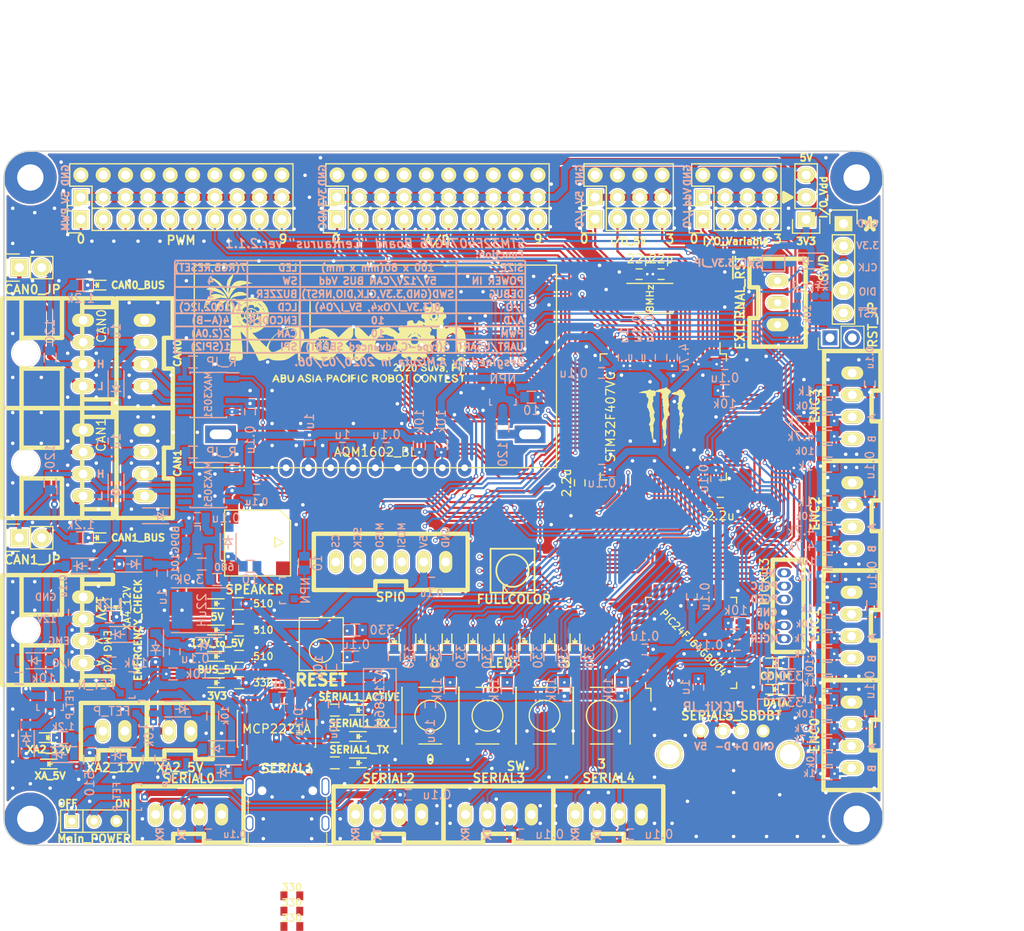
<source format=kicad_pcb>
(kicad_pcb (version 20171130) (host pcbnew "(5.1.5)-3")
  (layers (0 F.Cu signal) (31 B.Cu signal) (34 B.Paste user) (35 F.Paste user hide) (36 B.SilkS user) (37 F.SilkS user) (38 B.Mask user hide) (39 F.Mask user) (44 Edge.Cuts user))
  (net 0 "")
  (net 1 "Net-(C1-Pad1)")
  (net 2 GND)
  (net 3 +5V)
  (net 4 /OSC_OUT)
  (net 5 /OSC_IN)
  (net 6 "Net-(C18-Pad1)")
  (net 7 "Net-(C18-Pad2)")
  (net 8 +12V)
  (net 9 "Net-(D1-Pad2)")
  (net 10 "Net-(D2-Pad2)")
  (net 11 /BUS_5V)
  (net 12 "Net-(D15-Pad1)")
  (net 13 "Net-(IC1-Pad1)")
  (net 14 /USART1_TX)
  (net 15 /USART1_RX)
  (net 16 "Net-(IC1-Pad4)")
  (net 17 "Net-(IC1-Pad5)")
  (net 18 /D+)
  (net 19 /D-)
  (net 20 "Net-(IC1-Pad11)")
  (net 21 "Net-(IC1-Pad12)")
  (net 22 "Net-(IC1-Pad13)")
  (net 23 /MCLR)
  (net 24 "Net-(IC1-Pad19)")
  (net 25 "Net-(IC1-Pad20)")
  (net 26 /PGED1)
  (net 27 /PGEC1)
  (net 28 "Net-(IC1-Pad23)")
  (net 29 "Net-(IC1-Pad24)")
  (net 30 "Net-(IC1-Pad25)")
  (net 31 "Net-(IC1-Pad26)")
  (net 32 "Net-(IC1-Pad27)")
  (net 33 "Net-(IC1-Pad30)")
  (net 34 "Net-(IC1-Pad31)")
  (net 35 "Net-(IC1-Pad32)")
  (net 36 "Net-(IC1-Pad33)")
  (net 37 "Net-(IC1-Pad34)")
  (net 38 "Net-(IC1-Pad35)")
  (net 39 "Net-(IC1-Pad36)")
  (net 40 "Net-(IC1-Pad37)")
  (net 41 "Net-(IC1-Pad38)")
  (net 42 "Net-(IC1-Pad41)")
  (net 43 "Net-(IC1-Pad43)")
  (net 44 "Net-(IC1-Pad44)")
  (net 45 "Net-(P1-Pad6)")
  (net 46 "Net-(P2-Pad5)")
  (net 47 /USART3_TX)
  (net 48 /USART3_RX)
  (net 49 /TIM8_CH4)
  (net 50 /UART5_TX)
  (net 51 /UART5_RX)
  (net 52 "Net-(R25-Pad1)")
  (net 53 "Net-(C26-Pad1)")
  (net 54 "Net-(C27-Pad1)")
  (net 55 "Net-(U7-Pad1)")
  (net 56 "Net-(C29-Pad1)")
  (net 57 "Net-(C30-Pad2)")
  (net 58 "Net-(C30-Pad1)")
  (net 59 "Net-(D18-Pad1)")
  (net 60 "Net-(D20-Pad1)")
  (net 61 /CAN0_H)
  (net 62 /CAN1_H)
  (net 63 "Net-(LED1-Pad3)")
  (net 64 "Net-(P3-Pad3)")
  (net 65 "Net-(P3-Pad4)")
  (net 66 "Net-(P4-Pad4)")
  (net 67 "Net-(P4-Pad3)")
  (net 68 /D-_USB)
  (net 69 /D+_USB)
  (net 70 "Net-(P6-Pad4)")
  (net 71 "Net-(P6-Pad3)")
  (net 72 "Net-(P7-Pad3)")
  (net 73 "Net-(P7-Pad4)")
  (net 74 /CAN0_L)
  (net 75 /CAN1_L)
  (net 76 /SWCLK)
  (net 77 /SWDIO)
  (net 78 "Net-(Q4-Pad1)")
  (net 79 "Net-(Q5-Pad1)")
  (net 80 /TIM2_CH2)
  (net 81 /TIM2_CH1)
  (net 82 /TIM3_CH2)
  (net 83 /TIM3_CH1)
  (net 84 "Net-(R12-Pad1)")
  (net 85 /TIM4_CH2)
  (net 86 /TIM4_CH1)
  (net 87 /TIM5_CH2)
  (net 88 /TIM5_CH1)
  (net 89 /GP0)
  (net 90 /GP1)
  (net 91 /GP2)
  (net 92 /FB)
  (net 93 "Net-(R38-Pad2)")
  (net 94 "Net-(R39-Pad2)")
  (net 95 /I2C1_SDA)
  (net 96 /TIM10_CH1)
  (net 97 /I2C1_SCL)
  (net 98 /ADC12_IN10)
  (net 99 /ADC12_IN11)
  (net 100 /ADC12_IN2)
  (net 101 /ADC12_IN3)
  (net 102 /ADC12_IN4)
  (net 103 /TIM8_CH1)
  (net 104 /ADC12_IN14)
  (net 105 /ADC12_IN15)
  (net 106 /TIM8_CH2)
  (net 107 /ADC12_IN9)
  (net 108 /TIM1_CH1)
  (net 109 /TIM1_CH2)
  (net 110 /TIM1_CH3)
  (net 111 /TIM1_CH4)
  (net 112 /TIM12_CH1)
  (net 113 /TIM12_CH2)
  (net 114 /TIM8_CH3)
  (net 115 /TIM11_CH1)
  (net 116 "Net-(U3-Pad8)")
  (net 117 "Net-(U3-Pad9)")
  (net 118 "Net-(U3-Pad10)")
  (net 119 "Net-(U5-Pad5)")
  (net 120 /CAN1_RX)
  (net 121 /CAN1_TX)
  (net 122 /CAN2_TX)
  (net 123 /CAN2_RX)
  (net 124 "Net-(U6-Pad5)")
  (net 125 /PC15)
  (net 126 /PC13)
  (net 127 /PD11)
  (net 128 /TIM9_CH2)
  (net 129 /TIM9_CH1)
  (net 130 /PD3)
  (net 131 /PD10)
  (net 132 /PD14)
  (net 133 /PD15)
  (net 134 /PD4)
  (net 135 /PD7)
  (net 136 /PE0)
  (net 137 /PE1)
  (net 138 /PC14)
  (net 139 /PE2)
  (net 140 /PE3)
  (net 141 /PE4)
  (net 142 /SPI2_MISO)
  (net 143 /SPI2_MOSI)
  (net 144 /ADC12_IN5)
  (net 145 /ADC12_IN6)
  (net 146 /PB2)
  (net 147 /PE7)
  (net 148 /PE8)
  (net 149 /PE10)
  (net 150 /PE12)
  (net 151 /PE15)
  (net 152 /SPI2_SCK)
  (net 153 /PB11)
  (net 154 /USART6_TX)
  (net 155 /USART6_RX)
  (net 156 /USART2_TX)
  (net 157 /USART2_RX)
  (net 158 "Net-(R62-Pad1)")
  (net 159 "Net-(R63-Pad2)")
  (net 160 "Net-(R64-Pad2)")
  (net 161 /PA8)
  (net 162 "Net-(JP2-Pad1)")
  (net 163 "Net-(D26-Pad2)")
  (net 164 "Net-(D19-Pad2)")
  (net 165 "Net-(D21-Pad2)")
  (net 166 "Net-(D22-Pad2)")
  (net 167 "Net-(D23-Pad2)")
  (net 168 "Net-(D24-Pad2)")
  (net 169 "Net-(D25-Pad2)")
  (net 170 "Net-(JP1-Pad2)")
  (net 171 "Net-(R46-Pad2)")
  (net 172 "Net-(R47-Pad2)")
  (net 173 "Net-(R48-Pad2)")
  (net 174 /PD0)
  (net 175 /PD1)
  (net 176 "Net-(D3-Pad2)")
  (net 177 "Net-(D4-Pad2)")
  (net 178 "Net-(D5-Pad2)")
  (net 179 "Net-(C19-Pad1)")
  (net 180 /12V_TO_5V)
  (net 181 CAN0_BUS_Vdd)
  (net 182 CAN1_BUS_Vdd)
  (net 183 XA4_12V)
  (net 184 /CAN_BUS_12V)
  (net 185 "Net-(D35-Pad1)")
  (net 186 "Net-(D36-Pad1)")
  (net 187 "Net-(D37-Pad1)")
  (net 188 "Net-(D40-Pad1)")
  (net 189 /UART4_TX)
  (net 190 /UART4_RX)
  (net 191 /XA_12V)
  (net 192 "Net-(D7-Pad2)")
  (net 193 XA2_12V)
  (net 194 "Net-(D10-Pad2)")
  (net 195 XA2_5V)
  (net 196 "Net-(D12-Pad2)")
  (net 197 "Net-(D13-Pad1)")
  (net 198 "Net-(D16-Pad1)")
  (net 199 "Net-(D17-Pad1)")
  (net 200 "Net-(D30-Pad1)")
  (net 201 "Net-(Q5-Pad3)")
  (net 202 "Net-(Q6-Pad1)")
  (net 203 "Net-(P27-Pad4)")
  (net 204 "Net-(D40-Pad2)")
  (net 205 "Net-(D27-Pad1)")
  (net 206 "Net-(D11-Pad2)")
  (net 207 "Net-(D27-Pad2)")
  (net 208 "Net-(D28-Pad1)")
  (net 209 "Net-(D28-Pad2)")
  (net 210 "Net-(D1-Pad1)")
  (net 211 "Net-(D2-Pad1)")
  (net 212 "Net-(D31-Pad1)")
  (net 213 "Net-(R43-Pad1)")
  (net 214 "Net-(JP5-Pad2)")
  (net 215 "Net-(Q4-Pad3)")
  (net 216 +3V3)
  (net 217 "Net-(J1-PadS1)")
  (net 218 "Net-(J1-PadB8)")
  (net 219 "Net-(J1-PadA5)")
  (net 220 "Net-(J1-PadA8)")
  (net 221 "Net-(J1-PadB5)")
  (net 222 /~RST)
  (net 223 "Net-(J2-Pad3)")
  (net 224 "Net-(J2-Pad2)")
  (net 225 "Net-(D33-Pad2)")
  (net 226 "Net-(D34-Pad2)")
  (net 227 "Net-(JP6-Pad1)")
  (module Mizz_lib:LED_0603 (layer F.Cu) (at 112.25 114.75 90)
    (fp_text reference D24 hide)
    (fp_text value LED hide)
    (pad 2 smd rect (at -0.88 0 270) (size 1 1.2) (layers F.Cu F.Paste F.Mask) (net 168 "Net-(D24-Pad2)"))
    (pad 1 smd rect (at 0.88 0 270) (size 1 1.2) (layers F.Cu F.Paste F.Mask) (net 133 /PD15))
  )
  (module Mizz_lib:UGCT7525AN4 (layer F.Cu) (at 81.5 103.25)
    (fp_text reference SP1 hide)
    (fp_text value SPEAKER (at 0 5.65) (layer F.SilkS) (effects (font (thickness 0.2))))
    (pad 3 smd rect (at 3.6 3.6) (size 2.3 2.3) (layers F.Cu F.Paste F.Mask))
    (pad 2 smd rect (at -3 3.6) (size 2.3 2.3) (layers F.Cu F.Paste F.Mask) (net 60 "Net-(D20-Pad1)"))
    (pad 1 smd rect (at -3 -3) (size 2.3 2.3) (layers F.Cu F.Paste F.Mask) (net 216 +3V3))
  )
  (module Mizz_lib:SOT-123 (layer B.Cu) (at 85 109 270)
    (fp_text reference Q4 hide)
    (fp_text value NPN (at 0 -2.3 270) (layer B.SilkS) (effects (justify mirror)))
    (pad 1 smd rect (at 0.95 -1.00076 270) (size 0.8001 0.8001) (layers B.Cu B.Paste B.Mask) (net 78 "Net-(Q4-Pad1)"))
    (pad 2 smd rect (at -0.95 -1.00076 270) (size 0.8001 0.8001) (layers B.Cu B.Paste B.Mask) (net 2 GND))
    (pad 3 smd rect (at 0 0.99822 270) (size 0.8001 0.8001) (layers B.Cu B.Paste B.Mask) (net 215 "Net-(Q4-Pad3)"))
  )
  (module Mizz_lib:SW_SPST_PTS645 (layer F.Cu) (at 114.5 123.25 90)
    (fp_text reference SW4 hide)
    (fp_text value SW2 hide)
    (pad 2 smd rect (at 3.975 2.25 90) (size 1.55 1.3) (layers F.Cu F.Paste F.Mask) (net 134 /PD4))
    (pad 1 smd rect (at 3.975 -2.25 90) (size 1.55 1.3) (layers F.Cu F.Paste F.Mask) (net 2 GND))
    (pad 1 smd rect (at -3.975 -2.25 90) (size 1.55 1.3) (layers F.Cu F.Paste F.Mask) (net 2 GND))
    (pad 2 smd rect (at -3.975 2.25 90) (size 1.55 1.3) (layers F.Cu F.Paste F.Mask) (net 134 /PD4))
  )
  (module Mizz_lib:LQFP-44_10x10mm_Pitch0.8mm (layer F.Cu) (at 131.17 114.96 90)
    (fp_text reference IC1 hide)
    (fp_text value PIC24FJ64GB004 (at 0 0.25 135) (layer F.SilkS) (effects (font (size 0.8 0.8))))
    (pad 1 smd rect (at -5.85 -4 90) (size 1.6 0.56) (layers F.Cu F.Paste F.Mask) (net 13 "Net-(IC1-Pad1)"))
    (pad 2 smd rect (at -5.85 -3.2 90) (size 1.6 0.56) (layers F.Cu F.Paste F.Mask) (net 157 /USART2_RX))
    (pad 3 smd rect (at -5.85 -2.4 90) (size 1.6 0.56) (layers F.Cu F.Paste F.Mask) (net 156 /USART2_TX))
    (pad 4 smd rect (at -5.85 -1.6 90) (size 1.6 0.56) (layers F.Cu F.Paste F.Mask) (net 16 "Net-(IC1-Pad4)"))
    (pad 5 smd rect (at -5.85 -0.8 90) (size 1.6 0.56) (layers F.Cu F.Paste F.Mask) (net 17 "Net-(IC1-Pad5)"))
    (pad 6 smd rect (at -5.85 0 90) (size 1.6 0.56) (layers F.Cu F.Paste F.Mask) (net 2 GND))
    (pad 7 smd rect (at -5.85 0.8 90) (size 1.6 0.56) (layers F.Cu F.Paste F.Mask) (net 1 "Net-(C1-Pad1)"))
    (pad 8 smd rect (at -5.85 1.6 90) (size 1.6 0.56) (layers F.Cu F.Paste F.Mask) (net 18 /D+))
    (pad 9 smd rect (at -5.85 2.4 90) (size 1.6 0.56) (layers F.Cu F.Paste F.Mask) (net 19 /D-))
    (pad 10 smd rect (at -5.85 3.2 90) (size 1.6 0.56) (layers F.Cu F.Paste F.Mask) (net 216 +3V3))
    (pad 11 smd rect (at -5.85 4 90) (size 1.6 0.56) (layers F.Cu F.Paste F.Mask) (net 20 "Net-(IC1-Pad11)"))
    (pad 12 smd rect (at -4 5.85 180) (size 1.6 0.56) (layers F.Cu F.Paste F.Mask) (net 21 "Net-(IC1-Pad12)"))
    (pad 13 smd rect (at -3.2 5.85 180) (size 1.6 0.56) (layers F.Cu F.Paste F.Mask) (net 22 "Net-(IC1-Pad13)"))
    (pad 14 smd rect (at -2.4 5.85 180) (size 1.6 0.56) (layers F.Cu F.Paste F.Mask) (net 9 "Net-(D1-Pad2)"))
    (pad 15 smd rect (at -1.6 5.85 180) (size 1.6 0.56) (layers F.Cu F.Paste F.Mask) (net 10 "Net-(D2-Pad2)"))
    (pad 16 smd rect (at -0.8 5.85 180) (size 1.6 0.56) (layers F.Cu F.Paste F.Mask) (net 2 GND))
    (pad 17 smd rect (at 0 5.85 180) (size 1.6 0.56) (layers F.Cu F.Paste F.Mask) (net 216 +3V3))
    (pad 18 smd rect (at 0.8 5.85 180) (size 1.6 0.56) (layers F.Cu F.Paste F.Mask) (net 23 /MCLR))
    (pad 19 smd rect (at 1.6 5.85 180) (size 1.6 0.56) (layers F.Cu F.Paste F.Mask) (net 24 "Net-(IC1-Pad19)"))
    (pad 20 smd rect (at 2.4 5.85 180) (size 1.6 0.56) (layers F.Cu F.Paste F.Mask) (net 25 "Net-(IC1-Pad20)"))
    (pad 21 smd rect (at 3.2 5.85 180) (size 1.6 0.56) (layers F.Cu F.Paste F.Mask) (net 26 /PGED1))
    (pad 22 smd rect (at 4 5.85 180) (size 1.6 0.56) (layers F.Cu F.Paste F.Mask) (net 27 /PGEC1))
    (pad 23 smd rect (at 5.85 4 90) (size 1.6 0.56) (layers F.Cu F.Paste F.Mask) (net 28 "Net-(IC1-Pad23)"))
    (pad 24 smd rect (at 5.85 3.2 90) (size 1.6 0.56) (layers F.Cu F.Paste F.Mask) (net 29 "Net-(IC1-Pad24)"))
    (pad 25 smd rect (at 5.85 2.4 90) (size 1.6 0.56) (layers F.Cu F.Paste F.Mask) (net 30 "Net-(IC1-Pad25)"))
    (pad 26 smd rect (at 5.85 1.6 90) (size 1.6 0.56) (layers F.Cu F.Paste F.Mask) (net 31 "Net-(IC1-Pad26)"))
    (pad 27 smd rect (at 5.85 0.8 90) (size 1.6 0.56) (layers F.Cu F.Paste F.Mask) (net 32 "Net-(IC1-Pad27)"))
    (pad 28 smd rect (at 5.85 0 90) (size 1.6 0.56) (layers F.Cu F.Paste F.Mask) (net 216 +3V3))
    (pad 29 smd rect (at 5.85 -0.8 90) (size 1.6 0.56) (layers F.Cu F.Paste F.Mask) (net 2 GND))
    (pad 30 smd rect (at 5.85 -1.6 90) (size 1.6 0.56) (layers F.Cu F.Paste F.Mask) (net 33 "Net-(IC1-Pad30)"))
    (pad 31 smd rect (at 5.85 -2.4 90) (size 1.6 0.56) (layers F.Cu F.Paste F.Mask) (net 34 "Net-(IC1-Pad31)"))
    (pad 32 smd rect (at 5.85 -3.2 90) (size 1.6 0.56) (layers F.Cu F.Paste F.Mask) (net 35 "Net-(IC1-Pad32)"))
    (pad 33 smd rect (at 5.85 -4 90) (size 1.6 0.56) (layers F.Cu F.Paste F.Mask) (net 36 "Net-(IC1-Pad33)"))
    (pad 34 smd rect (at 4 -5.85 180) (size 1.6 0.56) (layers F.Cu F.Paste F.Mask) (net 37 "Net-(IC1-Pad34)"))
    (pad 35 smd rect (at 3.2 -5.85 180) (size 1.6 0.56) (layers F.Cu F.Paste F.Mask) (net 38 "Net-(IC1-Pad35)"))
    (pad 36 smd rect (at 2.4 -5.85 180) (size 1.6 0.56) (layers F.Cu F.Paste F.Mask) (net 39 "Net-(IC1-Pad36)"))
    (pad 37 smd rect (at 1.6 -5.85 180) (size 1.6 0.56) (layers F.Cu F.Paste F.Mask) (net 40 "Net-(IC1-Pad37)"))
    (pad 38 smd rect (at 0.8 -5.85 180) (size 1.6 0.56) (layers F.Cu F.Paste F.Mask) (net 41 "Net-(IC1-Pad38)"))
    (pad 39 smd rect (at 0 -5.85 180) (size 1.6 0.56) (layers F.Cu F.Paste F.Mask) (net 2 GND))
    (pad 40 smd rect (at -0.8 -5.85 180) (size 1.6 0.56) (layers F.Cu F.Paste F.Mask) (net 216 +3V3))
    (pad 41 smd rect (at -1.6 -5.85 180) (size 1.6 0.56) (layers F.Cu F.Paste F.Mask) (net 42 "Net-(IC1-Pad41)"))
    (pad 42 smd rect (at -2.4 -5.85 180) (size 1.6 0.56) (layers F.Cu F.Paste F.Mask) (net 3 +5V))
    (pad 43 smd rect (at -3.2 -5.85 180) (size 1.6 0.56) (layers F.Cu F.Paste F.Mask) (net 43 "Net-(IC1-Pad43)"))
    (pad 44 smd rect (at -4 -5.85 180) (size 1.6 0.56) (layers F.Cu F.Paste F.Mask) (net 44 "Net-(IC1-Pad44)"))
  )
  (module Mizz_lib:Pin_Header_Straight_2x04 (layer F.Cu) (at 132.5 64.25 90)
    (fp_text reference P31 hide)
    (fp_text value I/O_Variable hide)
    (pad 8 thru_hole oval (at 2.54 7.62 90) (size 1.7272 1.7272) (drill 1.016) (layers *.Cu *.Mask F.SilkS) (net 2 GND))
    (pad 7 thru_hole oval (at 0 7.62 90) (size 1.7272 1.7272) (drill 1.016) (layers *.Cu *.Mask F.SilkS) (net 214 "Net-(JP5-Pad2)"))
    (pad 6 thru_hole oval (at 2.54 5.08 90) (size 1.7272 1.7272) (drill 1.016) (layers *.Cu *.Mask F.SilkS) (net 2 GND))
    (pad 5 thru_hole oval (at 0 5.08 90) (size 1.7272 1.7272) (drill 1.016) (layers *.Cu *.Mask F.SilkS) (net 214 "Net-(JP5-Pad2)"))
    (pad 4 thru_hole oval (at 2.54 2.54 90) (size 1.7272 1.7272) (drill 1.016) (layers *.Cu *.Mask F.SilkS) (net 2 GND))
    (pad 3 thru_hole oval (at 0 2.54 90) (size 1.7272 1.7272) (drill 1.016) (layers *.Cu *.Mask F.SilkS) (net 214 "Net-(JP5-Pad2)"))
    (pad 2 thru_hole oval (at 2.54 0 90) (size 1.7272 1.7272) (drill 1.016) (layers *.Cu *.Mask F.SilkS) (net 2 GND))
    (pad 1 thru_hole rect (at 0 0 90) (size 1.7272 1.7272) (drill 1.016) (layers *.Cu *.Mask F.SilkS) (net 214 "Net-(JP5-Pad2)"))
  )
  (module Mizz_lib:XA_4T (layer F.Cu) (at 149.42 116.71 90)
    (fp_text reference P7 hide)
    (fp_text value ENC1 (at 3.75 -4.25 90) (layer F.SilkS) (effects (font (thickness 0.2))))
    (pad 1 thru_hole oval (at 7.5 0 90) (size 1.5 2.5) (drill 1) (layers *.Cu *.Mask F.SilkS) (net 2 GND))
    (pad 2 thru_hole oval (at 5 0 90) (size 1.5 2.5) (drill 1) (layers *.Cu *.Mask F.SilkS) (net 3 +5V))
    (pad 3 thru_hole oval (at 2.5 0 90) (size 1.5 2.5) (drill 1) (layers *.Cu *.Mask F.SilkS) (net 72 "Net-(P7-Pad3)"))
    (pad 4 thru_hole oval (at 0 0 90) (size 1.5 2.5) (drill 1) (layers *.Cu *.Mask F.SilkS) (net 73 "Net-(P7-Pad4)"))
  )
  (module Mizz_lib:USB_A (layer F.Cu) (at 132.25 124.99788)
    (fp_text reference P2 hide)
    (fp_text value SERIAL5_SBDBT (at 3.5 -1.74788) (layer F.SilkS) (effects (font (thickness 0.2))))
    (pad 4 thru_hole circle (at 7.11286 -0.00212 270) (size 1.50114 1.50114) (drill 1.00076) (layers *.Cu *.Mask F.SilkS) (net 2 GND))
    (pad 3 thru_hole circle (at 4.57286 -0.00212 270) (size 1.50114 1.50114) (drill 1.00076) (layers *.Cu *.Mask F.SilkS) (net 18 /D+))
    (pad 2 thru_hole circle (at 2.54086 -0.00212 270) (size 1.50114 1.50114) (drill 1.00076) (layers *.Cu *.Mask F.SilkS) (net 19 /D-))
    (pad 1 thru_hole circle (at 0.00086 -0.00212 270) (size 1.50114 1.50114) (drill 1.00076) (layers *.Cu *.Mask F.SilkS) (net 3 +5V))
    (pad 5 thru_hole circle (at 10.16086 2.66488 270) (size 2.99974 2.99974) (drill 2.30124) (layers *.Cu *.Mask F.SilkS) (net 46 "Net-(P2-Pad5)"))
    (pad 5 thru_hole circle (at -3.55514 2.66488 270) (size 2.99974 2.99974) (drill 2.30124) (layers *.Cu *.Mask F.SilkS) (net 46 "Net-(P2-Pad5)"))
  )
  (module Mizz_lib:AQM1602_BL_Fad (layer F.Cu) (at 95.25 83.5)
    (fp_text reference U7 hide)
    (fp_text value AQM1602_BL (at 0 9.75) (layer F.SilkS))
    (pad 1 thru_hole oval (at -10.16 11.535) (size 1.5 2) (drill 0.762) (layers *.Cu *.Mask) (net 55 "Net-(U7-Pad1)"))
    (pad 2 thru_hole oval (at -7.62 11.535) (size 1.5 2) (drill 0.762) (layers *.Cu *.Mask) (net 56 "Net-(C29-Pad1)"))
    (pad 3 thru_hole oval (at -5.08 11.535) (size 1.5 2) (drill 0.762) (layers *.Cu *.Mask) (net 58 "Net-(C30-Pad1)"))
    (pad 4 thru_hole oval (at -2.54 11.535) (size 1.5 2) (drill 0.762) (layers *.Cu *.Mask) (net 57 "Net-(C30-Pad2)"))
    (pad 5 thru_hole oval (at 0 11.535) (size 1.5 2) (drill 0.762) (layers *.Cu *.Mask) (net 216 +3V3))
    (pad 6 thru_hole oval (at 2.54 11.535) (size 1.5 2) (drill 0.762) (layers *.Cu *.Mask) (net 2 GND))
    (pad 7 thru_hole oval (at 5.08 11.535) (size 1.5 2) (drill 0.762) (layers *.Cu *.Mask) (net 95 /I2C1_SDA))
    (pad 8 thru_hole oval (at 7.62 11.535) (size 1.5 2) (drill 0.762) (layers *.Cu *.Mask) (net 97 /I2C1_SCL))
    (pad 9 thru_hole oval (at 10.16 11.535) (size 1.5 2) (drill 0.762) (layers *.Cu *.Mask) (net 216 +3V3))
    (pad 10 thru_hole rect (at -17.6 7.735) (size 3.5 2) (drill oval 2.5 1.1) (layers *.Cu *.Mask) (net 216 +3V3))
    (pad 11 thru_hole rect (at 17.6 7.735) (size 3.5 2) (drill oval 2.5 1.1) (layers *.Cu *.Mask) (net 213 "Net-(R43-Pad1)"))
  )
  (module Mizz_lib:XA_4LC (layer F.Cu) (at 62 109.75 270)
    (fp_text reference P27 hide)
    (fp_text value EMERGENCY_CHECK (at 3.75 -6.25 270) (layer F.SilkS) (effects (font (size 0.8 0.8) (thickness 0.2))))
    (pad 1 thru_hole oval (at 0 0 270) (size 1.5 2.5) (drill 1) (layers *.Cu *.Mask F.SilkS) (net 2 GND))
    (pad 2 thru_hole oval (at 2.5 0 270) (size 1.5 2.5) (drill 1) (layers *.Cu *.Mask F.SilkS) (net 183 XA4_12V))
    (pad 3 thru_hole oval (at 5 0 270) (size 1.5 2.5) (drill 1) (layers *.Cu *.Mask F.SilkS) (net 163 "Net-(D26-Pad2)"))
    (pad 4 thru_hole oval (at 7.5 0 270) (size 1.5 2.5) (drill 1) (layers *.Cu *.Mask F.SilkS) (net 203 "Net-(P27-Pad4)"))
    (pad "" thru_hole circle (at 3.75 6.5 270) (size 3 3) (drill 3) (layers *.Cu *.Mask F.SilkS) (clearance -0.3))
  )
  (module Mizz_lib:SOIC-8_3.9x4.9mm_Pitch1.27mm (layer B.Cu) (at 76.25 86.75 180)
    (fp_text reference U5 hide)
    (fp_text value MAX3051 (at 0 0 270) (layer B.SilkS) (effects (font (size 0.8 0.8)) (justify mirror)))
    (pad 8 smd rect (at 2.7 1.905 180) (size 1.55 0.6) (layers B.Cu B.Paste B.Mask) (net 93 "Net-(R38-Pad2)"))
    (pad 7 smd rect (at 2.7 0.635 180) (size 1.55 0.6) (layers B.Cu B.Paste B.Mask) (net 61 /CAN0_H))
    (pad 6 smd rect (at 2.7 -0.635 180) (size 1.55 0.6) (layers B.Cu B.Paste B.Mask) (net 74 /CAN0_L))
    (pad 5 smd rect (at 2.7 -1.905 180) (size 1.55 0.6) (layers B.Cu B.Paste B.Mask) (net 119 "Net-(U5-Pad5)"))
    (pad 4 smd rect (at -2.7 -1.905 180) (size 1.55 0.6) (layers B.Cu B.Paste B.Mask) (net 120 /CAN1_RX))
    (pad 3 smd rect (at -2.7 -0.635 180) (size 1.55 0.6) (layers B.Cu B.Paste B.Mask) (net 216 +3V3))
    (pad 2 smd rect (at -2.7 0.635 180) (size 1.55 0.6) (layers B.Cu B.Paste B.Mask) (net 2 GND))
    (pad 1 smd rect (at -2.7 1.905 180) (size 1.55 0.6) (layers B.Cu B.Paste B.Mask) (net 121 /CAN1_TX))
  )
  (module Mizz_lib:Pin_Header_Straight_1x10 (layer F.Cu) (at 90.89 66.75 90)
    (fp_text reference P23 hide)
    (fp_text value A/D (at -2.4 11.4 180) (layer F.SilkS) (effects (font (thickness 0.2))))
    (pad 1 thru_hole rect (at 0 0 90) (size 2.032 1.7272) (drill 1.016) (layers *.Cu *.Mask F.SilkS) (net 107 /ADC12_IN9))
    (pad 2 thru_hole oval (at 0 2.54 90) (size 2.032 1.7272) (drill 1.016) (layers *.Cu *.Mask F.SilkS) (net 105 /ADC12_IN15))
    (pad 3 thru_hole oval (at 0 5.08 90) (size 2.032 1.7272) (drill 1.016) (layers *.Cu *.Mask F.SilkS) (net 104 /ADC12_IN14))
    (pad 4 thru_hole oval (at 0 7.62 90) (size 2.032 1.7272) (drill 1.016) (layers *.Cu *.Mask F.SilkS) (net 145 /ADC12_IN6))
    (pad 5 thru_hole oval (at 0 10.16 90) (size 2.032 1.7272) (drill 1.016) (layers *.Cu *.Mask F.SilkS) (net 144 /ADC12_IN5))
    (pad 6 thru_hole oval (at 0 12.7 90) (size 2.032 1.7272) (drill 1.016) (layers *.Cu *.Mask F.SilkS) (net 102 /ADC12_IN4))
    (pad 7 thru_hole oval (at 0 15.24 90) (size 2.032 1.7272) (drill 1.016) (layers *.Cu *.Mask F.SilkS) (net 101 /ADC12_IN3))
    (pad 8 thru_hole oval (at 0 17.78 90) (size 2.032 1.7272) (drill 1.016) (layers *.Cu *.Mask F.SilkS) (net 100 /ADC12_IN2))
    (pad 9 thru_hole oval (at 0 20.32 90) (size 2.032 1.7272) (drill 1.016) (layers *.Cu *.Mask F.SilkS) (net 99 /ADC12_IN11))
    (pad 10 thru_hole oval (at 0 22.86 90) (size 2.032 1.7272) (drill 1.016) (layers *.Cu *.Mask F.SilkS) (net 98 /ADC12_IN10))
  )
  (module Mizz_lib:XA_4T (layer F.Cu) (at 70.25 134.5)
    (fp_text reference P16 hide)
    (fp_text value SERIAL0 (at 3.75 -4.1) (layer F.SilkS) (effects (font (thickness 0.2))))
    (pad 1 thru_hole oval (at 7.5 0) (size 1.5 2.5) (drill 1) (layers *.Cu *.Mask F.SilkS) (net 2 GND))
    (pad 2 thru_hole oval (at 5 0) (size 1.5 2.5) (drill 1) (layers *.Cu *.Mask F.SilkS) (net 3 +5V))
    (pad 3 thru_hole oval (at 2.5 0) (size 1.5 2.5) (drill 1) (layers *.Cu *.Mask F.SilkS) (net 14 /USART1_TX))
    (pad 4 thru_hole oval (at 0 0) (size 1.5 2.5) (drill 1) (layers *.Cu *.Mask F.SilkS) (net 15 /USART1_RX))
  )
  (module Mizz_lib:Mini_Monster (layer F.Cu) (at 128 89.25)
    (fp_text reference U9 hide)
    (fp_text value LOGO hide)
  )
  (module Mizz_lib:TQFP-100_14x14mm_Pitch0.5mm (layer F.Cu) (at 128 89.25 270)
    (fp_text reference U1 hide)
    (fp_text value STM32F407VG (at 0 6 270) (layer F.SilkS))
    (pad 1 smd rect (at -7.7 -6 270) (size 1.5 0.3) (layers F.Cu F.Paste F.Mask) (net 139 /PE2))
    (pad 2 smd rect (at -7.7 -5.5 270) (size 1.5 0.3) (layers F.Cu F.Paste F.Mask) (net 140 /PE3))
    (pad 3 smd rect (at -7.7 -5 270) (size 1.5 0.3) (layers F.Cu F.Paste F.Mask) (net 141 /PE4))
    (pad 4 smd rect (at -7.7 -4.5 270) (size 1.5 0.3) (layers F.Cu F.Paste F.Mask) (net 129 /TIM9_CH1))
    (pad 5 smd rect (at -7.7 -4 270) (size 1.5 0.3) (layers F.Cu F.Paste F.Mask) (net 128 /TIM9_CH2))
    (pad 6 smd rect (at -7.7 -3.5 270) (size 1.5 0.3) (layers F.Cu F.Paste F.Mask) (net 216 +3V3))
    (pad 7 smd rect (at -7.7 -3 270) (size 1.5 0.3) (layers F.Cu F.Paste F.Mask) (net 126 /PC13))
    (pad 8 smd rect (at -7.7 -2.5 270) (size 1.5 0.3) (layers F.Cu F.Paste F.Mask) (net 138 /PC14))
    (pad 9 smd rect (at -7.7 -2 270) (size 1.5 0.3) (layers F.Cu F.Paste F.Mask) (net 125 /PC15))
    (pad 10 smd rect (at -7.7 -1.5 270) (size 1.5 0.3) (layers F.Cu F.Paste F.Mask) (net 2 GND))
    (pad 11 smd rect (at -7.7 -1 270) (size 1.5 0.3) (layers F.Cu F.Paste F.Mask) (net 216 +3V3))
    (pad 12 smd rect (at -7.7 -0.5 270) (size 1.5 0.3) (layers F.Cu F.Paste F.Mask) (net 5 /OSC_IN))
    (pad 13 smd rect (at -7.7 0 270) (size 1.5 0.3) (layers F.Cu F.Paste F.Mask) (net 4 /OSC_OUT))
    (pad 14 smd rect (at -7.7 0.5 270) (size 1.5 0.3) (layers F.Cu F.Paste F.Mask) (net 222 /~RST))
    (pad 15 smd rect (at -7.7 1 270) (size 1.5 0.3) (layers F.Cu F.Paste F.Mask) (net 98 /ADC12_IN10))
    (pad 16 smd rect (at -7.7 1.5 270) (size 1.5 0.3) (layers F.Cu F.Paste F.Mask) (net 99 /ADC12_IN11))
    (pad 17 smd rect (at -7.7 2 270) (size 1.5 0.3) (layers F.Cu F.Paste F.Mask) (net 142 /SPI2_MISO))
    (pad 18 smd rect (at -7.7 2.5 270) (size 1.5 0.3) (layers F.Cu F.Paste F.Mask) (net 143 /SPI2_MOSI))
    (pad 19 smd rect (at -7.7 3 270) (size 1.5 0.3) (layers F.Cu F.Paste F.Mask) (net 216 +3V3))
    (pad 20 smd rect (at -7.7 3.5 270) (size 1.5 0.3) (layers F.Cu F.Paste F.Mask) (net 2 GND))
    (pad 21 smd rect (at -7.7 4 270) (size 1.5 0.3) (layers F.Cu F.Paste F.Mask) (net 216 +3V3))
    (pad 22 smd rect (at -7.7 4.5 270) (size 1.5 0.3) (layers F.Cu F.Paste F.Mask) (net 216 +3V3))
    (pad 23 smd rect (at -7.7 5 270) (size 1.5 0.3) (layers F.Cu F.Paste F.Mask) (net 88 /TIM5_CH1))
    (pad 24 smd rect (at -7.7 5.5 270) (size 1.5 0.3) (layers F.Cu F.Paste F.Mask) (net 87 /TIM5_CH2))
    (pad 25 smd rect (at -7.7 6 270) (size 1.5 0.3) (layers F.Cu F.Paste F.Mask) (net 100 /ADC12_IN2))
    (pad 26 smd rect (at -6 7.7) (size 1.5 0.3) (layers F.Cu F.Paste F.Mask) (net 101 /ADC12_IN3))
    (pad 27 smd rect (at -5.5 7.7) (size 1.5 0.3) (layers F.Cu F.Paste F.Mask) (net 2 GND))
    (pad 28 smd rect (at -5 7.7) (size 1.5 0.3) (layers F.Cu F.Paste F.Mask) (net 216 +3V3))
    (pad 29 smd rect (at -4.5 7.7) (size 1.5 0.3) (layers F.Cu F.Paste F.Mask) (net 102 /ADC12_IN4))
    (pad 30 smd rect (at -4 7.7) (size 1.5 0.3) (layers F.Cu F.Paste F.Mask) (net 144 /ADC12_IN5))
    (pad 31 smd rect (at -3.5 7.7) (size 1.5 0.3) (layers F.Cu F.Paste F.Mask) (net 145 /ADC12_IN6))
    (pad 32 smd rect (at -3 7.7) (size 1.5 0.3) (layers F.Cu F.Paste F.Mask) (net 103 /TIM8_CH1))
    (pad 33 smd rect (at -2.5 7.7) (size 1.5 0.3) (layers F.Cu F.Paste F.Mask) (net 104 /ADC12_IN14))
    (pad 34 smd rect (at -2 7.7) (size 1.5 0.3) (layers F.Cu F.Paste F.Mask) (net 105 /ADC12_IN15))
    (pad 35 smd rect (at -1.5 7.7) (size 1.5 0.3) (layers F.Cu F.Paste F.Mask) (net 106 /TIM8_CH2))
    (pad 36 smd rect (at -1 7.7) (size 1.5 0.3) (layers F.Cu F.Paste F.Mask) (net 107 /ADC12_IN9))
    (pad 37 smd rect (at -0.5 7.7) (size 1.5 0.3) (layers F.Cu F.Paste F.Mask) (net 146 /PB2))
    (pad 38 smd rect (at 0 7.7) (size 1.5 0.3) (layers F.Cu F.Paste F.Mask) (net 147 /PE7))
    (pad 39 smd rect (at 0.5 7.7) (size 1.5 0.3) (layers F.Cu F.Paste F.Mask) (net 148 /PE8))
    (pad 40 smd rect (at 1 7.7) (size 1.5 0.3) (layers F.Cu F.Paste F.Mask) (net 108 /TIM1_CH1))
    (pad 41 smd rect (at 1.5 7.7) (size 1.5 0.3) (layers F.Cu F.Paste F.Mask) (net 149 /PE10))
    (pad 42 smd rect (at 2 7.7) (size 1.5 0.3) (layers F.Cu F.Paste F.Mask) (net 109 /TIM1_CH2))
    (pad 43 smd rect (at 2.5 7.7) (size 1.5 0.3) (layers F.Cu F.Paste F.Mask) (net 150 /PE12))
    (pad 44 smd rect (at 3 7.7) (size 1.5 0.3) (layers F.Cu F.Paste F.Mask) (net 110 /TIM1_CH3))
    (pad 45 smd rect (at 3.5 7.7) (size 1.5 0.3) (layers F.Cu F.Paste F.Mask) (net 111 /TIM1_CH4))
    (pad 46 smd rect (at 4 7.7) (size 1.5 0.3) (layers F.Cu F.Paste F.Mask) (net 151 /PE15))
    (pad 47 smd rect (at 4.5 7.7) (size 1.5 0.3) (layers F.Cu F.Paste F.Mask) (net 152 /SPI2_SCK))
    (pad 48 smd rect (at 5 7.7) (size 1.5 0.3) (layers F.Cu F.Paste F.Mask) (net 153 /PB11))
    (pad 49 smd rect (at 5.5 7.7) (size 1.5 0.3) (layers F.Cu F.Paste F.Mask) (net 53 "Net-(C26-Pad1)"))
    (pad 50 smd rect (at 6 7.7) (size 1.5 0.3) (layers F.Cu F.Paste F.Mask) (net 216 +3V3))
    (pad 51 smd rect (at 7.7 6 270) (size 1.5 0.3) (layers F.Cu F.Paste F.Mask) (net 123 /CAN2_RX))
    (pad 52 smd rect (at 7.7 5.5 270) (size 1.5 0.3) (layers F.Cu F.Paste F.Mask) (net 122 /CAN2_TX))
    (pad 53 smd rect (at 7.7 5 270) (size 1.5 0.3) (layers F.Cu F.Paste F.Mask) (net 112 /TIM12_CH1))
    (pad 54 smd rect (at 7.7 4.5 270) (size 1.5 0.3) (layers F.Cu F.Paste F.Mask) (net 113 /TIM12_CH2))
    (pad 55 smd rect (at 7.7 4 270) (size 1.5 0.3) (layers F.Cu F.Paste F.Mask) (net 47 /USART3_TX))
    (pad 56 smd rect (at 7.7 3.5 270) (size 1.5 0.3) (layers F.Cu F.Paste F.Mask) (net 48 /USART3_RX))
    (pad 57 smd rect (at 7.7 3 270) (size 1.5 0.3) (layers F.Cu F.Paste F.Mask) (net 131 /PD10))
    (pad 58 smd rect (at 7.7 2.5 270) (size 1.5 0.3) (layers F.Cu F.Paste F.Mask) (net 127 /PD11))
    (pad 59 smd rect (at 7.7 2 270) (size 1.5 0.3) (layers F.Cu F.Paste F.Mask) (net 86 /TIM4_CH1))
    (pad 60 smd rect (at 7.7 1.5 270) (size 1.5 0.3) (layers F.Cu F.Paste F.Mask) (net 85 /TIM4_CH2))
    (pad 61 smd rect (at 7.7 1 270) (size 1.5 0.3) (layers F.Cu F.Paste F.Mask) (net 132 /PD14))
    (pad 62 smd rect (at 7.7 0.5 270) (size 1.5 0.3) (layers F.Cu F.Paste F.Mask) (net 133 /PD15))
    (pad 63 smd rect (at 7.7 0 270) (size 1.5 0.3) (layers F.Cu F.Paste F.Mask) (net 154 /USART6_TX))
    (pad 64 smd rect (at 7.7 -0.5 270) (size 1.5 0.3) (layers F.Cu F.Paste F.Mask) (net 155 /USART6_RX))
    (pad 65 smd rect (at 7.7 -1 270) (size 1.5 0.3) (layers F.Cu F.Paste F.Mask) (net 114 /TIM8_CH3))
    (pad 66 smd rect (at 7.7 -1.5 270) (size 1.5 0.3) (layers F.Cu F.Paste F.Mask) (net 49 /TIM8_CH4))
    (pad 67 smd rect (at 7.7 -2 270) (size 1.5 0.3) (layers F.Cu F.Paste F.Mask) (net 161 /PA8))
    (pad 68 smd rect (at 7.7 -2.5 270) (size 1.5 0.3) (layers F.Cu F.Paste F.Mask) (net 14 /USART1_TX))
    (pad 69 smd rect (at 7.7 -3 270) (size 1.5 0.3) (layers F.Cu F.Paste F.Mask) (net 15 /USART1_RX))
    (pad 70 smd rect (at 7.7 -3.5 270) (size 1.5 0.3) (layers F.Cu F.Paste F.Mask) (net 120 /CAN1_RX))
    (pad 71 smd rect (at 7.7 -4 270) (size 1.5 0.3) (layers F.Cu F.Paste F.Mask) (net 121 /CAN1_TX))
    (pad 72 smd rect (at 7.7 -4.5 270) (size 1.5 0.3) (layers F.Cu F.Paste F.Mask) (net 77 /SWDIO))
    (pad 73 smd rect (at 7.7 -5 270) (size 1.5 0.3) (layers F.Cu F.Paste F.Mask) (net 54 "Net-(C27-Pad1)"))
    (pad 74 smd rect (at 7.7 -5.5 270) (size 1.5 0.3) (layers F.Cu F.Paste F.Mask) (net 2 GND))
    (pad 75 smd rect (at 7.7 -6 270) (size 1.5 0.3) (layers F.Cu F.Paste F.Mask) (net 216 +3V3))
    (pad 76 smd rect (at 6 -7.7) (size 1.5 0.3) (layers F.Cu F.Paste F.Mask) (net 76 /SWCLK))
    (pad 77 smd rect (at 5.5 -7.7) (size 1.5 0.3) (layers F.Cu F.Paste F.Mask) (net 81 /TIM2_CH1))
    (pad 78 smd rect (at 5 -7.7) (size 1.5 0.3) (layers F.Cu F.Paste F.Mask) (net 189 /UART4_TX))
    (pad 79 smd rect (at 4.5 -7.7) (size 1.5 0.3) (layers F.Cu F.Paste F.Mask) (net 190 /UART4_RX))
    (pad 80 smd rect (at 4 -7.7) (size 1.5 0.3) (layers F.Cu F.Paste F.Mask) (net 50 /UART5_TX))
    (pad 81 smd rect (at 3.5 -7.7) (size 1.5 0.3) (layers F.Cu F.Paste F.Mask) (net 174 /PD0))
    (pad 82 smd rect (at 3 -7.7) (size 1.5 0.3) (layers F.Cu F.Paste F.Mask) (net 175 /PD1))
    (pad 83 smd rect (at 2.5 -7.7) (size 1.5 0.3) (layers F.Cu F.Paste F.Mask) (net 51 /UART5_RX))
    (pad 84 smd rect (at 2 -7.7) (size 1.5 0.3) (layers F.Cu F.Paste F.Mask) (net 130 /PD3))
    (pad 85 smd rect (at 1.5 -7.7) (size 1.5 0.3) (layers F.Cu F.Paste F.Mask) (net 134 /PD4))
    (pad 86 smd rect (at 1 -7.7) (size 1.5 0.3) (layers F.Cu F.Paste F.Mask) (net 156 /USART2_TX))
    (pad 87 smd rect (at 0.5 -7.7) (size 1.5 0.3) (layers F.Cu F.Paste F.Mask) (net 157 /USART2_RX))
    (pad 88 smd rect (at 0 -7.7) (size 1.5 0.3) (layers F.Cu F.Paste F.Mask) (net 135 /PD7))
    (pad 89 smd rect (at -0.5 -7.7) (size 1.5 0.3) (layers F.Cu F.Paste F.Mask) (net 80 /TIM2_CH2))
    (pad 90 smd rect (at -1 -7.7) (size 1.5 0.3) (layers F.Cu F.Paste F.Mask) (net 83 /TIM3_CH1))
    (pad 91 smd rect (at -1.5 -7.7) (size 1.5 0.3) (layers F.Cu F.Paste F.Mask) (net 82 /TIM3_CH2))
    (pad 92 smd rect (at -2 -7.7) (size 1.5 0.3) (layers F.Cu F.Paste F.Mask) (net 97 /I2C1_SCL))
    (pad 93 smd rect (at -2.5 -7.7) (size 1.5 0.3) (layers F.Cu F.Paste F.Mask) (net 95 /I2C1_SDA))
    (pad 94 smd rect (at -3 -7.7) (size 1.5 0.3) (layers F.Cu F.Paste F.Mask) (net 52 "Net-(R25-Pad1)"))
    (pad 95 smd rect (at -3.5 -7.7) (size 1.5 0.3) (layers F.Cu F.Paste F.Mask) (net 96 /TIM10_CH1))
    (pad 96 smd rect (at -4 -7.7) (size 1.5 0.3) (layers F.Cu F.Paste F.Mask) (net 115 /TIM11_CH1))
    (pad 97 smd rect (at -4.5 -7.7) (size 1.5 0.3) (layers F.Cu F.Paste F.Mask) (net 136 /PE0))
    (pad 98 smd rect (at -5 -7.7) (size 1.5 0.3) (layers F.Cu F.Paste F.Mask) (net 137 /PE1))
    (pad 99 smd rect (at -5.5 -7.7) (size 1.5 0.3) (layers F.Cu F.Paste F.Mask) (net 2 GND))
    (pad 100 smd rect (at -6 -7.7) (size 1.5 0.3) (layers F.Cu F.Paste F.Mask) (net 216 +3V3))
  )
  (module Mizz_lib:R_0603 (layer F.Cu) (at 90.64 122.62 180)
    (fp_text reference R24 hide)
    (fp_text value 330 hide)
    (pad 2 smd rect (at 0.78 0 180) (size 1 1.2) (layers F.Cu F.Paste F.Mask) (net 91 /GP2))
    (pad 1 smd rect (at -0.78 0 180) (size 1 1.2) (layers F.Cu F.Paste F.Mask) (net 178 "Net-(D5-Pad2)"))
  )
  (module Mizz_lib:SOD-123 (layer B.Cu) (at 77.25 127 180)
    (fp_text reference D9)
    (fp_text value DIODE)
    (pad 1 smd rect (at -1.635 0 180) (size 0.91 1.22) (layers B.Cu B.Paste B.Mask) (net 206 "Net-(D11-Pad2)"))
    (pad 2 smd rect (at 1.635 0 180) (size 0.91 1.22) (layers B.Cu B.Paste B.Mask) (net 205 "Net-(D27-Pad1)"))
  )
  (module Mizz_lib:SOD-123 (layer B.Cu) (at 78.5 103.5 90)
    (fp_text reference D20 hide)
    (fp_text value DIODE)
    (pad 1 smd rect (at -1.635 0 90) (size 0.91 1.22) (layers B.Cu B.Paste B.Mask) (net 60 "Net-(D20-Pad1)"))
    (pad 2 smd rect (at 1.635 0 90) (size 0.91 1.22) (layers B.Cu B.Paste B.Mask) (net 216 +3V3))
  )
  (module Mizz_lib:TSOT-6-MK06A (layer B.Cu) (at 75 103.25 270)
    (fp_text reference U4 hide)
    (fp_text value BD9G101G (at 1.5 2.5 270) (layer B.SilkS) (effects (font (size 0.8 0.8)) (justify mirror)))
    (pad 1 smd rect (at -0.94996 -1.30048 270) (size 0.69088 1.00076) (layers B.Cu B.Paste B.Mask) (net 7 "Net-(C18-Pad2)"))
    (pad 2 smd rect (at 0 -1.30048 270) (size 0.69088 1.00076) (layers B.Cu B.Paste B.Mask) (net 2 GND))
    (pad 3 smd rect (at 0.94996 -1.30048 270) (size 0.69088 1.00076) (layers B.Cu B.Paste B.Mask) (net 92 /FB))
    (pad 4 smd rect (at 0.94996 1.30048 270) (size 0.69088 1.00076) (layers B.Cu B.Paste B.Mask) (net 179 "Net-(C19-Pad1)"))
    (pad 5 smd rect (at 0 1.30048 270) (size 0.69088 1.00076) (layers B.Cu B.Paste B.Mask) (net 179 "Net-(C19-Pad1)"))
    (pad 6 smd rect (at -0.94996 1.30048 270) (size 0.69088 1.00076) (layers B.Cu B.Paste B.Mask) (net 6 "Net-(C18-Pad1)"))
  )
  (module Mizz_lib:kitLogo_Mask_5.0x5.0 (layer B.Cu) (at 69.75 73.25 180)
    (fp_text reference U10 hide)
    (fp_text value LOGO hide)
  )
  (module Mizz_lib:SOD-123 (layer B.Cu) (at 67.75 106)
    (fp_text reference D29)
    (fp_text value DIODE)
    (pad 1 smd rect (at -1.635 0) (size 0.91 1.22) (layers B.Cu B.Paste B.Mask) (net 8 +12V))
    (pad 2 smd rect (at 1.635 0) (size 0.91 1.22) (layers B.Cu B.Paste B.Mask) (net 179 "Net-(C19-Pad1)"))
  )
  (module Buttons_Switches_ThroughHole:SW_Micro_SPST (layer F.Cu) (at 63.25 135.25)
    (fp_text reference SW1 hide)
    (fp_text value Main_POWER (at 0 2) (layer F.SilkS) (effects (font (size 0.9 0.9) (thickness 0.2))))
    (pad 1 thru_hole rect (at -2.54 0) (size 1.397 1.397) (drill 0.8128) (layers *.Cu *.Mask F.SilkS) (net 207 "Net-(D27-Pad2)"))
    (pad 2 thru_hole circle (at 0 0) (size 1.397 1.397) (drill 0.8128) (layers *.Cu *.Mask F.SilkS) (net 202 "Net-(Q6-Pad1)"))
    (pad 3 thru_hole circle (at 2.54 0) (size 1.397 1.397) (drill 0.8128) (layers *.Cu *.Mask F.SilkS) (net 2 GND))
  )
  (module Mizz_lib:SOD-123 (layer B.Cu) (at 56.5 117 180)
    (fp_text reference D32)
    (fp_text value DIODE hide)
    (pad 1 smd rect (at -1.635 0 180) (size 0.91 1.22) (layers B.Cu B.Paste B.Mask) (net 183 XA4_12V))
    (pad 2 smd rect (at 1.635 0 180) (size 0.91 1.22) (layers B.Cu B.Paste B.Mask) (net 191 /XA_12V))
  )
  (module Mizz_lib:LED_0603 (layer F.Cu) (at 63.5 74.25 180)
    (fp_text reference D36 hide)
    (fp_text value CAN0_BUS (at -4.75 0 180) (layer F.SilkS) (effects (font (size 0.8 0.8) (thickness 0.2))))
    (pad 2 smd rect (at -0.88 0) (size 1 1.2) (layers F.Cu F.Paste F.Mask) (net 2 GND))
    (pad 1 smd rect (at 0.88 0) (size 1 1.2) (layers F.Cu F.Paste F.Mask) (net 186 "Net-(D36-Pad1)"))
  )
  (module Mizz_lib:LED_0603 (layer F.Cu) (at 63.5 103 180)
    (fp_text reference D37 hide)
    (fp_text value CAN1_BUS (at -4.75 0 180) (layer F.SilkS) (effects (font (size 0.8 0.8) (thickness 0.2))))
    (pad 1 smd rect (at 0.88 0) (size 1 1.2) (layers F.Cu F.Paste F.Mask) (net 187 "Net-(D37-Pad1)"))
    (pad 2 smd rect (at -0.88 0) (size 1 1.2) (layers F.Cu F.Paste F.Mask) (net 2 GND))
  )
  (module Mizz_lib:SOD-123 (layer B.Cu) (at 65.75 86 270)
    (fp_text reference D38)
    (fp_text value DIODE hide)
    (pad 2 smd rect (at 1.635 0 270) (size 0.91 1.22) (layers B.Cu B.Paste B.Mask) (net 184 /CAN_BUS_12V))
    (pad 1 smd rect (at -1.635 0 270) (size 0.91 1.22) (layers B.Cu B.Paste B.Mask) (net 181 CAN0_BUS_Vdd))
  )
  (module Mizz_lib:SOD-123 (layer B.Cu) (at 65.75 97.75 270)
    (fp_text reference D39)
    (fp_text value DIODE hide)
    (pad 1 smd rect (at -1.635 0 270) (size 0.91 1.22) (layers B.Cu B.Paste B.Mask) (net 182 CAN1_BUS_Vdd))
    (pad 2 smd rect (at 1.635 0 270) (size 0.91 1.22) (layers B.Cu B.Paste B.Mask) (net 184 /CAN_BUS_12V))
  )
  (module Mizz_lib:SOD-123 (layer B.Cu) (at 144.25 71.5 180)
    (fp_text reference D40)
    (fp_text value DIODE hide)
    (pad 1 smd rect (at -1.635 0 180) (size 0.91 1.22) (layers B.Cu B.Paste B.Mask) (net 188 "Net-(D40-Pad1)"))
    (pad 2 smd rect (at 1.635 0 180) (size 0.91 1.22) (layers B.Cu B.Paste B.Mask) (net 204 "Net-(D40-Pad2)"))
  )
  (module Mizz_lib:SOD-123 (layer B.Cu) (at 55.54 125.92 90)
    (fp_text reference D6)
    (fp_text value DIODE hide)
    (pad 1 smd rect (at -1.635 0 90) (size 0.91 1.22) (layers B.Cu B.Paste B.Mask) (net 191 /XA_12V))
    (pad 2 smd rect (at 1.635 0 90) (size 0.91 1.22) (layers B.Cu B.Paste B.Mask) (net 8 +12V))
  )
  (module Mizz_lib:SOD-123 (layer B.Cu) (at 61.65 106.22 180)
    (fp_text reference D7)
    (fp_text value DIODE)
    (pad 2 smd rect (at 1.635 0 180) (size 0.91 1.22) (layers B.Cu B.Paste B.Mask) (net 192 "Net-(D7-Pad2)"))
    (pad 1 smd rect (at -1.635 0 180) (size 0.91 1.22) (layers B.Cu B.Paste B.Mask) (net 184 /CAN_BUS_12V))
  )
  (module Mizz_lib:SOD-123 (layer B.Cu) (at 59.32 127.68 180)
    (fp_text reference D8 hide)
    (fp_text value DIODE)
    (pad 1 smd rect (at -1.635 0 180) (size 0.91 1.22) (layers B.Cu B.Paste B.Mask) (net 193 XA2_12V))
    (pad 2 smd rect (at 1.635 0 180) (size 0.91 1.22) (layers B.Cu B.Paste B.Mask) (net 191 /XA_12V))
  )
  (module Mizz_lib:SOD-123 (layer B.Cu) (at 70.25 115.5 270)
    (fp_text reference D10)
    (fp_text value DIODE)
    (pad 2 smd rect (at 1.635 0 270) (size 0.91 1.22) (layers B.Cu B.Paste B.Mask) (net 194 "Net-(D10-Pad2)"))
    (pad 1 smd rect (at -1.635 0 270) (size 0.91 1.22) (layers B.Cu B.Paste B.Mask) (net 180 /12V_TO_5V))
  )
  (module Mizz_lib:SOD-123 (layer B.Cu) (at 73.25 122.5)
    (fp_text reference D11)
    (fp_text value DIODE)
    (pad 2 smd rect (at 1.635 0) (size 0.91 1.22) (layers B.Cu B.Paste B.Mask) (net 206 "Net-(D11-Pad2)"))
    (pad 1 smd rect (at -1.635 0) (size 0.91 1.22) (layers B.Cu B.Paste B.Mask) (net 195 XA2_5V))
  )
  (module Mizz_lib:LED_0603 (layer F.Cu) (at 58.12 125.75)
    (fp_text reference D13 hide)
    (fp_text value XA2_12V (at 0 1.35) (layer F.SilkS) (effects (font (size 0.8 0.8) (thickness 0.2))))
    (pad 1 smd rect (at 0.88 0 180) (size 1 1.2) (layers F.Cu F.Paste F.Mask) (net 197 "Net-(D13-Pad1)"))
    (pad 2 smd rect (at -0.88 0 180) (size 1 1.2) (layers F.Cu F.Paste F.Mask) (net 2 GND))
  )
  (module Mizz_lib:LED_0603 (layer F.Cu) (at 58.25 128.75)
    (fp_text reference D16 hide)
    (fp_text value XA_5V (at 0 1.35) (layer F.SilkS) (effects (font (size 0.8 0.8) (thickness 0.2))))
    (pad 2 smd rect (at -0.88 0 180) (size 1 1.2) (layers F.Cu F.Paste F.Mask) (net 2 GND))
    (pad 1 smd rect (at 0.88 0 180) (size 1 1.2) (layers F.Cu F.Paste F.Mask) (net 198 "Net-(D16-Pad1)"))
  )
  (module Mizz_lib:LED_0603 (layer F.Cu) (at 77.25 113.5)
    (fp_text reference D17 hide)
    (fp_text value 12V_to_5V (at 0 1.5) (layer F.SilkS) (effects (font (size 0.8 0.8) (thickness 0.2))))
    (pad 1 smd rect (at 0.88 0 180) (size 1 1.2) (layers F.Cu F.Paste F.Mask) (net 199 "Net-(D17-Pad1)"))
    (pad 2 smd rect (at -0.88 0 180) (size 1 1.2) (layers F.Cu F.Paste F.Mask) (net 2 GND))
  )
  (module Mizz_lib:LED_0603 (layer F.Cu) (at 77.25 116.5)
    (fp_text reference D18 hide)
    (fp_text value BUS_5V (at 0 1.5) (layer F.SilkS) (effects (font (size 0.8 0.8) (thickness 0.2))))
    (pad 2 smd rect (at -0.88 0 180) (size 1 1.2) (layers F.Cu F.Paste F.Mask) (net 2 GND))
    (pad 1 smd rect (at 0.88 0 180) (size 1 1.2) (layers F.Cu F.Paste F.Mask) (net 59 "Net-(D18-Pad1)"))
  )
  (module Mizz_lib:LED_0603 (layer F.Cu) (at 103.4 114.75 90)
    (fp_text reference D19 hide)
    (fp_text value LED hide)
    (pad 1 smd rect (at 0.88 0 270) (size 1 1.2) (layers F.Cu F.Paste F.Mask) (net 131 /PD10))
    (pad 2 smd rect (at -0.88 0 270) (size 1 1.2) (layers F.Cu F.Paste F.Mask) (net 164 "Net-(D19-Pad2)"))
  )
  (module Mizz_lib:LED_0603 (layer F.Cu) (at 77.25 110.5)
    (fp_text reference D30 hide)
    (fp_text value 5V (at 0 1.5) (layer F.SilkS) (effects (font (size 0.8 0.8) (thickness 0.2))))
    (pad 2 smd rect (at -0.88 0 180) (size 1 1.2) (layers F.Cu F.Paste F.Mask) (net 2 GND))
    (pad 1 smd rect (at 0.88 0 180) (size 1 1.2) (layers F.Cu F.Paste F.Mask) (net 200 "Net-(D30-Pad1)"))
  )
  (module Mizz_lib:XA_2T (layer F.Cu) (at 64.25 125)
    (fp_text reference P10 hide)
    (fp_text value XA2_12V (at 1.25 4.15) (layer F.SilkS) (effects (font (thickness 0.2))))
    (pad 1 thru_hole oval (at 2.5 0) (size 1.5 2.5) (drill 1) (layers *.Cu *.Mask F.SilkS) (net 2 GND))
    (pad 2 thru_hole oval (at 0 0) (size 1.5 2.5) (drill 1) (layers *.Cu *.Mask F.SilkS) (net 193 XA2_12V))
  )
  (module Mizz_lib:XA_2T (layer F.Cu) (at 71.75 125)
    (fp_text reference P17 hide)
    (fp_text value XA2_5V (at 1.25 4.15) (layer F.SilkS) (effects (font (thickness 0.2))))
    (pad 2 thru_hole oval (at 0 0) (size 1.5 2.5) (drill 1) (layers *.Cu *.Mask F.SilkS) (net 195 XA2_5V))
    (pad 1 thru_hole oval (at 2.5 0) (size 1.5 2.5) (drill 1) (layers *.Cu *.Mask F.SilkS) (net 2 GND))
  )
  (module Mizz_lib:SOD-123 (layer B.Cu) (at 66 127.75 180)
    (fp_text reference D27 hide)
    (fp_text value DIODE)
    (pad 1 smd rect (at -1.635 0 180) (size 0.91 1.22) (layers B.Cu B.Paste B.Mask) (net 205 "Net-(D27-Pad1)"))
    (pad 2 smd rect (at 1.635 0 180) (size 0.91 1.22) (layers B.Cu B.Paste B.Mask) (net 207 "Net-(D27-Pad2)"))
  )
  (module Mizz_lib:SOD-123 (layer B.Cu) (at 139.92 118.71 270)
    (fp_text reference D28 hide)
    (fp_text value DIODE hide)
    (pad 1 smd rect (at -1.635 0 270) (size 0.91 1.22) (layers B.Cu B.Paste B.Mask) (net 208 "Net-(D28-Pad1)"))
    (pad 2 smd rect (at 1.635 0 270) (size 0.91 1.22) (layers B.Cu B.Paste B.Mask) (net 209 "Net-(D28-Pad2)"))
  )
  (module Mizz_lib:SW_SPST_PTS645 (layer F.Cu) (at 108 123.25 90)
    (fp_text reference SW2 hide)
    (fp_text value SW1 hide)
    (pad 2 smd rect (at -3.975 2.25 90) (size 1.55 1.3) (layers F.Cu F.Paste F.Mask) (net 130 /PD3))
    (pad 1 smd rect (at -3.975 -2.25 90) (size 1.55 1.3) (layers F.Cu F.Paste F.Mask) (net 2 GND))
    (pad 1 smd rect (at 3.975 -2.25 90) (size 1.55 1.3) (layers F.Cu F.Paste F.Mask) (net 2 GND))
    (pad 2 smd rect (at 3.975 2.25 90) (size 1.55 1.3) (layers F.Cu F.Paste F.Mask) (net 130 /PD3))
  )
  (module Mizz_lib:SW_SPST_PTS645 (layer F.Cu) (at 101.5 123.25 90)
    (fp_text reference SW3 hide)
    (fp_text value SW0 hide)
    (pad 2 smd rect (at 3.975 2.25 90) (size 1.55 1.3) (layers F.Cu F.Paste F.Mask) (net 175 /PD1))
    (pad 1 smd rect (at 3.975 -2.25 90) (size 1.55 1.3) (layers F.Cu F.Paste F.Mask) (net 2 GND))
    (pad 1 smd rect (at -3.975 -2.25 90) (size 1.55 1.3) (layers F.Cu F.Paste F.Mask) (net 2 GND))
    (pad 2 smd rect (at -3.975 2.25 90) (size 1.55 1.3) (layers F.Cu F.Paste F.Mask) (net 175 /PD1))
  )
  (module Mizz_lib:SW_SPST_PTS645 (layer F.Cu) (at 121 123.25 90)
    (fp_text reference SW5 hide)
    (fp_text value SW3 hide)
    (pad 2 smd rect (at -3.975 2.25 90) (size 1.55 1.3) (layers F.Cu F.Paste F.Mask) (net 135 /PD7))
    (pad 1 smd rect (at -3.975 -2.25 90) (size 1.55 1.3) (layers F.Cu F.Paste F.Mask) (net 2 GND))
    (pad 1 smd rect (at 3.975 -2.25 90) (size 1.55 1.3) (layers F.Cu F.Paste F.Mask) (net 2 GND))
    (pad 2 smd rect (at 3.975 2.25 90) (size 1.55 1.3) (layers F.Cu F.Paste F.Mask) (net 135 /PD7))
  )
  (module Mizz_lib:Pin_Header_Straight_1x02 (layer F.Cu) (at 54.75 72.25 90)
    (fp_text reference JP1 hide)
    (fp_text value CAN0_JP (at -2.5 1.5 180) (layer F.SilkS) (effects (font (thickness 0.2))))
    (pad 1 thru_hole rect (at 0 0 90) (size 2.032 2.032) (drill 1.016) (layers *.Cu *.Mask F.SilkS) (net 74 /CAN0_L))
    (pad 2 thru_hole oval (at 0 2.54 90) (size 2.032 2.032) (drill 1.016) (layers *.Cu *.Mask F.SilkS) (net 170 "Net-(JP1-Pad2)"))
  )
  (module Mizz_lib:Pin_Header_Straight_1x02 (layer F.Cu) (at 54.75 103 90)
    (fp_text reference JP2 hide)
    (fp_text value CAN1_JP (at -2.5 1.5 180) (layer F.SilkS) (effects (font (thickness 0.2))))
    (pad 2 thru_hole oval (at 0 2.54 90) (size 2.032 2.032) (drill 1.016) (layers *.Cu *.Mask F.SilkS) (net 75 /CAN1_L))
    (pad 1 thru_hole rect (at 0 0 90) (size 2.032 2.032) (drill 1.016) (layers *.Cu *.Mask F.SilkS) (net 162 "Net-(JP2-Pad1)"))
  )
  (module Mizz_lib:Inductor_Taiyo-Yuden_NR-50xx_HandSoldering (layer B.Cu) (at 75.5 111.25)
    (fp_text reference L1 hide)
    (fp_text value 22uH (at 0 0 -90) (layer B.SilkS) (effects (justify mirror)))
    (pad 2 smd rect (at 2.25 0) (size 2.4 4.2) (layers B.Cu B.Paste B.Mask) (net 12 "Net-(D15-Pad1)"))
    (pad 1 smd rect (at -2.25 0) (size 2.4 4.2) (layers B.Cu B.Paste B.Mask) (net 6 "Net-(C18-Pad1)"))
  )
  (module Mizz_lib:Pin_Header_Straight_1x05 (layer F.Cu) (at 148.5 67.25)
    (fp_text reference P18 hide)
    (fp_text value SWD (at -2.25 5 90) (layer F.SilkS) (effects (font (thickness 0.2))))
    (pad 5 thru_hole oval (at 0 10.16) (size 2.032 1.7272) (drill 1.016) (layers *.Cu *.Mask F.SilkS) (net 222 /~RST))
    (pad 4 thru_hole oval (at 0 7.62) (size 2.032 1.7272) (drill 1.016) (layers *.Cu *.Mask F.SilkS) (net 77 /SWDIO))
    (pad 3 thru_hole oval (at 0 5.08) (size 2.032 1.7272) (drill 1.016) (layers *.Cu *.Mask F.SilkS) (net 76 /SWCLK))
    (pad 2 thru_hole oval (at 0 2.54) (size 2.032 1.7272) (drill 1.016) (layers *.Cu *.Mask F.SilkS) (net 188 "Net-(D40-Pad1)"))
    (pad 1 thru_hole rect (at 0 0) (size 2.032 1.7272) (drill 1.016) (layers *.Cu *.Mask F.SilkS) (net 2 GND))
  )
  (module Mizz_lib:Pin_Header_Straight_1x10 (layer F.Cu) (at 61.75 66.75 90)
    (fp_text reference P24 hide)
    (fp_text value PWM (at -2.4 11.4 180) (layer F.SilkS) (effects (font (thickness 0.2))))
    (pad 10 thru_hole oval (at 0 22.86 90) (size 2.032 1.7272) (drill 1.016) (layers *.Cu *.Mask F.SilkS) (net 96 /TIM10_CH1))
    (pad 9 thru_hole oval (at 0 20.32 90) (size 2.032 1.7272) (drill 1.016) (layers *.Cu *.Mask F.SilkS) (net 115 /TIM11_CH1))
    (pad 8 thru_hole oval (at 0 17.78 90) (size 2.032 1.7272) (drill 1.016) (layers *.Cu *.Mask F.SilkS) (net 129 /TIM9_CH1))
    (pad 7 thru_hole oval (at 0 15.24 90) (size 2.032 1.7272) (drill 1.016) (layers *.Cu *.Mask F.SilkS) (net 128 /TIM9_CH2))
    (pad 6 thru_hole oval (at 0 12.7 90) (size 2.032 1.7272) (drill 1.016) (layers *.Cu *.Mask F.SilkS) (net 103 /TIM8_CH1))
    (pad 5 thru_hole oval (at 0 10.16 90) (size 2.032 1.7272) (drill 1.016) (layers *.Cu *.Mask F.SilkS) (net 106 /TIM8_CH2))
    (pad 4 thru_hole oval (at 0 7.62 90) (size 2.032 1.7272) (drill 1.016) (layers *.Cu *.Mask F.SilkS) (net 108 /TIM1_CH1))
    (pad 3 thru_hole oval (at 0 5.08 90) (size 2.032 1.7272) (drill 1.016) (layers *.Cu *.Mask F.SilkS) (net 109 /TIM1_CH2))
    (pad 2 thru_hole oval (at 0 2.54 90) (size 2.032 1.7272) (drill 1.016) (layers *.Cu *.Mask F.SilkS) (net 110 /TIM1_CH3))
    (pad 1 thru_hole rect (at 0 0 90) (size 2.032 1.7272) (drill 1.016) (layers *.Cu *.Mask F.SilkS) (net 111 /TIM1_CH4))
  )
  (module Mizz_lib:Pin_Header_Straight_2x10 (layer F.Cu) (at 90.89 64.25 90)
    (fp_text reference P25 hide)
    (fp_text value A/D_batt hide)
    (pad 20 thru_hole oval (at 2.54 22.86 90) (size 1.7272 1.7272) (drill 1.016) (layers *.Cu *.Mask F.SilkS) (net 2 GND))
    (pad 19 thru_hole oval (at 0 22.86 90) (size 1.7272 1.7272) (drill 1.016) (layers *.Cu *.Mask F.SilkS) (net 216 +3V3))
    (pad 18 thru_hole oval (at 2.54 20.32 90) (size 1.7272 1.7272) (drill 1.016) (layers *.Cu *.Mask F.SilkS) (net 2 GND))
    (pad 17 thru_hole oval (at 0 20.32 90) (size 1.7272 1.7272) (drill 1.016) (layers *.Cu *.Mask F.SilkS) (net 216 +3V3))
    (pad 16 thru_hole oval (at 2.54 17.78 90) (size 1.7272 1.7272) (drill 1.016) (layers *.Cu *.Mask F.SilkS) (net 2 GND))
    (pad 15 thru_hole oval (at 0 17.78 90) (size 1.7272 1.7272) (drill 1.016) (layers *.Cu *.Mask F.SilkS) (net 216 +3V3))
    (pad 14 thru_hole oval (at 2.54 15.24 90) (size 1.7272 1.7272) (drill 1.016) (layers *.Cu *.Mask F.SilkS) (net 2 GND))
    (pad 13 thru_hole oval (at 0 15.24 90) (size 1.7272 1.7272) (drill 1.016) (layers *.Cu *.Mask F.SilkS) (net 216 +3V3))
    (pad 12 thru_hole oval (at 2.54 12.7 90) (size 1.7272 1.7272) (drill 1.016) (layers *.Cu *.Mask F.SilkS) (net 2 GND))
    (pad 11 thru_hole oval (at 0 12.7 90) (size 1.7272 1.7272) (drill 1.016) (layers *.Cu *.Mask F.SilkS) (net 216 +3V3))
    (pad 10 thru_hole oval (at 2.54 10.16 90) (size 1.7272 1.7272) (drill 1.016) (layers *.Cu *.Mask F.SilkS) (net 2 GND))
    (pad 9 thru_hole oval (at 0 10.16 90) (size 1.7272 1.7272) (drill 1.016) (layers *.Cu *.Mask F.SilkS) (net 216 +3V3))
    (pad 8 thru_hole oval (at 2.54 7.62 90) (size 1.7272 1.7272) (drill 1.016) (layers *.Cu *.Mask F.SilkS) (net 2 GND))
    (pad 7 thru_hole oval (at 0 7.62 90) (size 1.7272 1.7272) (drill 1.016) (layers *.Cu *.Mask F.SilkS) (net 216 +3V3))
    (pad 6 thru_hole oval (at 2.54 5.08 90) (size 1.7272 1.7272) (drill 1.016) (layers *.Cu *.Mask F.SilkS) (net 2 GND))
    (pad 5 thru_hole oval (at 0 5.08 90) (size 1.7272 1.7272) (drill 1.016) (layers *.Cu *.Mask F.SilkS) (net 216 +3V3))
    (pad 4 thru_hole oval (at 2.54 2.54 90) (size 1.7272 1.7272) (drill 1.016) (layers *.Cu *.Mask F.SilkS) (net 2 GND))
    (pad 3 thru_hole oval (at 0 2.54 90) (size 1.7272 1.7272) (drill 1.016) (layers *.Cu *.Mask F.SilkS) (net 216 +3V3))
    (pad 2 thru_hole oval (at 2.54 0 90) (size 1.7272 1.7272) (drill 1.016) (layers *.Cu *.Mask F.SilkS) (net 2 GND))
    (pad 1 thru_hole rect (at 0 0 90) (size 1.7272 1.7272) (drill 1.016) (layers *.Cu *.Mask F.SilkS) (net 216 +3V3))
  )
  (module Mizz_lib:Pin_Header_Straight_2x10 (layer F.Cu) (at 61.75 64.25 90)
    (fp_text reference P26 hide)
    (fp_text value PWM_batt hide)
    (pad 1 thru_hole rect (at 0 0 90) (size 1.7272 1.7272) (drill 1.016) (layers *.Cu *.Mask F.SilkS) (net 3 +5V))
    (pad 2 thru_hole oval (at 2.54 0 90) (size 1.7272 1.7272) (drill 1.016) (layers *.Cu *.Mask F.SilkS) (net 2 GND))
    (pad 3 thru_hole oval (at 0 2.54 90) (size 1.7272 1.7272) (drill 1.016) (layers *.Cu *.Mask F.SilkS) (net 3 +5V))
    (pad 4 thru_hole oval (at 2.54 2.54 90) (size 1.7272 1.7272) (drill 1.016) (layers *.Cu *.Mask F.SilkS) (net 2 GND))
    (pad 5 thru_hole oval (at 0 5.08 90) (size 1.7272 1.7272) (drill 1.016) (layers *.Cu *.Mask F.SilkS) (net 3 +5V))
    (pad 6 thru_hole oval (at 2.54 5.08 90) (size 1.7272 1.7272) (drill 1.016) (layers *.Cu *.Mask F.SilkS) (net 2 GND))
    (pad 7 thru_hole oval (at 0 7.62 90) (size 1.7272 1.7272) (drill 1.016) (layers *.Cu *.Mask F.SilkS) (net 3 +5V))
    (pad 8 thru_hole oval (at 2.54 7.62 90) (size 1.7272 1.7272) (drill 1.016) (layers *.Cu *.Mask F.SilkS) (net 2 GND))
    (pad 9 thru_hole oval (at 0 10.16 90) (size 1.7272 1.7272) (drill 1.016) (layers *.Cu *.Mask F.SilkS) (net 3 +5V))
    (pad 10 thru_hole oval (at 2.54 10.16 90) (size 1.7272 1.7272) (drill 1.016) (layers *.Cu *.Mask F.SilkS) (net 2 GND))
    (pad 11 thru_hole oval (at 0 12.7 90) (size 1.7272 1.7272) (drill 1.016) (layers *.Cu *.Mask F.SilkS) (net 3 +5V))
    (pad 12 thru_hole oval (at 2.54 12.7 90) (size 1.7272 1.7272) (drill 1.016) (layers *.Cu *.Mask F.SilkS) (net 2 GND))
    (pad 13 thru_hole oval (at 0 15.24 90) (size 1.7272 1.7272) (drill 1.016) (layers *.Cu *.Mask F.SilkS) (net 3 +5V))
    (pad 14 thru_hole oval (at 2.54 15.24 90) (size 1.7272 1.7272) (drill 1.016) (layers *.Cu *.Mask F.SilkS) (net 2 GND))
    (pad 15 thru_hole oval (at 0 17.78 90) (size 1.7272 1.7272) (drill 1.016) (layers *.Cu *.Mask F.SilkS) (net 3 +5V))
    (pad 16 thru_hole oval (at 2.54 17.78 90) (size 1.7272 1.7272) (drill 1.016) (layers *.Cu *.Mask F.SilkS) (net 2 GND))
    (pad 17 thru_hole oval (at 0 20.32 90) (size 1.7272 1.7272) (drill 1.016) (layers *.Cu *.Mask F.SilkS) (net 3 +5V))
    (pad 18 thru_hole oval (at 2.54 20.32 90) (size 1.7272 1.7272) (drill 1.016) (layers *.Cu *.Mask F.SilkS) (net 2 GND))
    (pad 19 thru_hole oval (at 0 22.86 90) (size 1.7272 1.7272) (drill 1.016) (layers *.Cu *.Mask F.SilkS) (net 3 +5V))
    (pad 20 thru_hole oval (at 2.54 22.86 90) (size 1.7272 1.7272) (drill 1.016) (layers *.Cu *.Mask F.SilkS) (net 2 GND))
  )
  (module Mizz_lib:XA_4T (layer F.Cu) (at 149.42 129.21 90)
    (fp_text reference P3 hide)
    (fp_text value ENC0 (at 3.759999 -4.200001 90) (layer F.SilkS) (effects (font (thickness 0.2))))
    (pad 4 thru_hole oval (at 0 0 90) (size 1.5 2.5) (drill 1) (layers *.Cu *.Mask F.SilkS) (net 65 "Net-(P3-Pad4)"))
    (pad 3 thru_hole oval (at 2.5 0 90) (size 1.5 2.5) (drill 1) (layers *.Cu *.Mask F.SilkS) (net 64 "Net-(P3-Pad3)"))
    (pad 2 thru_hole oval (at 5 0 90) (size 1.5 2.5) (drill 1) (layers *.Cu *.Mask F.SilkS) (net 3 +5V))
    (pad 1 thru_hole oval (at 7.5 0 90) (size 1.5 2.5) (drill 1) (layers *.Cu *.Mask F.SilkS) (net 2 GND))
  )
  (module Mizz_lib:XA_4T (layer F.Cu) (at 149.5 104.25 90)
    (fp_text reference P4 hide)
    (fp_text value ENC2 (at 4 -4.25 90) (layer F.SilkS) (effects (font (thickness 0.2))))
    (pad 1 thru_hole oval (at 7.5 0 90) (size 1.5 2.5) (drill 1) (layers *.Cu *.Mask F.SilkS) (net 2 GND))
    (pad 2 thru_hole oval (at 5 0 90) (size 1.5 2.5) (drill 1) (layers *.Cu *.Mask F.SilkS) (net 3 +5V))
    (pad 3 thru_hole oval (at 2.5 0 90) (size 1.5 2.5) (drill 1) (layers *.Cu *.Mask F.SilkS) (net 67 "Net-(P4-Pad3)"))
    (pad 4 thru_hole oval (at 0 0 90) (size 1.5 2.5) (drill 1) (layers *.Cu *.Mask F.SilkS) (net 66 "Net-(P4-Pad4)"))
  )
  (module Mizz_lib:XA_4T (layer F.Cu) (at 149.5 91.75 90)
    (fp_text reference P6 hide)
    (fp_text value ENC3 (at 3.75 -4.25 90) (layer F.SilkS) (effects (font (thickness 0.2))))
    (pad 4 thru_hole oval (at 0 0 90) (size 1.5 2.5) (drill 1) (layers *.Cu *.Mask F.SilkS) (net 70 "Net-(P6-Pad4)"))
    (pad 3 thru_hole oval (at 2.5 0 90) (size 1.5 2.5) (drill 1) (layers *.Cu *.Mask F.SilkS) (net 71 "Net-(P6-Pad3)"))
    (pad 2 thru_hole oval (at 5 0 90) (size 1.5 2.5) (drill 1) (layers *.Cu *.Mask F.SilkS) (net 3 +5V))
    (pad 1 thru_hole oval (at 7.5 0 90) (size 1.5 2.5) (drill 1) (layers *.Cu *.Mask F.SilkS) (net 2 GND))
  )
  (module Mizz_lib:XA_4T (layer F.Cu) (at 118 134.5)
    (fp_text reference P8 hide)
    (fp_text value SERIAL4 (at 3.8 -4.15) (layer F.SilkS) (effects (font (thickness 0.2))))
    (pad 4 thru_hole oval (at 0 0) (size 1.5 2.5) (drill 1) (layers *.Cu *.Mask F.SilkS) (net 51 /UART5_RX))
    (pad 3 thru_hole oval (at 2.5 0) (size 1.5 2.5) (drill 1) (layers *.Cu *.Mask F.SilkS) (net 50 /UART5_TX))
    (pad 2 thru_hole oval (at 5 0) (size 1.5 2.5) (drill 1) (layers *.Cu *.Mask F.SilkS) (net 3 +5V))
    (pad 1 thru_hole oval (at 7.5 0) (size 1.5 2.5) (drill 1) (layers *.Cu *.Mask F.SilkS) (net 2 GND))
  )
  (module Mizz_lib:XA_4T (layer F.Cu) (at 105.5 134.5)
    (fp_text reference P9 hide)
    (fp_text value SERIAL3 (at 3.8 -4.15) (layer F.SilkS) (effects (font (thickness 0.2))))
    (pad 1 thru_hole oval (at 7.5 0) (size 1.5 2.5) (drill 1) (layers *.Cu *.Mask F.SilkS) (net 2 GND))
    (pad 2 thru_hole oval (at 5 0) (size 1.5 2.5) (drill 1) (layers *.Cu *.Mask F.SilkS) (net 3 +5V))
    (pad 3 thru_hole oval (at 2.5 0) (size 1.5 2.5) (drill 1) (layers *.Cu *.Mask F.SilkS) (net 189 /UART4_TX))
    (pad 4 thru_hole oval (at 0 0) (size 1.5 2.5) (drill 1) (layers *.Cu *.Mask F.SilkS) (net 190 /UART4_RX))
  )
  (module Mizz_lib:XA_4T (layer F.Cu) (at 69 85.75 90)
    (fp_text reference P11 hide)
    (fp_text value CAN0 (at 3.75 3.75 90) (layer F.SilkS) (effects (font (size 0.8 0.8) (thickness 0.2))))
    (pad 1 thru_hole oval (at 7.5 0 90) (size 1.5 2.5) (drill 1) (layers *.Cu *.Mask F.SilkS) (net 2 GND))
    (pad 2 thru_hole oval (at 5 0 90) (size 1.5 2.5) (drill 1) (layers *.Cu *.Mask F.SilkS) (net 181 CAN0_BUS_Vdd))
    (pad 3 thru_hole oval (at 2.5 0 90) (size 1.5 2.5) (drill 1) (layers *.Cu *.Mask F.SilkS) (net 61 /CAN0_H))
    (pad 4 thru_hole oval (at 0 0 90) (size 1.5 2.5) (drill 1) (layers *.Cu *.Mask F.SilkS) (net 74 /CAN0_L))
  )
  (module Mizz_lib:XA_4T (layer F.Cu) (at 69 98.25 90)
    (fp_text reference P12 hide)
    (fp_text value CAN1 (at 3.75 3.75 90) (layer F.SilkS) (effects (font (size 0.8 0.8) (thickness 0.2))))
    (pad 4 thru_hole oval (at 0 0 90) (size 1.5 2.5) (drill 1) (layers *.Cu *.Mask F.SilkS) (net 75 /CAN1_L))
    (pad 3 thru_hole oval (at 2.5 0 90) (size 1.5 2.5) (drill 1) (layers *.Cu *.Mask F.SilkS) (net 62 /CAN1_H))
    (pad 2 thru_hole oval (at 5 0 90) (size 1.5 2.5) (drill 1) (layers *.Cu *.Mask F.SilkS) (net 182 CAN1_BUS_Vdd))
    (pad 1 thru_hole oval (at 7.5 0 90) (size 1.5 2.5) (drill 1) (layers *.Cu *.Mask F.SilkS) (net 2 GND))
  )
  (module Mizz_lib:XA_4LC (layer F.Cu) (at 62 78.25 270)
    (fp_text reference P13 hide)
    (fp_text value CAN0 (at 0.65 -2.1 270) (layer F.SilkS))
    (pad "" thru_hole circle (at 3.75 6.5 270) (size 3 3) (drill 3) (layers *.Cu *.Mask F.SilkS) (clearance -0.3))
    (pad 4 thru_hole oval (at 7.5 0 270) (size 1.5 2.5) (drill 1) (layers *.Cu *.Mask F.SilkS) (net 74 /CAN0_L))
    (pad 3 thru_hole oval (at 5 0 270) (size 1.5 2.5) (drill 1) (layers *.Cu *.Mask F.SilkS) (net 61 /CAN0_H))
    (pad 2 thru_hole oval (at 2.5 0 270) (size 1.5 2.5) (drill 1) (layers *.Cu *.Mask F.SilkS) (net 181 CAN0_BUS_Vdd))
    (pad 1 thru_hole oval (at 0 0 270) (size 1.5 2.5) (drill 1) (layers *.Cu *.Mask F.SilkS) (net 2 GND))
  )
  (module Mizz_lib:XA_4LC (layer F.Cu) (at 62 90.75 270)
    (fp_text reference P14 hide)
    (fp_text value CAN1 (at 0.55 -2.05 270) (layer F.SilkS))
    (pad 1 thru_hole oval (at 0 0 270) (size 1.5 2.5) (drill 1) (layers *.Cu *.Mask F.SilkS) (net 2 GND))
    (pad 2 thru_hole oval (at 2.5 0 270) (size 1.5 2.5) (drill 1) (layers *.Cu *.Mask F.SilkS) (net 182 CAN1_BUS_Vdd))
    (pad 3 thru_hole oval (at 5 0 270) (size 1.5 2.5) (drill 1) (layers *.Cu *.Mask F.SilkS) (net 62 /CAN1_H))
    (pad 4 thru_hole oval (at 7.5 0 270) (size 1.5 2.5) (drill 1) (layers *.Cu *.Mask F.SilkS) (net 75 /CAN1_L))
    (pad "" thru_hole circle (at 3.75 6.5 270) (size 3 3) (drill 3) (layers *.Cu *.Mask F.SilkS) (clearance -0.3))
  )
  (module Mizz_lib:XA_4T (layer F.Cu) (at 93 134.5)
    (fp_text reference P15 hide)
    (fp_text value SERIAL2 (at 3.75 -4.1) (layer F.SilkS) (effects (font (thickness 0.2))))
    (pad 4 thru_hole oval (at 0 0) (size 1.5 2.5) (drill 1) (layers *.Cu *.Mask F.SilkS) (net 155 /USART6_RX))
    (pad 3 thru_hole oval (at 2.5 0) (size 1.5 2.5) (drill 1) (layers *.Cu *.Mask F.SilkS) (net 154 /USART6_TX))
    (pad 2 thru_hole oval (at 5 0) (size 1.5 2.5) (drill 1) (layers *.Cu *.Mask F.SilkS) (net 3 +5V))
    (pad 1 thru_hole oval (at 7.5 0) (size 1.5 2.5) (drill 1) (layers *.Cu *.Mask F.SilkS) (net 2 GND))
  )
  (module Mizz_lib:Pin_Header_Straight_1x04 (layer F.Cu) (at 120.25 66.75 90)
    (fp_text reference P28 hide)
    (fp_text value I/O_5V (at -2.5 3.75 180) (layer F.SilkS) (effects (font (size 0.8 0.8) (thickness 0.2))))
    (pad 1 thru_hole rect (at 0 0 90) (size 2.032 1.7272) (drill 1.016) (layers *.Cu *.Mask F.SilkS) (net 125 /PC15))
    (pad 2 thru_hole oval (at 0 2.54 90) (size 2.032 1.7272) (drill 1.016) (layers *.Cu *.Mask F.SilkS) (net 138 /PC14))
    (pad 3 thru_hole oval (at 0 5.08 90) (size 2.032 1.7272) (drill 1.016) (layers *.Cu *.Mask F.SilkS) (net 126 /PC13))
    (pad 4 thru_hole oval (at 0 7.62 90) (size 2.032 1.7272) (drill 1.016) (layers *.Cu *.Mask F.SilkS) (net 141 /PE4))
  )
  (module Mizz_lib:Pin_Header_Straight_1x04 (layer F.Cu) (at 132.5 66.75 90)
    (fp_text reference P29 hide)
    (fp_text value I/O_Variable (at -2.5 3.75 180) (layer F.SilkS) (effects (font (size 0.8 0.8) (thickness 0.2))))
    (pad 4 thru_hole oval (at 0 7.62 90) (size 2.032 1.7272) (drill 1.016) (layers *.Cu *.Mask F.SilkS) (net 136 /PE0))
    (pad 3 thru_hole oval (at 0 5.08 90) (size 2.032 1.7272) (drill 1.016) (layers *.Cu *.Mask F.SilkS) (net 137 /PE1))
    (pad 2 thru_hole oval (at 0 2.54 90) (size 2.032 1.7272) (drill 1.016) (layers *.Cu *.Mask F.SilkS) (net 139 /PE2))
    (pad 1 thru_hole rect (at 0 0 90) (size 2.032 1.7272) (drill 1.016) (layers *.Cu *.Mask F.SilkS) (net 140 /PE3))
  )
  (module Mizz_lib:Pin_Header_Straight_2x04 (layer F.Cu) (at 120.25 64.25 90)
    (fp_text reference P30 hide)
    (fp_text value I/O_5V_batt hide)
    (pad 1 thru_hole rect (at 0 0 90) (size 1.7272 1.7272) (drill 1.016) (layers *.Cu *.Mask F.SilkS) (net 3 +5V))
    (pad 2 thru_hole oval (at 2.54 0 90) (size 1.7272 1.7272) (drill 1.016) (layers *.Cu *.Mask F.SilkS) (net 2 GND))
    (pad 3 thru_hole oval (at 0 2.54 90) (size 1.7272 1.7272) (drill 1.016) (layers *.Cu *.Mask F.SilkS) (net 3 +5V))
    (pad 4 thru_hole oval (at 2.54 2.54 90) (size 1.7272 1.7272) (drill 1.016) (layers *.Cu *.Mask F.SilkS) (net 2 GND))
    (pad 5 thru_hole oval (at 0 5.08 90) (size 1.7272 1.7272) (drill 1.016) (layers *.Cu *.Mask F.SilkS) (net 3 +5V))
    (pad 6 thru_hole oval (at 2.54 5.08 90) (size 1.7272 1.7272) (drill 1.016) (layers *.Cu *.Mask F.SilkS) (net 2 GND))
    (pad 7 thru_hole oval (at 0 7.62 90) (size 1.7272 1.7272) (drill 1.016) (layers *.Cu *.Mask F.SilkS) (net 3 +5V))
    (pad 8 thru_hole oval (at 2.54 7.62 90) (size 1.7272 1.7272) (drill 1.016) (layers *.Cu *.Mask F.SilkS) (net 2 GND))
  )
  (module Mizz_lib:Crystal_SMD_5032_2Pads (layer F.Cu) (at 126.5 75.75)
    (fp_text reference X1 hide)
    (fp_text value 8MHz (at 0 0 -270) (layer F.SilkS) (effects (font (size 0.8 0.8))))
    (pad 1 smd rect (at -2.05 0) (size 2 2.4) (layers F.Cu F.Paste F.Mask) (net 4 /OSC_OUT))
    (pad 2 smd rect (at 2.05 0) (size 2 2.4) (layers F.Cu F.Paste F.Mask) (net 5 /OSC_IN))
  )
  (module Mizz_lib:LED_0603 (layer F.Cu) (at 140.75 120.25)
    (fp_text reference D1 hide)
    (fp_text value DATA (at 0 1.5) (layer F.SilkS) (effects (font (size 0.8 0.8) (thickness 0.2))))
    (pad 2 smd rect (at -0.88 0 180) (size 1 1.2) (layers F.Cu F.Paste F.Mask) (net 9 "Net-(D1-Pad2)"))
    (pad 1 smd rect (at 0.88 0 180) (size 1 1.2) (layers F.Cu F.Paste F.Mask) (net 210 "Net-(D1-Pad1)"))
  )
  (module Mizz_lib:LED_0603 (layer F.Cu) (at 140.75 117.25)
    (fp_text reference D2 hide)
    (fp_text value COMM (at 0 1.5) (layer F.SilkS) (effects (font (size 0.8 0.8) (thickness 0.2))))
    (pad 1 smd rect (at 0.88 0 180) (size 1 1.2) (layers F.Cu F.Paste F.Mask) (net 211 "Net-(D2-Pad1)"))
    (pad 2 smd rect (at -0.88 0 180) (size 1 1.2) (layers F.Cu F.Paste F.Mask) (net 10 "Net-(D2-Pad2)"))
  )
  (module Mizz_lib:LED_0603 (layer F.Cu) (at 93.42 128.62)
    (fp_text reference D3 hide)
    (fp_text value SERIAL1_TX (at 0 -1.5) (layer F.SilkS) (effects (font (size 0.8 0.8) (thickness 0.2))))
    (pad 2 smd rect (at -0.88 0 180) (size 1 1.2) (layers F.Cu F.Paste F.Mask) (net 176 "Net-(D3-Pad2)"))
    (pad 1 smd rect (at 0.88 0 180) (size 1 1.2) (layers F.Cu F.Paste F.Mask) (net 216 +3V3))
  )
  (module Mizz_lib:LED_0603 (layer F.Cu) (at 93.42 125.62)
    (fp_text reference D4 hide)
    (fp_text value SERIAL1_RX (at 0 -1.5) (layer F.SilkS) (effects (font (size 0.8 0.8) (thickness 0.2))))
    (pad 1 smd rect (at 0.88 0 180) (size 1 1.2) (layers F.Cu F.Paste F.Mask) (net 216 +3V3))
    (pad 2 smd rect (at -0.88 0 180) (size 1 1.2) (layers F.Cu F.Paste F.Mask) (net 177 "Net-(D4-Pad2)"))
  )
  (module Mizz_lib:LED_0603 (layer F.Cu) (at 93.42 122.62)
    (fp_text reference D5 hide)
    (fp_text value SERIAL1_ACTIVE (at 0 -1.5) (layer F.SilkS) (effects (font (size 0.8 0.8) (thickness 0.2))))
    (pad 1 smd rect (at 0.88 0 180) (size 1 1.2) (layers F.Cu F.Paste F.Mask) (net 216 +3V3))
    (pad 2 smd rect (at -0.88 0 180) (size 1 1.2) (layers F.Cu F.Paste F.Mask) (net 178 "Net-(D5-Pad2)"))
  )
  (module Mizz_lib:LED_0603 (layer F.Cu) (at 106.35 114.75 90)
    (fp_text reference D21 hide)
    (fp_text value LED hide)
    (pad 2 smd rect (at -0.88 0 270) (size 1 1.2) (layers F.Cu F.Paste F.Mask) (net 165 "Net-(D21-Pad2)"))
    (pad 1 smd rect (at 0.88 0 270) (size 1 1.2) (layers F.Cu F.Paste F.Mask) (net 127 /PD11))
  )
  (module Mizz_lib:LED_0603 (layer F.Cu) (at 109.3 114.75 90)
    (fp_text reference D22 hide)
    (fp_text value LED hide)
    (pad 1 smd rect (at 0.88 0 270) (size 1 1.2) (layers F.Cu F.Paste F.Mask) (net 132 /PD14))
    (pad 2 smd rect (at -0.88 0 270) (size 1 1.2) (layers F.Cu F.Paste F.Mask) (net 166 "Net-(D22-Pad2)"))
  )
  (module Mizz_lib:LED_0603 (layer F.Cu) (at 115.1 114.75 90)
    (fp_text reference D23 hide)
    (fp_text value LED hide)
    (pad 2 smd rect (at -0.88 0 270) (size 1 1.2) (layers F.Cu F.Paste F.Mask) (net 167 "Net-(D23-Pad2)"))
    (pad 1 smd rect (at 0.88 0 270) (size 1 1.2) (layers F.Cu F.Paste F.Mask) (net 161 /PA8))
  )
  (module Mizz_lib:LED_0603 (layer F.Cu) (at 117.95 114.75 90)
    (fp_text reference D25 hide)
    (fp_text value LED hide)
    (pad 2 smd rect (at -0.88 0 270) (size 1 1.2) (layers F.Cu F.Paste F.Mask) (net 169 "Net-(D25-Pad2)"))
    (pad 1 smd rect (at 0.88 0 270) (size 1 1.2) (layers F.Cu F.Paste F.Mask) (net 174 /PD0))
  )
  (module Mizz_lib:LED_0603 (layer F.Cu) (at 65.75 111 270)
    (fp_text reference D35 hide)
    (fp_text value XA4_12V (at 0 -1.25 270) (layer F.SilkS) (effects (font (size 0.8 0.8))))
    (pad 1 smd rect (at 0.88 0 90) (size 1 1.2) (layers F.Cu F.Paste F.Mask) (net 185 "Net-(D35-Pad1)"))
    (pad 2 smd rect (at -0.88 0 90) (size 1 1.2) (layers F.Cu F.Paste F.Mask) (net 2 GND))
  )
  (module Mizz_lib:ZH_6T (layer F.Cu) (at 141.75 114.5 90)
    (fp_text reference P1 hide)
    (fp_text value PICKit3 (at 6.5 -2.25 90) (layer F.SilkS))
    (pad 1 thru_hole oval (at 0 0 90) (size 1 1.524) (drill 0.7) (layers *.Cu *.Mask) (net 23 /MCLR))
    (pad 2 thru_hole oval (at 1.5 0 90) (size 1 1.524) (drill 0.7) (layers *.Cu *.Mask) (net 208 "Net-(D28-Pad1)"))
    (pad 3 thru_hole oval (at 3 0 90) (size 1 1.524) (drill 0.7) (layers *.Cu *.Mask) (net 2 GND))
    (pad 4 thru_hole oval (at 4.5 0 90) (size 1 1.524) (drill 0.7) (layers *.Cu *.Mask) (net 26 /PGED1))
    (pad 5 thru_hole oval (at 6 0 90) (size 1 1.524) (drill 0.7) (layers *.Cu *.Mask) (net 27 /PGEC1))
    (pad 6 thru_hole oval (at 7.5 0 90) (size 1 1.524) (drill 0.7) (layers *.Cu *.Mask) (net 45 "Net-(P1-Pad6)"))
  )
  (module Mizz_lib:AZ1086H (layer B.Cu) (at 95.75 121.25 90)
    (fp_text reference U2 hide)
    (fp_text value AZ1086H (at 0 0 90) (layer B.SilkS) (effects (justify mirror)))
    (pad 2 smd rect (at 0 -2.9 90) (size 1.2 2) (layers B.Cu B.Paste B.Mask) (net 216 +3V3))
    (pad 1 smd rect (at -2.3 -2.9 90) (size 1.2 2) (layers B.Cu B.Paste B.Mask) (net 2 GND))
    (pad 3 smd rect (at 2.3 -2.9 90) (size 1.2 2) (layers B.Cu B.Paste B.Mask) (net 3 +5V))
    (pad 2 smd rect (at 0 3.1 90) (size 3.5 2.5) (layers B.Cu B.Paste B.Mask) (net 216 +3V3))
  )
  (module Mizz_lib:SOIC-14_3.9x8.7mm_Pitch1.27mm (layer F.Cu) (at 84 124.75 270)
    (fp_text reference U3 hide)
    (fp_text value MCP2221A (at 0 0) (layer F.SilkS))
    (pad 1 smd rect (at -2.7 -3.81 270) (size 1.5 0.6) (layers F.Cu F.Paste F.Mask) (net 216 +3V3))
    (pad 2 smd rect (at -2.7 -2.54 270) (size 1.5 0.6) (layers F.Cu F.Paste F.Mask) (net 89 /GP0))
    (pad 3 smd rect (at -2.7 -1.27 270) (size 1.5 0.6) (layers F.Cu F.Paste F.Mask) (net 90 /GP1))
    (pad 4 smd rect (at -2.7 0 270) (size 1.5 0.6) (layers F.Cu F.Paste F.Mask) (net 84 "Net-(R12-Pad1)"))
    (pad 5 smd rect (at -2.7 1.27 270) (size 1.5 0.6) (layers F.Cu F.Paste F.Mask) (net 47 /USART3_TX))
    (pad 6 smd rect (at -2.7 2.54 270) (size 1.5 0.6) (layers F.Cu F.Paste F.Mask) (net 48 /USART3_RX))
    (pad 7 smd rect (at -2.7 3.81 270) (size 1.5 0.6) (layers F.Cu F.Paste F.Mask) (net 91 /GP2))
    (pad 8 smd rect (at 2.7 3.81 270) (size 1.5 0.6) (layers F.Cu F.Paste F.Mask) (net 116 "Net-(U3-Pad8)"))
    (pad 9 smd rect (at 2.7 2.54 270) (size 1.5 0.6) (layers F.Cu F.Paste F.Mask) (net 117 "Net-(U3-Pad9)"))
    (pad 10 smd rect (at 2.7 1.27 270) (size 1.5 0.6) (layers F.Cu F.Paste F.Mask) (net 118 "Net-(U3-Pad10)"))
    (pad 11 smd rect (at 2.7 0 270) (size 1.5 0.6) (layers F.Cu F.Paste F.Mask) (net 216 +3V3))
    (pad 12 smd rect (at 2.7 -1.27 270) (size 1.5 0.6) (layers F.Cu F.Paste F.Mask) (net 68 /D-_USB))
    (pad 13 smd rect (at 2.7 -2.54 270) (size 1.5 0.6) (layers F.Cu F.Paste F.Mask) (net 69 /D+_USB))
    (pad 14 smd rect (at 2.7 -3.81 270) (size 1.5 0.6) (layers F.Cu F.Paste F.Mask) (net 2 GND))
  )
  (module Mizz_lib:SOIC-8_3.9x4.9mm_Pitch1.27mm (layer B.Cu) (at 76.25 97 180)
    (fp_text reference U6 hide)
    (fp_text value MAX3051 (at 0 0 270) (layer B.SilkS) (effects (font (size 0.8 0.8)) (justify mirror)))
    (pad 1 smd rect (at -2.7 1.905 180) (size 1.55 0.6) (layers B.Cu B.Paste B.Mask) (net 122 /CAN2_TX))
    (pad 2 smd rect (at -2.7 0.635 180) (size 1.55 0.6) (layers B.Cu B.Paste B.Mask) (net 2 GND))
    (pad 3 smd rect (at -2.7 -0.635 180) (size 1.55 0.6) (layers B.Cu B.Paste B.Mask) (net 216 +3V3))
    (pad 4 smd rect (at -2.7 -1.905 180) (size 1.55 0.6) (layers B.Cu B.Paste B.Mask) (net 123 /CAN2_RX))
    (pad 5 smd rect (at 2.7 -1.905 180) (size 1.55 0.6) (layers B.Cu B.Paste B.Mask) (net 124 "Net-(U6-Pad5)"))
    (pad 6 smd rect (at 2.7 -0.635 180) (size 1.55 0.6) (layers B.Cu B.Paste B.Mask) (net 75 /CAN1_L))
    (pad 7 smd rect (at 2.7 0.635 180) (size 1.55 0.6) (layers B.Cu B.Paste B.Mask) (net 62 /CAN1_H))
    (pad 8 smd rect (at 2.7 1.905 180) (size 1.55 0.6) (layers B.Cu B.Paste B.Mask) (net 94 "Net-(R39-Pad2)"))
  )
  (module Mizz_lib:OSTBABS4C2B (layer F.Cu) (at 110.75 106.75 90)
    (fp_text reference U8 hide)
    (fp_text value OSTBABS4C2B hide)
    (pad 6 smd rect (at -1.6 -2.4 90) (size 1 1.5) (layers F.Cu F.Paste F.Mask) (net 171 "Net-(R46-Pad2)"))
    (pad 5 smd rect (at 0 -2.4 90) (size 1 1.5) (layers F.Cu F.Paste F.Mask) (net 172 "Net-(R47-Pad2)"))
    (pad 4 smd rect (at 1.6 -2.4 90) (size 1 1.5) (layers F.Cu F.Paste F.Mask) (net 173 "Net-(R48-Pad2)"))
    (pad 3 smd rect (at 1.6 2.6 90) (size 1 1.5) (layers F.Cu F.Paste F.Mask) (net 113 /TIM12_CH2))
    (pad 2 smd rect (at 0 2.6 90) (size 1 1.5) (layers F.Cu F.Paste F.Mask) (net 114 /TIM8_CH3))
    (pad 1 smd rect (at -1.6 2.6 90) (size 1 1.5) (layers F.Cu F.Paste F.Mask) (net 49 /TIM8_CH4))
  )
  (module Mizz_lib:SOD-123 (layer B.Cu) (at 78 129.75 180)
    (fp_text reference D12)
    (fp_text value DIODE hide)
    (pad 1 smd rect (at -1.635 0 180) (size 0.91 1.22) (layers B.Cu B.Paste B.Mask) (net 11 /BUS_5V))
    (pad 2 smd rect (at 1.635 0 180) (size 0.91 1.22) (layers B.Cu B.Paste B.Mask) (net 196 "Net-(D12-Pad2)"))
  )
  (module Mizz_lib:C_0603 (layer B.Cu) (at 132 120 270)
    (fp_text reference C1 hide)
    (fp_text value 1u (at 0 1.5 270) (layer B.SilkS) (effects (justify mirror)))
    (pad 2 smd rect (at 0.93 0 270) (size 1 1.2) (layers B.Cu B.Paste B.Mask) (net 2 GND))
    (pad 1 smd rect (at -0.95 0 270) (size 1 1.2) (layers B.Cu B.Paste B.Mask) (net 1 "Net-(C1-Pad1)"))
  )
  (module Mizz_lib:C_0603 (layer B.Cu) (at 131.25 109.71 270)
    (fp_text reference C2 hide)
    (fp_text value 0.1u (at 0 -1.5 270) (layer B.SilkS) (effects (justify mirror)))
    (pad 1 smd rect (at -0.95 0 270) (size 1 1.2) (layers B.Cu B.Paste B.Mask) (net 2 GND))
    (pad 2 smd rect (at 0.93 0 270) (size 1 1.2) (layers B.Cu B.Paste B.Mask) (net 216 +3V3))
  )
  (module Mizz_lib:C_0603 (layer B.Cu) (at 125.92 115.71 180)
    (fp_text reference C3 hide)
    (fp_text value 0.1u (at 0 1.51) (layer B.SilkS) (effects (justify mirror)))
    (pad 1 smd rect (at -0.95 0 180) (size 1 1.2) (layers B.Cu B.Paste B.Mask) (net 216 +3V3))
    (pad 2 smd rect (at 0.93 0 180) (size 1 1.2) (layers B.Cu B.Paste B.Mask) (net 2 GND))
  )
  (module Mizz_lib:C_0603 (layer B.Cu) (at 136.4 115.2)
    (fp_text reference C4 hide)
    (fp_text value 0.1u (at -3.2 0 180) (layer B.SilkS) (effects (justify mirror)))
    (pad 2 smd rect (at 0.93 0) (size 1 1.2) (layers B.Cu B.Paste B.Mask) (net 2 GND))
    (pad 1 smd rect (at -0.95 0) (size 1 1.2) (layers B.Cu B.Paste B.Mask) (net 216 +3V3))
  )
  (module Mizz_lib:C_0603 (layer B.Cu) (at 72.42 115.96 270)
    (fp_text reference C5 hide)
    (fp_text value 0.1u (at 0.79 -2.33) (layer B.SilkS) (effects (justify mirror)))
    (pad 1 smd rect (at -0.95 0 270) (size 1 1.2) (layers B.Cu B.Paste B.Mask) (net 180 /12V_TO_5V))
    (pad 2 smd rect (at 0.93 0 270) (size 1 1.2) (layers B.Cu B.Paste B.Mask) (net 2 GND))
  )
  (module Mizz_lib:C_0603 (layer B.Cu) (at 90.25 117.75 90)
    (fp_text reference C6 hide)
    (fp_text value 10u (at 0 -1.5 90) (layer B.SilkS) (effects (justify mirror)))
    (pad 1 smd rect (at -0.95 0 90) (size 1 1.2) (layers B.Cu B.Paste B.Mask) (net 3 +5V))
    (pad 2 smd rect (at 0.93 0 90) (size 1 1.2) (layers B.Cu B.Paste B.Mask) (net 2 GND))
  )
  (module Mizz_lib:C_0603 (layer B.Cu) (at 101.5 122 270)
    (fp_text reference C7 hide)
    (fp_text value 10u (at 3 0 270) (layer B.SilkS) (effects (justify mirror)))
    (pad 2 smd rect (at 0.93 0 270) (size 1 1.2) (layers B.Cu B.Paste B.Mask) (net 2 GND))
    (pad 1 smd rect (at -0.95 0 270) (size 1 1.2) (layers B.Cu B.Paste B.Mask) (net 216 +3V3))
  )
  (module Mizz_lib:C_0603 (layer B.Cu) (at 151.75 110.5 270)
    (fp_text reference C8 hide)
    (fp_text value 0.1u (at -3.25 0 270) (layer B.SilkS) (effects (justify mirror)))
    (pad 1 smd rect (at -0.95 0 270) (size 1 1.2) (layers B.Cu B.Paste B.Mask) (net 2 GND))
    (pad 2 smd rect (at 0.93 0 270) (size 1 1.2) (layers B.Cu B.Paste B.Mask) (net 3 +5V))
  )
  (module Mizz_lib:C_0603 (layer B.Cu) (at 151.5 98 270)
    (fp_text reference C9 hide)
    (fp_text value 0.1u (at -3.25 0 270) (layer B.SilkS) (effects (justify mirror)))
    (pad 1 smd rect (at -0.95 0 270) (size 1 1.2) (layers B.Cu B.Paste B.Mask) (net 2 GND))
    (pad 2 smd rect (at 0.93 0 270) (size 1 1.2) (layers B.Cu B.Paste B.Mask) (net 3 +5V))
  )
  (module Mizz_lib:C_0603 (layer B.Cu) (at 88 124 270)
    (fp_text reference C10 hide)
    (fp_text value 0.1u (at 0 1.5 270) (layer B.SilkS) (effects (justify mirror)))
    (pad 2 smd rect (at 0.93 0 270) (size 1 1.2) (layers B.Cu B.Paste B.Mask) (net 2 GND))
    (pad 1 smd rect (at -0.95 0 270) (size 1 1.2) (layers B.Cu B.Paste B.Mask) (net 216 +3V3))
  )
  (module Mizz_lib:C_0603 (layer F.Cu) (at 125.25 73)
    (fp_text reference C11 hide)
    (fp_text value 22p (at 0 -1.75) (layer F.SilkS))
    (pad 2 smd rect (at 0.93 0) (size 1 1.2) (layers F.Cu F.Paste F.Mask) (net 2 GND))
    (pad 1 smd rect (at -0.95 0) (size 1 1.2) (layers F.Cu F.Paste F.Mask) (net 4 /OSC_OUT))
  )
  (module Mizz_lib:C_0603 (layer B.Cu) (at 93 116.5)
    (fp_text reference C12 hide)
    (fp_text value 0.1u (at 0 -1.35) (layer B.SilkS) (effects (justify mirror)))
    (pad 2 smd rect (at 0.93 0) (size 1 1.2) (layers B.Cu B.Paste B.Mask) (net 2 GND))
    (pad 1 smd rect (at -0.95 0) (size 1 1.2) (layers B.Cu B.Paste B.Mask) (net 222 /~RST))
  )
  (module Mizz_lib:C_0603 (layer F.Cu) (at 127.75 73 180)
    (fp_text reference C13 hide)
    (fp_text value 22p (at 0 1.75 180) (layer F.SilkS))
    (pad 1 smd rect (at -0.95 0 180) (size 1 1.2) (layers F.Cu F.Paste F.Mask) (net 5 /OSC_IN))
    (pad 2 smd rect (at 0.93 0 180) (size 1 1.2) (layers F.Cu F.Paste F.Mask) (net 2 GND))
  )
  (module Mizz_lib:C_0603 (layer B.Cu) (at 151.5 85.5 270)
    (fp_text reference C14 hide)
    (fp_text value 0.1u (at -3 0 270) (layer B.SilkS) (effects (font (size 0.8 0.8)) (justify mirror)))
    (pad 2 smd rect (at 0.93 0 270) (size 1 1.2) (layers B.Cu B.Paste B.Mask) (net 3 +5V))
    (pad 1 smd rect (at -0.95 0 270) (size 1 1.2) (layers B.Cu B.Paste B.Mask) (net 2 GND))
  )
  (module Mizz_lib:C_0603 (layer B.Cu) (at 151.5 123 270)
    (fp_text reference C15 hide)
    (fp_text value 0.1u (at -3.25 0 270) (layer B.SilkS) (effects (justify mirror)))
    (pad 1 smd rect (at -0.95 0 270) (size 1 1.2) (layers B.Cu B.Paste B.Mask) (net 2 GND))
    (pad 2 smd rect (at 0.93 0 270) (size 1 1.2) (layers B.Cu B.Paste B.Mask) (net 3 +5V))
  )
  (module Mizz_lib:C_0603 (layer B.Cu) (at 124.25 136.75 180)
    (fp_text reference C16 hide)
    (fp_text value 0.1u (at -3.25 0 180) (layer B.SilkS) (effects (justify mirror)))
    (pad 2 smd rect (at 0.93 0 180) (size 1 1.2) (layers B.Cu B.Paste B.Mask) (net 3 +5V))
    (pad 1 smd rect (at -0.95 0 180) (size 1 1.2) (layers B.Cu B.Paste B.Mask) (net 2 GND))
  )
  (module Mizz_lib:C_0603 (layer B.Cu) (at 111.75 136.75 180)
    (fp_text reference C17 hide)
    (fp_text value 0.1u (at -3.32 0 180) (layer B.SilkS) (effects (justify mirror)))
    (pad 2 smd rect (at 0.93 0 180) (size 1 1.2) (layers B.Cu B.Paste B.Mask) (net 3 +5V))
    (pad 1 smd rect (at -0.95 0 180) (size 1 1.2) (layers B.Cu B.Paste B.Mask) (net 2 GND))
  )
  (module Mizz_lib:C_0603 (layer B.Cu) (at 75 100.75)
    (fp_text reference C18 hide)
    (fp_text value 0.1u (at 3.25 0) (layer B.SilkS) (effects (justify mirror)))
    (pad 2 smd rect (at 0.93 0) (size 1 1.2) (layers B.Cu B.Paste B.Mask) (net 7 "Net-(C18-Pad2)"))
    (pad 1 smd rect (at -0.95 0) (size 1 1.2) (layers B.Cu B.Paste B.Mask) (net 6 "Net-(C18-Pad1)"))
  )
  (module Mizz_lib:C_0603 (layer B.Cu) (at 71 107.05 270)
    (fp_text reference C19 hide)
    (fp_text value 1u (at 2.7 0 270) (layer B.SilkS) (effects (justify mirror)))
    (pad 2 smd rect (at 0.93 0 270) (size 1 1.2) (layers B.Cu B.Paste B.Mask) (net 2 GND))
    (pad 1 smd rect (at -0.95 0 270) (size 1 1.2) (layers B.Cu B.Paste B.Mask) (net 179 "Net-(C19-Pad1)"))
  )
  (module Mizz_lib:C_0603 (layer B.Cu) (at 80.995 88.655 90)
    (fp_text reference C20 hide)
    (fp_text value 0.1u (at -3.2 0 90) (layer B.SilkS) (effects (justify mirror)))
    (pad 2 smd rect (at 0.93 0 90) (size 1 1.2) (layers B.Cu B.Paste B.Mask) (net 216 +3V3))
    (pad 1 smd rect (at -0.95 0 90) (size 1 1.2) (layers B.Cu B.Paste B.Mask) (net 2 GND))
  )
  (module Mizz_lib:C_0603 (layer B.Cu) (at 81.75 97.5 180)
    (fp_text reference C21 hide)
    (fp_text value 0.1u (at 0 -1.4 180) (layer B.SilkS) (effects (font (size 0.8 0.8)) (justify mirror)))
    (pad 2 smd rect (at 0.93 0 180) (size 1 1.2) (layers B.Cu B.Paste B.Mask) (net 216 +3V3))
    (pad 1 smd rect (at -0.95 0 180) (size 1 1.2) (layers B.Cu B.Paste B.Mask) (net 2 GND))
  )
  (module Mizz_lib:C_0603 (layer B.Cu) (at 64.25 79.5 270)
    (fp_text reference C22 hide)
    (fp_text value 1u (at 0 -1.5 270) (layer B.SilkS) (effects (justify mirror)))
    (pad 1 smd rect (at -0.95 0 270) (size 1 1.2) (layers B.Cu B.Paste B.Mask) (net 2 GND))
    (pad 2 smd rect (at 0.93 0 270) (size 1 1.2) (layers B.Cu B.Paste B.Mask) (net 181 CAN0_BUS_Vdd))
  )
  (module Mizz_lib:C_0603 (layer B.Cu) (at 64.25 92 270)
    (fp_text reference C23 hide)
    (fp_text value 1u (at 0 -1.5 270) (layer B.SilkS) (effects (justify mirror)))
    (pad 2 smd rect (at 0.93 0 270) (size 1 1.2) (layers B.Cu B.Paste B.Mask) (net 182 CAN1_BUS_Vdd))
    (pad 1 smd rect (at -0.95 0 270) (size 1 1.2) (layers B.Cu B.Paste B.Mask) (net 2 GND))
  )
  (module Mizz_lib:C_0603 (layer B.Cu) (at 99 132.25 180)
    (fp_text reference C24 hide)
    (fp_text value 0.1u (at -3.25 0 180) (layer B.SilkS) (effects (justify mirror)))
    (pad 1 smd rect (at -0.95 0 180) (size 1 1.2) (layers B.Cu B.Paste B.Mask) (net 2 GND))
    (pad 2 smd rect (at 0.93 0 180) (size 1 1.2) (layers B.Cu B.Paste B.Mask) (net 3 +5V))
  )
  (module Mizz_lib:C_0603 (layer B.Cu) (at 76.25 136.75 180)
    (fp_text reference C25 hide)
    (fp_text value 0.1u (at -3 0 180) (layer B.SilkS) (effects (font (size 0.8 0.8)) (justify mirror)))
    (pad 1 smd rect (at -0.95 0 180) (size 1 1.2) (layers B.Cu B.Paste B.Mask) (net 2 GND))
    (pad 2 smd rect (at 0.93 0 180) (size 1 1.2) (layers B.Cu B.Paste B.Mask) (net 3 +5V))
  )
  (module Mizz_lib:C_0603 (layer F.Cu) (at 118.5 96.75 270)
    (fp_text reference C26 hide)
    (fp_text value 2.2u (at 0 1.5 270) (layer F.SilkS))
    (pad 2 smd rect (at 0.93 0 270) (size 1 1.2) (layers F.Cu F.Paste F.Mask) (net 2 GND))
    (pad 1 smd rect (at -0.95 0 270) (size 1 1.2) (layers F.Cu F.Paste F.Mask) (net 53 "Net-(C26-Pad1)"))
  )
  (module Mizz_lib:C_0603 (layer F.Cu) (at 134.5 99)
    (fp_text reference C27 hide)
    (fp_text value 2.2u (at 0 1.5) (layer F.SilkS))
    (pad 1 smd rect (at -0.95 0) (size 1 1.2) (layers F.Cu F.Paste F.Mask) (net 54 "Net-(C27-Pad1)"))
    (pad 2 smd rect (at 0.93 0) (size 1 1.2) (layers F.Cu F.Paste F.Mask) (net 2 GND))
  )
  (module Mizz_lib:C_0603 (layer B.Cu) (at 96.5 92.75 180)
    (fp_text reference C28 hide)
    (fp_text value 0.1u (at 0 1.5 180) (layer B.SilkS) (effects (justify mirror)))
    (pad 1 smd rect (at -0.95 0 180) (size 1 1.2) (layers B.Cu B.Paste B.Mask) (net 2 GND))
    (pad 2 smd rect (at 0.93 0 180) (size 1 1.2) (layers B.Cu B.Paste B.Mask) (net 216 +3V3))
  )
  (module Mizz_lib:C_0603 (layer B.Cu) (at 87.75 92.25 90)
    (fp_text reference C29 hide)
    (fp_text value 1u (at 2.5 0 90) (layer B.SilkS) (effects (justify mirror)))
    (pad 1 smd rect (at -0.95 0 90) (size 1 1.2) (layers B.Cu B.Paste B.Mask) (net 56 "Net-(C29-Pad1)"))
    (pad 2 smd rect (at 0.93 0 90) (size 1 1.2) (layers B.Cu B.Paste B.Mask) (net 216 +3V3))
  )
  (module Mizz_lib:C_0603 (layer B.Cu) (at 91.5 92.75)
    (fp_text reference C30 hide)
    (fp_text value 1u (at 0 -1.5) (layer B.SilkS) (effects (justify mirror)))
    (pad 2 smd rect (at 0.93 0) (size 1 1.2) (layers B.Cu B.Paste B.Mask) (net 57 "Net-(C30-Pad2)"))
    (pad 1 smd rect (at -0.95 0) (size 1 1.2) (layers B.Cu B.Paste B.Mask) (net 58 "Net-(C30-Pad1)"))
  )
  (module Mizz_lib:C_0603 (layer B.Cu) (at 125 82.5 90)
    (fp_text reference C33 hide)
    (fp_text value 0.1u (at 3.3 0 270) (layer B.SilkS) (effects (justify mirror)))
    (pad 1 smd rect (at -0.95 0 90) (size 1 1.2) (layers B.Cu B.Paste B.Mask) (net 216 +3V3))
    (pad 2 smd rect (at 0.93 0 90) (size 1 1.2) (layers B.Cu B.Paste B.Mask) (net 2 GND))
  )
  (module Mizz_lib:C_0603 (layer B.Cu) (at 123.5 82.5 90)
    (fp_text reference C34 hide)
    (fp_text value 1u (at 2.5 0 270) (layer B.SilkS) (effects (justify mirror)))
    (pad 1 smd rect (at -0.95 0 90) (size 1 1.2) (layers B.Cu B.Paste B.Mask) (net 216 +3V3))
    (pad 2 smd rect (at 0.93 0 90) (size 1 1.2) (layers B.Cu B.Paste B.Mask) (net 2 GND))
  )
  (module Mizz_lib:C_0603 (layer B.Cu) (at 129 82.5 90)
    (fp_text reference C35 hide)
    (fp_text value 4.7u (at 0 1.4 270) (layer B.SilkS) (effects (justify mirror)))
    (pad 2 smd rect (at 0.93 0 90) (size 1 1.2) (layers B.Cu B.Paste B.Mask) (net 2 GND))
    (pad 1 smd rect (at -0.95 0 90) (size 1 1.2) (layers B.Cu B.Paste B.Mask) (net 216 +3V3))
  )
  (module Mizz_lib:C_0603 (layer B.Cu) (at 126.5 82.5 90)
    (fp_text reference C36 hide)
    (fp_text value 0.1u (at 3.3 -0.1 270) (layer B.SilkS) (effects (justify mirror)))
    (pad 1 smd rect (at -0.95 0 90) (size 1 1.2) (layers B.Cu B.Paste B.Mask) (net 216 +3V3))
    (pad 2 smd rect (at 0.93 0 90) (size 1 1.2) (layers B.Cu B.Paste B.Mask) (net 2 GND))
  )
  (module Mizz_lib:C_0603 (layer B.Cu) (at 121 84.25 180)
    (fp_text reference C37 hide)
    (fp_text value 0.1u (at 3.2 0) (layer B.SilkS) (effects (justify mirror)))
    (pad 2 smd rect (at 0.93 0 180) (size 1 1.2) (layers B.Cu B.Paste B.Mask) (net 2 GND))
    (pad 1 smd rect (at -0.95 0 180) (size 1 1.2) (layers B.Cu B.Paste B.Mask) (net 216 +3V3))
  )
  (module Mizz_lib:C_0603 (layer B.Cu) (at 121 95.25 180)
    (fp_text reference C38 hide)
    (fp_text value 0.1u (at 0 -1.5) (layer B.SilkS) (effects (justify mirror)))
    (pad 1 smd rect (at -0.95 0 180) (size 1 1.2) (layers B.Cu B.Paste B.Mask) (net 216 +3V3))
    (pad 2 smd rect (at 0.93 0 180) (size 1 1.2) (layers B.Cu B.Paste B.Mask) (net 2 GND))
  )
  (module Mizz_lib:C_0603 (layer B.Cu) (at 134 96.25 270)
    (fp_text reference C39 hide)
    (fp_text value 0.1u (at 0 1.4 90) (layer B.SilkS) (effects (justify mirror)))
    (pad 2 smd rect (at 0.93 0 270) (size 1 1.2) (layers B.Cu B.Paste B.Mask) (net 2 GND))
    (pad 1 smd rect (at -0.95 0 270) (size 1 1.2) (layers B.Cu B.Paste B.Mask) (net 216 +3V3))
  )
  (module Mizz_lib:C_0603 (layer B.Cu) (at 135 83.25)
    (fp_text reference C40 hide)
    (fp_text value 0.1u (at 0 1.55 180) (layer B.SilkS) (effects (justify mirror)))
    (pad 1 smd rect (at -0.95 0) (size 1 1.2) (layers B.Cu B.Paste B.Mask) (net 216 +3V3))
    (pad 2 smd rect (at 0.93 0) (size 1 1.2) (layers B.Cu B.Paste B.Mask) (net 2 GND))
  )
  (module Mizz_lib:C_0603 (layer B.Cu) (at 59.75 111.5 270)
    (fp_text reference C42 hide)
    (fp_text value 0.1u (at -3 0 90) (layer B.SilkS) (effects (font (size 0.8 0.8)) (justify mirror)))
    (pad 2 smd rect (at 0.93 0 270) (size 1 1.2) (layers B.Cu B.Paste B.Mask) (net 183 XA4_12V))
    (pad 1 smd rect (at -0.95 0 270) (size 1 1.2) (layers B.Cu B.Paste B.Mask) (net 2 GND))
  )
  (module Mizz_lib:GS2 (layer B.Cu) (at 140.55 71.75 270)
    (fp_text reference JP3 hide)
    (fp_text value SWD_3.3V_JP (at -0.02 5.2) (layer B.SilkS) (effects (font (size 0.8 0.8) (thickness 0.2)) (justify mirror)))
    (pad 1 smd rect (at 0 0.635 270) (size 1.27 0.9652) (layers B.Cu B.Paste B.Mask) (net 216 +3V3))
    (pad 2 smd rect (at 0 -0.635 270) (size 1.27 0.9652) (layers B.Cu B.Paste B.Mask) (net 204 "Net-(D40-Pad2)"))
  )
  (module Mizz_lib:GS2 (layer B.Cu) (at 140 122.25 90)
    (fp_text reference JP4 hide)
    (fp_text value PICKit_JP (at 0 -6.25 180) (layer B.SilkS) (effects (font (thickness 0.2)) (justify mirror)))
    (pad 2 smd rect (at 0 -0.635 90) (size 1.27 0.9652) (layers B.Cu B.Paste B.Mask) (net 209 "Net-(D28-Pad2)"))
    (pad 1 smd rect (at 0 0.635 90) (size 1.27 0.9652) (layers B.Cu B.Paste B.Mask) (net 216 +3V3))
  )
  (module Mizz_lib:SOT-23 (layer B.Cu) (at 58.25 122)
    (fp_text reference Q1 hide)
    (fp_text value FET_P (at 2.25 0 270) (layer B.SilkS) (effects (font (size 0.8 0.8)) (justify mirror)))
    (pad 3 smd rect (at 0 0.99822) (size 0.8001 0.8001) (layers B.Cu B.Paste B.Mask) (net 8 +12V))
    (pad 2 smd rect (at 0.95 -1.00076) (size 0.8001 0.8001) (layers B.Cu B.Paste B.Mask) (net 192 "Net-(D7-Pad2)"))
    (pad 1 smd rect (at -0.95 -1.00076) (size 0.8001 0.8001) (layers B.Cu B.Paste B.Mask) (net 191 /XA_12V))
  )
  (module Mizz_lib:SOT-23 (layer B.Cu) (at 69 123 270)
    (fp_text reference Q2 hide)
    (fp_text value FET_P (at -0.25 3.75) (layer B.SilkS) (effects (justify mirror)))
    (pad 1 smd rect (at -0.95 -1.00076 270) (size 0.8001 0.8001) (layers B.Cu B.Paste B.Mask) (net 206 "Net-(D11-Pad2)"))
    (pad 2 smd rect (at 0.95 -1.00076 270) (size 0.8001 0.8001) (layers B.Cu B.Paste B.Mask) (net 194 "Net-(D10-Pad2)"))
    (pad 3 smd rect (at 0 0.99822 270) (size 0.8001 0.8001) (layers B.Cu B.Paste B.Mask) (net 205 "Net-(D27-Pad1)"))
  )
  (module Mizz_lib:SOT-23 (layer B.Cu) (at 73.75 129.75)
    (fp_text reference Q3 hide)
    (fp_text value FET_P (at -2.25 0 90) (layer B.SilkS) (effects (font (size 0.8 0.8)) (justify mirror)))
    (pad 3 smd rect (at 0 0.99822) (size 0.8001 0.8001) (layers B.Cu B.Paste B.Mask) (net 207 "Net-(D27-Pad2)"))
    (pad 2 smd rect (at 0.95 -1.00076) (size 0.8001 0.8001) (layers B.Cu B.Paste B.Mask) (net 196 "Net-(D12-Pad2)"))
    (pad 1 smd rect (at -0.95 -1.00076) (size 0.8001 0.8001) (layers B.Cu B.Paste B.Mask) (net 205 "Net-(D27-Pad1)"))
  )
  (module Mizz_lib:SOT-23 (layer B.Cu) (at 68 132.5 90)
    (fp_text reference Q6 hide)
    (fp_text value FET_P (at 0 -2.15 90) (layer B.SilkS) (effects (font (size 0.8 0.8)) (justify mirror)))
    (pad 1 smd rect (at -0.95 -1.00076 90) (size 0.8001 0.8001) (layers B.Cu B.Paste B.Mask) (net 202 "Net-(Q6-Pad1)"))
    (pad 2 smd rect (at 0.95 -1.00076 90) (size 0.8001 0.8001) (layers B.Cu B.Paste B.Mask) (net 207 "Net-(D27-Pad2)"))
    (pad 3 smd rect (at 0 0.99822 90) (size 0.8001 0.8001) (layers B.Cu B.Paste B.Mask) (net 3 +5V))
  )
  (module Mizz_lib:SOT-23 (layer B.Cu) (at 67.25 119.75 90)
    (fp_text reference Q7 hide)
    (fp_text value FET_N (at 0 -3.75) (layer B.SilkS) (effects (justify mirror)))
    (pad 1 smd rect (at -0.95 -1.00076 90) (size 0.8001 0.8001) (layers B.Cu B.Paste B.Mask) (net 203 "Net-(P27-Pad4)"))
    (pad 2 smd rect (at 0.95 -1.00076 90) (size 0.8001 0.8001) (layers B.Cu B.Paste B.Mask) (net 2 GND))
    (pad 3 smd rect (at 0 0.99822 90) (size 0.8001 0.8001) (layers B.Cu B.Paste B.Mask) (net 153 /PB11))
  )
  (module Mizz_lib:R_0603 (layer B.Cu) (at 136.17 112.71)
    (fp_text reference R1 hide)
    (fp_text value 10k (at 0.08 -1.46) (layer B.SilkS) (effects (justify mirror)))
    (pad 1 smd rect (at -0.78 0) (size 1 1.2) (layers B.Cu B.Paste B.Mask) (net 23 /MCLR))
    (pad 2 smd rect (at 0.78 0) (size 1 1.2) (layers B.Cu B.Paste B.Mask) (net 216 +3V3))
  )
  (module Mizz_lib:R_0603 (layer B.Cu) (at 142.5 120.25 180)
    (fp_text reference R2 hide)
    (fp_text value 330 (at 0 -1.5 180) (layer B.SilkS) (effects (justify mirror)))
    (pad 1 smd rect (at -0.78 0 180) (size 1 1.2) (layers B.Cu B.Paste B.Mask) (net 216 +3V3))
    (pad 2 smd rect (at 0.78 0 180) (size 1 1.2) (layers B.Cu B.Paste B.Mask) (net 210 "Net-(D1-Pad1)"))
  )
  (module Mizz_lib:R_0603 (layer B.Cu) (at 142.5 117.25 180)
    (fp_text reference R3 hide)
    (fp_text value 330 (at 0 -1.5 180) (layer B.SilkS) (effects (justify mirror)))
    (pad 1 smd rect (at -0.78 0 180) (size 1 1.2) (layers B.Cu B.Paste B.Mask) (net 216 +3V3))
    (pad 2 smd rect (at 0.78 0 180) (size 1 1.2) (layers B.Cu B.Paste B.Mask) (net 211 "Net-(D2-Pad1)"))
  )
  (module Mizz_lib:R_0603 (layer B.Cu) (at 146.67 124.71 180)
    (fp_text reference R4 hide)
    (fp_text value 4.7k (at 2.5 0 180) (layer B.SilkS) (effects (font (size 0.8 0.8)) (justify mirror)))
    (pad 1 smd rect (at -0.78 0 180) (size 1 1.2) (layers B.Cu B.Paste B.Mask) (net 64 "Net-(P3-Pad3)"))
    (pad 2 smd rect (at 0.78 0 180) (size 1 1.2) (layers B.Cu B.Paste B.Mask) (net 80 /TIM2_CH2))
  )
  (module Mizz_lib:R_0603 (layer B.Cu) (at 146.67 126.46 180)
    (fp_text reference R5 hide)
    (fp_text value 4.7k (at 2.58 0.54 180) (layer B.SilkS) (effects (font (size 0.8 0.8)) (justify mirror)))
    (pad 1 smd rect (at -0.78 0 180) (size 1 1.2) (layers B.Cu B.Paste B.Mask) (net 65 "Net-(P3-Pad4)"))
    (pad 2 smd rect (at 0.78 0 180) (size 1 1.2) (layers B.Cu B.Paste B.Mask) (net 81 /TIM2_CH1))
  )
  (module Mizz_lib:R_0603 (layer B.Cu) (at 146.67 102.21 180)
    (fp_text reference R6 hide)
    (fp_text value 4.7k (at 3 0 180) (layer B.SilkS) (effects (justify mirror)))
    (pad 2 smd rect (at 0.78 0 180) (size 1 1.2) (layers B.Cu B.Paste B.Mask) (net 82 /TIM3_CH2))
    (pad 1 smd rect (at -0.78 0 180) (size 1 1.2) (layers B.Cu B.Paste B.Mask) (net 67 "Net-(P4-Pad3)"))
  )
  (module Mizz_lib:R_0603 (layer B.Cu) (at 146.67 103.96 180)
    (fp_text reference R7 hide)
    (fp_text value 4.7k (at 2.97 0 180) (layer B.SilkS) (effects (justify mirror)))
    (pad 1 smd rect (at -0.78 0 180) (size 1 1.2) (layers B.Cu B.Paste B.Mask) (net 66 "Net-(P4-Pad4)"))
    (pad 2 smd rect (at 0.78 0 180) (size 1 1.2) (layers B.Cu B.Paste B.Mask) (net 83 /TIM3_CH1))
  )
  (module Mizz_lib:R_0603 (layer B.Cu) (at 146.7 129.85 180)
    (fp_text reference R8 hide)
    (fp_text value 1k (at 2.08 0.04 180) (layer B.SilkS) (effects (font (size 0.8 0.8)) (justify mirror)))
    (pad 2 smd rect (at 0.78 0 180) (size 1 1.2) (layers B.Cu B.Paste B.Mask) (net 3 +5V))
    (pad 1 smd rect (at -0.78 0 180) (size 1 1.2) (layers B.Cu B.Paste B.Mask) (net 65 "Net-(P3-Pad4)"))
  )
  (module Mizz_lib:R_0603 (layer B.Cu) (at 146.7 107.35 180)
    (fp_text reference R9 hide)
    (fp_text value 1k (at 2.5 0 180) (layer B.SilkS) (effects (justify mirror)))
    (pad 1 smd rect (at -0.78 0 180) (size 1 1.2) (layers B.Cu B.Paste B.Mask) (net 66 "Net-(P4-Pad4)"))
    (pad 2 smd rect (at 0.78 0 180) (size 1 1.2) (layers B.Cu B.Paste B.Mask) (net 3 +5V))
  )
  (module Mizz_lib:R_0603 (layer B.Cu) (at 146.65 121.4 180)
    (fp_text reference R10 hide)
    (fp_text value 1k (at 2.25 0 180) (layer B.SilkS) (effects (font (size 0.8 0.8)) (justify mirror)))
    (pad 2 smd rect (at 0.78 0 180) (size 1 1.2) (layers B.Cu B.Paste B.Mask) (net 3 +5V))
    (pad 1 smd rect (at -0.78 0 180) (size 1 1.2) (layers B.Cu B.Paste B.Mask) (net 64 "Net-(P3-Pad3)"))
  )
  (module Mizz_lib:R_0603 (layer B.Cu) (at 146.65 98.9 180)
    (fp_text reference R11 hide)
    (fp_text value 1k (at 2.47 0 180) (layer B.SilkS) (effects (justify mirror)))
    (pad 2 smd rect (at 0.78 0 180) (size 1 1.2) (layers B.Cu B.Paste B.Mask) (net 3 +5V))
    (pad 1 smd rect (at -0.78 0 180) (size 1 1.2) (layers B.Cu B.Paste B.Mask) (net 67 "Net-(P4-Pad3)"))
  )
  (module Mizz_lib:R_0603 (layer B.Cu) (at 84.75 121.25)
    (fp_text reference R12 hide)
    (fp_text value 10k (at -0.03 -1.5) (layer B.SilkS) (effects (justify mirror)))
    (pad 1 smd rect (at -0.78 0) (size 1 1.2) (layers B.Cu B.Paste B.Mask) (net 84 "Net-(R12-Pad1)"))
    (pad 2 smd rect (at 0.78 0) (size 1 1.2) (layers B.Cu B.Paste B.Mask) (net 216 +3V3))
  )
  (module Mizz_lib:R_0603 (layer B.Cu) (at 146.67 89.71 180)
    (fp_text reference R13 hide)
    (fp_text value 4.7k (at 3 0 180) (layer B.SilkS) (effects (justify mirror)))
    (pad 1 smd rect (at -0.78 0 180) (size 1 1.2) (layers B.Cu B.Paste B.Mask) (net 71 "Net-(P6-Pad3)"))
    (pad 2 smd rect (at 0.78 0 180) (size 1 1.2) (layers B.Cu B.Paste B.Mask) (net 87 /TIM5_CH2))
  )
  (module Mizz_lib:R_0603 (layer B.Cu) (at 146.67 91.46 180)
    (fp_text reference R14 hide)
    (fp_text value 4.7k (at 3 0 180) (layer B.SilkS) (effects (justify mirror)))
    (pad 1 smd rect (at -0.78 0 180) (size 1 1.2) (layers B.Cu B.Paste B.Mask) (net 70 "Net-(P6-Pad4)"))
    (pad 2 smd rect (at 0.78 0 180) (size 1 1.2) (layers B.Cu B.Paste B.Mask) (net 88 /TIM5_CH1))
  )
  (module Mizz_lib:R_0603 (layer B.Cu) (at 146.67 114.46 180)
    (fp_text reference R15 hide)
    (fp_text value 4.7k (at 2.5 0 180) (layer B.SilkS) (effects (font (size 0.8 0.8)) (justify mirror)))
    (pad 1 smd rect (at -0.78 0 180) (size 1 1.2) (layers B.Cu B.Paste B.Mask) (net 72 "Net-(P7-Pad3)"))
    (pad 2 smd rect (at 0.78 0 180) (size 1 1.2) (layers B.Cu B.Paste B.Mask) (net 85 /TIM4_CH2))
  )
  (module Mizz_lib:R_0603 (layer B.Cu) (at 146.67 116.21 180)
    (fp_text reference R16 hide)
    (fp_text value 4.7k (at 2.5 0 180) (layer B.SilkS) (effects (font (size 0.8 0.8)) (justify mirror)))
    (pad 2 smd rect (at 0.78 0 180) (size 1 1.2) (layers B.Cu B.Paste B.Mask) (net 86 /TIM4_CH1))
    (pad 1 smd rect (at -0.78 0 180) (size 1 1.2) (layers B.Cu B.Paste B.Mask) (net 73 "Net-(P7-Pad4)"))
  )
  (module Mizz_lib:R_0603 (layer B.Cu) (at 93 113.5 180)
    (fp_text reference R17 hide)
    (fp_text value 330 (at -3 0 180) (layer B.SilkS) (effects (justify mirror)))
    (pad 2 smd rect (at 0.78 0 180) (size 1 1.2) (layers B.Cu B.Paste B.Mask) (net 63 "Net-(LED1-Pad3)"))
    (pad 1 smd rect (at -0.78 0 180) (size 1 1.2) (layers B.Cu B.Paste B.Mask) (net 150 /PE12))
  )
  (module Mizz_lib:R_0603 (layer B.Cu) (at 146.67 94.85 180)
    (fp_text reference R18 hide)
    (fp_text value 1k (at 2.464999 0.024999 180) (layer B.SilkS) (effects (justify mirror)))
    (pad 2 smd rect (at 0.78 0 180) (size 1 1.2) (layers B.Cu B.Paste B.Mask) (net 3 +5V))
    (pad 1 smd rect (at -0.78 0 180) (size 1 1.2) (layers B.Cu B.Paste B.Mask) (net 70 "Net-(P6-Pad4)"))
  )
  (module Mizz_lib:R_0603 (layer B.Cu) (at 146.67 119.5 180)
    (fp_text reference R19 hide)
    (fp_text value 1k (at 2 0 180) (layer B.SilkS) (effects (font (size 0.8 0.8)) (justify mirror)))
    (pad 2 smd rect (at 0.78 0 180) (size 1 1.2) (layers B.Cu B.Paste B.Mask) (net 3 +5V))
    (pad 1 smd rect (at -0.78 0 180) (size 1 1.2) (layers B.Cu B.Paste B.Mask) (net 73 "Net-(P7-Pad4)"))
  )
  (module Mizz_lib:R_0603 (layer B.Cu) (at 146.67 86.3 180)
    (fp_text reference R20 hide)
    (fp_text value 1k (at 2.5 0 180) (layer B.SilkS) (effects (justify mirror)))
    (pad 2 smd rect (at 0.78 0 180) (size 1 1.2) (layers B.Cu B.Paste B.Mask) (net 3 +5V))
    (pad 1 smd rect (at -0.78 0 180) (size 1 1.2) (layers B.Cu B.Paste B.Mask) (net 71 "Net-(P6-Pad3)"))
  )
  (module Mizz_lib:R_0603 (layer B.Cu) (at 146.6 111.05 180)
    (fp_text reference R21 hide)
    (fp_text value 1k (at 2.25 0 180) (layer B.SilkS) (effects (font (size 0.8 0.8)) (justify mirror)))
    (pad 1 smd rect (at -0.78 0 180) (size 1 1.2) (layers B.Cu B.Paste B.Mask) (net 72 "Net-(P7-Pad3)"))
    (pad 2 smd rect (at 0.78 0 180) (size 1 1.2) (layers B.Cu B.Paste B.Mask) (net 3 +5V))
  )
  (module Mizz_lib:R_0603 (layer F.Cu) (at 90.64 128.62 180)
    (fp_text reference R22 hide)
    (fp_text value 330 hide)
    (pad 1 smd rect (at -0.78 0 180) (size 1 1.2) (layers F.Cu F.Paste F.Mask) (net 176 "Net-(D3-Pad2)"))
    (pad 2 smd rect (at 0.78 0 180) (size 1 1.2) (layers F.Cu F.Paste F.Mask) (net 89 /GP0))
  )
  (module Mizz_lib:R_0603 (layer F.Cu) (at 90.64 125.62 180)
    (fp_text reference R23 hide)
    (fp_text value 330 hide)
    (pad 1 smd rect (at -0.78 0 180) (size 1 1.2) (layers F.Cu F.Paste F.Mask) (net 177 "Net-(D4-Pad2)"))
    (pad 2 smd rect (at 0.78 0 180) (size 1 1.2) (layers F.Cu F.Paste F.Mask) (net 90 /GP1))
  )
  (module Mizz_lib:R_0603 (layer B.Cu) (at 135 86.25)
    (fp_text reference R25 hide)
    (fp_text value 10k (at 0 1.5) (layer B.SilkS) (effects (justify mirror)))
    (pad 2 smd rect (at 0.78 0) (size 1 1.2) (layers B.Cu B.Paste B.Mask) (net 2 GND))
    (pad 1 smd rect (at -0.78 0) (size 1 1.2) (layers B.Cu B.Paste B.Mask) (net 52 "Net-(R25-Pad1)"))
  )
  (module Mizz_lib:R_0603 (layer B.Cu) (at 54.75 119 180)
    (fp_text reference R26 hide)
    (fp_text value 10k (at -2.75 0 180) (layer B.SilkS) (effects (justify mirror)))
    (pad 2 smd rect (at 0.78 0 180) (size 1 1.2) (layers B.Cu B.Paste B.Mask) (net 2 GND))
    (pad 1 smd rect (at -0.78 0 180) (size 1 1.2) (layers B.Cu B.Paste B.Mask) (net 191 /XA_12V))
  )
  (module Mizz_lib:R_0603 (layer B.Cu) (at 76.75 123.25 270)
    (fp_text reference R28 hide)
    (fp_text value 10k (at 0 -1.4 270) (layer B.SilkS) (effects (font (size 0.8 0.8)) (justify mirror)))
    (pad 1 smd rect (at -0.78 0 270) (size 1 1.2) (layers B.Cu B.Paste B.Mask) (net 206 "Net-(D11-Pad2)"))
    (pad 2 smd rect (at 0.78 0 270) (size 1 1.2) (layers B.Cu B.Paste B.Mask) (net 2 GND))
  )
  (module Mizz_lib:R_0603 (layer B.Cu) (at 69.5 128.25 270)
    (fp_text reference R30 hide)
    (fp_text value 10k (at -2.75 0 270) (layer B.SilkS) (effects (justify mirror)))
    (pad 2 smd rect (at 0.78 0 270) (size 1 1.2) (layers B.Cu B.Paste B.Mask) (net 2 GND))
    (pad 1 smd rect (at -0.78 0 270) (size 1 1.2) (layers B.Cu B.Paste B.Mask) (net 205 "Net-(D27-Pad1)"))
  )
  (module Mizz_lib:R_0603 (layer B.Cu) (at 59.75 125.75)
    (fp_text reference R33 hide)
    (fp_text value 1.2k (at 0 -1.25 180) (layer B.SilkS) (effects (font (size 0.8 0.8)) (justify mirror)))
    (pad 2 smd rect (at 0.78 0) (size 1 1.2) (layers B.Cu B.Paste B.Mask) (net 193 XA2_12V))
    (pad 1 smd rect (at -0.78 0) (size 1 1.2) (layers B.Cu B.Paste B.Mask) (net 197 "Net-(D13-Pad1)"))
  )
  (module Mizz_lib:R_0603 (layer B.Cu) (at 62.75 128.25 90)
    (fp_text reference R34 hide)
    (fp_text value 510 (at -2.75 0 90) (layer B.SilkS) (effects (justify mirror)))
    (pad 1 smd rect (at -0.78 0 90) (size 1 1.2) (layers B.Cu B.Paste B.Mask) (net 198 "Net-(D16-Pad1)"))
    (pad 2 smd rect (at 0.78 0 90) (size 1 1.2) (layers B.Cu B.Paste B.Mask) (net 195 XA2_5V))
  )
  (module Mizz_lib:R_0603 (layer B.Cu) (at 77.25 107.75 180)
    (fp_text reference R35 hide)
    (fp_text value 3.9k (at 3.1 0 180) (layer B.SilkS) (effects (justify mirror)))
    (pad 1 smd rect (at -0.78 0 180) (size 1 1.2) (layers B.Cu B.Paste B.Mask) (net 12 "Net-(D15-Pad1)"))
    (pad 2 smd rect (at 0.78 0 180) (size 1 1.2) (layers B.Cu B.Paste B.Mask) (net 92 /FB))
  )
  (module Mizz_lib:R_0603 (layer B.Cu) (at 75.5 106 180)
    (fp_text reference R36 hide)
    (fp_text value 680 (at -2.55 -0.35 180) (layer B.SilkS) (effects (font (size 0.8 0.8)) (justify mirror)))
    (pad 2 smd rect (at 0.78 0 180) (size 1 1.2) (layers B.Cu B.Paste B.Mask) (net 2 GND))
    (pad 1 smd rect (at -0.78 0 180) (size 1 1.2) (layers B.Cu B.Paste B.Mask) (net 92 /FB))
  )
  (module Mizz_lib:R_0603 (layer F.Cu) (at 79.75 113.5)
    (fp_text reference R37 hide)
    (fp_text value 510 (at 2.75 0) (layer F.SilkS) (effects (font (size 0.8 0.8))))
    (pad 2 smd rect (at 0.78 0) (size 1 1.2) (layers F.Cu F.Paste F.Mask) (net 180 /12V_TO_5V))
    (pad 1 smd rect (at -0.78 0) (size 1 1.2) (layers F.Cu F.Paste F.Mask) (net 199 "Net-(D17-Pad1)"))
  )
  (module Mizz_lib:R_0603 (layer B.Cu) (at 74.5 83 180)
    (fp_text reference R38 hide)
    (fp_text value R_JP (at -3.25 0 180) (layer B.SilkS) (effects (justify mirror)))
    (pad 1 smd rect (at -0.78 0 180) (size 1 1.2) (layers B.Cu B.Paste B.Mask) (net 2 GND))
    (pad 2 smd rect (at 0.78 0 180) (size 1 1.2) (layers B.Cu B.Paste B.Mask) (net 93 "Net-(R38-Pad2)"))
  )
  (module Mizz_lib:R_0603 (layer B.Cu) (at 74.5 93.25 180)
    (fp_text reference R39 hide)
    (fp_text value R_JP (at -3.25 0 180) (layer B.SilkS) (effects (justify mirror)))
    (pad 1 smd rect (at -0.78 0 180) (size 1 1.2) (layers B.Cu B.Paste B.Mask) (net 2 GND))
    (pad 2 smd rect (at 0.78 0 180) (size 1 1.2) (layers B.Cu B.Paste B.Mask) (net 94 "Net-(R39-Pad2)"))
  )
  (module Mizz_lib:R_0603 (layer B.Cu) (at 58.25 82.5 90)
    (fp_text reference R40 hide)
    (fp_text value 120 (at 3 0 90) (layer B.SilkS) (effects (justify mirror)))
    (pad 2 smd rect (at 0.78 0 90) (size 1 1.2) (layers B.Cu B.Paste B.Mask) (net 170 "Net-(JP1-Pad2)"))
    (pad 1 smd rect (at -0.78 0 90) (size 1 1.2) (layers B.Cu B.Paste B.Mask) (net 61 /CAN0_H))
  )
  (module Mizz_lib:R_0603 (layer B.Cu) (at 58.25 96.75 90)
    (fp_text reference R41 hide)
    (fp_text value 120 (at 3 0 270) (layer B.SilkS) (effects (justify mirror)))
    (pad 1 smd rect (at -0.78 0 90) (size 1 1.2) (layers B.Cu B.Paste B.Mask) (net 162 "Net-(JP2-Pad1)"))
    (pad 2 smd rect (at 0.78 0 90) (size 1 1.2) (layers B.Cu B.Paste B.Mask) (net 62 /CAN1_H))
  )
  (module Mizz_lib:R_0603 (layer B.Cu) (at 113 87)
    (fp_text reference R42 hide)
    (fp_text value 10 (at 0 1.5) (layer B.SilkS) (effects (justify mirror)))
    (pad 2 smd rect (at 0.78 0) (size 1 1.2) (layers B.Cu B.Paste B.Mask) (net 146 /PB2))
    (pad 1 smd rect (at -0.78 0) (size 1 1.2) (layers B.Cu B.Paste B.Mask) (net 79 "Net-(Q5-Pad1)"))
  )
  (module Mizz_lib:R_0603 (layer B.Cu) (at 109.75 90.45 90)
    (fp_text reference R43 hide)
    (fp_text value 120 (at -3.05 0 90) (layer B.SilkS) (effects (justify mirror)))
    (pad 2 smd rect (at 0.78 0 90) (size 1 1.2) (layers B.Cu B.Paste B.Mask) (net 201 "Net-(Q5-Pad3)"))
    (pad 1 smd rect (at -0.78 0 90) (size 1 1.2) (layers B.Cu B.Paste B.Mask) (net 213 "Net-(R43-Pad1)"))
  )
  (module Mizz_lib:R_0603 (layer F.Cu) (at 79.75 116.5)
    (fp_text reference R44 hide)
    (fp_text value 510 (at 2.75 0) (layer F.SilkS) (effects (font (size 0.8 0.8))))
    (pad 1 smd rect (at -0.78 0) (size 1 1.2) (layers F.Cu F.Paste F.Mask) (net 59 "Net-(D18-Pad1)"))
    (pad 2 smd rect (at 0.78 0) (size 1 1.2) (layers F.Cu F.Paste F.Mask) (net 11 /BUS_5V))
  )
  (module Mizz_lib:R_0603 (layer B.Cu) (at 110.25 120.25 90)
    (fp_text reference R45 hide)
    (fp_text value 10k (at 0 -1.5 90) (layer B.SilkS) (effects (justify mirror)))
    (pad 1 smd rect (at -0.78 0 90) (size 1 1.2) (layers B.Cu B.Paste B.Mask) (net 216 +3V3))
    (pad 2 smd rect (at 0.78 0 90) (size 1 1.2) (layers B.Cu B.Paste B.Mask) (net 130 /PD3))
  )
  (module Mizz_lib:R_0603 (layer B.Cu) (at 103.4 116.5 270)
    (fp_text reference R49 hide)
    (fp_text value 330 (at -0.02 -1.6 270) (layer B.SilkS) (effects (justify mirror)))
    (pad 2 smd rect (at 0.78 0 270) (size 1 1.2) (layers B.Cu B.Paste B.Mask) (net 2 GND))
    (pad 1 smd rect (at -0.78 0 270) (size 1 1.2) (layers B.Cu B.Paste B.Mask) (net 164 "Net-(D19-Pad2)"))
  )
  (module Mizz_lib:R_0603 (layer B.Cu) (at 100.25 92.5 270)
    (fp_text reference R50 hide)
    (fp_text value 10k (at -2.78 0 270) (layer B.SilkS) (effects (justify mirror)))
    (pad 1 smd rect (at -0.78 0 270) (size 1 1.2) (layers B.Cu B.Paste B.Mask) (net 216 +3V3))
    (pad 2 smd rect (at 0.78 0 270) (size 1 1.2) (layers B.Cu B.Paste B.Mask) (net 95 /I2C1_SDA))
  )
  (module Mizz_lib:R_0603 (layer B.Cu) (at 87.17 105.88 90)
    (fp_text reference R51 hide)
    (fp_text value 10 (at 0 1.5 90) (layer B.SilkS) (effects (justify mirror)))
    (pad 2 smd rect (at 0.78 0 90) (size 1 1.2) (layers B.Cu B.Paste B.Mask) (net 112 /TIM12_CH1))
    (pad 1 smd rect (at -0.78 0 90) (size 1 1.2) (layers B.Cu B.Paste B.Mask) (net 78 "Net-(Q4-Pad1)"))
  )
  (module Mizz_lib:R_0603 (layer B.Cu) (at 102.75 92.5 270)
    (fp_text reference R52 hide)
    (fp_text value 10k (at -2.75 0 270) (layer B.SilkS) (effects (justify mirror)))
    (pad 2 smd rect (at 0.78 0 270) (size 1 1.2) (layers B.Cu B.Paste B.Mask) (net 97 /I2C1_SCL))
    (pad 1 smd rect (at -0.78 0 270) (size 1 1.2) (layers B.Cu B.Paste B.Mask) (net 216 +3V3))
  )
  (module Mizz_lib:R_0603 (layer B.Cu) (at 81 106.25)
    (fp_text reference R53 hide)
    (fp_text value 10 (at 0 1.5) (layer B.SilkS) (effects (justify mirror)))
    (pad 2 smd rect (at 0.78 0) (size 1 1.2) (layers B.Cu B.Paste B.Mask) (net 215 "Net-(Q4-Pad3)"))
    (pad 1 smd rect (at -0.78 0) (size 1 1.2) (layers B.Cu B.Paste B.Mask) (net 60 "Net-(D20-Pad1)"))
  )
  (module Mizz_lib:R_0603 (layer B.Cu) (at 103.75 120.25 90)
    (fp_text reference R54 hide)
    (fp_text value 10k (at 0 -1.5 90) (layer B.SilkS) (effects (justify mirror)))
    (pad 1 smd rect (at -0.78 0 90) (size 1 1.2) (layers B.Cu B.Paste B.Mask) (net 216 +3V3))
    (pad 2 smd rect (at 0.78 0 90) (size 1 1.2) (layers B.Cu B.Paste B.Mask) (net 175 /PD1))
  )
  (module Mizz_lib:R_0603 (layer B.Cu) (at 116.75 120.25 90)
    (fp_text reference R55 hide)
    (fp_text value 10k (at 0 -1.5 90) (layer B.SilkS) (effects (justify mirror)))
    (pad 2 smd rect (at 0.78 0 90) (size 1 1.2) (layers B.Cu B.Paste B.Mask) (net 134 /PD4))
    (pad 1 smd rect (at -0.78 0 90) (size 1 1.2) (layers B.Cu B.Paste B.Mask) (net 216 +3V3))
  )
  (module Mizz_lib:R_0603 (layer B.Cu) (at 123.25 120.25 90)
    (fp_text reference R56 hide)
    (fp_text value 10k (at 0 -1.5 90) (layer B.SilkS) (effects (justify mirror)))
    (pad 2 smd rect (at 0.78 0 90) (size 1 1.2) (layers B.Cu B.Paste B.Mask) (net 135 /PD7))
    (pad 1 smd rect (at -0.78 0 90) (size 1 1.2) (layers B.Cu B.Paste B.Mask) (net 216 +3V3))
  )
  (module Mizz_lib:R_0603 (layer B.Cu) (at 106.35 116.5 270)
    (fp_text reference R57 hide)
    (fp_text value 330 (at 0.02 -1.6 270) (layer B.SilkS) (effects (justify mirror)))
    (pad 1 smd rect (at -0.78 0 270) (size 1 1.2) (layers B.Cu B.Paste B.Mask) (net 165 "Net-(D21-Pad2)"))
    (pad 2 smd rect (at 0.78 0 270) (size 1 1.2) (layers B.Cu B.Paste B.Mask) (net 2 GND))
  )
  (module Mizz_lib:R_0603 (layer B.Cu) (at 109.3 116.5 270)
    (fp_text reference R58 hide)
    (fp_text value 330 (at -0.02 -1.6 270) (layer B.SilkS) (effects (justify mirror)))
    (pad 1 smd rect (at -0.78 0 270) (size 1 1.2) (layers B.Cu B.Paste B.Mask) (net 166 "Net-(D22-Pad2)"))
    (pad 2 smd rect (at 0.78 0 270) (size 1 1.2) (layers B.Cu B.Paste B.Mask) (net 2 GND))
  )
  (module Mizz_lib:R_0603 (layer B.Cu) (at 115.1 116.5 270)
    (fp_text reference R59 hide)
    (fp_text value 330 (at 0 -1.5 270) (layer B.SilkS) (effects (justify mirror)))
    (pad 1 smd rect (at -0.78 0 270) (size 1 1.2) (layers B.Cu B.Paste B.Mask) (net 167 "Net-(D23-Pad2)"))
    (pad 2 smd rect (at 0.78 0 270) (size 1 1.2) (layers B.Cu B.Paste B.Mask) (net 2 GND))
  )
  (module Mizz_lib:R_0603 (layer B.Cu) (at 112.25 116.5 270)
    (fp_text reference R60 hide)
    (fp_text value 330 (at -0.03 -1.5 270) (layer B.SilkS) (effects (justify mirror)))
    (pad 2 smd rect (at 0.78 0 270) (size 1 1.2) (layers B.Cu B.Paste B.Mask) (net 2 GND))
    (pad 1 smd rect (at -0.78 0 270) (size 1 1.2) (layers B.Cu B.Paste B.Mask) (net 168 "Net-(D24-Pad2)"))
  )
  (module Mizz_lib:R_0603 (layer B.Cu) (at 117.95 116.5 270)
    (fp_text reference R61 hide)
    (fp_text value 330 (at 0 -1.674999 270) (layer B.SilkS) (effects (justify mirror)))
    (pad 1 smd rect (at -0.78 0 270) (size 1 1.2) (layers B.Cu B.Paste B.Mask) (net 169 "Net-(D25-Pad2)"))
    (pad 2 smd rect (at 0.78 0 270) (size 1 1.2) (layers B.Cu B.Paste B.Mask) (net 2 GND))
  )
  (module Mizz_lib:R_0603 (layer F.Cu) (at 79.75 110.5)
    (fp_text reference R65 hide)
    (fp_text value 510 (at 2.75 0) (layer F.SilkS) (effects (font (size 0.8 0.8))))
    (pad 1 smd rect (at -0.78 0) (size 1 1.2) (layers F.Cu F.Paste F.Mask) (net 200 "Net-(D30-Pad1)"))
    (pad 2 smd rect (at 0.78 0) (size 1 1.2) (layers F.Cu F.Paste F.Mask) (net 3 +5V))
  )
  (module Mizz_lib:R_0603 (layer B.Cu) (at 65.03 112 180)
    (fp_text reference R66 hide)
    (fp_text value 1.2k (at 0 1.5 180) (layer B.SilkS) (effects (justify mirror)))
    (pad 2 smd rect (at 0.78 0 180) (size 1 1.2) (layers B.Cu B.Paste B.Mask) (net 183 XA4_12V))
    (pad 1 smd rect (at -0.78 0 180) (size 1 1.2) (layers B.Cu B.Paste B.Mask) (net 185 "Net-(D35-Pad1)"))
  )
  (module Mizz_lib:R_0603 (layer B.Cu) (at 61.75 74.25 180)
    (fp_text reference R67 hide)
    (fp_text value 1.2k (at 0 -1.5 180) (layer B.SilkS) (effects (justify mirror)))
    (pad 2 smd rect (at 0.78 0 180) (size 1 1.2) (layers B.Cu B.Paste B.Mask) (net 181 CAN0_BUS_Vdd))
    (pad 1 smd rect (at -0.78 0 180) (size 1 1.2) (layers B.Cu B.Paste B.Mask) (net 186 "Net-(D36-Pad1)"))
  )
  (module Mizz_lib:R_0603 (layer B.Cu) (at 61.75 103 180)
    (fp_text reference R68 hide)
    (fp_text value 1.2k (at 0 1.5 180) (layer B.SilkS) (effects (justify mirror)))
    (pad 1 smd rect (at -0.78 0 180) (size 1 1.2) (layers B.Cu B.Paste B.Mask) (net 187 "Net-(D37-Pad1)"))
    (pad 2 smd rect (at 0.78 0 180) (size 1 1.2) (layers B.Cu B.Paste B.Mask) (net 182 CAN1_BUS_Vdd))
  )
  (module Mizz_lib:R_0603 (layer B.Cu) (at 72.25 118.5 180)
    (fp_text reference R69 hide)
    (fp_text value 10k (at -2.75 0 180) (layer B.SilkS) (effects (justify mirror)))
    (pad 1 smd rect (at -0.78 0 180) (size 1 1.2) (layers B.Cu B.Paste B.Mask) (net 216 +3V3))
    (pad 2 smd rect (at 0.78 0 180) (size 1 1.2) (layers B.Cu B.Paste B.Mask) (net 153 /PB11))
  )
  (module Mizz_lib:R_0603 (layer B.Cu) (at 65.25 117.25)
    (fp_text reference R71 hide)
    (fp_text value 10k (at 2.75 0) (layer B.SilkS) (effects (justify mirror)))
    (pad 1 smd rect (at -0.78 0) (size 1 1.2) (layers B.Cu B.Paste B.Mask) (net 203 "Net-(P27-Pad4)"))
    (pad 2 smd rect (at 0.78 0) (size 1 1.2) (layers B.Cu B.Paste B.Mask) (net 2 GND))
  )
  (module Mizz_lib:SOD-123 (layer B.Cu) (at 70.75 100.5)
    (fp_text reference D14)
    (fp_text value DIODE)
    (pad 1 smd rect (at -1.635 0) (size 0.91 1.22) (layers B.Cu B.Paste B.Mask) (net 2 GND))
    (pad 2 smd rect (at 1.635 0) (size 0.91 1.22) (layers B.Cu B.Paste B.Mask) (net 6 "Net-(C18-Pad1)"))
  )
  (module Mizz_lib:SOD-123 (layer B.Cu) (at 75.775001 115.25 180)
    (fp_text reference D15)
    (fp_text value DIODE hide)
    (pad 1 smd rect (at -1.635 0 180) (size 0.91 1.22) (layers B.Cu B.Paste B.Mask) (net 12 "Net-(D15-Pad1)"))
    (pad 2 smd rect (at 1.635 0 180) (size 0.91 1.22) (layers B.Cu B.Paste B.Mask) (net 180 /12V_TO_5V))
  )
  (module Mizz_lib:LED_0603 (layer F.Cu) (at 77.25 119.5)
    (fp_text reference D31 hide)
    (fp_text value 3V3 (at 0 1.5) (layer F.SilkS) (effects (font (size 0.8 0.8) (thickness 0.2))))
    (pad 2 smd rect (at -0.88 0 180) (size 1 1.2) (layers F.Cu F.Paste F.Mask) (net 2 GND))
    (pad 1 smd rect (at 0.88 0 180) (size 1 1.2) (layers F.Cu F.Paste F.Mask) (net 212 "Net-(D31-Pad1)"))
  )
  (module Mizz_lib:R_0603 (layer F.Cu) (at 79.75 119.5)
    (fp_text reference R72 hide)
    (fp_text value 330 (at 2.75 0) (layer F.SilkS) (effects (font (size 0.8 0.8))))
    (pad 1 smd rect (at -0.78 0) (size 1 1.2) (layers F.Cu F.Paste F.Mask) (net 212 "Net-(D31-Pad1)"))
    (pad 2 smd rect (at 0.78 0) (size 1 1.2) (layers F.Cu F.Paste F.Mask) (net 216 +3V3))
  )
  (module Mizz_lib:SOT-123 (layer B.Cu) (at 109.75 87.25)
    (fp_text reference Q5 hide)
    (fp_text value NPN (at 0 -2.3) (layer B.SilkS) (effects (justify mirror)))
    (pad 1 smd rect (at 0.95 -1.00076) (size 0.8001 0.8001) (layers B.Cu B.Paste B.Mask) (net 79 "Net-(Q5-Pad1)"))
    (pad 2 smd rect (at -0.95 -1.00076) (size 0.8001 0.8001) (layers B.Cu B.Paste B.Mask) (net 2 GND))
    (pad 3 smd rect (at 0 0.99822) (size 0.8001 0.8001) (layers B.Cu B.Paste B.Mask) (net 201 "Net-(Q5-Pad3)"))
  )
  (module Mizz_lib:SOD-123 (layer B.Cu) (at 66 114 180)
    (fp_text reference D26)
    (fp_text value DIODE hide)
    (pad 1 smd rect (at -1.635 0 180) (size 0.91 1.22) (layers B.Cu B.Paste B.Mask) (net 151 /PE15))
    (pad 2 smd rect (at 1.635 0 180) (size 0.91 1.22) (layers B.Cu B.Paste B.Mask) (net 163 "Net-(D26-Pad2)"))
  )
  (module Mizz_lib:C_0603 (layer B.Cu) (at 90.5 122 270)
    (fp_text reference C31 hide)
    (fp_text value 10u (at 2.75 0 270) (layer B.SilkS) (effects (font (size 0.8 0.8)) (justify mirror)))
    (pad 1 smd rect (at -0.95 0 270) (size 1 1.2) (layers B.Cu B.Paste B.Mask) (net 216 +3V3))
    (pad 2 smd rect (at 0.93 0 270) (size 1 1.2) (layers B.Cu B.Paste B.Mask) (net 2 GND))
  )
  (module Mizz_lib:Pin_Header_Straight_1x03 (layer F.Cu) (at 144.25 66.79 180)
    (fp_text reference JP5 hide)
    (fp_text value I/O_Vdd (at -2 2.54 270) (layer F.SilkS) (effects (font (size 0.8 0.8) (thickness 0.2))))
    (pad 3 thru_hole oval (at 0 5.08 180) (size 2.032 1.7272) (drill 1.016) (layers *.Cu *.Mask F.SilkS) (net 3 +5V))
    (pad 2 thru_hole oval (at 0 2.54 180) (size 2.032 1.7272) (drill 1.016) (layers *.Cu *.Mask F.SilkS) (net 214 "Net-(JP5-Pad2)"))
    (pad 1 thru_hole rect (at 0 0 180) (size 2.032 1.7272) (drill 1.016) (layers *.Cu *.Mask F.SilkS) (net 216 +3V3))
  )
  (module Mizz_lib:TSHD (layer F.Cu) (at 89 115 90)
    (fp_text reference LED1 hide)
    (fp_text value RESET hide)
    (pad 1 smd rect (at -1.6 3.04 90) (size 1.1 1.5) (layers F.Cu F.Paste F.Mask) (net 222 /~RST))
    (pad 3 smd rect (at 1.4 3.04 90) (size 1.1 1.5) (layers F.Cu F.Paste F.Mask) (net 63 "Net-(LED1-Pad3)"))
    (pad 2 smd rect (at -1.6 -2.86 90) (size 1.1 1.5) (layers F.Cu F.Paste F.Mask) (net 2 GND))
    (pad 4 smd rect (at 1.4 -2.86 90) (size 1.1 1.5) (layers F.Cu F.Paste F.Mask) (net 2 GND))
  )
  (module Mizz_lib:Robocon2020_30.0x12.5_silk (layer F.Cu) (at 90.75 79.25)
    (fp_text reference U13 hide)
    (fp_text value LOGO hide)
  )
  (module Mizz_lib:R_0603 (layer B.Cu) (at 146.65 100.55)
    (fp_text reference R27 hide)
    (fp_text value 10k (at -2.5 0) (layer B.SilkS) (effects (font (size 0.8 0.8)) (justify mirror)))
    (pad 2 smd rect (at 0.78 0) (size 1 1.2) (layers B.Cu B.Paste B.Mask) (net 2 GND))
    (pad 1 smd rect (at -0.78 0) (size 1 1.2) (layers B.Cu B.Paste B.Mask) (net 82 /TIM3_CH2))
  )
  (module Mizz_lib:R_0603 (layer B.Cu) (at 146.7 105.65)
    (fp_text reference R29 hide)
    (fp_text value 10k (at -2.5 0) (layer B.SilkS) (effects (font (size 0.8 0.8)) (justify mirror)))
    (pad 1 smd rect (at -0.78 0) (size 1 1.2) (layers B.Cu B.Paste B.Mask) (net 83 /TIM3_CH1))
    (pad 2 smd rect (at 0.78 0) (size 1 1.2) (layers B.Cu B.Paste B.Mask) (net 2 GND))
  )
  (module Mizz_lib:R_0603 (layer B.Cu) (at 146.65 112.8)
    (fp_text reference R31 hide)
    (fp_text value 10k (at -2.5 0) (layer B.SilkS) (effects (font (size 0.8 0.8)) (justify mirror)))
    (pad 2 smd rect (at 0.78 0) (size 1 1.2) (layers B.Cu B.Paste B.Mask) (net 2 GND))
    (pad 1 smd rect (at -0.78 0) (size 1 1.2) (layers B.Cu B.Paste B.Mask) (net 85 /TIM4_CH2))
  )
  (module Mizz_lib:R_0603 (layer B.Cu) (at 146.65 117.85)
    (fp_text reference R32 hide)
    (fp_text value 10k (at -2 0 90) (layer B.SilkS) (effects (font (size 0.8 0.8)) (justify mirror)))
    (pad 1 smd rect (at -0.78 0) (size 1 1.2) (layers B.Cu B.Paste B.Mask) (net 86 /TIM4_CH1))
    (pad 2 smd rect (at 0.78 0) (size 1 1.2) (layers B.Cu B.Paste B.Mask) (net 2 GND))
  )
  (module Mizz_lib:R_0603 (layer B.Cu) (at 146.65 123.05)
    (fp_text reference R70 hide)
    (fp_text value 10k (at -2.5 0) (layer B.SilkS) (effects (font (size 0.8 0.8)) (justify mirror)))
    (pad 2 smd rect (at 0.78 0) (size 1 1.2) (layers B.Cu B.Paste B.Mask) (net 2 GND))
    (pad 1 smd rect (at -0.78 0) (size 1 1.2) (layers B.Cu B.Paste B.Mask) (net 80 /TIM2_CH2))
  )
  (module Mizz_lib:R_0603 (layer B.Cu) (at 146.7 128.15)
    (fp_text reference R73 hide)
    (fp_text value 10k (at -1.95 0 90) (layer B.SilkS) (effects (font (size 0.8 0.8)) (justify mirror)))
    (pad 1 smd rect (at -0.78 0) (size 1 1.2) (layers B.Cu B.Paste B.Mask) (net 81 /TIM2_CH1))
    (pad 2 smd rect (at 0.78 0) (size 1 1.2) (layers B.Cu B.Paste B.Mask) (net 2 GND))
  )
  (module Mizz_lib:R_0603 (layer B.Cu) (at 146.65 88)
    (fp_text reference R74 hide)
    (fp_text value 10k (at -2.5 0) (layer B.SilkS) (effects (font (size 0.8 0.8)) (justify mirror)))
    (pad 2 smd rect (at 0.78 0) (size 1 1.2) (layers B.Cu B.Paste B.Mask) (net 2 GND))
    (pad 1 smd rect (at -0.78 0) (size 1 1.2) (layers B.Cu B.Paste B.Mask) (net 87 /TIM5_CH2))
  )
  (module Mizz_lib:R_0603 (layer B.Cu) (at 146.7 93.15)
    (fp_text reference R75 hide)
    (fp_text value 10k (at -2.6 0) (layer B.SilkS) (effects (font (size 0.8 0.8)) (justify mirror)))
    (pad 1 smd rect (at -0.78 0) (size 1 1.2) (layers B.Cu B.Paste B.Mask) (net 88 /TIM5_CH1))
    (pad 2 smd rect (at 0.78 0) (size 1 1.2) (layers B.Cu B.Paste B.Mask) (net 2 GND))
  )
  (module Connector_USB:USB_C_Receptacle_Palconn_UTC16-G (layer F.Cu) (at 85.25 133.25)
    (fp_text reference J1 hide)
    (fp_text value SERIAL1)
    (pad S1 thru_hole oval (at -4.32 -1.93 90) (size 2 0.9) (drill oval 1.7 0.6) (layers *.Cu *.Mask) (net 217 "Net-(J1-PadS1)"))
    (pad S1 thru_hole oval (at 4.32 -1.93 90) (size 2 0.9) (drill oval 1.7 0.6) (layers *.Cu *.Mask) (net 217 "Net-(J1-PadS1)"))
    (pad S1 thru_hole oval (at -4.32 2.24 90) (size 1.7 0.9) (drill oval 1.4 0.6) (layers *.Cu *.Mask) (net 217 "Net-(J1-PadS1)"))
    (pad S1 thru_hole oval (at 4.32 2.24 90) (size 1.7 0.9) (drill oval 1.4 0.6) (layers *.Cu *.Mask) (net 217 "Net-(J1-PadS1)"))
    (pad B7 smd rect (at -0.75 -2.51 180) (size 0.3 1.16) (layers F.Cu F.Paste F.Mask) (net 68 /D-_USB))
    (pad A6 smd rect (at -0.25 -2.51 180) (size 0.3 1.16) (layers F.Cu F.Paste F.Mask) (net 69 /D+_USB))
    (pad A7 smd rect (at 0.25 -2.51 180) (size 0.3 1.16) (layers F.Cu F.Paste F.Mask) (net 68 /D-_USB))
    (pad B8 smd rect (at -1.75 -2.51 180) (size 0.3 1.16) (layers F.Cu F.Paste F.Mask) (net 218 "Net-(J1-PadB8)"))
    (pad A5 smd rect (at -1.25 -2.51 180) (size 0.3 1.16) (layers F.Cu F.Paste F.Mask) (net 219 "Net-(J1-PadA5)"))
    (pad A8 smd rect (at 1.25 -2.51 180) (size 0.3 1.16) (layers F.Cu F.Paste F.Mask) (net 220 "Net-(J1-PadA8)"))
    (pad B6 smd rect (at 0.75 -2.51 180) (size 0.3 1.16) (layers F.Cu F.Paste F.Mask) (net 69 /D+_USB))
    (pad B5 smd rect (at 1.75 -2.51 180) (size 0.3 1.16) (layers F.Cu F.Paste F.Mask) (net 221 "Net-(J1-PadB5)"))
    (pad "" np_thru_hole circle (at 2.89 -1.45 180) (size 0.6 0.6) (drill 0.6) (layers *.Cu *.Mask))
    (pad "" np_thru_hole circle (at -2.89 -1.45 180) (size 0.6 0.6) (drill 0.6) (layers *.Cu *.Mask))
    (pad A4 smd rect (at -2.4 -2.51) (size 0.6 1.16) (layers F.Cu F.Paste F.Mask) (net 11 /BUS_5V))
    (pad B9 smd rect (at -2.4 -2.51) (size 0.6 1.16) (layers F.Cu F.Paste F.Mask) (net 11 /BUS_5V))
    (pad A1 smd rect (at -3.2 -2.51) (size 0.6 1.16) (layers F.Cu F.Paste F.Mask) (net 2 GND))
    (pad B12 smd rect (at -3.2 -2.51) (size 0.6 1.16) (layers F.Cu F.Paste F.Mask) (net 2 GND))
    (pad B4 smd rect (at 2.4 -2.51) (size 0.6 1.16) (layers F.Cu F.Paste F.Mask) (net 11 /BUS_5V))
    (pad B1 smd rect (at 3.2 -2.51) (size 0.6 1.16) (layers F.Cu F.Paste F.Mask) (net 2 GND))
    (pad A9 smd rect (at 2.4 -2.51) (size 0.6 1.16) (layers F.Cu F.Paste F.Mask) (net 11 /BUS_5V))
    (pad A12 smd rect (at 3.2 -2.51) (size 0.6 1.16) (layers F.Cu F.Paste F.Mask) (net 2 GND))
  )
  (module Mizz_lib:XA_3T (layer F.Cu) (at 141 73.75 270)
    (fp_text reference J2)
    (fp_text value EXTERNAL_~RST (at 2.5 4.25 90) (layer F.SilkS) (effects (font (thickness 0.2))))
    (pad 3 thru_hole oval (at 0 0 270) (size 1.5 2.5) (drill 0.8) (layers *.Cu *.Mask F.SilkS) (net 223 "Net-(J2-Pad3)"))
    (pad 2 thru_hole oval (at 2.5 0 270) (size 1.5 2.5) (drill 0.8) (layers *.Cu *.Mask F.SilkS) (net 224 "Net-(J2-Pad2)"))
    (pad 1 thru_hole oval (at 5 0 270) (size 1.5 2.5) (drill 0.8) (layers *.Cu *.Mask F.SilkS) (net 2 GND))
  )
  (module Mizz_lib:SOT-23 (layer B.Cu) (at 144.25 74.5 180)
    (fp_text reference Q8 hide)
    (fp_text value FET_N (at 0 -0.05 180) (layer B.SilkS) (effects (font (size 0.7 0.7)) (justify mirror)))
    (pad 1 smd rect (at -0.95 -1.00076 180) (size 0.8001 0.8001) (layers B.Cu B.Paste B.Mask) (net 223 "Net-(J2-Pad3)"))
    (pad 2 smd rect (at 0.95 -1.00076 180) (size 0.8001 0.8001) (layers B.Cu B.Paste B.Mask) (net 227 "Net-(JP6-Pad1)"))
    (pad 3 smd rect (at 0 0.99822 180) (size 0.8001 0.8001) (layers B.Cu B.Paste B.Mask) (net 216 +3V3))
  )
  (module Mizz_lib:1608_WP (layer B.Cu) (at 146.4 76.4 90)
    (fp_text reference R76 hide)
    (fp_text value 10k (at 2.5 0.4 90) (layer B.SilkS) (effects (font (size 0.8 0.8)) (justify bottom mirror)))
    (pad 1 smd rect (at -0.9 0 90) (size 0.8 1) (layers B.Cu B.Paste B.Mask) (net 2 GND))
    (pad 2 smd rect (at 0.9 0 90) (size 0.8 1) (layers B.Cu B.Paste B.Mask) (net 223 "Net-(J2-Pad3)"))
  )
  (module Mizz_lib:1608_WP (layer B.Cu) (at 143.15 77.55 90)
    (fp_text reference R77 hide)
    (fp_text value 10k (at 0 1.7 90) (layer B.SilkS) (effects (font (size 0.8 0.8)) (justify bottom mirror)))
    (pad 2 smd rect (at 0.9 0 90) (size 0.8 1) (layers B.Cu B.Paste B.Mask) (net 227 "Net-(JP6-Pad1)"))
    (pad 1 smd rect (at -0.9 0 90) (size 0.8 1) (layers B.Cu B.Paste B.Mask) (net 2 GND))
  )
  (module Mizz_lib:C_0603 (layer B.Cu) (at 101.65 108.1 180)
    (fp_text reference C32 hide)
    (fp_text value 0.1u (at 0 -1.2) (layer B.SilkS) (effects (font (size 0.8 0.8)) (justify mirror)))
    (pad 1 smd rect (at -0.95 0 180) (size 1 1.2) (layers B.Cu B.Paste B.Mask) (net 2 GND))
    (pad 2 smd rect (at 0.93 0 180) (size 1 1.2) (layers B.Cu B.Paste B.Mask) (net 3 +5V))
  )
  (module Mizz_lib:LED_0603 (layer F.Cu) (at 100.4 114.75 90)
    (fp_text reference D33 hide)
    (fp_text value LED hide)
    (pad 1 smd rect (at 0.88 0 270) (size 1 1.2) (layers F.Cu F.Paste F.Mask) (net 147 /PE7))
    (pad 2 smd rect (at -0.88 0 270) (size 1 1.2) (layers F.Cu F.Paste F.Mask) (net 225 "Net-(D33-Pad2)"))
  )
  (module Mizz_lib:LED_0603 (layer F.Cu) (at 97.4 114.75 90)
    (fp_text reference D34 hide)
    (fp_text value LED hide)
    (pad 2 smd rect (at -0.88 0 270) (size 1 1.2) (layers F.Cu F.Paste F.Mask) (net 226 "Net-(D34-Pad2)"))
    (pad 1 smd rect (at 0.88 0 270) (size 1 1.2) (layers F.Cu F.Paste F.Mask) (net 148 /PE8))
  )
  (module Mizz_lib:XA_6T (layer F.Cu) (at 90.75 105.75)
    (fp_text reference P5 hide)
    (fp_text value SPI0 (at 6.25 4) (layer F.SilkS) (effects (font (thickness 0.2))))
    (pad 6 thru_hole oval (at 0 0) (size 1.5 2.5) (drill 1) (layers *.Cu *.Mask F.SilkS) (net 149 /PE10))
    (pad 5 thru_hole oval (at 2.5 0) (size 1.5 2.5) (drill 1) (layers *.Cu *.Mask F.SilkS) (net 152 /SPI2_SCK))
    (pad 4 thru_hole oval (at 5 0) (size 1.5 2.5) (drill 1) (layers *.Cu *.Mask F.SilkS) (net 142 /SPI2_MISO))
    (pad 3 thru_hole oval (at 7.5 0) (size 1.5 2.5) (drill 1) (layers *.Cu *.Mask F.SilkS) (net 143 /SPI2_MOSI))
    (pad 2 thru_hole oval (at 10 0) (size 1.5 2.5) (drill 1) (layers *.Cu *.Mask F.SilkS) (net 3 +5V))
    (pad 1 thru_hole oval (at 12.5 0) (size 1.5 2.5) (drill 1) (layers *.Cu *.Mask F.SilkS) (net 2 GND))
  )
  (module Mizz_lib:R_0603 (layer B.Cu) (at 100.4 116.5 270)
    (fp_text reference R62 hide)
    (fp_text value 330 (at 0 -1.65 90) (layer B.SilkS) (effects (justify mirror)))
    (pad 1 smd rect (at -0.78 0 270) (size 1 1.2) (layers B.Cu B.Paste B.Mask) (net 225 "Net-(D33-Pad2)"))
    (pad 2 smd rect (at 0.78 0 270) (size 1 1.2) (layers B.Cu B.Paste B.Mask) (net 2 GND))
  )
  (module Mizz_lib:R_0603 (layer B.Cu) (at 97.4 116.5 270)
    (fp_text reference R63 hide)
    (fp_text value 330 (at 0 -1.7 90) (layer B.SilkS) (effects (justify mirror)))
    (pad 2 smd rect (at 0.78 0 270) (size 1 1.2) (layers B.Cu B.Paste B.Mask) (net 2 GND))
    (pad 1 smd rect (at -0.78 0 270) (size 1 1.2) (layers B.Cu B.Paste B.Mask) (net 226 "Net-(D34-Pad2)"))
  )
  (module Mizz_lib:1608_WP (layer F.Cu) (at 85.75 147.25)
    (fp_text reference R46 hide)
    (fp_text value 330 (at 0 -0.5) (layer F.SilkS) (effects (font (size 0.8 0.8)) (justify bottom)))
    (pad 1 smd rect (at -0.9 0) (size 0.8 1) (layers F.Cu F.Paste F.Mask) (net 2 GND))
    (pad 2 smd rect (at 0.9 0) (size 0.8 1) (layers F.Cu F.Paste F.Mask) (net 171 "Net-(R46-Pad2)"))
  )
  (module Mizz_lib:1608_WP (layer F.Cu) (at 85.75 145.5)
    (fp_text reference R47 hide)
    (fp_text value 330 (at 0 -0.5) (layer F.SilkS) (effects (font (size 0.8 0.8)) (justify bottom)))
    (pad 2 smd rect (at 0.9 0) (size 0.8 1) (layers F.Cu F.Paste F.Mask) (net 172 "Net-(R47-Pad2)"))
    (pad 1 smd rect (at -0.9 0) (size 0.8 1) (layers F.Cu F.Paste F.Mask) (net 2 GND))
  )
  (module Mizz_lib:1608_WP (layer F.Cu) (at 85.75 143.75)
    (fp_text reference R48 hide)
    (fp_text value 330 (at 0 -0.5) (layer F.SilkS) (effects (font (size 0.8 0.8)) (justify bottom)))
    (pad 1 smd rect (at -0.9 0) (size 0.8 1) (layers F.Cu F.Paste F.Mask) (net 2 GND))
    (pad 2 smd rect (at 0.9 0) (size 0.8 1) (layers F.Cu F.Paste F.Mask) (net 173 "Net-(R48-Pad2)"))
  )
  (module Connector_PinHeader_2.54mm:PinHeader_1x02_P2.54mm_Vertical (layer F.Cu) (at 146.96 80.25 90)
    (fp_text reference JP6 hide)
    (fp_text value RST_JP (at 1.5 4.87 90) (layer F.SilkS) (effects (font (thickness 0.2))))
    (pad 1 thru_hole rect (at 0 0 90) (size 1.7 1.7) (drill 1) (layers *.Cu *.Mask) (net 227 "Net-(JP6-Pad1)"))
    (pad 2 thru_hole oval (at 0 2.54 90) (size 1.7 1.7) (drill 1) (layers *.Cu *.Mask) (net 222 /~RST))
  )
  (gr_text CS (at 90.75 104.25 90) (layer B.SilkS) (effects (font (size 0.8 0.8)) (justify right mirror)))
  (gr_text SCK (at 93.25 104.25 90) (layer B.SilkS) (effects (font (size 0.8 0.8)) (justify right mirror)))
  (gr_text MISO (at 95.75 104.25 90) (layer B.SilkS) (effects (font (size 0.8 0.8)) (justify right mirror)))
  (gr_text MOSI (at 98.25 104.25 90) (layer B.SilkS) (effects (font (size 0.8 0.8)) (justify right mirror)))
  (gr_text 5V (at 100.75 104.25 90) (layer B.SilkS) (effects (font (size 0.8 0.8)) (justify right mirror)))
  (gr_text GND (at 103.25 104.25 90) (layer B.SilkS) (effects (font (size 0.8 0.8)) (justify right mirror)))
  (gr_text SERIAL1 (at 85.25 129.25) (layer F.SilkS) (effects (font (size 1 1) (thickness 0.2))))
  (gr_text ▲ (at 142.25 64.25 270) (layer F.SilkS) (effects (font (size 1.3 1.3) (thickness 0.325))))
  (gr_text RESET (at 89.1 119.2) (layer F.SilkS) (effects (font (size 1.3 1.3) (thickness 0.325))))
  (gr_text 5V (at 132.25 126.75) (layer B.SilkS) (effects (font (size 0.8 0.8) (thickness 0.2)) (justify mirror)))
  (gr_text D- (at 134.8 126.75) (layer B.SilkS) (effects (font (size 0.8 0.8) (thickness 0.2)) (justify mirror)))
  (gr_text D+ (at 136.8 126.75) (layer B.SilkS) (effects (font (size 0.8 0.8) (thickness 0.2)) (justify mirror)))
  (gr_text GND (at 139.4 126.75) (layer B.SilkS) (effects (font (size 0.8 0.8) (thickness 0.2)) (justify mirror)))
  (gr_text 5V (at 144.25 59.75) (layer F.SilkS) (effects (font (size 0.8 0.8) (thickness 0.2))))
  (gr_text 3V3 (at 144.25 69.25) (layer F.SilkS) (effects (font (size 0.8 0.8) (thickness 0.2))))
  (gr_text H (at 64 83.25) (layer B.SilkS) (effects (font (size 0.8 0.8) (thickness 0.2)) (justify mirror)))
  (gr_text L (at 64 85.75) (layer B.SilkS) (effects (font (size 0.8 0.8) (thickness 0.2)) (justify mirror)))
  (gr_text L (at 64 98.25) (layer B.SilkS) (effects (font (size 0.8 0.8) (thickness 0.2)) (justify mirror)))
  (gr_text H (at 64 95.75) (layer B.SilkS) (effects (font (size 0.8 0.8) (thickness 0.2)) (justify mirror)))
  (gr_text OFF (at 60.25 133.25) (layer F.SilkS) (effects (font (size 0.8 0.8) (thickness 0.2))))
  (gr_text ON (at 66.5 133.25) (layer F.SilkS) (effects (font (size 0.8 0.8) (thickness 0.2))))
  (gr_text RX (at 70.75 136.75 90) (layer B.SilkS) (effects (font (size 0.8 0.8) (thickness 0.2)) (justify mirror)))
  (gr_text TX (at 73.25 136.75 90) (layer B.SilkS) (effects (font (size 0.8 0.8) (thickness 0.2)) (justify mirror)))
  (gr_text RX (at 93 136.75 90) (layer B.SilkS) (effects (font (size 0.8 0.8) (thickness 0.2)) (justify mirror)))
  (gr_text TX (at 95.5 136.75 90) (layer B.SilkS) (effects (font (size 0.8 0.8) (thickness 0.2)) (justify mirror)))
  (gr_text RX (at 105.5 136.75 90) (layer B.SilkS) (effects (font (size 0.8 0.8) (thickness 0.2)) (justify mirror)))
  (gr_text TX (at 108 136.75 90) (layer B.SilkS) (effects (font (size 0.8 0.8) (thickness 0.2)) (justify mirror)))
  (gr_text RX (at 118 136.75 90) (layer B.SilkS) (effects (font (size 0.8 0.8) (thickness 0.2)) (justify mirror)))
  (gr_text TX (at 120.5 136.75 90) (layer B.SilkS) (effects (font (size 0.8 0.8) (thickness 0.2)) (justify mirror)))
  (gr_text 5V (at 118.5 64.25 90) (layer B.SilkS) (effects (font (size 0.8 0.8) (thickness 0.2)) (justify mirror)))
  (gr_text I/O (at 118.5 66.75 90) (layer B.SilkS) (effects (font (size 0.8 0.8) (thickness 0.2)) (justify mirror)))
  (gr_text I/O (at 130.75 66.75 90) (layer B.SilkS) (effects (font (size 0.8 0.8) (thickness 0.2)) (justify mirror)))
  (gr_text Vdd (at 130.75 64.25 90) (layer B.SilkS) (effects (font (size 0.8 0.8) (thickness 0.2)) (justify mirror)))
  (gr_text GND (at 130.75 61.75 90) (layer B.SilkS) (effects (font (size 0.8 0.8) (thickness 0.2)) (justify mirror)))
  (gr_text GND (at 118.5 61.75 90) (layer B.SilkS) (effects (font (size 0.8 0.8) (thickness 0.2)) (justify mirror)))
  (gr_text GND (at 89.25 61.75 90) (layer B.SilkS) (effects (font (size 0.8 0.8) (thickness 0.2)) (justify mirror)))
  (gr_text 3V3 (at 89.25 64.25 90) (layer B.SilkS) (effects (font (size 0.8 0.8) (thickness 0.2)) (justify mirror)))
  (gr_text ADC (at 89.25 66.75 90) (layer B.SilkS) (effects (font (size 0.8 0.8) (thickness 0.2)) (justify mirror)))
  (gr_text PWM (at 60 66.75 90) (layer B.SilkS) (effects (font (size 0.8 0.8) (thickness 0.2)) (justify mirror)))
  (gr_text GND (at 60 61.75 90) (layer B.SilkS) (effects (font (size 0.8 0.8) (thickness 0.2)) (justify mirror)))
  (gr_text 5V (at 60 64.25 90) (layer B.SilkS) (effects (font (size 0.8 0.8) (thickness 0.2)) (justify mirror)))
  (gr_text "STM32F407VGT6 Board \"Centaurus\" ver.2.1.1" (at 112.51 69.52) (layer B.SilkS) (effects (font (size 1 1) (thickness 0.2) italic) (justify left mirror)))
  (gr_text * (at 151.5 68.25) (layer F.SilkS) (effects (font (size 3 3) (thickness 0.5))))
  (gr_line (start 153 135) (end 153 62) (layer Edge.Cuts) (width 0.2))
  (gr_line (start 53 62) (end 53 135) (layer Edge.Cuts) (width 0.2))
  (gr_text MCLR (at 139.5 114.5) (layer B.SilkS) (effects (font (size 0.8 0.8) (thickness 0.2)) (justify mirror)))
  (gr_text Vdd (at 139.75 113) (layer B.SilkS) (effects (font (size 0.8 0.8) (thickness 0.2)) (justify mirror)))
  (gr_text GND (at 139.75 111.5) (layer B.SilkS) (effects (font (size 0.8 0.8) (thickness 0.2)) (justify mirror)))
  (gr_text PGED (at 139.5 110) (layer B.SilkS) (effects (font (size 0.8 0.8) (thickness 0.2)) (justify mirror)))
  (gr_text PGEC (at 139.5 108.5) (layer B.SilkS) (effects (font (size 0.8 0.8) (thickness 0.2)) (justify mirror)))
  (gr_text NC (at 140 107) (layer B.SilkS) (effects (font (size 0.8 0.8) (thickness 0.2)) (justify mirror)))
  (gr_text B (at 151.75 129.25 90) (layer B.SilkS) (effects (font (size 0.8 0.8) (thickness 0.2)) (justify mirror)))
  (gr_text 3 (at 141 69) (layer F.SilkS) (effects (font (size 1 1) (thickness 0.2))))
  (gr_text 0 (at 131.5 69) (layer F.SilkS) (effects (font (size 1 1) (thickness 0.2))))
  (gr_text 3 (at 128.75 69) (layer F.SilkS) (effects (font (size 1 1) (thickness 0.2))))
  (gr_text 0 (at 119 69) (layer F.SilkS) (effects (font (size 1 1) (thickness 0.2))))
  (gr_text 9 (at 113.75 69) (layer F.SilkS) (effects (font (size 1 1) (thickness 0.2))))
  (gr_text 0 (at 90.75 69) (layer F.SilkS) (effects (font (size 1 1) (thickness 0.2))))
  (gr_text 9 (at 84.75 69) (layer F.SilkS) (effects (font (size 1 1) (thickness 0.2))))
  (gr_text 0 (at 61.75 69) (layer F.SilkS) (effects (font (size 1 1) (thickness 0.2))))
  (gr_line (start 56 138) (end 150 138) (layer Edge.Cuts) (width 0.15))
  (gr_arc (start 150 135) (end 150 138) (angle -90) (layer Edge.Cuts) (width 0.15))
  (gr_arc (start 56 135) (end 53 135) (angle -90) (layer Edge.Cuts) (width 0.15))
  (gr_arc (start 56 62) (end 56 59) (angle -90) (layer Edge.Cuts) (width 0.15))
  (gr_line (start 150 59) (end 56 59) (layer Edge.Cuts) (width 0.15))
  (gr_arc (start 150 62) (end 153 62) (angle -90) (layer Edge.Cuts) (width 0.2))
  (gr_text 3 (at 121 128.75) (layer F.SilkS) (effects (font (size 1 1) (thickness 0.2))))
  (gr_text 0 (at 101.5 128.25) (layer F.SilkS) (effects (font (size 1 1) (thickness 0.2))))
  (gr_text SW (at 111.25 129) (layer F.SilkS) (effects (font (size 1 1) (thickness 0.2))))
  (gr_text LED (at 109.5 117.25) (layer F.SilkS) (effects (font (size 1 1) (thickness 0.2))))
  (gr_text K (at 110 108.75) (layer F.SilkS) (effects (font (size 0.8 0.8))))
  (gr_text 5 (at 117 117.25) (layer F.SilkS) (effects (font (size 1 1) (thickness 0.2))))
  (gr_text 0 (at 102 117.25) (layer F.SilkS) (effects (font (size 1 1) (thickness 0.2))))
  (gr_text A (at 151.75 126.75 90) (layer B.SilkS) (effects (font (size 0.8 0.8) (thickness 0.2)) (justify mirror)))
  (gr_text B (at 151.75 116.75 90) (layer B.SilkS) (effects (font (size 0.8 0.8) (thickness 0.2)) (justify mirror)))
  (gr_text A (at 151.75 114.25 90) (layer B.SilkS) (effects (font (size 0.8 0.8) (thickness 0.2)) (justify mirror)))
  (gr_text B (at 151.75 104.25 90) (layer B.SilkS) (effects (font (size 0.8 0.8) (thickness 0.2)) (justify mirror)))
  (gr_text A (at 151.75 101.75 90) (layer B.SilkS) (effects (font (size 0.8 0.8) (thickness 0.2)) (justify mirror)))
  (gr_text "1(SPI2)" (at 76.5 81.25) (layer B.SilkS) (effects (font (size 0.8 0.8) (thickness 0.2)) (justify mirror)))
  (gr_text "2(2.0A)" (at 76.5 79.75) (layer B.SilkS) (effects (font (size 0.8 0.8) (thickness 0.2)) (justify mirror)))
  (gr_text _________________ (at 80.25 71.5 90) (layer B.SilkS) (effects (font (size 0.8 0.8) (thickness 0.2)) (justify left mirror)))
  (gr_text _________________ (at 111.86 71.37 90) (layer B.SilkS) (effects (font (size 0.8 0.8) (thickness 0.2)) (justify left mirror)))
  (gr_text _________________________________________________________________ (at 112.26 81.52) (layer B.SilkS) (effects (font (size 0.8 0.8) (thickness 0.2)) (justify left mirror)))
  (gr_text _________________________________________________________________ (at 112.26 80.02) (layer B.SilkS) (effects (font (size 0.8 0.8) (thickness 0.2)) (justify left mirror)))
  (gr_text _________________________________________________________________ (at 112.26 78.52) (layer B.SilkS) (effects (font (size 0.8 0.8) (thickness 0.2)) (justify left mirror)))
  (gr_text _________________________________________________________________ (at 112.26 77.02) (layer B.SilkS) (effects (font (size 0.8 0.8) (thickness 0.2)) (justify left mirror)))
  (gr_text _________________________________________________________________ (at 112.26 75.52) (layer B.SilkS) (effects (font (size 0.8 0.8) (thickness 0.2)) (justify left mirror)))
  (gr_text _________________________________________________________________ (at 112.26 74.02) (layer B.SilkS) (effects (font (size 0.8 0.8) (thickness 0.2)) (justify left mirror)))
  (gr_text _________________________________________________________________ (at 112.26 72.52) (layer B.SilkS) (effects (font (size 0.8 0.8) (thickness 0.2)) (justify left mirror)))
  (gr_text _________________________________________________________________ (at 112.26 71.02) (layer B.SilkS) (effects (font (size 0.8 0.8) (thickness 0.2)) (justify left mirror)))
  (gr_text _________________ (at 72 71.5 90) (layer B.SilkS) (effects (font (size 0.8 0.8) (thickness 0.2)) (justify left mirror)))
  (gr_text "4(A-B)" (at 76.5 78.25) (layer B.SilkS) (effects (font (size 0.8 0.8) (thickness 0.2)) (justify mirror)))
  (gr_text "1(1602,I2C)" (at 76.5 76.75) (layer B.SilkS) (effects (font (size 0.8 0.8) (thickness 0.2)) (justify mirror)))
  (gr_text 1 (at 76.5 75.25) (layer B.SilkS) (effects (font (size 0.8 0.8) (thickness 0.2)) (justify mirror)))
  (gr_text 4 (at 76.5 73.75) (layer B.SilkS) (effects (font (size 0.8 0.8) (thickness 0.2)) (justify mirror)))
  (gr_text "7(RGB,RESET)" (at 76.5 72.25) (layer B.SilkS) (effects (font (size 0.8 0.8) (thickness 0.2)) (justify mirror)))
  (gr_text _________________ (at 86.26 71.37 90) (layer B.SilkS) (effects (font (size 0.8 0.8) (thickness 0.2)) (justify left mirror)))
  (gr_text _________________ (at 104.01 71.37 90) (layer B.SilkS) (effects (font (size 0.8 0.8) (thickness 0.2)) (justify left mirror)))
  (gr_text "6(type-C,Advanced SBDBT)" (at 95.51 81.27) (layer B.SilkS) (effects (font (size 0.8 0.8) (thickness 0.2)) (justify mirror)))
  (gr_text 10 (at 95.51 79.77) (layer B.SilkS) (effects (font (size 0.8 0.8) (thickness 0.2)) (justify mirror)))
  (gr_text 10 (at 95.51 78.27) (layer B.SilkS) (effects (font (size 0.8 0.8) (thickness 0.2)) (justify mirror)))
  (gr_text "8(3.3V_I/Ox4, 5V_I/O4)" (at 95.51 76.77) (layer B.SilkS) (effects (font (size 0.8 0.8) (thickness 0.2)) (justify mirror)))
  (gr_text "SWD(GND,3.3V,CLK,DIO,NRST)" (at 95.51 75.27) (layer B.SilkS) (effects (font (size 0.8 0.8) (thickness 0.2)) (justify mirror)))
  (gr_text "5V/12V/CAN BUS Vdd" (at 95.51 73.77) (layer B.SilkS) (effects (font (size 0.8 0.8) (thickness 0.2)) (justify mirror)))
  (gr_text "100 x 80(mm x mm)" (at 95.51 72.27) (layer B.SilkS) (effects (font (size 0.8 0.8) (thickness 0.2)) (justify mirror)))
  (gr_text SPI (at 86.51 81.27) (layer B.SilkS) (effects (font (size 0.8 0.8) (thickness 0.2)) (justify left mirror)))
  (gr_text CAN (at 86.51 79.77) (layer B.SilkS) (effects (font (size 0.8 0.8) (thickness 0.2)) (justify left mirror)))
  (gr_text ENCODER (at 86.51 78.27) (layer B.SilkS) (effects (font (size 0.8 0.8) (thickness 0.2)) (justify left mirror)))
  (gr_text LCD (at 86.51 76.77) (layer B.SilkS) (effects (font (size 0.8 0.8) (thickness 0.2)) (justify left mirror)))
  (gr_text BUZZER (at 86.51 75.27) (layer B.SilkS) (effects (font (size 0.8 0.8) (thickness 0.2)) (justify left mirror)))
  (gr_text SW (at 86.51 73.77) (layer B.SilkS) (effects (font (size 0.8 0.8) (thickness 0.2)) (justify left mirror)))
  (gr_text LED (at 86.51 72.27) (layer B.SilkS) (effects (font (size 0.8 0.8) (thickness 0.2)) (justify left mirror)))
  (gr_text UART/USART (at 112.26 81.27) (layer B.SilkS) (effects (font (size 0.8 0.8) (thickness 0.2)) (justify left mirror)))
  (gr_text PWM (at 112.26 79.77) (layer B.SilkS) (effects (font (size 0.8 0.8) (thickness 0.2)) (justify left mirror)))
  (gr_text A/D (at 112.26 78.27) (layer B.SilkS) (effects (font (size 0.8 0.8) (thickness 0.2)) (justify left mirror)))
  (gr_text I/O (at 112.26 76.77) (layer B.SilkS) (effects (font (size 0.8 0.8) (thickness 0.2)) (justify left mirror)))
  (gr_text DEBUG (at 112.26 75.27) (layer B.SilkS) (effects (font (size 0.8 0.8) (thickness 0.2)) (justify left mirror)))
  (gr_text "POWER IN" (at 112.26 73.77) (layer B.SilkS) (effects (font (size 0.8 0.8) (thickness 0.2)) (justify left mirror)))
  (gr_text SIZE (at 112.26 72.27) (layer B.SilkS) (effects (font (size 0.8 0.8) (thickness 0.2)) (justify left mirror)))
  (gr_text FULLCOLOR (at 111 110) (layer F.SilkS) (effects (font (size 1 1) (thickness 0.2))))
  (gr_text Function: (at 112.26 70.77) (layer B.SilkS) (effects (font (size 0.8 0.8) (thickness 0.2)) (justify left mirror)))
  (gr_text "Desgined by A.Mizuta in 2020/03/06." (at 112.4 83) (layer B.SilkS) (effects (font (size 0.9 0.9) (thickness 0.2) italic) (justify left mirror)))
  (gr_text B (at 151.75 91.75 90) (layer B.SilkS) (effects (font (size 0.8 0.8)) (justify mirror)))
  (gr_text A (at 151.75 89.25 90) (layer B.SilkS) (effects (font (size 0.8 0.8)) (justify mirror)))
  (gr_text ~RST (at 151.25 77.5) (layer B.SilkS) (effects (font (size 0.8 0.8)) (justify mirror)))
  (gr_text 3.3V (at 151.25 69.75) (layer B.SilkS) (effects (font (size 0.8 0.8)) (justify mirror)))
  (gr_text GND (at 151.25 67.25) (layer B.SilkS) (effects (font (size 0.8 0.8)) (justify mirror)))
  (gr_text DIO (at 151.25 75) (layer B.SilkS) (effects (font (size 0.8 0.8)) (justify mirror)))
  (gr_text CLK (at 151.25 72.25) (layer B.SilkS) (effects (font (size 0.8 0.8)) (justify mirror)))
  (gr_text I/O (at 59.5 117.25) (layer B.SilkS) (effects (font (size 0.8 0.8)) (justify mirror)))
  (gr_text EMG (at 59.25 114.75) (layer B.SilkS) (effects (font (size 0.8 0.8)) (justify mirror)))
  (gr_text 12V (at 57.85 112.25) (layer B.SilkS) (effects (font (size 0.8 0.8)) (justify mirror)))
  (gr_text GND (at 57.75 109.75) (layer B.SilkS) (effects (font (size 0.8 0.8)) (justify mirror)))
  (gr_text A (at 63.95 117.25 -90) (layer F.SilkS) (effects (font (size 0.8 0.8))))
  (gr_text I/O (at 64.75 117.25 -90) (layer F.SilkS) (effects (font (size 0.8 0.8))))
  (gr_text V (at 63.75 114.75 -90) (layer F.SilkS) (effects (font (size 0.8 0.8))))
  (gr_text EMG (at 64.75 114.75 -90) (layer F.SilkS) (effects (font (size 0.8 0.8))))
  (gr_text 12V (at 64 111 -90) (layer F.SilkS) (effects (font (size 1 1) (thickness 0.2))))
  (via (at 56 62) (size 6) (drill 3) (layers F.Cu B.Cu) (net 0))
  (via (at 56 135) (size 6) (drill 3) (layers F.Cu B.Cu) (net 0))
  (via (at 150 135) (size 6) (drill 3) (layers F.Cu B.Cu) (net 0))
  (via (at 150 62) (size 6) (drill 3) (layers F.Cu B.Cu) (net 0))
  (via (at 132 119.05) (size 0.5) (drill 0.3) (layers F.Cu B.Cu) (net 1))
  (segment (start 131.97 119.08) (end 132 119.05) (width 0.35) (layer F.Cu) (net 1))
  (segment (start 131.97 120.81) (end 131.97 119.08) (width 0.35) (layer F.Cu) (net 1))
  (via (at 142.85 95.05) (size 0.5) (drill 0.3) (layers F.Cu B.Cu) (net 2))
  (segment (start 133.5 97.95) (end 133.51 97.96) (width 0.25) (layer F.Cu) (net 2))
  (segment (start 133.5 96.95) (end 133.5 97.95) (width 0.25) (layer F.Cu) (net 2))
  (segment (start 133.524999 97.960001) (end 133.604998 98.04) (width 0.25) (layer F.Cu) (net 2))
  (segment (start 133.51 97.96) (end 133.524999 97.960001) (width 0.25) (layer F.Cu) (net 2))
  (segment (start 133.604998 98.04) (end 133.86 98.04) (width 0.25) (layer F.Cu) (net 2))
  (segment (start 133.5 96.95) (end 133.5 95.78) (width 0.25) (layer F.Cu) (net 2))
  (segment (start 133.5 95.78) (end 133.26 95.54) (width 0.25) (layer F.Cu) (net 2))
  (segment (start 133.26 95.54) (end 133.26 95.05) (width 0.25) (layer F.Cu) (net 2))
  (segment (start 121.3 83.75) (end 121.48 83.57) (width 0.25) (layer F.Cu) (net 2))
  (segment (start 120.3 83.75) (end 121.3 83.75) (width 0.25) (layer F.Cu) (net 2))
  (segment (start 121.48 83.57) (end 121.88 83.57) (width 0.25) (layer F.Cu) (net 2))
  (via (at 126.82 73) (size 0.5) (drill 0.3) (layers F.Cu B.Cu) (net 2))
  (via (at 126.18 73) (size 0.5) (drill 0.3) (layers F.Cu B.Cu) (net 2))
  (via (at 76 125.25) (size 0.8) (drill 0.4) (layers F.Cu B.Cu) (net 2))
  (via (at 77.75 125.25) (size 0.8) (drill 0.4) (layers F.Cu B.Cu) (net 2))
  (via (at 89.25 124) (size 0.8) (drill 0.4) (layers F.Cu B.Cu) (net 2))
  (via (at 121.5 117.75) (size 0.8) (drill 0.4) (layers F.Cu B.Cu) (net 2))
  (via (at 135.5 96.25) (size 0.8) (drill 0.4) (layers F.Cu B.Cu) (net 2))
  (via (at 130.37 116.22) (size 0.8) (drill 0.4) (layers F.Cu B.Cu) (net 2))
  (via (at 134.31 116.22) (size 0.8) (drill 0.4) (layers F.Cu B.Cu) (net 2))
  (via (at 106 131.5) (size 0.8) (drill 0.4) (layers F.Cu B.Cu) (net 2))
  (via (at 109 132.75) (size 0.8) (drill 0.4) (layers F.Cu B.Cu) (net 2))
  (via (at 115 130.25) (size 0.8) (drill 0.4) (layers F.Cu B.Cu) (net 2))
  (via (at 117 130.25) (size 0.8) (drill 0.4) (layers F.Cu B.Cu) (net 2))
  (via (at 112.5 129.25) (size 0.8) (drill 0.4) (layers F.Cu B.Cu) (net 2))
  (via (at 108.5 129.25) (size 0.8) (drill 0.4) (layers F.Cu B.Cu) (net 2))
  (via (at 91.75 131) (size 0.8) (drill 0.4) (layers F.Cu B.Cu) (net 2))
  (via (at 65.5 130.25) (size 0.8) (drill 0.4) (layers F.Cu B.Cu) (net 2))
  (via (at 61.5 130.5) (size 0.8) (drill 0.4) (layers F.Cu B.Cu) (net 2))
  (via (at 62.75 133) (size 0.8) (drill 0.4) (layers F.Cu B.Cu) (net 2))
  (via (at 60.25 137.25) (size 0.8) (drill 0.4) (layers F.Cu B.Cu) (net 2))
  (via (at 63.5 137.25) (size 0.8) (drill 0.4) (layers F.Cu B.Cu) (net 2))
  (via (at 67 137.25) (size 0.8) (drill 0.4) (layers F.Cu B.Cu) (net 2))
  (via (at 146.25 137) (size 0.8) (drill 0.4) (layers F.Cu B.Cu) (net 2))
  (via (at 143.25 137) (size 0.8) (drill 0.4) (layers F.Cu B.Cu) (net 2))
  (via (at 139.75 137) (size 0.8) (drill 0.4) (layers F.Cu B.Cu) (net 2))
  (via (at 136 137) (size 0.8) (drill 0.4) (layers F.Cu B.Cu) (net 2))
  (via (at 131.75 137) (size 0.8) (drill 0.4) (layers F.Cu B.Cu) (net 2))
  (via (at 129 135.5) (size 0.8) (drill 0.4) (layers F.Cu B.Cu) (net 2))
  (via (at 136 132) (size 0.8) (drill 0.4) (layers F.Cu B.Cu) (net 2))
  (via (at 146.5 132) (size 0.8) (drill 0.4) (layers F.Cu B.Cu) (net 2))
  (via (at 152 131.5) (size 0.8) (drill 0.4) (layers F.Cu B.Cu) (net 2))
  (via (at 136 129.5) (size 0.8) (drill 0.4) (layers F.Cu B.Cu) (net 2))
  (via (at 130.5 125.5) (size 0.8) (drill 0.4) (layers F.Cu B.Cu) (net 2))
  (via (at 130.75 133) (size 0.8) (drill 0.4) (layers F.Cu B.Cu) (net 2))
  (via (at 117.75 125) (size 0.8) (drill 0.4) (layers F.Cu B.Cu) (net 2))
  (via (at 123 125) (size 0.8) (drill 0.4) (layers F.Cu B.Cu) (net 2))
  (via (at 115.5 125) (size 0.8) (drill 0.4) (layers F.Cu B.Cu) (net 2))
  (via (at 112.5 125) (size 0.8) (drill 0.4) (layers F.Cu B.Cu) (net 2))
  (via (at 109.25 125) (size 0.8) (drill 0.4) (layers F.Cu B.Cu) (net 2))
  (via (at 106.75 125) (size 0.8) (drill 0.4) (layers F.Cu B.Cu) (net 2))
  (via (at 87 99.25) (size 0.8) (drill 0.4) (layers F.Cu B.Cu) (net 2))
  (via (at 83.5 90) (size 0.8) (drill 0.4) (layers F.Cu B.Cu) (net 2))
  (via (at 86.75 90) (size 0.8) (drill 0.4) (layers F.Cu B.Cu) (net 2))
  (via (at 81 86.25) (size 0.8) (drill 0.4) (layers F.Cu B.Cu) (net 2))
  (via (at 83.5 86.25) (size 0.8) (drill 0.4) (layers F.Cu B.Cu) (net 2))
  (via (at 92.4 65.5) (size 0.8) (drill 0.4) (layers F.Cu B.Cu) (net 2))
  (via (at 94.7 65.5) (size 0.8) (drill 0.4) (layers F.Cu B.Cu) (net 2))
  (via (at 97.2 65.5) (size 0.8) (drill 0.4) (layers F.Cu B.Cu) (net 2))
  (via (at 99.7 65.5) (size 0.8) (drill 0.4) (layers F.Cu B.Cu) (net 2))
  (via (at 102.3 65.5) (size 0.8) (drill 0.4) (layers F.Cu B.Cu) (net 2))
  (via (at 104.9 65.5) (size 0.8) (drill 0.4) (layers F.Cu B.Cu) (net 2))
  (via (at 107.4 65.5) (size 0.8) (drill 0.4) (layers F.Cu B.Cu) (net 2))
  (via (at 109.95 65.5) (size 0.8) (drill 0.4) (layers F.Cu B.Cu) (net 2))
  (via (at 112.5 65.5) (size 0.8) (drill 0.4) (layers F.Cu B.Cu) (net 2))
  (via (at 115.15 65.5) (size 0.8) (drill 0.4) (layers F.Cu B.Cu) (net 2))
  (via (at 115.15 67.6) (size 0.8) (drill 0.4) (layers F.Cu B.Cu) (net 2))
  (via (at 112.5 67.9) (size 0.8) (drill 0.4) (layers F.Cu B.Cu) (net 2))
  (via (at 109.95 67.9) (size 0.8) (drill 0.4) (layers F.Cu B.Cu) (net 2))
  (via (at 107.4 67.9) (size 0.8) (drill 0.4) (layers F.Cu B.Cu) (net 2))
  (via (at 104.9 67.9) (size 0.8) (drill 0.4) (layers F.Cu B.Cu) (net 2))
  (via (at 102.3 67.9) (size 0.8) (drill 0.4) (layers F.Cu B.Cu) (net 2))
  (via (at 99.8 67.9) (size 0.8) (drill 0.4) (layers F.Cu B.Cu) (net 2))
  (via (at 97.2 67.9) (size 0.8) (drill 0.4) (layers F.Cu B.Cu) (net 2))
  (via (at 94.7 67.9) (size 0.8) (drill 0.4) (layers F.Cu B.Cu) (net 2))
  (via (at 92.4 68) (size 0.8) (drill 0.4) (layers F.Cu B.Cu) (net 2))
  (via (at 89.1 67.9) (size 0.8) (drill 0.4) (layers F.Cu B.Cu) (net 2))
  (via (at 89.1 65.5) (size 0.8) (drill 0.4) (layers F.Cu B.Cu) (net 2))
  (via (at 87.75 64.25) (size 0.8) (drill 0.4) (layers F.Cu B.Cu) (net 2))
  (via (at 59.5 133.25) (size 0.8) (drill 0.4) (layers F.Cu B.Cu) (net 2))
  (via (at 58.25 131.5) (size 0.8) (drill 0.4) (layers F.Cu B.Cu) (net 2))
  (via (at 56 131) (size 0.8) (drill 0.4) (layers F.Cu B.Cu) (net 2))
  (via (at 54 131.5) (size 0.8) (drill 0.4) (layers F.Cu B.Cu) (net 2))
  (via (at 54 128.5) (size 0.8) (drill 0.4) (layers F.Cu B.Cu) (net 2))
  (via (at 54 125.5) (size 0.8) (drill 0.4) (layers F.Cu B.Cu) (net 2))
  (via (at 54 122.5) (size 0.8) (drill 0.4) (layers F.Cu B.Cu) (net 2))
  (via (at 54 115.25) (size 0.8) (drill 0.4) (layers F.Cu B.Cu) (net 2))
  (via (at 54 111.5) (size 0.8) (drill 0.4) (layers F.Cu B.Cu) (net 2))
  (via (at 54 108) (size 0.8) (drill 0.4) (layers F.Cu B.Cu) (net 2))
  (via (at 54 104.75) (size 0.8) (drill 0.4) (layers F.Cu B.Cu) (net 2))
  (via (at 54 100.5) (size 0.8) (drill 0.4) (layers F.Cu B.Cu) (net 2))
  (via (at 54 96.75) (size 0.8) (drill 0.4) (layers F.Cu B.Cu) (net 2))
  (via (at 54 92.25) (size 0.8) (drill 0.4) (layers F.Cu B.Cu) (net 2))
  (via (at 54 88.75) (size 0.8) (drill 0.4) (layers F.Cu B.Cu) (net 2))
  (via (at 54 84.75) (size 0.8) (drill 0.4) (layers F.Cu B.Cu) (net 2))
  (via (at 54 79.75) (size 0.8) (drill 0.4) (layers F.Cu B.Cu) (net 2))
  (via (at 54 75.25) (size 0.8) (drill 0.4) (layers F.Cu B.Cu) (net 2))
  (via (at 54 69.5) (size 0.8) (drill 0.4) (layers F.Cu B.Cu) (net 2))
  (via (at 54 65.5) (size 0.8) (drill 0.4) (layers F.Cu B.Cu) (net 2))
  (via (at 56.5 66) (size 0.8) (drill 0.4) (layers F.Cu B.Cu) (net 2))
  (via (at 58.75 65.5) (size 0.8) (drill 0.4) (layers F.Cu B.Cu) (net 2))
  (via (at 59.75 63.5) (size 0.8) (drill 0.4) (layers F.Cu B.Cu) (net 2))
  (via (at 59.5 60.25) (size 0.8) (drill 0.4) (layers F.Cu B.Cu) (net 2))
  (via (at 146.5 59.75) (size 0.8) (drill 0.4) (layers F.Cu B.Cu) (net 2))
  (via (at 150 93.5) (size 0.8) (drill 0.4) (layers F.Cu B.Cu) (net 2))
  (via (at 150.25 106) (size 0.8) (drill 0.4) (layers F.Cu B.Cu) (net 2))
  (via (at 150.25 118.75) (size 0.8) (drill 0.4) (layers F.Cu B.Cu) (net 2))
  (via (at 105.75 73.25) (size 0.8) (drill 0.4) (layers F.Cu B.Cu) (net 2))
  (via (at 101 73.25) (size 0.8) (drill 0.4) (layers F.Cu B.Cu) (net 2))
  (via (at 107.75 77.75) (size 0.8) (drill 0.4) (layers F.Cu B.Cu) (net 2))
  (via (at 115 76.5) (size 0.8) (drill 0.4) (layers F.Cu B.Cu) (net 2))
  (via (at 113.25 73.25) (size 0.8) (drill 0.4) (layers F.Cu B.Cu) (net 2))
  (via (at 114.75 80.75) (size 0.8) (drill 0.4) (layers F.Cu B.Cu) (net 2))
  (via (at 106 78) (size 0.8) (drill 0.4) (layers F.Cu B.Cu) (net 2))
  (via (at 105 75) (size 0.8) (drill 0.4) (layers F.Cu B.Cu) (net 2))
  (via (at 102.75 79) (size 0.8) (drill 0.4) (layers F.Cu B.Cu) (net 2))
  (via (at 84.75 79) (size 0.8) (drill 0.4) (layers F.Cu B.Cu) (net 2))
  (via (at 75.75 69.25) (size 0.8) (drill 0.4) (layers F.Cu B.Cu) (net 2))
  (via (at 86 65.5) (size 0.8) (drill 0.4) (layers F.Cu B.Cu) (net 2))
  (via (at 90.5 71.5) (size 0.8) (drill 0.4) (layers F.Cu B.Cu) (net 2))
  (via (at 95 73.25) (size 0.8) (drill 0.4) (layers F.Cu B.Cu) (net 2))
  (via (at 82 69.25) (size 0.8) (drill 0.4) (layers F.Cu B.Cu) (net 2))
  (via (at 78.5 69.25) (size 0.8) (drill 0.4) (layers F.Cu B.Cu) (net 2))
  (via (at 73.25 69.25) (size 0.8) (drill 0.4) (layers F.Cu B.Cu) (net 2))
  (via (at 70.75 69.25) (size 0.8) (drill 0.4) (layers F.Cu B.Cu) (net 2))
  (via (at 68.25 69.25) (size 0.8) (drill 0.4) (layers F.Cu B.Cu) (net 2))
  (via (at 65.5 69.25) (size 0.8) (drill 0.4) (layers F.Cu B.Cu) (net 2))
  (via (at 63 69.25) (size 0.8) (drill 0.4) (layers F.Cu B.Cu) (net 2))
  (via (at 60.25 68.5) (size 0.8) (drill 0.4) (layers F.Cu B.Cu) (net 2))
  (via (at 73.75 73.75) (size 0.8) (drill 0.4) (layers F.Cu B.Cu) (net 2))
  (via (at 98.25 90) (size 0.8) (drill 0.4) (layers F.Cu B.Cu) (net 2))
  (via (at 83 83) (size 0.8) (drill 0.4) (layers F.Cu B.Cu) (net 2))
  (via (at 78 72.25) (size 0.8) (drill 0.4) (layers F.Cu B.Cu) (net 2))
  (via (at 82 71.5) (size 0.8) (drill 0.4) (layers F.Cu B.Cu) (net 2))
  (via (at 94.75 75.25) (size 0.8) (drill 0.4) (layers F.Cu B.Cu) (net 2))
  (via (at 92.75 79) (size 0.8) (drill 0.4) (layers F.Cu B.Cu) (net 2))
  (via (at 103.5 84.75) (size 0.8) (drill 0.4) (layers F.Cu B.Cu) (net 2))
  (via (at 105 86.5) (size 0.8) (drill 0.4) (layers F.Cu B.Cu) (net 2))
  (via (at 104.25 89) (size 0.8) (drill 0.4) (layers F.Cu B.Cu) (net 2))
  (via (at 107.5 86) (size 0.8) (drill 0.4) (layers F.Cu B.Cu) (net 2))
  (via (at 107.5 88.5) (size 0.8) (drill 0.4) (layers F.Cu B.Cu) (net 2))
  (via (at 113.75 88.75) (size 0.8) (drill 0.4) (layers F.Cu B.Cu) (net 2))
  (via (at 112.25 81.5) (size 0.8) (drill 0.4) (layers F.Cu B.Cu) (net 2))
  (via (at 107.5 75) (size 0.8) (drill 0.4) (layers F.Cu B.Cu) (net 2))
  (via (at 120.75 72) (size 0.8) (drill 0.4) (layers F.Cu B.Cu) (net 2))
  (via (at 121.5 74.75) (size 0.8) (drill 0.4) (layers F.Cu B.Cu) (net 2))
  (via (at 123 72.75) (size 0.8) (drill 0.4) (layers F.Cu B.Cu) (net 2))
  (via (at 118.5 67.75) (size 0.8) (drill 0.4) (layers F.Cu B.Cu) (net 2))
  (via (at 118.5 65.5) (size 0.8) (drill 0.4) (layers F.Cu B.Cu) (net 2))
  (via (at 129.25 65.5) (size 0.8) (drill 0.4) (layers F.Cu B.Cu) (net 2))
  (via (at 129.25 67.75) (size 0.8) (drill 0.4) (layers F.Cu B.Cu) (net 2))
  (via (at 131 67.75) (size 0.8) (drill 0.4) (layers F.Cu B.Cu) (net 2))
  (via (at 131 65.5) (size 0.8) (drill 0.4) (layers F.Cu B.Cu) (net 2))
  (via (at 142.25 65.5) (size 0.8) (drill 0.4) (layers F.Cu B.Cu) (net 2))
  (via (at 142.25 67.75) (size 0.8) (drill 0.4) (layers F.Cu B.Cu) (net 2))
  (via (at 147 65.75) (size 0.8) (drill 0.4) (layers F.Cu B.Cu) (net 2))
  (via (at 135 76.75) (size 0.8) (drill 0.4) (layers F.Cu B.Cu) (net 2))
  (via (at 135 72.75) (size 0.8) (drill 0.4) (layers F.Cu B.Cu) (net 2))
  (via (at 136 70.5) (size 0.8) (drill 0.4) (layers F.Cu B.Cu) (net 2))
  (via (at 136.25 68) (size 0.8) (drill 0.4) (layers F.Cu B.Cu) (net 2))
  (via (at 139 68) (size 0.8) (drill 0.4) (layers F.Cu B.Cu) (net 2))
  (via (at 136.25 65.5) (size 0.8) (drill 0.4) (layers F.Cu B.Cu) (net 2))
  (via (at 138.75 65.5) (size 0.8) (drill 0.4) (layers F.Cu B.Cu) (net 2))
  (via (at 134 65.5) (size 0.8) (drill 0.4) (layers F.Cu B.Cu) (net 2))
  (via (at 92.75 90) (size 0.8) (drill 0.4) (layers F.Cu B.Cu) (net 2))
  (via (at 83.75 111.25) (size 0.8) (drill 0.4) (layers F.Cu B.Cu) (net 2))
  (via (at 82.25 99.25) (size 0.8) (drill 0.4) (layers F.Cu B.Cu) (net 2))
  (via (at 81.75 113.25) (size 0.8) (drill 0.4) (layers F.Cu B.Cu) (net 2))
  (via (at 82.75 117.5) (size 0.8) (drill 0.4) (layers F.Cu B.Cu) (net 2))
  (via (at 71.25 111.25) (size 0.8) (drill 0.4) (layers F.Cu B.Cu) (net 2))
  (via (at 63.25 104.5) (size 0.8) (drill 0.4) (layers F.Cu B.Cu) (net 2))
  (via (at 60.75 113.5) (size 0.8) (drill 0.4) (layers F.Cu B.Cu) (net 2))
  (via (at 60.75 116) (size 0.8) (drill 0.4) (layers F.Cu B.Cu) (net 2))
  (via (at 60.25 97) (size 0.8) (drill 0.4) (layers F.Cu B.Cu) (net 2))
  (via (at 60.25 94.75) (size 0.8) (drill 0.4) (layers F.Cu B.Cu) (net 2))
  (via (at 67.5 94.5) (size 0.8) (drill 0.4) (layers F.Cu B.Cu) (net 2))
  (via (at 70.5 94.5) (size 0.8) (drill 0.4) (layers F.Cu B.Cu) (net 2))
  (via (at 67.5 99.75) (size 0.8) (drill 0.4) (layers F.Cu B.Cu) (net 2))
  (via (at 70.5 99.75) (size 0.8) (drill 0.4) (layers F.Cu B.Cu) (net 2))
  (via (at 63.75 99.75) (size 0.8) (drill 0.4) (layers F.Cu B.Cu) (net 2))
  (via (at 63.5 94.5) (size 0.8) (drill 0.4) (layers F.Cu B.Cu) (net 2))
  (via (at 63.5 84.5) (size 0.8) (drill 0.4) (layers F.Cu B.Cu) (net 2))
  (via (at 63.5 87) (size 0.8) (drill 0.4) (layers F.Cu B.Cu) (net 2))
  (via (at 60.25 87) (size 0.8) (drill 0.4) (layers F.Cu B.Cu) (net 2))
  (via (at 67.25 87) (size 0.8) (drill 0.4) (layers F.Cu B.Cu) (net 2))
  (via (at 67.25 84.5) (size 0.8) (drill 0.4) (layers F.Cu B.Cu) (net 2))
  (via (at 72 84.5) (size 0.8) (drill 0.4) (layers F.Cu B.Cu) (net 2))
  (via (at 63.5 82) (size 0.8) (drill 0.4) (layers F.Cu B.Cu) (net 2))
  (via (at 60.25 82) (size 0.8) (drill 0.4) (layers F.Cu B.Cu) (net 2))
  (via (at 60.25 92) (size 0.8) (drill 0.4) (layers F.Cu B.Cu) (net 2))
  (via (at 67.5 92) (size 0.8) (drill 0.4) (layers F.Cu B.Cu) (net 2))
  (via (at 70.5 92) (size 0.8) (drill 0.4) (layers F.Cu B.Cu) (net 2))
  (via (at 62.75 72.75) (size 0.8) (drill 0.4) (layers F.Cu B.Cu) (net 2))
  (via (at 56.25 73.75) (size 0.8) (drill 0.4) (layers F.Cu B.Cu) (net 2))
  (via (at 56.25 70.5) (size 0.8) (drill 0.4) (layers F.Cu B.Cu) (net 2))
  (via (at 59.25 73.75) (size 0.8) (drill 0.4) (layers F.Cu B.Cu) (net 2))
  (via (at 58.75 104.75) (size 0.8) (drill 0.4) (layers F.Cu B.Cu) (net 2))
  (via (at 77 83.25) (size 0.8) (drill 0.4) (layers F.Cu B.Cu) (net 2))
  (via (at 67.25 73.75) (size 0.8) (drill 0.4) (layers F.Cu B.Cu) (net 2))
  (via (at 132.5 84.5) (size 0.8) (drill 0.4) (layers F.Cu B.Cu) (net 2))
  (via (at 129.25 87.5) (size 0.8) (drill 0.4) (layers F.Cu B.Cu) (net 2))
  (via (at 129.25 93) (size 0.8) (drill 0.4) (layers F.Cu B.Cu) (net 2))
  (via (at 130.75 95) (size 0.8) (drill 0.4) (layers F.Cu B.Cu) (net 2))
  (via (at 127 92) (size 0.8) (drill 0.4) (layers F.Cu B.Cu) (net 2))
  (via (at 122 93.5) (size 0.8) (drill 0.4) (layers F.Cu B.Cu) (net 2))
  (via (at 119.25 81.25) (size 0.8) (drill 0.4) (layers F.Cu B.Cu) (net 2))
  (via (at 120.25 82.25) (size 0.8) (drill 0.4) (layers F.Cu B.Cu) (net 2))
  (via (at 126.5 85.25) (size 0.8) (drill 0.4) (layers F.Cu B.Cu) (net 2))
  (via (at 129.15 84.55) (size 0.8) (drill 0.4) (layers F.Cu B.Cu) (net 2))
  (via (at 124.25 92) (size 0.8) (drill 0.4) (layers F.Cu B.Cu) (net 2))
  (via (at 103.5 81.25) (size 0.8) (drill 0.4) (layers F.Cu B.Cu) (net 2))
  (via (at 100.5 81) (size 0.8) (drill 0.4) (layers F.Cu B.Cu) (net 2))
  (via (at 95.5 81) (size 0.8) (drill 0.4) (layers F.Cu B.Cu) (net 2))
  (via (at 98 83.5) (size 0.8) (drill 0.4) (layers F.Cu B.Cu) (net 2))
  (via (at 100.5 84.75) (size 0.8) (drill 0.4) (layers F.Cu B.Cu) (net 2))
  (via (at 92.75 83) (size 0.8) (drill 0.4) (layers F.Cu B.Cu) (net 2))
  (via (at 97.75 87.75) (size 0.8) (drill 0.4) (layers F.Cu B.Cu) (net 2))
  (via (at 89 59.75) (size 0.8) (drill 0.4) (layers F.Cu B.Cu) (net 2))
  (via (at 87.25 61.75) (size 0.8) (drill 0.4) (layers F.Cu B.Cu) (net 2))
  (via (at 97.5 128.25) (size 0.8) (drill 0.4) (layers F.Cu B.Cu) (net 2))
  (via (at 105.75 128.25) (size 0.8) (drill 0.4) (layers F.Cu B.Cu) (net 2))
  (via (at 72 104.75) (size 0.8) (drill 0.4) (layers F.Cu B.Cu) (net 2))
  (via (at 146.75 82.75) (size 0.8) (drill 0.4) (layers F.Cu B.Cu) (net 2))
  (via (at 150.25 82.75) (size 0.8) (drill 0.4) (layers F.Cu B.Cu) (net 2))
  (via (at 146.75 85) (size 0.8) (drill 0.4) (layers F.Cu B.Cu) (net 2))
  (via (at 150 95) (size 0.8) (drill 0.4) (layers F.Cu B.Cu) (net 2))
  (via (at 150.25 107.75) (size 0.8) (drill 0.4) (layers F.Cu B.Cu) (net 2))
  (via (at 150.25 120.25) (size 0.8) (drill 0.4) (layers F.Cu B.Cu) (net 2))
  (via (at 117.5 100.5) (size 0.8) (drill 0.4) (layers F.Cu B.Cu) (net 2))
  (via (at 115.25 101.5) (size 0.8) (drill 0.4) (layers F.Cu B.Cu) (net 2))
  (via (at 73.75 80.25) (size 0.8) (drill 0.4) (layers F.Cu B.Cu) (net 2))
  (via (at 81.25 75.5) (size 0.8) (drill 0.4) (layers F.Cu B.Cu) (net 2))
  (via (at 70.5 76.25) (size 0.8) (drill 0.4) (layers F.Cu B.Cu) (net 2))
  (via (at 67.25 76.25) (size 0.8) (drill 0.4) (layers F.Cu B.Cu) (net 2))
  (via (at 57.25 84.75) (size 0.8) (drill 0.4) (layers F.Cu B.Cu) (net 2))
  (via (at 57.25 88.75) (size 0.8) (drill 0.4) (layers F.Cu B.Cu) (net 2))
  (via (at 57.25 92.25) (size 0.8) (drill 0.4) (layers F.Cu B.Cu) (net 2))
  (via (at 68.25 88) (size 0.8) (drill 0.4) (layers F.Cu B.Cu) (net 2))
  (via (at 70 88) (size 0.8) (drill 0.4) (layers F.Cu B.Cu) (net 2))
  (via (at 70 89.25) (size 0.8) (drill 0.4) (layers F.Cu B.Cu) (net 2))
  (via (at 68.25 89.25) (size 0.8) (drill 0.4) (layers F.Cu B.Cu) (net 2))
  (via (at 60.5 101.25) (size 0.8) (drill 0.4) (layers F.Cu B.Cu) (net 2))
  (via (at 66.75 104.5) (size 0.8) (drill 0.4) (layers F.Cu B.Cu) (net 2))
  (via (at 63.75 108.5) (size 0.8) (drill 0.4) (layers F.Cu B.Cu) (net 2))
  (via (at 56.5 108) (size 0.8) (drill 0.4) (layers F.Cu B.Cu) (net 2))
  (via (at 56.5 111.25) (size 0.8) (drill 0.4) (layers F.Cu B.Cu) (net 2))
  (via (at 60.75 122.5) (size 0.8) (drill 0.4) (layers F.Cu B.Cu) (net 2))
  (via (at 60.75 119.25) (size 0.8) (drill 0.4) (layers F.Cu B.Cu) (net 2))
  (via (at 63.5 119.25) (size 0.8) (drill 0.4) (layers F.Cu B.Cu) (net 2))
  (via (at 66.5 122.5) (size 0.8) (drill 0.4) (layers F.Cu B.Cu) (net 2))
  (via (at 75.75 121) (size 0.8) (drill 0.4) (layers F.Cu B.Cu) (net 2))
  (via (at 78.5 129) (size 0.8) (drill 0.4) (layers F.Cu B.Cu) (net 2))
  (via (at 102.25 135.5) (size 0.8) (drill 0.4) (layers F.Cu B.Cu) (net 2))
  (via (at 102.25 133.5) (size 0.8) (drill 0.4) (layers F.Cu B.Cu) (net 2))
  (via (at 103.75 133.5) (size 0.8) (drill 0.4) (layers F.Cu B.Cu) (net 2))
  (via (at 103.75 135.5) (size 0.8) (drill 0.4) (layers F.Cu B.Cu) (net 2))
  (via (at 114 135.5) (size 0.8) (drill 0.4) (layers F.Cu B.Cu) (net 2))
  (via (at 114 133.5) (size 0.8) (drill 0.4) (layers F.Cu B.Cu) (net 2))
  (via (at 115.75 133.5) (size 0.8) (drill 0.4) (layers F.Cu B.Cu) (net 2))
  (via (at 115.75 135.5) (size 0.8) (drill 0.4) (layers F.Cu B.Cu) (net 2))
  (via (at 127 135.5) (size 0.8) (drill 0.4) (layers F.Cu B.Cu) (net 2))
  (via (at 127 130.25) (size 0.8) (drill 0.4) (layers F.Cu B.Cu) (net 2))
  (via (at 127 125.5) (size 0.8) (drill 0.4) (layers F.Cu B.Cu) (net 2))
  (via (at 127 122.5) (size 0.8) (drill 0.4) (layers F.Cu B.Cu) (net 2))
  (via (at 130.5 122.5) (size 0.8) (drill 0.4) (layers F.Cu B.Cu) (net 2))
  (via (at 127 112.25) (size 0.8) (drill 0.4) (layers F.Cu B.Cu) (net 2))
  (via (at 130 110.75) (size 0.8) (drill 0.4) (layers F.Cu B.Cu) (net 2))
  (via (at 132.75 114) (size 0.8) (drill 0.4) (layers F.Cu B.Cu) (net 2))
  (via (at 136.5 109) (size 0.8) (drill 0.4) (layers F.Cu B.Cu) (net 2))
  (via (at 135.5 118.25) (size 0.8) (drill 0.4) (layers F.Cu B.Cu) (net 2))
  (via (at 136.5 121.75) (size 0.8) (drill 0.4) (layers F.Cu B.Cu) (net 2))
  (via (at 138.25 120) (size 0.8) (drill 0.4) (layers F.Cu B.Cu) (net 2))
  (via (at 129.75 119.25) (size 0.8) (drill 0.4) (layers F.Cu B.Cu) (net 2))
  (via (at 136 126.5) (size 0.8) (drill 0.4) (layers F.Cu B.Cu) (net 2))
  (via (at 139.75 126.5) (size 0.8) (drill 0.4) (layers F.Cu B.Cu) (net 2))
  (via (at 143 123.5) (size 0.8) (drill 0.4) (layers F.Cu B.Cu) (net 2))
  (via (at 141 123.5) (size 0.8) (drill 0.4) (layers F.Cu B.Cu) (net 2))
  (via (at 144.5 127.25) (size 0.8) (drill 0.4) (layers F.Cu B.Cu) (net 2))
  (via (at 148.75 106) (size 0.8) (drill 0.4) (layers F.Cu B.Cu) (net 2))
  (via (at 148.75 93.5) (size 0.8) (drill 0.4) (layers F.Cu B.Cu) (net 2))
  (via (at 144 85) (size 0.8) (drill 0.4) (layers F.Cu B.Cu) (net 2))
  (via (at 144 88.75) (size 0.8) (drill 0.4) (layers F.Cu B.Cu) (net 2))
  (via (at 118.5 62.75) (size 0.8) (drill 0.4) (layers F.Cu B.Cu) (net 2))
  (via (at 115.25 62.75) (size 0.8) (drill 0.4) (layers F.Cu B.Cu) (net 2))
  (via (at 86 67.9) (size 0.8) (drill 0.4) (layers F.Cu B.Cu) (net 2))
  (via (at 98.25 73.25) (size 0.8) (drill 0.4) (layers F.Cu B.Cu) (net 2))
  (via (at 108.5 73.25) (size 0.8) (drill 0.4) (layers F.Cu B.Cu) (net 2))
  (via (at 112.25 77.75) (size 0.8) (drill 0.4) (layers F.Cu B.Cu) (net 2))
  (via (at 79.5 93.5) (size 0.8) (drill 0.4) (layers F.Cu B.Cu) (net 2))
  (via (at 77 93.5) (size 0.8) (drill 0.4) (layers F.Cu B.Cu) (net 2))
  (via (at 72 102) (size 0.8) (drill 0.4) (layers F.Cu B.Cu) (net 2))
  (via (at 67.5 102) (size 0.8) (drill 0.4) (layers F.Cu B.Cu) (net 2))
  (via (at 71.25 109) (size 0.8) (drill 0.4) (layers F.Cu B.Cu) (net 2))
  (via (at 68.5 115.5) (size 0.8) (drill 0.4) (layers F.Cu B.Cu) (net 2))
  (via (at 68.5 117.5) (size 0.8) (drill 0.4) (layers F.Cu B.Cu) (net 2))
  (via (at 74.25 117) (size 0.8) (drill 0.4) (layers F.Cu B.Cu) (net 2))
  (via (at 81.75 115.5) (size 0.8) (drill 0.4) (layers F.Cu B.Cu) (net 2))
  (via (at 101.5 128.25) (size 0.8) (drill 0.4) (layers F.Cu B.Cu) (net 2))
  (via (at 101.5 125) (size 0.8) (drill 0.4) (layers F.Cu B.Cu) (net 2))
  (via (at 97.5 125) (size 0.8) (drill 0.4) (layers F.Cu B.Cu) (net 2))
  (via (at 123 130.25) (size 0.8) (drill 0.4) (layers F.Cu B.Cu) (net 2))
  (via (at 77 95.75) (size 0.8) (drill 0.4) (layers F.Cu B.Cu) (net 2))
  (via (at 77 98.25) (size 0.8) (drill 0.4) (layers F.Cu B.Cu) (net 2))
  (via (at 75.25 98.25) (size 0.8) (drill 0.4) (layers F.Cu B.Cu) (net 2))
  (via (at 75.25 95.75) (size 0.8) (drill 0.4) (layers F.Cu B.Cu) (net 2))
  (via (at 83.5 92.5) (size 0.8) (drill 0.4) (layers F.Cu B.Cu) (net 2))
  (via (at 83.5 95) (size 0.8) (drill 0.4) (layers F.Cu B.Cu) (net 2))
  (via (at 86.25 92.5) (size 0.8) (drill 0.4) (layers F.Cu B.Cu) (net 2))
  (via (at 89.25 92.5) (size 0.8) (drill 0.4) (layers F.Cu B.Cu) (net 2))
  (via (at 94 92.5) (size 0.8) (drill 0.4) (layers F.Cu B.Cu) (net 2))
  (via (at 98.75 93) (size 0.8) (drill 0.4) (layers F.Cu B.Cu) (net 2))
  (via (at 123.25 84.5) (size 0.8) (drill 0.4) (layers F.Cu B.Cu) (net 2))
  (via (at 134 89.25) (size 0.8) (drill 0.4) (layers F.Cu B.Cu) (net 2))
  (via (at 131.5 93) (size 0.8) (drill 0.4) (layers F.Cu B.Cu) (net 2))
  (via (at 124.5 94.25) (size 0.8) (drill 0.4) (layers F.Cu B.Cu) (net 2))
  (via (at 127 94.25) (size 0.8) (drill 0.4) (layers F.Cu B.Cu) (net 2))
  (via (at 136.5 100) (size 0.8) (drill 0.4) (layers F.Cu B.Cu) (net 2))
  (via (at 86.25 101.5) (size 0.8) (drill 0.4) (layers F.Cu B.Cu) (net 2))
  (via (at 81.25 108) (size 0.8) (drill 0.4) (layers F.Cu B.Cu) (net 2))
  (via (at 74.5 108) (size 0.8) (drill 0.4) (layers F.Cu B.Cu) (net 2))
  (via (at 148.75 95) (size 0.8) (drill 0.4) (layers F.Cu B.Cu) (net 2))
  (via (at 148.75 107.75) (size 0.8) (drill 0.4) (layers F.Cu B.Cu) (net 2))
  (via (at 148.75 120.25) (size 0.8) (drill 0.4) (layers F.Cu B.Cu) (net 2))
  (via (at 148.75 118.75) (size 0.8) (drill 0.4) (layers F.Cu B.Cu) (net 2))
  (via (at 68.5 112.5) (size 0.8) (drill 0.4) (layers F.Cu B.Cu) (net 2))
  (via (at 56.25 101.25) (size 0.8) (drill 0.4) (layers F.Cu B.Cu) (net 2))
  (via (at 72.25 91) (size 0.8) (drill 0.4) (layers F.Cu B.Cu) (net 2))
  (via (at 75 91) (size 0.8) (drill 0.4) (layers F.Cu B.Cu) (net 2))
  (via (at 78.75 79) (size 0.8) (drill 0.4) (layers F.Cu B.Cu) (net 2))
  (via (at 146.65 120.45) (size 0.5) (drill 0.3) (layers F.Cu B.Cu) (net 2))
  (via (at 146.65 108.6) (size 0.8) (drill 0.4) (layers F.Cu B.Cu) (net 2))
  (via (at 146.7 97.65) (size 0.8) (drill 0.4) (layers F.Cu B.Cu) (net 2))
  (via (at 146.7 96.15) (size 0.8) (drill 0.4) (layers F.Cu B.Cu) (net 2))
  (via (at 146.65 109.8) (size 0.8) (drill 0.4) (layers F.Cu B.Cu) (net 2))
  (via (at 121.75 132) (size 0.8) (drill 0.4) (layers F.Cu B.Cu) (net 2))
  (via (at 119.5 132) (size 0.8) (drill 0.4) (layers F.Cu B.Cu) (net 2))
  (via (at 82.5 135) (size 0.8) (drill 0.4) (layers F.Cu B.Cu) (net 2))
  (via (at 88 135) (size 0.8) (drill 0.4) (layers F.Cu B.Cu) (net 2))
  (via (at 87 132.5) (size 0.8) (drill 0.4) (layers F.Cu B.Cu) (net 2))
  (via (at 83.5 132.5) (size 0.8) (drill 0.4) (layers F.Cu B.Cu) (net 2))
  (via (at 82.5 137.25) (size 0.8) (drill 0.4) (layers F.Cu B.Cu) (net 2))
  (via (at 88 137.25) (size 0.8) (drill 0.4) (layers F.Cu B.Cu) (net 2))
  (via (at 91.25 137.25) (size 0.8) (drill 0.4) (layers F.Cu B.Cu) (net 2))
  (via (at 91.25 135) (size 0.8) (drill 0.4) (layers F.Cu B.Cu) (net 2))
  (via (at 98.5 137.25) (size 0.8) (drill 0.4) (layers F.Cu B.Cu) (net 2))
  (via (at 68.75 137.25) (size 0.8) (drill 0.4) (layers F.Cu B.Cu) (net 2))
  (via (at 68.75 135) (size 0.8) (drill 0.4) (layers F.Cu B.Cu) (net 2))
  (via (at 70.5 130.25) (size 0.8) (drill 0.4) (layers F.Cu B.Cu) (net 2))
  (via (at 141.25 132.25) (size 0.8) (drill 0.4) (layers F.Cu B.Cu) (net 2))
  (via (at 139.55 73.05) (size 0.5) (drill 0.3) (layers F.Cu B.Cu) (net 2))
  (via (at 139.7 82.35) (size 0.8) (drill 0.4) (layers F.Cu B.Cu) (net 2))
  (via (at 141.1 81.05) (size 0.5) (drill 0.3) (layers F.Cu B.Cu) (net 2))
  (via (at 137.5 82.75) (size 0.8) (drill 0.4) (layers F.Cu B.Cu) (net 2))
  (via (at 137.75 75) (size 0.8) (drill 0.4) (layers F.Cu B.Cu) (net 2))
  (segment (start 149.42 124.21) (end 148.49 124.21) (width 0.25) (layer B.Cu) (net 3))
  (segment (start 148.49 124.21) (end 148.275001 124.424999) (width 0.25) (layer B.Cu) (net 3))
  (segment (start 84.61 64.25) (end 82.07 64.25) (width 0.8) (layer F.Cu) (net 3))
  (segment (start 82.07 64.25) (end 79.53 64.25) (width 0.8) (layer F.Cu) (net 3))
  (segment (start 79.53 64.25) (end 76.99 64.25) (width 0.8) (layer F.Cu) (net 3))
  (segment (start 76.99 64.25) (end 74.45 64.25) (width 0.8) (layer F.Cu) (net 3))
  (segment (start 151.22 124.21) (end 151.5 123.93) (width 0.8) (layer B.Cu) (net 3))
  (segment (start 149.42 124.21) (end 151.22 124.21) (width 0.8) (layer B.Cu) (net 3))
  (via (at 151.5 123.93) (size 0.8) (drill 0.4) (layers F.Cu B.Cu) (net 3))
  (segment (start 151.47 111.71) (end 151.75 111.43) (width 0.8) (layer B.Cu) (net 3))
  (segment (start 149.42 111.71) (end 151.47 111.71) (width 0.8) (layer B.Cu) (net 3))
  (via (at 151.75 111.43) (size 0.8) (drill 0.4) (layers F.Cu B.Cu) (net 3))
  (via (at 151.5 98.93) (size 0.8) (drill 0.4) (layers F.Cu B.Cu) (net 3))
  (segment (start 149.82 98.93) (end 149.5 99.25) (width 0.8) (layer B.Cu) (net 3))
  (segment (start 151.5 98.93) (end 149.82 98.93) (width 0.8) (layer B.Cu) (net 3))
  (via (at 151.5 86.43) (size 0.8) (drill 0.4) (layers F.Cu B.Cu) (net 3))
  (segment (start 149.82 86.43) (end 149.5 86.75) (width 0.8) (layer B.Cu) (net 3))
  (segment (start 151.5 86.43) (end 149.82 86.43) (width 0.8) (layer B.Cu) (net 3))
  (via (at 123.72 117.36) (size 0.8) (drill 0.4) (layers F.Cu B.Cu) (net 3))
  (segment (start 125.32 117.36) (end 123.72 117.36) (width 0.5) (layer F.Cu) (net 3))
  (segment (start 123.154315 117.36) (end 121.76501 118.749305) (width 0.5) (layer B.Cu) (net 3))
  (segment (start 123.72 117.36) (end 123.154315 117.36) (width 0.5) (layer B.Cu) (net 3))
  (segment (start 132.00086 134.29914) (end 130.79 135.51) (width 0.8) (layer F.Cu) (net 3))
  (segment (start 92.85 118.7) (end 90.25 118.7) (width 0.8) (layer B.Cu) (net 3))
  (via (at 80.53 110.5) (size 0.8) (drill 0.4) (layers F.Cu B.Cu) (net 3))
  (segment (start 80.54 110.51) (end 80.53 110.5) (width 0.8) (layer B.Cu) (net 3))
  (segment (start 81.39 110.51) (end 80.54 110.51) (width 0.8) (layer B.Cu) (net 3))
  (segment (start 90.25 118.7) (end 89.58 118.7) (width 0.8) (layer B.Cu) (net 3))
  (via (at 68.99822 132.5) (size 0.8) (drill 0.4) (layers F.Cu B.Cu) (net 3))
  (segment (start 86.18387 64.25) (end 84.61 64.25) (width 0.8) (layer F.Cu) (net 3))
  (segment (start 90.26387 60.17) (end 86.18387 64.25) (width 0.8) (layer F.Cu) (net 3))
  (segment (start 142.434 61.71) (end 140.894 60.17) (width 0.8) (layer F.Cu) (net 3))
  (segment (start 144.25 61.71) (end 142.434 61.71) (width 0.8) (layer F.Cu) (net 3))
  (segment (start 144.25 61.71) (end 144.4024 61.71) (width 0.8) (layer F.Cu) (net 3))
  (segment (start 135.43 130.87) (end 130.79 135.51) (width 0.8) (layer F.Cu) (net 3))
  (segment (start 151.5 68.8076) (end 151.5 111.48) (width 0.8) (layer F.Cu) (net 3))
  (segment (start 151.5 111.48) (end 151.61201 111.59201) (width 0.8) (layer F.Cu) (net 3))
  (segment (start 151.61201 111.59201) (end 151.61201 130.10799) (width 0.8) (layer F.Cu) (net 3))
  (segment (start 151.61201 130.10799) (end 150.85 130.87) (width 0.8) (layer F.Cu) (net 3))
  (segment (start 131.95 60.17) (end 127.87 64.25) (width 0.8) (layer F.Cu) (net 3))
  (segment (start 133.75 60.17) (end 131.95 60.17) (width 0.8) (layer F.Cu) (net 3))
  (segment (start 133.75 60.17) (end 90.26387 60.17) (width 0.8) (layer F.Cu) (net 3))
  (segment (start 140.894 60.17) (end 133.75 60.17) (width 0.8) (layer F.Cu) (net 3))
  (segment (start 127.87 64.25) (end 125.33 64.25) (width 0.8) (layer F.Cu) (net 3))
  (segment (start 125.33 64.25) (end 122.79 64.25) (width 0.8) (layer F.Cu) (net 3))
  (segment (start 122.79 64.25) (end 120.25 64.25) (width 0.8) (layer F.Cu) (net 3))
  (segment (start 74.45 64.25) (end 71.91 64.25) (width 0.8) (layer B.Cu) (net 3))
  (segment (start 71.91 64.25) (end 69.37 64.25) (width 0.8) (layer B.Cu) (net 3))
  (segment (start 69.37 64.25) (end 66.83 64.25) (width 0.8) (layer B.Cu) (net 3))
  (segment (start 66.83 64.25) (end 64.29 64.25) (width 0.8) (layer B.Cu) (net 3))
  (segment (start 64.29 64.25) (end 61.75 64.25) (width 0.8) (layer B.Cu) (net 3))
  (via (at 145.92 129.85) (size 0.8) (drill 0.4) (layers F.Cu B.Cu) (net 3))
  (segment (start 145.89 129.85) (end 144.87 130.87) (width 0.8) (layer F.Cu) (net 3))
  (segment (start 145.92 129.85) (end 145.89 129.85) (width 0.8) (layer F.Cu) (net 3))
  (segment (start 150.85 130.87) (end 144.87 130.87) (width 0.8) (layer F.Cu) (net 3))
  (segment (start 144.87 130.87) (end 135.43 130.87) (width 0.8) (layer F.Cu) (net 3))
  (via (at 145.87 121.4) (size 0.8) (drill 0.4) (layers F.Cu B.Cu) (net 3))
  (segment (start 145.92 129.85) (end 145.92 121.45) (width 0.8) (layer F.Cu) (net 3))
  (segment (start 145.92 121.45) (end 145.87 121.4) (width 0.8) (layer F.Cu) (net 3))
  (via (at 145.87 98.9) (size 0.8) (drill 0.4) (layers F.Cu B.Cu) (net 3))
  (segment (start 145.92 107.35) (end 145.92 98.95) (width 0.8) (layer F.Cu) (net 3))
  (segment (start 145.92 98.95) (end 145.87 98.9) (width 0.8) (layer F.Cu) (net 3))
  (segment (start 145.87 94.87) (end 145.89 94.85) (width 0.8) (layer B.Cu) (net 3))
  (segment (start 145.87 98.9) (end 145.87 94.87) (width 0.8) (layer B.Cu) (net 3))
  (via (at 145.89 94.85) (size 0.8) (drill 0.4) (layers F.Cu B.Cu) (net 3))
  (via (at 145.89 86.3) (size 0.8) (drill 0.4) (layers F.Cu B.Cu) (net 3))
  (segment (start 145.89 94.85) (end 145.89 86.3) (width 0.8) (layer F.Cu) (net 3))
  (segment (start 145.87 119.52) (end 145.89 119.5) (width 0.8) (layer B.Cu) (net 3))
  (segment (start 145.87 121.4) (end 145.87 119.52) (width 0.8) (layer B.Cu) (net 3))
  (via (at 145.82 111.05) (size 0.8) (drill 0.4) (layers F.Cu B.Cu) (net 3))
  (via (at 145.89 119.5) (size 0.8) (drill 0.4) (layers F.Cu B.Cu) (net 3))
  (segment (start 145.82 111.05) (end 145.82 119.43) (width 0.8) (layer F.Cu) (net 3))
  (segment (start 145.82 119.43) (end 145.89 119.5) (width 0.8) (layer F.Cu) (net 3))
  (segment (start 145.82 107.45) (end 145.92 107.35) (width 0.8) (layer B.Cu) (net 3))
  (segment (start 145.82 111.05) (end 145.82 107.45) (width 0.8) (layer B.Cu) (net 3))
  (via (at 145.92 107.35) (size 0.8) (drill 0.4) (layers F.Cu B.Cu) (net 3))
  (segment (start 132.25086 134.04914) (end 130.79 135.51) (width 0.8) (layer F.Cu) (net 3))
  (segment (start 132.25086 124.99576) (end 132.25086 134.04914) (width 0.8) (layer F.Cu) (net 3))
  (segment (start 110.5 136.43) (end 110.82 136.75) (width 0.8) (layer B.Cu) (net 3))
  (segment (start 110.5 134.5) (end 110.5 136.43) (width 0.8) (layer B.Cu) (net 3))
  (via (at 110.82 136.75) (size 0.8) (drill 0.4) (layers F.Cu B.Cu) (net 3))
  (segment (start 121.76501 118.749305) (end 121.76501 129.73499) (width 0.5) (layer B.Cu) (net 3))
  (segment (start 123 131.508002) (end 123 134.5) (width 0.5) (layer B.Cu) (net 3))
  (segment (start 121.76501 129.73499) (end 121.76501 130.273012) (width 0.5) (layer B.Cu) (net 3))
  (segment (start 121.76501 130.273012) (end 123 131.508002) (width 0.5) (layer B.Cu) (net 3))
  (segment (start 129.55 136.75) (end 100.27 136.75) (width 0.8) (layer F.Cu) (net 3))
  (segment (start 130.79 135.51) (end 129.55 136.75) (width 0.8) (layer F.Cu) (net 3))
  (segment (start 100.27 136.75) (end 100.25753 136.76247) (width 0.8) (layer F.Cu) (net 3))
  (via (at 98.07 132.25) (size 0.8) (drill 0.4) (layers F.Cu B.Cu) (net 3))
  (segment (start 68.99822 132.5) (end 69.49822 132) (width 0.8) (layer F.Cu) (net 3))
  (segment (start 79.035062 132) (end 80.785062 133.75) (width 0.8) (layer F.Cu) (net 3))
  (segment (start 80.785062 133.75) (end 90.25 133.75) (width 0.8) (layer F.Cu) (net 3))
  (segment (start 90.25 133.75) (end 91.75 132.25) (width 0.8) (layer F.Cu) (net 3))
  (segment (start 98.07 134.43) (end 98 134.5) (width 0.8) (layer B.Cu) (net 3))
  (segment (start 98.07 132.25) (end 98.07 134.43) (width 0.8) (layer B.Cu) (net 3))
  (segment (start 92.85 118.7) (end 96.29 118.7) (width 0.8) (layer B.Cu) (net 3))
  (via (at 96.29 118.7) (size 0.8) (drill 0.4) (layers F.Cu B.Cu) (net 3))
  (segment (start 96.29 130.71) (end 94.75 132.25) (width 0.8) (layer F.Cu) (net 3))
  (segment (start 96.29 118.7) (end 96.29 130.71) (width 0.8) (layer F.Cu) (net 3))
  (segment (start 91.75 132.25) (end 94.75 132.25) (width 0.8) (layer F.Cu) (net 3))
  (segment (start 94.75 132.25) (end 98.07 132.25) (width 0.8) (layer F.Cu) (net 3))
  (segment (start 99.75 136.75) (end 100.27 136.75) (width 0.8) (layer F.Cu) (net 3))
  (segment (start 98 135) (end 99.75 136.75) (width 0.8) (layer F.Cu) (net 3))
  (segment (start 98 134.5) (end 98 135) (width 0.8) (layer F.Cu) (net 3))
  (segment (start 75.25 136.68) (end 75.32 136.75) (width 0.8) (layer B.Cu) (net 3))
  (segment (start 75.25 134.5) (end 75.25 136.68) (width 0.8) (layer B.Cu) (net 3))
  (segment (start 73.75 132) (end 74 132) (width 0.8) (layer F.Cu) (net 3))
  (segment (start 73.75 132) (end 79.035062 132) (width 0.8) (layer F.Cu) (net 3))
  (segment (start 69.49822 132) (end 73.75 132) (width 0.8) (layer F.Cu) (net 3))
  (segment (start 74 132) (end 75.25 133.25) (width 0.8) (layer F.Cu) (net 3))
  (segment (start 75.25 133.25) (end 75.25 134.5) (width 0.8) (layer F.Cu) (net 3))
  (segment (start 123.32 134.82) (end 123 134.5) (width 0.8) (layer B.Cu) (net 3))
  (segment (start 123.32 136.75) (end 123.32 134.82) (width 0.8) (layer B.Cu) (net 3))
  (via (at 123.32 136.75) (size 0.8) (drill 0.4) (layers F.Cu B.Cu) (net 3))
  (segment (start 151.5 68.8076) (end 151.5 67.15) (width 0.8) (layer F.Cu) (net 3))
  (segment (start 148.292401 65.600001) (end 144.4024 61.71) (width 0.8) (layer F.Cu) (net 3))
  (segment (start 151.5 67.15) (end 149.950001 65.600001) (width 0.8) (layer F.Cu) (net 3))
  (segment (start 149.950001 65.600001) (end 148.292401 65.600001) (width 0.8) (layer F.Cu) (net 3))
  (segment (start 100.75 108.07) (end 100.72 108.1) (width 0.8) (layer B.Cu) (net 3))
  (segment (start 100.75 105.75) (end 100.75 108.07) (width 0.8) (layer B.Cu) (net 3))
  (segment (start 83.74 112.86) (end 88.89 112.86) (width 0.8) (layer B.Cu) (net 3))
  (segment (start 83.74 112.86) (end 81.39 110.51) (width 0.8) (layer B.Cu) (net 3))
  (segment (start 89.58 118.7) (end 83.74 112.86) (width 0.8) (layer B.Cu) (net 3))
  (segment (start 88.89 112.86) (end 92.5 109.25) (width 0.8) (layer B.Cu) (net 3))
  (segment (start 92.5 109.25) (end 99.6 109.25) (width 0.8) (layer B.Cu) (net 3))
  (segment (start 100.72 108.13) (end 100.72 108.1) (width 0.8) (layer B.Cu) (net 3))
  (segment (start 99.6 109.25) (end 100.72 108.13) (width 0.8) (layer B.Cu) (net 3))
  (segment (start 124.66 75.75) (end 124.45 75.75) (width 0.25) (layer F.Cu) (net 4))
  (segment (start 128 81.55) (end 128 79.09) (width 0.25) (layer F.Cu) (net 4))
  (segment (start 128 79.09) (end 124.66 75.75) (width 0.25) (layer F.Cu) (net 4))
  (segment (start 124.45 73.4) (end 124.05 73) (width 0.25) (layer F.Cu) (net 4))
  (segment (start 124.45 75.75) (end 124.45 73.4) (width 0.25) (layer F.Cu) (net 4))
  (segment (start 128.5 75.8) (end 128.55 75.75) (width 0.25) (layer F.Cu) (net 5))
  (segment (start 128.5 81.55) (end 128.5 75.8) (width 0.25) (layer F.Cu) (net 5))
  (segment (start 128.55 73.4) (end 128.95 73) (width 0.25) (layer F.Cu) (net 5))
  (segment (start 128.55 75.75) (end 128.55 73.4) (width 0.25) (layer F.Cu) (net 5))
  (segment (start 73.8 100.5) (end 74.05 100.75) (width 0.8) (layer B.Cu) (net 6))
  (segment (start 72.385 100.5) (end 73.8 100.5) (width 0.8) (layer B.Cu) (net 6))
  (segment (start 74.05 102.15) (end 73.95001 102.24999) (width 0.8) (layer B.Cu) (net 6))
  (segment (start 74.05 100.75) (end 74.05 102.15) (width 0.8) (layer B.Cu) (net 6))
  (via (at 73.25 111.25) (size 0.8) (drill 0.4) (layers F.Cu B.Cu) (net 6))
  (via (at 74.05 100.75) (size 0.8) (drill 0.4) (layers F.Cu B.Cu) (net 6))
  (segment (start 73.25 108.35) (end 73.26 108.34) (width 0.8) (layer F.Cu) (net 6))
  (segment (start 73.25 111.25) (end 73.25 108.35) (width 0.8) (layer F.Cu) (net 6))
  (segment (start 73.25 108.35) (end 73.25 101.55) (width 0.8) (layer F.Cu) (net 6))
  (segment (start 73.25 101.55) (end 74.05 100.75) (width 0.8) (layer F.Cu) (net 6))
  (segment (start 75.93 101.92956) (end 76.30048 102.30004) (width 0.8) (layer B.Cu) (net 7))
  (segment (start 75.93 100.75) (end 75.93 101.92956) (width 0.8) (layer B.Cu) (net 7))
  (via (at 58.25 122.99822) (size 0.8) (drill 0.4) (layers F.Cu B.Cu) (net 8))
  (segment (start 58.25 121.79817) (end 58.26 121.78817) (width 0.8) (layer F.Cu) (net 8))
  (segment (start 58.25 122.99822) (end 58.25 121.79817) (width 0.8) (layer F.Cu) (net 8))
  (segment (start 58.26 121.78817) (end 58.26 109.84) (width 0.8) (layer F.Cu) (net 8))
  (via (at 66.115 106) (size 0.8) (drill 0.4) (layers F.Cu B.Cu) (net 8))
  (segment (start 58.26 109.84) (end 62.1 106) (width 0.8) (layer F.Cu) (net 8))
  (segment (start 62.1 106) (end 66.115 106) (width 0.8) (layer F.Cu) (net 8))
  (segment (start 56.96322 124.285) (end 58.25 122.99822) (width 0.8) (layer B.Cu) (net 8))
  (segment (start 55.54 124.285) (end 56.96322 124.285) (width 0.8) (layer B.Cu) (net 8))
  (segment (start 138.07 117.36) (end 137.02 117.36) (width 0.25) (layer F.Cu) (net 9))
  (segment (start 139.87 119.16) (end 138.07 117.36) (width 0.25) (layer F.Cu) (net 9))
  (segment (start 139.87 120.25) (end 139.87 119.16) (width 0.25) (layer F.Cu) (net 9))
  (segment (start 138.07 116.56) (end 137.02 116.56) (width 0.25) (layer F.Cu) (net 10))
  (segment (start 138.43 116.56) (end 138.07 116.56) (width 0.25) (layer F.Cu) (net 10))
  (segment (start 139.12 117.25) (end 138.43 116.56) (width 0.25) (layer F.Cu) (net 10))
  (segment (start 139.87 117.25) (end 139.12 117.25) (width 0.25) (layer F.Cu) (net 10))
  (segment (start 82.72 130.33) (end 81.845685 130.33) (width 0.35) (layer F.Cu) (net 11))
  (via (at 78.82 120.74) (size 0.5) (drill 0.3) (layers F.Cu B.Cu) (net 11))
  (segment (start 79.69 120.74) (end 78.82 120.74) (width 0.35) (layer F.Cu) (net 11))
  (segment (start 79.855001 120.574999) (end 79.69 120.74) (width 0.35) (layer F.Cu) (net 11))
  (segment (start 81.205001 120.574999) (end 79.855001 120.574999) (width 0.35) (layer F.Cu) (net 11))
  (segment (start 81.65 120.13) (end 81.205001 120.574999) (width 0.35) (layer F.Cu) (net 11))
  (segment (start 80.53 116.5) (end 81.65 117.62) (width 0.35) (layer F.Cu) (net 11))
  (segment (start 81.65 117.62) (end 81.65 120.13) (width 0.35) (layer F.Cu) (net 11))
  (via (at 82.5 129.25) (size 0.8) (drill 0.4) (layers F.Cu B.Cu) (net 11))
  (segment (start 82.85 130.74) (end 82.85 129.6) (width 0.5) (layer F.Cu) (net 11))
  (segment (start 82.85 129.6) (end 82.5 129.25) (width 0.5) (layer F.Cu) (net 11))
  (segment (start 81 129.75) (end 79.635 129.75) (width 0.5) (layer B.Cu) (net 11))
  (segment (start 82.5 129.25) (end 81.5 129.25) (width 0.5) (layer B.Cu) (net 11))
  (segment (start 81.5 129.25) (end 81 129.75) (width 0.5) (layer B.Cu) (net 11))
  (segment (start 80.4 123.23) (end 80.4 122.32) (width 0.35) (layer B.Cu) (net 11))
  (segment (start 80.4 122.32) (end 78.82 120.74) (width 0.35) (layer B.Cu) (net 11))
  (segment (start 80.4 128.78) (end 80.4 123.23) (width 0.35) (layer B.Cu) (net 11))
  (segment (start 80.4 128.78) (end 80.4 128.9) (width 0.35) (layer B.Cu) (net 11))
  (segment (start 81 129.75) (end 80.75 129.75) (width 0.35) (layer B.Cu) (net 11))
  (segment (start 80.4 129.4) (end 80.4 128.78) (width 0.35) (layer B.Cu) (net 11))
  (segment (start 80.75 129.75) (end 80.4 129.4) (width 0.35) (layer B.Cu) (net 11))
  (via (at 87.5 129.5) (size 0.8) (drill 0.4) (layers F.Cu B.Cu) (net 11))
  (segment (start 82.5 129.25) (end 87.25 129.25) (width 0.5) (layer B.Cu) (net 11))
  (segment (start 87.25 129.25) (end 87.5 129.5) (width 0.5) (layer B.Cu) (net 11))
  (segment (start 87.65 129.65) (end 87.65 130.74) (width 0.5) (layer F.Cu) (net 11))
  (segment (start 87.5 129.5) (end 87.65 129.65) (width 0.5) (layer F.Cu) (net 11))
  (segment (start 78.03 110.97) (end 77.75 111.25) (width 0.8) (layer B.Cu) (net 12))
  (segment (start 78.03 107.75) (end 78.03 110.97) (width 0.8) (layer B.Cu) (net 12))
  (segment (start 77.75 114.910001) (end 77.410001 115.25) (width 0.8) (layer B.Cu) (net 12))
  (segment (start 77.75 111.25) (end 77.75 114.910001) (width 0.8) (layer B.Cu) (net 12))
  (segment (start 121.24 106.44) (end 117.73 109.95) (width 0.25) (layer F.Cu) (net 14))
  (segment (start 124.93 106.44) (end 121.24 106.44) (width 0.25) (layer F.Cu) (net 14))
  (segment (start 130.5 101.47) (end 129.84 102.13) (width 0.25) (layer F.Cu) (net 14))
  (segment (start 130.5 96.95) (end 130.5 101.47) (width 0.25) (layer F.Cu) (net 14))
  (segment (start 129.84 102.13) (end 127.47 102.13) (width 0.25) (layer F.Cu) (net 14))
  (segment (start 127.47 102.13) (end 125.84 103.76) (width 0.25) (layer F.Cu) (net 14))
  (segment (start 125.84 103.76) (end 125.84 105.53) (width 0.25) (layer F.Cu) (net 14))
  (segment (start 125.84 105.53) (end 124.93 106.44) (width 0.25) (layer F.Cu) (net 14))
  (via (at 117.25 110.21) (size 0.5) (drill 0.3) (layers F.Cu B.Cu) (net 14))
  (segment (start 117.73 109.95) (end 117.51 109.95) (width 0.25) (layer F.Cu) (net 14))
  (segment (start 117.51 109.95) (end 117.25 110.21) (width 0.25) (layer F.Cu) (net 14))
  (via (at 108.36 118.46) (size 0.5) (drill 0.3) (layers F.Cu B.Cu) (net 14))
  (segment (start 108.36 120.151002) (end 108.35 120.161002) (width 0.25) (layer F.Cu) (net 14))
  (segment (start 108.36 118.46) (end 108.36 120.151002) (width 0.25) (layer F.Cu) (net 14))
  (via (at 108.35 127.94) (size 0.5) (drill 0.3) (layers F.Cu B.Cu) (net 14))
  (segment (start 108.35 120.161002) (end 108.35 127.94) (width 0.25) (layer F.Cu) (net 14))
  (segment (start 73.25 134.5) (end 73.25 134.18) (width 0.25) (layer B.Cu) (net 14))
  (segment (start 106.99 129.3) (end 108.35 127.94) (width 0.25) (layer B.Cu) (net 14))
  (segment (start 106.66 129.63) (end 106.99 129.3) (width 0.25) (layer B.Cu) (net 14))
  (segment (start 95.37 129.63) (end 106.66 129.63) (width 0.25) (layer B.Cu) (net 14))
  (segment (start 72.75 134.5) (end 72.75 133.75) (width 0.25) (layer B.Cu) (net 14))
  (segment (start 74.25 132.25) (end 78.5 132.25) (width 0.25) (layer B.Cu) (net 14))
  (segment (start 78.5 132.25) (end 80 133.75) (width 0.25) (layer B.Cu) (net 14))
  (segment (start 72.75 133.75) (end 74.25 132.25) (width 0.25) (layer B.Cu) (net 14))
  (segment (start 80 133.75) (end 91.25 133.75) (width 0.25) (layer B.Cu) (net 14))
  (segment (start 91.25 133.75) (end 95.37 129.63) (width 0.25) (layer B.Cu) (net 14))
  (segment (start 108.625011 118.194989) (end 108.36 118.46) (width 0.25) (layer B.Cu) (net 14))
  (segment (start 115.40359 110.21) (end 110.874989 114.738601) (width 0.25) (layer B.Cu) (net 14))
  (segment (start 110.874989 114.738601) (end 110.874989 117.825011) (width 0.25) (layer B.Cu) (net 14))
  (segment (start 117.25 110.21) (end 115.40359 110.21) (width 0.25) (layer B.Cu) (net 14))
  (segment (start 110.874989 117.825011) (end 110.505011 118.194989) (width 0.25) (layer B.Cu) (net 14))
  (segment (start 110.505011 118.194989) (end 108.625011 118.194989) (width 0.25) (layer B.Cu) (net 14))
  (segment (start 121.42 106.93) (end 117.89 110.46) (width 0.25) (layer F.Cu) (net 15))
  (segment (start 131 96.95) (end 131 101.67) (width 0.25) (layer F.Cu) (net 15))
  (segment (start 125.13 106.93) (end 121.42 106.93) (width 0.25) (layer F.Cu) (net 15))
  (segment (start 130.06 102.61) (end 127.73 102.61) (width 0.25) (layer F.Cu) (net 15))
  (segment (start 127.73 102.61) (end 126.31 104.03) (width 0.25) (layer F.Cu) (net 15))
  (segment (start 126.31 104.03) (end 126.31 105.75) (width 0.25) (layer F.Cu) (net 15))
  (segment (start 126.31 105.75) (end 125.13 106.93) (width 0.25) (layer F.Cu) (net 15))
  (segment (start 117.89 110.46) (end 117.68 110.67) (width 0.25) (layer F.Cu) (net 15))
  (via (at 116.86 110.84) (size 0.5) (drill 0.3) (layers F.Cu B.Cu) (net 15))
  (segment (start 117.68 110.67) (end 117.51 110.84) (width 0.25) (layer F.Cu) (net 15))
  (segment (start 117.51 110.84) (end 116.86 110.84) (width 0.25) (layer F.Cu) (net 15))
  (via (at 107.77 119.89) (size 0.5) (drill 0.3) (layers F.Cu B.Cu) (net 15))
  (via (at 107.77 127.54) (size 0.5) (drill 0.3) (layers F.Cu B.Cu) (net 15))
  (segment (start 107.77 119.89) (end 107.77 127.54) (width 0.25) (layer F.Cu) (net 15))
  (segment (start 131 101.67) (end 130.06 102.61) (width 0.25) (layer F.Cu) (net 15))
  (segment (start 70.75 134.5) (end 70.75 134) (width 0.25) (layer B.Cu) (net 15))
  (segment (start 106.15 129.16) (end 106.49 128.82) (width 0.25) (layer B.Cu) (net 15))
  (segment (start 95.06 129.16) (end 106.15 129.16) (width 0.25) (layer B.Cu) (net 15))
  (segment (start 90.97 133.25) (end 95.06 129.16) (width 0.25) (layer B.Cu) (net 15))
  (segment (start 80.25 133.25) (end 90.97 133.25) (width 0.25) (layer B.Cu) (net 15))
  (segment (start 70.25 134) (end 71.32501 132.92499) (width 0.25) (layer B.Cu) (net 15))
  (segment (start 70.25 134.5) (end 70.25 134) (width 0.25) (layer B.Cu) (net 15))
  (segment (start 71.32501 132.92499) (end 72.9386 132.92499) (width 0.25) (layer B.Cu) (net 15))
  (segment (start 72.9386 132.92499) (end 74.0636 131.79999) (width 0.25) (layer B.Cu) (net 15))
  (segment (start 74.0636 131.79999) (end 78.79999 131.79999) (width 0.25) (layer B.Cu) (net 15))
  (segment (start 106.49 128.82) (end 107.77 127.54) (width 0.25) (layer B.Cu) (net 15))
  (segment (start 78.79999 131.79999) (end 80.25 133.25) (width 0.25) (layer B.Cu) (net 15))
  (segment (start 109.015001 118.644999) (end 107.77 119.89) (width 0.25) (layer B.Cu) (net 15))
  (segment (start 111.324999 118.175001) (end 110.855001 118.644999) (width 0.25) (layer B.Cu) (net 15))
  (segment (start 115.41 110.84) (end 111.324999 114.925001) (width 0.25) (layer B.Cu) (net 15))
  (segment (start 116.86 110.84) (end 115.41 110.84) (width 0.25) (layer B.Cu) (net 15))
  (segment (start 111.324999 114.925001) (end 111.324999 118.175001) (width 0.25) (layer B.Cu) (net 15))
  (segment (start 110.855001 118.644999) (end 109.015001 118.644999) (width 0.25) (layer B.Cu) (net 15))
  (segment (start 132.77 122.53) (end 132.77 120.81) (width 0.35) (layer F.Cu) (net 18))
  (via (at 132.77 123.55) (size 0.5) (drill 0.3) (layers F.Cu B.Cu) (net 18))
  (segment (start 132.77 123.55) (end 132.77 122.53) (width 0.35) (layer F.Cu) (net 18))
  (segment (start 135.3771 123.55) (end 136.82286 124.99576) (width 0.35) (layer B.Cu) (net 18))
  (segment (start 132.77 123.55) (end 135.3771 123.55) (width 0.35) (layer B.Cu) (net 18))
  (segment (start 133.57 123.7749) (end 134.79086 124.99576) (width 0.35) (layer F.Cu) (net 19))
  (segment (start 133.57 120.81) (end 133.57 123.7749) (width 0.35) (layer F.Cu) (net 19))
  (via (at 135.39 112.71) (size 0.5) (drill 0.3) (layers F.Cu B.Cu) (net 23))
  (segment (start 135.39 113.68) (end 135.39 112.71) (width 0.35) (layer F.Cu) (net 23))
  (segment (start 135.87 114.16) (end 135.39 113.68) (width 0.35) (layer F.Cu) (net 23))
  (segment (start 137.02 114.16) (end 135.87 114.16) (width 0.35) (layer F.Cu) (net 23))
  (segment (start 141.41 114.16) (end 141.75 114.5) (width 0.35) (layer F.Cu) (net 23))
  (segment (start 137.02 114.16) (end 141.41 114.16) (width 0.35) (layer F.Cu) (net 23))
  (segment (start 139.93 110) (end 140.34 110) (width 0.35) (layer F.Cu) (net 26))
  (segment (start 138.17 111.76) (end 139.93 110) (width 0.35) (layer F.Cu) (net 26))
  (segment (start 137.02 111.76) (end 138.17 111.76) (width 0.35) (layer F.Cu) (net 26))
  (segment (start 140.34 110) (end 141.75 110) (width 0.35) (layer F.Cu) (net 26))
  (segment (start 137.54 110.96) (end 140.01 108.49) (width 0.35) (layer F.Cu) (net 27))
  (segment (start 137.02 110.96) (end 137.54 110.96) (width 0.35) (layer F.Cu) (net 27))
  (segment (start 140.02 108.5) (end 141.75 108.5) (width 0.35) (layer F.Cu) (net 27))
  (segment (start 140.01 108.49) (end 140.02 108.5) (width 0.35) (layer F.Cu) (net 27))
  (segment (start 82.73 119.658998) (end 83.198998 119.19) (width 0.25) (layer F.Cu) (net 47))
  (segment (start 83.198998 119.19) (end 94.774682 119.19) (width 0.25) (layer F.Cu) (net 47))
  (segment (start 94.774682 119.19) (end 96.174682 117.79) (width 0.25) (layer F.Cu) (net 47))
  (via (at 115.743413 103.623413) (size 0.5) (drill 0.3) (layers F.Cu B.Cu) (net 47))
  (segment (start 124 96.95) (end 124 95.58) (width 0.25) (layer F.Cu) (net 47))
  (segment (start 120.7 100.17) (end 119.14 100.17) (width 0.25) (layer F.Cu) (net 47))
  (segment (start 119.14 100.17) (end 115.7 103.61) (width 0.25) (layer F.Cu) (net 47))
  (segment (start 124 96.87) (end 120.7 100.17) (width 0.25) (layer B.Cu) (net 47))
  (segment (start 124 95.58) (end 124 96.87) (width 0.25) (layer B.Cu) (net 47))
  (via (at 120.7 100.17) (size 0.5) (drill 0.3) (layers F.Cu B.Cu) (net 47))
  (via (at 124 95.58) (size 0.5) (drill 0.3) (layers F.Cu B.Cu) (net 47))
  (segment (start 115.743413 104.236587) (end 115.743413 103.623413) (width 0.25) (layer B.Cu) (net 47))
  (segment (start 110.04 109.94) (end 115.743413 104.236587) (width 0.25) (layer B.Cu) (net 47))
  (segment (start 107.14 109.94) (end 110.04 109.94) (width 0.25) (layer B.Cu) (net 47))
  (segment (start 100.884999 111.093999) (end 101.818998 110.16) (width 0.25) (layer B.Cu) (net 47))
  (segment (start 101.818998 110.16) (end 106.92 110.16) (width 0.25) (layer B.Cu) (net 47))
  (segment (start 106.92 110.16) (end 107.14 109.94) (width 0.25) (layer B.Cu) (net 47))
  (segment (start 82.73 119.658998) (end 82.73 122.05) (width 0.25) (layer F.Cu) (net 47))
  (via (at 98.75 117.325) (size 0.5) (drill 0.3) (layers F.Cu B.Cu) (net 47))
  (segment (start 94.774682 119.19) (end 96.639682 117.325) (width 0.25) (layer F.Cu) (net 47))
  (segment (start 96.639682 117.325) (end 98.75 117.325) (width 0.25) (layer F.Cu) (net 47))
  (segment (start 98.75 117.325) (end 99.1 116.975) (width 0.25) (layer B.Cu) (net 47))
  (segment (start 99.1 112.878998) (end 101.818998 110.16) (width 0.25) (layer B.Cu) (net 47))
  (segment (start 99.1 116.975) (end 99.1 112.878998) (width 0.25) (layer B.Cu) (net 47))
  (segment (start 83 118.68) (end 94.56 118.68) (width 0.25) (layer F.Cu) (net 48))
  (segment (start 124.5 96.95) (end 124.5 98.01) (width 0.25) (layer F.Cu) (net 48))
  (segment (start 124.5 98.01) (end 122.82 99.69) (width 0.25) (layer F.Cu) (net 48))
  (segment (start 122.82 99.69) (end 122.5 100.01) (width 0.25) (layer F.Cu) (net 48))
  (segment (start 122.5 100.01) (end 120 102.51) (width 0.25) (layer F.Cu) (net 48))
  (via (at 115.738449 105.298378) (size 0.5) (drill 0.3) (layers F.Cu B.Cu) (net 48))
  (segment (start 120 102.51) (end 118.526827 102.51) (width 0.25) (layer F.Cu) (net 48))
  (segment (start 118.526827 102.51) (end 115.738449 105.298378) (width 0.25) (layer F.Cu) (net 48))
  (segment (start 115.384896 105.298378) (end 110.243274 110.44) (width 0.25) (layer B.Cu) (net 48))
  (segment (start 115.738449 105.298378) (end 115.384896 105.298378) (width 0.25) (layer B.Cu) (net 48))
  (segment (start 107.45 110.44) (end 107.24 110.65) (width 0.25) (layer B.Cu) (net 48))
  (segment (start 110.243274 110.44) (end 107.45 110.44) (width 0.25) (layer B.Cu) (net 48))
  (segment (start 107.08 110.81) (end 107.24 110.65) (width 0.25) (layer B.Cu) (net 48))
  (via (at 101.46 111.37) (size 0.5) (drill 0.3) (layers F.Cu B.Cu) (net 48))
  (segment (start 102.02 110.81) (end 102.05 110.81) (width 0.25) (layer B.Cu) (net 48))
  (segment (start 101.46 111.37) (end 102.02 110.81) (width 0.25) (layer B.Cu) (net 48))
  (segment (start 102.05 110.81) (end 107.08 110.81) (width 0.25) (layer B.Cu) (net 48))
  (segment (start 82.24 119.44) (end 83 118.68) (width 0.25) (layer F.Cu) (net 48))
  (segment (start 82.24 120.27) (end 82.24 119.51) (width 0.25) (layer F.Cu) (net 48))
  (segment (start 81.46 121.05) (end 82.24 120.27) (width 0.25) (layer F.Cu) (net 48))
  (segment (start 81.46 122.05) (end 81.46 121.05) (width 0.25) (layer F.Cu) (net 48))
  (segment (start 82.24 119.51) (end 82.24 119.44) (width 0.25) (layer F.Cu) (net 48))
  (segment (start 94.57 118.68) (end 94.56 118.68) (width 0.25) (layer F.Cu) (net 48))
  (segment (start 96.5 116.75) (end 94.57 118.68) (width 0.25) (layer F.Cu) (net 48))
  (segment (start 101 116.75) (end 96.5 116.75) (width 0.25) (layer F.Cu) (net 48))
  (segment (start 101.46 116.29) (end 101 116.75) (width 0.25) (layer F.Cu) (net 48))
  (segment (start 101.46 111.37) (end 101.46 116.29) (width 0.25) (layer F.Cu) (net 48))
  (segment (start 124.32 105.48) (end 120.38 105.48) (width 0.25) (layer F.Cu) (net 49))
  (segment (start 129.5 96.95) (end 129.5 100.65) (width 0.25) (layer F.Cu) (net 49))
  (segment (start 129.01 101.14) (end 127.18718 101.14) (width 0.25) (layer F.Cu) (net 49))
  (segment (start 129.5 100.65) (end 129.01 101.14) (width 0.25) (layer F.Cu) (net 49))
  (segment (start 127.18718 101.14) (end 124.86718 103.46) (width 0.25) (layer F.Cu) (net 49))
  (segment (start 124.86718 103.46) (end 124.86718 104.93282) (width 0.25) (layer F.Cu) (net 49))
  (segment (start 124.86718 104.93282) (end 124.32 105.48) (width 0.25) (layer F.Cu) (net 49))
  (segment (start 114.35 108.35) (end 115.165011 109.165011) (width 0.25) (layer F.Cu) (net 49))
  (segment (start 113.35 108.35) (end 114.35 108.35) (width 0.25) (layer F.Cu) (net 49))
  (segment (start 116.694989 109.165011) (end 120.38 105.48) (width 0.25) (layer F.Cu) (net 49))
  (segment (start 115.165011 109.165011) (end 116.694989 109.165011) (width 0.25) (layer F.Cu) (net 49))
  (segment (start 141.51 96.14) (end 141.71 96.14) (width 0.25) (layer B.Cu) (net 50))
  (segment (start 141.71 96.14) (end 141.88 96.14) (width 0.25) (layer B.Cu) (net 50))
  (via (at 142.096587 103.633413) (size 0.5) (drill 0.3) (layers F.Cu B.Cu) (net 50))
  (segment (start 142.096587 103.663413) (end 142.096587 103.633413) (width 0.25) (layer B.Cu) (net 50))
  (segment (start 139.23 106.53) (end 142.096587 103.663413) (width 0.25) (layer B.Cu) (net 50))
  (via (at 120 129.4) (size 0.5) (drill 0.3) (layers F.Cu B.Cu) (net 50))
  (segment (start 142.74 102.99) (end 142.096587 103.633413) (width 0.25) (layer F.Cu) (net 50))
  (segment (start 142.864991 102.865009) (end 142.74 102.99) (width 0.25) (layer F.Cu) (net 50))
  (segment (start 142.864991 97.478544) (end 142.864991 97.174983) (width 0.25) (layer F.Cu) (net 50))
  (segment (start 142.864991 97.174983) (end 142.866189 97.173785) (width 0.25) (layer F.Cu) (net 50))
  (segment (start 140.69 96.14) (end 141.51 96.14) (width 0.25) (layer B.Cu) (net 50))
  (segment (start 140.27 96.05) (end 140.36 96.14) (width 0.25) (layer B.Cu) (net 50))
  (segment (start 140.36 96.14) (end 140.69 96.14) (width 0.25) (layer B.Cu) (net 50))
  (segment (start 140.07 95.85) (end 140.27 96.05) (width 0.25) (layer B.Cu) (net 50))
  (via (at 137.358414 93.325) (size 0.5) (drill 0.3) (layers F.Cu B.Cu) (net 50))
  (segment (start 137.435001 93.248413) (end 137.358414 93.325) (width 0.25) (layer B.Cu) (net 50))
  (segment (start 137.358414 93.325) (end 140.07 95.85) (width 0.25) (layer B.Cu) (net 50))
  (segment (start 137.283414 93.25) (end 137.358414 93.325) (width 0.25) (layer F.Cu) (net 50))
  (segment (start 135.9 93.25) (end 137.283414 93.25) (width 0.25) (layer F.Cu) (net 50))
  (via (at 142.915 97.203782) (size 0.5) (drill 0.3) (layers F.Cu B.Cu) (net 50))
  (segment (start 142.864991 97.253791) (end 142.915 97.203782) (width 0.25) (layer F.Cu) (net 50))
  (segment (start 142.864991 97.64) (end 142.864991 97.253791) (width 0.25) (layer F.Cu) (net 50))
  (segment (start 142.864991 97.64) (end 142.864991 102.865009) (width 0.25) (layer F.Cu) (net 50))
  (segment (start 142.864991 97.478544) (end 142.864991 97.64) (width 0.25) (layer F.Cu) (net 50))
  (segment (start 141.851218 96.14) (end 141.71 96.14) (width 0.25) (layer B.Cu) (net 50))
  (segment (start 142.915 97.203782) (end 141.851218 96.14) (width 0.25) (layer B.Cu) (net 50))
  (via (at 130.34049 107.073498) (size 0.5) (drill 0.3) (layers F.Cu B.Cu) (net 50))
  (segment (start 130.694043 107.073498) (end 130.697541 107.07) (width 0.25) (layer F.Cu) (net 50))
  (segment (start 130.34049 107.073498) (end 130.694043 107.073498) (width 0.25) (layer F.Cu) (net 50))
  (via (at 138.68 107.06) (size 0.5) (drill 0.3) (layers F.Cu B.Cu) (net 50))
  (segment (start 130.697541 107.07) (end 138.67 107.07) (width 0.25) (layer F.Cu) (net 50))
  (segment (start 138.67 107.07) (end 138.68 107.06) (width 0.25) (layer F.Cu) (net 50))
  (segment (start 138.7 107.06) (end 139.23 106.53) (width 0.25) (layer B.Cu) (net 50))
  (segment (start 138.68 107.06) (end 138.7 107.06) (width 0.25) (layer B.Cu) (net 50))
  (segment (start 130.313988 107.1) (end 130.34049 107.073498) (width 0.25) (layer B.Cu) (net 50))
  (segment (start 130.14 107.1) (end 130.313988 107.1) (width 0.25) (layer B.Cu) (net 50))
  (segment (start 120 129.4) (end 120 117.24) (width 0.25) (layer B.Cu) (net 50))
  (segment (start 120 117.24) (end 130.14 107.1) (width 0.25) (layer B.Cu) (net 50))
  (segment (start 120 129.4) (end 120.5 129.9) (width 0.25) (layer F.Cu) (net 50))
  (segment (start 120.5 129.9) (end 120.5 134.5) (width 0.25) (layer F.Cu) (net 50))
  (segment (start 141.67 95.64) (end 142.06 95.64) (width 0.25) (layer B.Cu) (net 51))
  (segment (start 142.259293 95.64) (end 141.15 95.64) (width 0.25) (layer B.Cu) (net 51))
  (segment (start 140.72 95.64) (end 141.15 95.64) (width 0.25) (layer B.Cu) (net 51))
  (segment (start 141.15 95.64) (end 141.67 95.64) (width 0.25) (layer B.Cu) (net 51))
  (via (at 142.85 103.72) (size 0.5) (drill 0.3) (layers F.Cu B.Cu) (net 51))
  (segment (start 142.85 103.72) (end 143.49 103.08) (width 0.25) (layer F.Cu) (net 51))
  (segment (start 143.49 96.80765) (end 143.362819 96.680469) (width 0.25) (layer F.Cu) (net 51))
  (segment (start 143.49 103.08) (end 143.49 96.80765) (width 0.25) (layer F.Cu) (net 51))
  (segment (start 142.32 95.64) (end 142.259293 95.64) (width 0.25) (layer B.Cu) (net 51))
  (segment (start 135.9 91.75) (end 138.4 91.75) (width 0.25) (layer F.Cu) (net 51))
  (via (at 143.27 96.58765) (size 0.5) (drill 0.3) (layers F.Cu B.Cu) (net 51))
  (segment (start 143.27 96.58765) (end 143.362819 96.680469) (width 0.25) (layer F.Cu) (net 51))
  (segment (start 142.32235 95.64) (end 142.259293 95.64) (width 0.25) (layer B.Cu) (net 51))
  (segment (start 143.27 96.58765) (end 142.32235 95.64) (width 0.25) (layer B.Cu) (net 51))
  (via (at 139.55 94.47) (size 0.5) (drill 0.3) (layers F.Cu B.Cu) (net 51))
  (segment (start 139.55 94.47) (end 140.72 95.64) (width 0.25) (layer B.Cu) (net 51))
  (segment (start 139 91.75) (end 138.4 91.75) (width 0.25) (layer F.Cu) (net 51))
  (segment (start 139.55 94.47) (end 139.55 92.3) (width 0.25) (layer F.Cu) (net 51))
  (segment (start 139.55 92.3) (end 139 91.75) (width 0.25) (layer F.Cu) (net 51))
  (via (at 130.69 107.68) (size 0.5) (drill 0.3) (layers F.Cu B.Cu) (net 51))
  (segment (start 130.69 107.68) (end 131.043553 107.68) (width 0.25) (layer F.Cu) (net 51))
  (via (at 139.02 107.68) (size 0.5) (drill 0.3) (layers F.Cu B.Cu) (net 51))
  (segment (start 131.043553 107.68) (end 139.02 107.68) (width 0.25) (layer F.Cu) (net 51))
  (segment (start 142.85 103.85) (end 142.85 103.72) (width 0.25) (layer B.Cu) (net 51))
  (segment (start 139.02 107.68) (end 142.85 103.85) (width 0.25) (layer B.Cu) (net 51))
  (segment (start 130.24 107.68) (end 130.69 107.68) (width 0.25) (layer B.Cu) (net 51))
  (segment (start 120.58 117.34) (end 130.24 107.68) (width 0.25) (layer B.Cu) (net 51))
  (segment (start 120.58 129.671002) (end 120.58 117.34) (width 0.25) (layer B.Cu) (net 51))
  (segment (start 118 132.251002) (end 120.58 129.671002) (width 0.25) (layer B.Cu) (net 51))
  (segment (start 118 134.5) (end 118 132.251002) (width 0.25) (layer B.Cu) (net 51))
  (via (at 134.22 86.25) (size 0.5) (drill 0.3) (layers F.Cu B.Cu) (net 52))
  (segment (start 135.7 86.25) (end 134.22 86.25) (width 0.25) (layer F.Cu) (net 52))
  (segment (start 118.5 95.66) (end 118.5 95.8) (width 0.25) (layer F.Cu) (net 53))
  (segment (start 120.3 94.75) (end 119.41 94.75) (width 0.25) (layer F.Cu) (net 53))
  (segment (start 119.41 94.75) (end 118.5 95.66) (width 0.25) (layer F.Cu) (net 53))
  (segment (start 133 98.45) (end 133.55 99) (width 0.25) (layer F.Cu) (net 54))
  (segment (start 133 96.95) (end 133 98.45) (width 0.25) (layer F.Cu) (net 54))
  (segment (start 87.63 93.32) (end 87.75 93.2) (width 0.5) (layer B.Cu) (net 56))
  (segment (start 87.63 95.035) (end 87.63 93.32) (width 0.5) (layer B.Cu) (net 56))
  (segment (start 92.71 93.03) (end 92.43 92.75) (width 0.35) (layer B.Cu) (net 57))
  (segment (start 92.71 95.035) (end 92.71 93.03) (width 0.35) (layer B.Cu) (net 57))
  (segment (start 90.17 93.13) (end 90.55 92.75) (width 0.35) (layer B.Cu) (net 58))
  (segment (start 90.17 95.035) (end 90.17 93.13) (width 0.35) (layer B.Cu) (net 58))
  (segment (start 78.97 116.5) (end 78.13 116.5) (width 0.5) (layer F.Cu) (net 59))
  (segment (start 78.5 106.85) (end 78.5 105.135) (width 0.5) (layer F.Cu) (net 60))
  (via (at 78.5 105.135) (size 0.8) (drill 0.4) (layers F.Cu B.Cu) (net 60))
  (segment (start 79.105 105.135) (end 80.22 106.25) (width 0.5) (layer B.Cu) (net 60))
  (segment (start 78.5 105.135) (end 79.105 105.135) (width 0.5) (layer B.Cu) (net 60))
  (segment (start 69.4 83.25) (end 69 83.25) (width 0.5) (layer B.Cu) (net 61))
  (segment (start 71.59 85.44) (end 69.4 83.25) (width 0.5) (layer B.Cu) (net 61))
  (segment (start 71.6 85.44) (end 71.59 85.44) (width 0.5) (layer B.Cu) (net 61))
  (segment (start 73.55 86.115) (end 72.275 86.115) (width 0.5) (layer B.Cu) (net 61))
  (segment (start 72.275 86.115) (end 71.6 85.44) (width 0.5) (layer B.Cu) (net 61))
  (segment (start 67.25 83.25) (end 62 83.25) (width 0.5) (layer F.Cu) (net 61))
  (segment (start 69 83.25) (end 67.25 83.25) (width 0.5) (layer F.Cu) (net 61))
  (segment (start 58.28 83.25) (end 58.25 83.28) (width 0.5) (layer B.Cu) (net 61))
  (segment (start 62 83.25) (end 58.28 83.25) (width 0.5) (layer B.Cu) (net 61))
  (segment (start 69.615 96.365) (end 69 95.75) (width 0.5) (layer B.Cu) (net 62))
  (segment (start 73.55 96.365) (end 69.615 96.365) (width 0.5) (layer B.Cu) (net 62))
  (segment (start 58.47 95.75) (end 58.25 95.97) (width 0.5) (layer B.Cu) (net 62))
  (segment (start 62 95.75) (end 58.47 95.75) (width 0.5) (layer B.Cu) (net 62))
  (segment (start 62.5 95.75) (end 64.1 97.35) (width 0.5) (layer B.Cu) (net 62))
  (segment (start 62 95.75) (end 62.5 95.75) (width 0.5) (layer B.Cu) (net 62))
  (segment (start 68.5 95.75) (end 69 95.75) (width 0.5) (layer B.Cu) (net 62))
  (segment (start 66.9 97.35) (end 68.5 95.75) (width 0.5) (layer B.Cu) (net 62))
  (segment (start 64.1 97.35) (end 66.9 97.35) (width 0.5) (layer B.Cu) (net 62))
  (via (at 92.04 113.6) (size 0.5) (drill 0.3) (layers F.Cu B.Cu) (net 63))
  (segment (start 149.14 126.71) (end 149.42 126.71) (width 0.25) (layer B.Cu) (net 64))
  (segment (start 147.28 124.75) (end 147.28 124.85) (width 0.25) (layer B.Cu) (net 64))
  (segment (start 147.45 124.81) (end 147.45 124.71) (width 0.25) (layer B.Cu) (net 64))
  (segment (start 149.35 126.71) (end 147.45 124.81) (width 0.25) (layer B.Cu) (net 64))
  (segment (start 149.42 126.71) (end 149.35 126.71) (width 0.25) (layer B.Cu) (net 64))
  (via (at 147.43 121.4) (size 0.5) (drill 0.3) (layers F.Cu B.Cu) (net 64))
  (via (at 147.45 124.71) (size 0.5) (drill 0.3) (layers F.Cu B.Cu) (net 64))
  (segment (start 147.45 121.42) (end 147.43 121.4) (width 0.35) (layer F.Cu) (net 64))
  (segment (start 147.45 124.71) (end 147.45 121.42) (width 0.35) (layer F.Cu) (net 64))
  (segment (start 148.99 129.21) (end 149.42 129.21) (width 0.25) (layer B.Cu) (net 65))
  (via (at 147.45 126.46) (size 0.5) (drill 0.3) (layers F.Cu B.Cu) (net 65))
  (via (at 147.48 129.85) (size 0.5) (drill 0.3) (layers F.Cu B.Cu) (net 65))
  (segment (start 147.48 126.49) (end 147.45 126.46) (width 0.35) (layer F.Cu) (net 65))
  (segment (start 147.48 129.85) (end 147.48 126.49) (width 0.35) (layer F.Cu) (net 65))
  (segment (start 148.78 129.85) (end 149.42 129.21) (width 0.35) (layer B.Cu) (net 65))
  (segment (start 147.48 129.85) (end 148.78 129.85) (width 0.35) (layer B.Cu) (net 65))
  (segment (start 147.74 104.25) (end 147.45 103.96) (width 0.25) (layer B.Cu) (net 66))
  (segment (start 149.5 104.25) (end 147.74 104.25) (width 0.25) (layer B.Cu) (net 66))
  (via (at 147.48 107.35) (size 0.5) (drill 0.3) (layers F.Cu B.Cu) (net 66))
  (via (at 147.45 103.96) (size 0.5) (drill 0.3) (layers F.Cu B.Cu) (net 66))
  (segment (start 147.48 107.35) (end 147.48 103.99) (width 0.35) (layer F.Cu) (net 66))
  (segment (start 147.48 103.99) (end 147.45 103.96) (width 0.35) (layer F.Cu) (net 66))
  (segment (start 147.91 101.75) (end 147.45 102.21) (width 0.25) (layer B.Cu) (net 67))
  (segment (start 149.5 101.75) (end 147.91 101.75) (width 0.25) (layer B.Cu) (net 67))
  (via (at 147.45 102.21) (size 0.5) (drill 0.3) (layers F.Cu B.Cu) (net 67))
  (via (at 147.43 98.9) (size 0.5) (drill 0.3) (layers F.Cu B.Cu) (net 67))
  (segment (start 147.45 102.21) (end 147.45 98.92) (width 0.35) (layer F.Cu) (net 67))
  (segment (start 147.45 98.92) (end 147.43 98.9) (width 0.35) (layer F.Cu) (net 67))
  (segment (start 85.27 129.02) (end 85.27 127.45) (width 0.25) (layer F.Cu) (net 68))
  (segment (start 85.5 129.25) (end 85.27 129.02) (width 0.25) (layer F.Cu) (net 68))
  (segment (start 84.5 129.91) (end 84.66 129.75) (width 0.25) (layer F.Cu) (net 68))
  (segment (start 84.5 130.74) (end 84.5 129.91) (width 0.25) (layer F.Cu) (net 68))
  (segment (start 85.25 129.75) (end 85.5 130) (width 0.25) (layer F.Cu) (net 68))
  (segment (start 84.66 129.75) (end 85.25 129.75) (width 0.25) (layer F.Cu) (net 68))
  (segment (start 85.5 130.74) (end 85.5 130) (width 0.25) (layer F.Cu) (net 68))
  (segment (start 85.5 130) (end 85.5 129.25) (width 0.25) (layer F.Cu) (net 68))
  (segment (start 86 130.74) (end 86 129.5) (width 0.25) (layer F.Cu) (net 69))
  (segment (start 86.54 128.96) (end 86.54 127.45) (width 0.25) (layer F.Cu) (net 69))
  (segment (start 86 129.5) (end 86.54 128.96) (width 0.25) (layer F.Cu) (net 69))
  (segment (start 86 131.57) (end 86 130.74) (width 0.25) (layer F.Cu) (net 69))
  (segment (start 85.82 131.75) (end 86 131.57) (width 0.25) (layer F.Cu) (net 69))
  (segment (start 85.18 131.75) (end 85.82 131.75) (width 0.25) (layer F.Cu) (net 69))
  (segment (start 85 131.57) (end 85.18 131.75) (width 0.25) (layer F.Cu) (net 69))
  (segment (start 85 130.74) (end 85 131.57) (width 0.25) (layer F.Cu) (net 69))
  (segment (start 147.74 91.75) (end 147.45 91.46) (width 0.25) (layer B.Cu) (net 70))
  (segment (start 149.5 91.75) (end 147.74 91.75) (width 0.25) (layer B.Cu) (net 70))
  (via (at 147.45 91.46) (size 0.5) (drill 0.3) (layers F.Cu B.Cu) (net 70))
  (via (at 147.45 94.85) (size 0.5) (drill 0.3) (layers F.Cu B.Cu) (net 70))
  (segment (start 147.45 94.85) (end 147.45 91.46) (width 0.25) (layer F.Cu) (net 70))
  (segment (start 147.91 89.25) (end 147.45 89.71) (width 0.25) (layer B.Cu) (net 71))
  (segment (start 149.5 89.25) (end 147.91 89.25) (width 0.25) (layer B.Cu) (net 71))
  (via (at 147.45 89.71) (size 0.5) (drill 0.3) (layers F.Cu B.Cu) (net 71))
  (via (at 147.45 86.3) (size 0.5) (drill 0.3) (layers F.Cu B.Cu) (net 71))
  (segment (start 147.45 86.3) (end 147.45 89.71) (width 0.25) (layer F.Cu) (net 71))
  (segment (start 147.7 114.21) (end 147.45 114.46) (width 0.25) (layer B.Cu) (net 72))
  (segment (start 149.42 114.21) (end 147.7 114.21) (width 0.25) (layer B.Cu) (net 72))
  (via (at 147.45 114.46) (size 0.5) (drill 0.3) (layers F.Cu B.Cu) (net 72))
  (via (at 147.38 111.05) (size 0.5) (drill 0.3) (layers F.Cu B.Cu) (net 72))
  (segment (start 147.45 114.46) (end 147.45 111.12) (width 0.35) (layer F.Cu) (net 72))
  (segment (start 147.45 111.12) (end 147.38 111.05) (width 0.35) (layer F.Cu) (net 72))
  (segment (start 147.95 116.71) (end 147.45 116.21) (width 0.25) (layer B.Cu) (net 73))
  (segment (start 149.42 116.71) (end 147.95 116.71) (width 0.25) (layer B.Cu) (net 73))
  (via (at 147.45 119.5) (size 0.5) (drill 0.3) (layers F.Cu B.Cu) (net 73))
  (via (at 147.45 116.21) (size 0.5) (drill 0.3) (layers F.Cu B.Cu) (net 73))
  (segment (start 147.45 119.5) (end 147.45 116.21) (width 0.25) (layer F.Cu) (net 73))
  (segment (start 69.5 85.75) (end 69 85.75) (width 0.5) (layer B.Cu) (net 74))
  (segment (start 71.135 87.385) (end 69.5 85.75) (width 0.5) (layer B.Cu) (net 74))
  (segment (start 73.55 87.385) (end 71.135 87.385) (width 0.5) (layer B.Cu) (net 74))
  (segment (start 63.75 85.75) (end 69 85.75) (width 0.5) (layer F.Cu) (net 74))
  (segment (start 62 85.75) (end 63.75 85.75) (width 0.5) (layer F.Cu) (net 74))
  (segment (start 61.5 85.75) (end 58.15 82.4) (width 0.5) (layer F.Cu) (net 74))
  (segment (start 62 85.75) (end 61.5 85.75) (width 0.5) (layer F.Cu) (net 74))
  (segment (start 54.75 73.766) (end 54.75 72.25) (width 0.5) (layer F.Cu) (net 74))
  (segment (start 58.15 77.166) (end 54.75 73.766) (width 0.5) (layer F.Cu) (net 74))
  (segment (start 58.15 82.4) (end 58.15 77.166) (width 0.5) (layer F.Cu) (net 74))
  (segment (start 69.615 97.635) (end 69 98.25) (width 0.5) (layer B.Cu) (net 75))
  (segment (start 73.55 97.635) (end 69.615 97.635) (width 0.5) (layer B.Cu) (net 75))
  (segment (start 62 98.29) (end 62 98.25) (width 0.5) (layer F.Cu) (net 75))
  (segment (start 57.29 103) (end 62 98.29) (width 0.5) (layer F.Cu) (net 75))
  (segment (start 69 98.25) (end 62 98.25) (width 0.5) (layer B.Cu) (net 75))
  (segment (start 148.5 74.33) (end 148.3476 74.33) (width 0.25) (layer B.Cu) (net 77))
  (segment (start 135.7 95.25) (end 134.781002 95.25) (width 0.25) (layer F.Cu) (net 76))
  (segment (start 133.518998 93.988998) (end 133.01 93.48) (width 0.25) (layer F.Cu) (net 76))
  (segment (start 133.52 93.988998) (end 133.518998 93.988998) (width 0.25) (layer F.Cu) (net 76))
  (segment (start 133.52 93.988998) (end 133.251002 93.72) (width 0.25) (layer F.Cu) (net 76))
  (segment (start 134.781002 95.25) (end 133.52 93.988998) (width 0.25) (layer F.Cu) (net 76))
  (segment (start 133.01 93.48) (end 133.01 93.29) (width 0.25) (layer F.Cu) (net 76))
  (via (at 133.01 93.29) (size 0.5) (drill 0.3) (layers F.Cu B.Cu) (net 76))
  (segment (start 133.01 93.29) (end 133.01 91.55) (width 0.25) (layer B.Cu) (net 76))
  (segment (start 133.01 91.55) (end 136.29 88.27) (width 0.25) (layer B.Cu) (net 76))
  (via (at 139.09 85.95) (size 0.5) (drill 0.3) (layers F.Cu B.Cu) (net 76))
  (segment (start 136.29 88.27) (end 136.77 88.27) (width 0.25) (layer B.Cu) (net 76))
  (segment (start 136.77 88.27) (end 139.09 85.95) (width 0.25) (layer B.Cu) (net 76))
  (segment (start 144.02 74.08) (end 144.77 74.08) (width 0.25) (layer F.Cu) (net 76))
  (segment (start 143.48 81.91) (end 143.48 74.62) (width 0.25) (layer F.Cu) (net 76))
  (segment (start 139.443553 85.95) (end 139.613553 85.78) (width 0.25) (layer F.Cu) (net 76))
  (segment (start 139.09 85.95) (end 139.443553 85.95) (width 0.25) (layer F.Cu) (net 76))
  (segment (start 143.48 74.62) (end 144.02 74.08) (width 0.25) (layer F.Cu) (net 76))
  (segment (start 139.613553 85.78) (end 139.613553 85.776447) (width 0.25) (layer F.Cu) (net 76))
  (segment (start 139.613553 85.776447) (end 143.48 81.91) (width 0.25) (layer F.Cu) (net 76))
  (segment (start 132.5 95.34) (end 132.5 94.4) (width 0.25) (layer F.Cu) (net 77))
  (segment (start 132.5 96.95) (end 132.5 95.34) (width 0.25) (layer F.Cu) (net 77))
  (segment (start 132.5 95.34) (end 132.5 93.921863) (width 0.25) (layer F.Cu) (net 77))
  (via (at 132.504999 93.865001) (size 0.5) (drill 0.3) (layers F.Cu B.Cu) (net 77))
  (segment (start 132.504999 93.865001) (end 133.286001 93.865001) (width 0.25) (layer B.Cu) (net 77))
  (segment (start 133.286001 93.865001) (end 133.585001 93.566001) (width 0.25) (layer B.Cu) (net 77))
  (segment (start 133.585001 93.566001) (end 133.585001 91.644999) (width 0.25) (layer B.Cu) (net 77))
  (segment (start 133.585001 91.644999) (end 136.45 88.78) (width 0.25) (layer B.Cu) (net 77))
  (segment (start 136.45 88.78) (end 137.88 88.78) (width 0.25) (layer B.Cu) (net 77))
  (via (at 140.87 86.77) (size 0.5) (drill 0.3) (layers F.Cu B.Cu) (net 77))
  (segment (start 137.88 88.78) (end 138.86 88.78) (width 0.25) (layer B.Cu) (net 77))
  (segment (start 138.86 88.78) (end 140.87 86.77) (width 0.25) (layer B.Cu) (net 77))
  (segment (start 140.87 86.77) (end 145.37 82.27) (width 0.25) (layer F.Cu) (net 77))
  (segment (start 145.37 82.27) (end 145.37 78.17) (width 0.25) (layer F.Cu) (net 77))
  (segment (start 145.37 78.17) (end 146.92 76.62) (width 0.25) (layer F.Cu) (net 77))
  (segment (start 86.65081 109.95) (end 86.00076 109.95) (width 0.25) (layer B.Cu) (net 78))
  (segment (start 87.17 109.43081) (end 86.65081 109.95) (width 0.25) (layer B.Cu) (net 78))
  (segment (start 87.17 106.66) (end 87.17 109.43081) (width 0.25) (layer B.Cu) (net 78))
  (segment (start 112.21924 86.99924) (end 112.22 87) (width 0.25) (layer B.Cu) (net 79))
  (segment (start 111.45076 87) (end 110.7 86.24924) (width 0.25) (layer B.Cu) (net 79))
  (segment (start 112.22 87) (end 111.45076 87) (width 0.25) (layer B.Cu) (net 79))
  (segment (start 144.71 111.56) (end 144.71 111.17) (width 0.25) (layer F.Cu) (net 80))
  (via (at 144.24 124.71) (size 0.5) (drill 0.3) (layers F.Cu B.Cu) (net 80))
  (segment (start 145.12 124.71) (end 144.24 124.71) (width 0.25) (layer B.Cu) (net 80))
  (segment (start 145.12 124.71) (end 144.75 124.71) (width 0.25) (layer B.Cu) (net 80))
  (segment (start 145.89 124.71) (end 145.12 124.71) (width 0.25) (layer B.Cu) (net 80))
  (segment (start 144.489999 124.460001) (end 144.71 124.24) (width 0.25) (layer F.Cu) (net 80))
  (segment (start 144.24 124.71) (end 144.489999 124.460001) (width 0.25) (layer F.Cu) (net 80))
  (segment (start 144.71 124.24) (end 144.71 111.56) (width 0.25) (layer F.Cu) (net 80))
  (segment (start 144.71 110.6) (end 144.71 111.56) (width 0.25) (layer F.Cu) (net 80))
  (segment (start 144.71 106.2) (end 144.71 110.6) (width 0.25) (layer F.Cu) (net 80))
  (segment (start 143.98 105.47) (end 144.71 106.2) (width 0.25) (layer F.Cu) (net 80))
  (segment (start 143.98 104.511002) (end 143.98 105.47) (width 0.25) (layer F.Cu) (net 80))
  (segment (start 135.9 88.75) (end 140.57 88.75) (width 0.25) (layer F.Cu) (net 80))
  (segment (start 140.57 88.75) (end 143.45 91.63) (width 0.25) (layer F.Cu) (net 80))
  (segment (start 143.45 91.63) (end 143.45 95.41) (width 0.25) (layer F.Cu) (net 80))
  (segment (start 143.45 95.41) (end 144 95.96) (width 0.25) (layer F.Cu) (net 80))
  (segment (start 144 95.96) (end 144 104.491002) (width 0.25) (layer F.Cu) (net 80))
  (segment (start 144 104.491002) (end 143.98 104.511002) (width 0.25) (layer F.Cu) (net 80))
  (segment (start 145.89 123.07) (end 145.87 123.05) (width 0.25) (layer B.Cu) (net 80))
  (segment (start 145.89 124.71) (end 145.89 123.07) (width 0.25) (layer B.Cu) (net 80))
  (segment (start 144.12 108.47) (end 143.58 107.93) (width 0.25) (layer F.Cu) (net 81))
  (via (at 143.27 107.62) (size 0.5) (drill 0.3) (layers F.Cu B.Cu) (net 81))
  (segment (start 144.12 108.47) (end 143.27 107.62) (width 0.25) (layer F.Cu) (net 81))
  (segment (start 145.89 126.46) (end 144.16 126.46) (width 0.25) (layer B.Cu) (net 81))
  (via (at 143.57 126) (size 0.5) (drill 0.3) (layers F.Cu B.Cu) (net 81))
  (segment (start 144.16 126.46) (end 144.03 126.46) (width 0.25) (layer B.Cu) (net 81))
  (segment (start 144.03 126.46) (end 143.57 126) (width 0.25) (layer B.Cu) (net 81))
  (segment (start 143.57 124.53) (end 143.57 126) (width 0.25) (layer F.Cu) (net 81))
  (segment (start 144.12 123.98) (end 143.57 124.53) (width 0.25) (layer F.Cu) (net 81))
  (segment (start 144.12 108.47) (end 144.12 123.98) (width 0.25) (layer F.Cu) (net 81))
  (segment (start 135.91 94.74) (end 135.9 94.75) (width 0.25) (layer F.Cu) (net 81))
  (via (at 137.545 94.75) (size 0.5) (drill 0.3) (layers F.Cu B.Cu) (net 81))
  (segment (start 135.9 94.75) (end 137.545 94.75) (width 0.25) (layer F.Cu) (net 81))
  (segment (start 143.77 105.588998) (end 143.27 106.088998) (width 0.25) (layer B.Cu) (net 81))
  (segment (start 137.794999 94.999999) (end 137.809999 94.999999) (width 0.25) (layer B.Cu) (net 81))
  (segment (start 137.545 94.75) (end 137.794999 94.999999) (width 0.25) (layer B.Cu) (net 81))
  (segment (start 143.27 106.088998) (end 143.27 107.62) (width 0.25) (layer B.Cu) (net 81))
  (segment (start 137.809999 94.999999) (end 139.49 96.68) (width 0.25) (layer B.Cu) (net 81))
  (segment (start 139.49 96.68) (end 141.25 96.68) (width 0.25) (layer B.Cu) (net 81))
  (segment (start 141.25 96.68) (end 143.77 99.2) (width 0.25) (layer B.Cu) (net 81))
  (segment (start 143.77 99.2) (end 143.77 105.588998) (width 0.25) (layer B.Cu) (net 81))
  (segment (start 145.89 128.12) (end 145.92 128.15) (width 0.25) (layer B.Cu) (net 81))
  (segment (start 145.89 126.46) (end 145.89 128.12) (width 0.25) (layer B.Cu) (net 81))
  (segment (start 145.89 102.21) (end 145.14 102.21) (width 0.25) (layer B.Cu) (net 82))
  (segment (start 145.14 102.21) (end 144.67002 101.74002) (width 0.25) (layer B.Cu) (net 82))
  (segment (start 144.67002 101.74002) (end 144.67002 95.92) (width 0.25) (layer B.Cu) (net 82))
  (via (at 144.67 94.64) (size 0.5) (drill 0.3) (layers F.Cu B.Cu) (net 82))
  (segment (start 144.67002 95.92) (end 144.67002 94.64002) (width 0.25) (layer B.Cu) (net 82))
  (segment (start 144.67002 94.64002) (end 144.67 94.64) (width 0.25) (layer B.Cu) (net 82))
  (segment (start 140.97641 87.75) (end 135.9 87.75) (width 0.25) (layer F.Cu) (net 82))
  (segment (start 144.67 91.44359) (end 140.97641 87.75) (width 0.25) (layer F.Cu) (net 82))
  (segment (start 144.67 94.64) (end 144.67 91.44359) (width 0.25) (layer F.Cu) (net 82))
  (segment (start 145.87 102.19) (end 145.89 102.21) (width 0.25) (layer B.Cu) (net 82))
  (segment (start 145.87 100.55) (end 145.87 102.19) (width 0.25) (layer B.Cu) (net 82))
  (segment (start 145.14 103.96) (end 144.47001 103.29001) (width 0.25) (layer B.Cu) (net 83))
  (segment (start 145.89 103.96) (end 145.14 103.96) (width 0.25) (layer B.Cu) (net 83))
  (segment (start 144.47001 103.29001) (end 144.24 103.06) (width 0.25) (layer B.Cu) (net 83))
  (segment (start 144.24 103.06) (end 144.22001 103.04001) (width 0.25) (layer B.Cu) (net 83))
  (segment (start 144.22001 103.04001) (end 144.22001 95.72001) (width 0.25) (layer B.Cu) (net 83))
  (via (at 144.07 95.18) (size 0.5) (drill 0.3) (layers F.Cu B.Cu) (net 83))
  (segment (start 144.22001 95.72001) (end 144.22001 95.33001) (width 0.25) (layer B.Cu) (net 83))
  (segment (start 144.22001 95.33001) (end 144.07 95.18) (width 0.25) (layer B.Cu) (net 83))
  (segment (start 140.84 88.25) (end 135.9 88.25) (width 0.25) (layer F.Cu) (net 83))
  (segment (start 144.07 95.18) (end 144.07 91.48) (width 0.25) (layer F.Cu) (net 83))
  (segment (start 144.07 91.48) (end 140.84 88.25) (width 0.25) (layer F.Cu) (net 83))
  (segment (start 145.89 105.62) (end 145.92 105.65) (width 0.25) (layer B.Cu) (net 83))
  (segment (start 145.89 103.96) (end 145.89 105.62) (width 0.25) (layer B.Cu) (net 83))
  (via (at 84 122.05) (size 0.8) (drill 0.4) (layers F.Cu B.Cu) (net 84))
  (segment (start 83.97 121.25) (end 83.97 122.02) (width 0.8) (layer B.Cu) (net 84))
  (segment (start 83.97 122.02) (end 84 122.05) (width 0.8) (layer B.Cu) (net 84))
  (segment (start 145.89 114.46) (end 145.14 114.46) (width 0.25) (layer B.Cu) (net 85))
  (via (at 143.93 106.28) (size 0.5) (drill 0.3) (layers F.Cu B.Cu) (net 85))
  (segment (start 141.02 103.37) (end 140.68 103.37) (width 0.25) (layer F.Cu) (net 85))
  (segment (start 143.93 106.28) (end 141.02 103.37) (width 0.25) (layer F.Cu) (net 85))
  (segment (start 145.14 114.46) (end 144.69001 114.01001) (width 0.25) (layer B.Cu) (net 85))
  (segment (start 144.69001 107.04001) (end 144.49 106.84) (width 0.25) (layer B.Cu) (net 85))
  (segment (start 144.69001 114.01001) (end 144.69001 107.04001) (width 0.25) (layer B.Cu) (net 85))
  (segment (start 144.49 106.84) (end 143.93 106.28) (width 0.25) (layer B.Cu) (net 85))
  (via (at 126.5 95.57) (size 0.5) (drill 0.3) (layers F.Cu B.Cu) (net 85))
  (segment (start 126.5 96.95) (end 126.5 95.57) (width 0.25) (layer F.Cu) (net 85))
  (segment (start 128.52 97.59) (end 126.5 95.57) (width 0.25) (layer B.Cu) (net 85))
  (segment (start 132.783174 101.02) (end 132.776587 101.013413) (width 0.25) (layer F.Cu) (net 85))
  (segment (start 128.68 97.75) (end 128.52 97.59) (width 0.25) (layer B.Cu) (net 85))
  (segment (start 129.51 97.75) (end 128.68 97.75) (width 0.25) (layer B.Cu) (net 85))
  (segment (start 132.776587 101.013413) (end 132.663174 100.9) (width 0.25) (layer B.Cu) (net 85))
  (segment (start 132.663174 100.9) (end 132.66 100.9) (width 0.25) (layer B.Cu) (net 85))
  (via (at 132.661587 100.898413) (size 0.5) (drill 0.3) (layers F.Cu B.Cu) (net 85))
  (segment (start 132.66 100.9) (end 132.661587 100.898413) (width 0.25) (layer B.Cu) (net 85))
  (segment (start 132.661587 100.898413) (end 129.51 97.75) (width 0.25) (layer B.Cu) (net 85))
  (segment (start 132.661587 100.898413) (end 136.478413 100.898413) (width 0.25) (layer F.Cu) (net 85))
  (segment (start 136.478413 100.898413) (end 137.008413 100.898413) (width 0.25) (layer F.Cu) (net 85))
  (segment (start 139.48 103.37) (end 139.81 103.37) (width 0.25) (layer F.Cu) (net 85))
  (segment (start 137.008413 100.898413) (end 139.48 103.37) (width 0.25) (layer F.Cu) (net 85))
  (segment (start 140.68 103.37) (end 139.81 103.37) (width 0.25) (layer F.Cu) (net 85))
  (segment (start 145.89 112.82) (end 145.87 112.8) (width 0.25) (layer B.Cu) (net 85))
  (segment (start 145.89 114.46) (end 145.89 112.82) (width 0.25) (layer B.Cu) (net 85))
  (segment (start 145.14 116.21) (end 144.42 115.49) (width 0.25) (layer B.Cu) (net 86))
  (segment (start 145.89 116.21) (end 145.14 116.21) (width 0.25) (layer B.Cu) (net 86))
  (via (at 143.88 107.07) (size 0.5) (drill 0.3) (layers F.Cu B.Cu) (net 86))
  (segment (start 144.24 107.43) (end 144.13 107.32) (width 0.25) (layer B.Cu) (net 86))
  (segment (start 144.24 115.31) (end 144.24 107.43) (width 0.25) (layer B.Cu) (net 86))
  (segment (start 144.42 115.49) (end 144.24 115.31) (width 0.25) (layer B.Cu) (net 86))
  (segment (start 144.13 107.32) (end 143.88 107.07) (width 0.25) (layer B.Cu) (net 86))
  (segment (start 129.185 98.235) (end 132.77 101.82) (width 0.25) (layer B.Cu) (net 86))
  (via (at 132.77 101.82) (size 0.5) (drill 0.3) (layers F.Cu B.Cu) (net 86))
  (via (at 126.38 98.235) (size 0.5) (drill 0.3) (layers F.Cu B.Cu) (net 86))
  (segment (start 126.38 98.235) (end 129.185 98.235) (width 0.25) (layer B.Cu) (net 86))
  (segment (start 126 97.855) (end 126.38 98.235) (width 0.25) (layer F.Cu) (net 86))
  (segment (start 126 96.95) (end 126 97.855) (width 0.25) (layer F.Cu) (net 86))
  (segment (start 140.63001 103.82001) (end 143.88 107.07) (width 0.25) (layer F.Cu) (net 86))
  (segment (start 139.28001 103.82001) (end 140.63001 103.82001) (width 0.25) (layer F.Cu) (net 86))
  (segment (start 136.808423 101.348423) (end 139.28001 103.82001) (width 0.25) (layer F.Cu) (net 86))
  (segment (start 133.631577 101.348423) (end 136.808423 101.348423) (width 0.25) (layer F.Cu) (net 86))
  (segment (start 133.16 101.82) (end 133.631577 101.348423) (width 0.25) (layer F.Cu) (net 86))
  (segment (start 132.77 101.82) (end 133.16 101.82) (width 0.25) (layer F.Cu) (net 86))
  (segment (start 145.89 117.83) (end 145.87 117.85) (width 0.25) (layer B.Cu) (net 86))
  (segment (start 145.89 116.21) (end 145.89 117.83) (width 0.25) (layer B.Cu) (net 86))
  (via (at 122.73 79.89) (size 0.5) (drill 0.3) (layers F.Cu B.Cu) (net 87))
  (segment (start 122.5 81.55) (end 122.5 80.12) (width 0.25) (layer F.Cu) (net 87))
  (segment (start 122.5 80.12) (end 122.73 79.89) (width 0.25) (layer F.Cu) (net 87))
  (segment (start 145.87 89.69) (end 145.89 89.71) (width 0.25) (layer B.Cu) (net 87))
  (segment (start 145.87 88) (end 145.87 89.69) (width 0.25) (layer B.Cu) (net 87))
  (segment (start 142.48 88.62) (end 143.57 89.71) (width 0.25) (layer B.Cu) (net 87))
  (segment (start 122.73 79.89) (end 123.1 79.52) (width 0.25) (layer B.Cu) (net 87))
  (segment (start 142.5 83.36359) (end 142.5 84.75) (width 0.25) (layer B.Cu) (net 87))
  (segment (start 123.1 79.52) (end 138.65641 79.52) (width 0.25) (layer B.Cu) (net 87))
  (segment (start 138.65641 79.52) (end 142.5 83.36359) (width 0.25) (layer B.Cu) (net 87))
  (segment (start 143.57 89.71) (end 145.89 89.71) (width 0.25) (layer B.Cu) (net 87))
  (segment (start 142.5 84.75) (end 142.48 88.62) (width 0.25) (layer B.Cu) (net 87))
  (via (at 123.49 80.14) (size 0.5) (drill 0.3) (layers F.Cu B.Cu) (net 88))
  (segment (start 123 81.55) (end 123 80.63) (width 0.25) (layer F.Cu) (net 88))
  (segment (start 123 80.63) (end 123.49 80.14) (width 0.25) (layer F.Cu) (net 88))
  (segment (start 143.79 91.46) (end 145.89 91.46) (width 0.25) (layer B.Cu) (net 88))
  (segment (start 141.93 89.6) (end 143.79 91.46) (width 0.25) (layer B.Cu) (net 88))
  (segment (start 123.49 80.14) (end 134.68 80.14) (width 0.25) (layer B.Cu) (net 88))
  (segment (start 145.92 91.49) (end 145.89 91.46) (width 0.25) (layer B.Cu) (net 88))
  (segment (start 145.92 93.15) (end 145.92 91.49) (width 0.25) (layer B.Cu) (net 88))
  (segment (start 134.68 80.14) (end 137.89 80.14) (width 0.25) (layer B.Cu) (net 88))
  (segment (start 137.89 80.14) (end 138.64 80.14) (width 0.25) (layer B.Cu) (net 88))
  (segment (start 141.93 83.43) (end 141.93 89.6) (width 0.25) (layer B.Cu) (net 88))
  (segment (start 138.64 80.14) (end 141.93 83.43) (width 0.25) (layer B.Cu) (net 88))
  (segment (start 86.54 123.05) (end 86.54 125.27) (width 0.35) (layer F.Cu) (net 89))
  (segment (start 89.86 128.62) (end 89.68 128.62) (width 0.35) (layer F.Cu) (net 89))
  (segment (start 86.54 125.48) (end 86.54 125.27) (width 0.35) (layer F.Cu) (net 89))
  (segment (start 89.68 128.62) (end 86.54 125.48) (width 0.35) (layer F.Cu) (net 89))
  (segment (start 86.54 122.05) (end 86.54 125.48) (width 0.35) (layer F.Cu) (net 89))
  (via (at 89.86 125.62) (size 0.5) (drill 0.3) (layers F.Cu B.Cu) (net 90))
  (segment (start 89.86 125.62) (end 89.86 125.76) (width 0.35) (layer B.Cu) (net 90))
  (segment (start 89.86 125.76) (end 89.49 126.13) (width 0.35) (layer B.Cu) (net 90))
  (segment (start 89.49 126.13) (end 86.25 126.13) (width 0.35) (layer B.Cu) (net 90))
  (segment (start 86.25 126.13) (end 85.27 125.15) (width 0.35) (layer B.Cu) (net 90))
  (segment (start 85.27 123.05) (end 85.27 124.15) (width 0.35) (layer F.Cu) (net 90))
  (via (at 85.27 125.15) (size 0.5) (drill 0.3) (layers F.Cu B.Cu) (net 90))
  (segment (start 85.27 124.15) (end 85.27 125.15) (width 0.35) (layer F.Cu) (net 90))
  (segment (start 85.27 122.05) (end 85.27 125.15) (width 0.35) (layer F.Cu) (net 90))
  (segment (start 89.86 122.62) (end 89.86 121.69) (width 0.35) (layer F.Cu) (net 91))
  (segment (start 89.86 121.87) (end 89.86 121.69) (width 0.35) (layer F.Cu) (net 91))
  (segment (start 82.32 120.91) (end 83.46 119.77) (width 0.35) (layer B.Cu) (net 91))
  (segment (start 80.19 121.2) (end 82.03 121.2) (width 0.35) (layer B.Cu) (net 91))
  (segment (start 82.03 121.2) (end 82.32 120.91) (width 0.35) (layer B.Cu) (net 91))
  (segment (start 83.46 119.77) (end 83.47 119.77) (width 0.35) (layer B.Cu) (net 91))
  (segment (start 83.47 119.77) (end 88.71 119.77) (width 0.35) (layer F.Cu) (net 91))
  (segment (start 89.86 121.69) (end 89.86 120.92) (width 0.35) (layer F.Cu) (net 91))
  (segment (start 89.86 120.92) (end 89.12 120.18) (width 0.35) (layer F.Cu) (net 91))
  (segment (start 88.71 119.77) (end 89.12 120.18) (width 0.35) (layer F.Cu) (net 91))
  (via (at 83.47 119.77) (size 0.5) (drill 0.3) (layers F.Cu B.Cu) (net 91))
  (via (at 80.19 121.2) (size 0.5) (drill 0.3) (layers F.Cu B.Cu) (net 91))
  (segment (start 80.19 122.05) (end 80.19 121.2) (width 0.25) (layer F.Cu) (net 91))
  (segment (start 76.30048 105.97952) (end 76.28 106) (width 0.8) (layer B.Cu) (net 92))
  (segment (start 76.30048 104.19996) (end 76.30048 105.97952) (width 0.8) (layer B.Cu) (net 92))
  (segment (start 76.28 107.56) (end 76.47 107.75) (width 0.8) (layer B.Cu) (net 92))
  (segment (start 76.28 106) (end 76.28 107.56) (width 0.8) (layer B.Cu) (net 92))
  (segment (start 73.55 83.17) (end 73.72 83) (width 0.5) (layer B.Cu) (net 93))
  (segment (start 73.55 84.845) (end 73.55 83.17) (width 0.5) (layer B.Cu) (net 93))
  (segment (start 73.55 93.42) (end 73.72 93.25) (width 0.5) (layer B.Cu) (net 94))
  (segment (start 73.55 95.095) (end 73.55 93.42) (width 0.5) (layer B.Cu) (net 94))
  (segment (start 135.22 78.2) (end 118.65 78.2) (width 0.25) (layer B.Cu) (net 95))
  (segment (start 118.65 78.2) (end 115.58 78.2) (width 0.25) (layer B.Cu) (net 95))
  (segment (start 103.45 79.98) (end 99.21 84.22) (width 0.25) (layer B.Cu) (net 95))
  (segment (start 100.33 93.36) (end 100.25 93.28) (width 0.25) (layer B.Cu) (net 95))
  (segment (start 100.33 95.035) (end 100.33 93.36) (width 0.25) (layer B.Cu) (net 95))
  (via (at 100.25 93.28) (size 0.5) (drill 0.3) (layers F.Cu B.Cu) (net 95))
  (via (at 99.21 90.17) (size 0.5) (drill 0.3) (layers F.Cu B.Cu) (net 95))
  (segment (start 99.21 89.14) (end 99.21 90.17) (width 0.25) (layer B.Cu) (net 95))
  (segment (start 99.21 89.14) (end 99.21 89.65) (width 0.25) (layer B.Cu) (net 95))
  (segment (start 99.21 84.22) (end 99.21 89.14) (width 0.25) (layer B.Cu) (net 95))
  (segment (start 99.459999 90.419999) (end 100.25 91.21) (width 0.25) (layer F.Cu) (net 95))
  (segment (start 99.21 90.17) (end 99.459999 90.419999) (width 0.25) (layer F.Cu) (net 95))
  (segment (start 100.25 93.28) (end 100.25 91.21) (width 0.25) (layer F.Cu) (net 95))
  (segment (start 108.220003 79.530003) (end 108.22 79.53) (width 0.25) (layer F.Cu) (net 95))
  (segment (start 103.9 79.53) (end 103.45 79.98) (width 0.25) (layer B.Cu) (net 95))
  (via (at 113.15 79.530003) (size 0.5) (drill 0.3) (layers F.Cu B.Cu) (net 95))
  (segment (start 113.15 79.530003) (end 108.220003 79.530003) (width 0.25) (layer F.Cu) (net 95))
  (segment (start 114.641002 78.2) (end 115.58 78.2) (width 0.25) (layer B.Cu) (net 95))
  (segment (start 113.310999 79.530003) (end 114.641002 78.2) (width 0.25) (layer B.Cu) (net 95))
  (segment (start 113.15 79.530003) (end 113.310999 79.530003) (width 0.25) (layer B.Cu) (net 95))
  (via (at 107.61 79.53) (size 0.5) (drill 0.3) (layers F.Cu B.Cu) (net 95))
  (segment (start 107.61 79.53) (end 103.9 79.53) (width 0.25) (layer B.Cu) (net 95))
  (segment (start 107.61 79.53) (end 108.22 79.53) (width 0.25) (layer F.Cu) (net 95))
  (segment (start 139.308998 86.75) (end 135.7 86.75) (width 0.25) (layer F.Cu) (net 95))
  (segment (start 144.085 81.973998) (end 139.308998 86.75) (width 0.25) (layer F.Cu) (net 95))
  (segment (start 138.3 78.2) (end 139.05 78.2) (width 0.25) (layer B.Cu) (net 95))
  (segment (start 138.3 78.2) (end 139.027062 78.2) (width 0.25) (layer B.Cu) (net 95))
  (segment (start 135.22 78.2) (end 138.3 78.2) (width 0.25) (layer B.Cu) (net 95))
  (segment (start 139.05 78.2) (end 139.57501 77.67499) (width 0.25) (layer B.Cu) (net 95))
  (via (at 144.055 78.585) (size 0.5) (drill 0.3) (layers F.Cu B.Cu) (net 95))
  (segment (start 144.085 81.973998) (end 144.085 78.615) (width 0.25) (layer F.Cu) (net 95))
  (segment (start 144.085 78.615) (end 144.055 78.585) (width 0.25) (layer F.Cu) (net 95))
  (segment (start 144.055 77.869998) (end 143.635002 77.45) (width 0.25) (layer B.Cu) (net 95))
  (segment (start 144.055 78.585) (end 144.055 77.869998) (width 0.25) (layer B.Cu) (net 95))
  (segment (start 139.8 77.45) (end 139.05 78.2) (width 0.25) (layer B.Cu) (net 95))
  (segment (start 143.635002 77.45) (end 139.8 77.45) (width 0.25) (layer B.Cu) (net 95))
  (segment (start 130.73 68.52) (end 116.25 68.52) (width 0.25) (layer B.Cu) (net 96))
  (segment (start 84.61 68.04) (end 84.61 66.75) (width 0.25) (layer B.Cu) (net 96))
  (segment (start 85.09 68.52) (end 84.61 68.04) (width 0.25) (layer B.Cu) (net 96))
  (segment (start 85.09 68.52) (end 85.31 68.74) (width 0.25) (layer B.Cu) (net 96))
  (segment (start 85.31 68.74) (end 85.32 68.75) (width 0.25) (layer B.Cu) (net 96))
  (segment (start 85.31 68.74) (end 103.76 68.74) (width 0.25) (layer B.Cu) (net 96))
  (segment (start 114.81 68.52) (end 116.25 68.52) (width 0.25) (layer B.Cu) (net 96))
  (segment (start 114.59 68.74) (end 114.81 68.52) (width 0.25) (layer B.Cu) (net 96))
  (segment (start 113.47 68.74) (end 114.59 68.74) (width 0.25) (layer B.Cu) (net 96))
  (segment (start 109.96 68.74) (end 113.47 68.74) (width 0.25) (layer B.Cu) (net 96))
  (segment (start 106.57 68.74) (end 109.96 68.74) (width 0.25) (layer B.Cu) (net 96))
  (segment (start 104.47 68.74) (end 106.57 68.74) (width 0.25) (layer B.Cu) (net 96))
  (segment (start 103.76 68.74) (end 104.47 68.74) (width 0.25) (layer B.Cu) (net 96))
  (segment (start 133.675 68.52) (end 133.79 68.52) (width 0.25) (layer B.Cu) (net 96))
  (segment (start 133.79 68.52) (end 134.41 69.14) (width 0.25) (layer B.Cu) (net 96))
  (segment (start 130.73 68.52) (end 133.675 68.52) (width 0.25) (layer B.Cu) (net 96))
  (segment (start 138.05 85.75) (end 135.7 85.75) (width 0.25) (layer F.Cu) (net 96))
  (segment (start 143.02999 80.77001) (end 138.05 85.75) (width 0.25) (layer F.Cu) (net 96))
  (segment (start 143.02999 70.02999) (end 143.02999 80.77001) (width 0.25) (layer F.Cu) (net 96))
  (segment (start 140.87 69.14) (end 142.14 69.14) (width 0.25) (layer F.Cu) (net 96))
  (segment (start 142.14 69.14) (end 143.02999 70.02999) (width 0.25) (layer F.Cu) (net 96))
  (via (at 140.007131 69.175) (size 0.5) (drill 0.3) (layers F.Cu B.Cu) (net 96))
  (segment (start 139.972131 69.14) (end 140.007131 69.175) (width 0.25) (layer B.Cu) (net 96))
  (segment (start 138.64 69.14) (end 139.972131 69.14) (width 0.25) (layer B.Cu) (net 96))
  (segment (start 134.41 69.14) (end 138.64 69.14) (width 0.25) (layer B.Cu) (net 96))
  (segment (start 140.042131 69.14) (end 140.007131 69.175) (width 0.25) (layer F.Cu) (net 96))
  (segment (start 140.87 69.14) (end 140.042131 69.14) (width 0.25) (layer F.Cu) (net 96))
  (segment (start 102.87 93.4) (end 102.75 93.28) (width 0.25) (layer B.Cu) (net 97))
  (segment (start 102.87 95.035) (end 102.87 93.4) (width 0.25) (layer B.Cu) (net 97))
  (via (at 102.75 93.28) (size 0.5) (drill 0.3) (layers F.Cu B.Cu) (net 97))
  (segment (start 102.78359 80.01) (end 102.78 80.01) (width 0.25) (layer B.Cu) (net 97))
  (segment (start 102.78 80.01) (end 98.58 84.21) (width 0.25) (layer B.Cu) (net 97))
  (segment (start 98.58 84.21) (end 98.58 88.24) (width 0.25) (layer B.Cu) (net 97))
  (via (at 98.58 88.37) (size 0.5) (drill 0.3) (layers F.Cu B.Cu) (net 97))
  (segment (start 98.58 88.24) (end 98.58 88.37) (width 0.25) (layer B.Cu) (net 97))
  (segment (start 98.58 88.37) (end 98.829999 88.619999) (width 0.25) (layer F.Cu) (net 97))
  (segment (start 102.75 92.53) (end 102.75 93.28) (width 0.25) (layer F.Cu) (net 97))
  (segment (start 98.839999 88.619999) (end 102.75 92.53) (width 0.25) (layer F.Cu) (net 97))
  (segment (start 98.829999 88.619999) (end 98.839999 88.619999) (width 0.25) (layer F.Cu) (net 97))
  (segment (start 135.61 77.49) (end 115.28 77.49) (width 0.25) (layer B.Cu) (net 97))
  (segment (start 103.41359 79.38) (end 103.19 79.60359) (width 0.25) (layer B.Cu) (net 97))
  (segment (start 103.19 79.60359) (end 102.78359 80.01) (width 0.25) (layer B.Cu) (net 97))
  (segment (start 103.96359 78.83) (end 103.41359 79.38) (width 0.25) (layer B.Cu) (net 97))
  (via (at 113.16 78.83) (size 0.5) (drill 0.3) (layers F.Cu B.Cu) (net 97))
  (segment (start 114.5 77.49) (end 113.16 78.83) (width 0.25) (layer B.Cu) (net 97))
  (segment (start 115.28 77.49) (end 114.5 77.49) (width 0.25) (layer B.Cu) (net 97))
  (via (at 107.55 78.83) (size 0.5) (drill 0.3) (layers F.Cu B.Cu) (net 97))
  (segment (start 107.55 78.83) (end 103.96359 78.83) (width 0.25) (layer B.Cu) (net 97))
  (segment (start 107.55 78.83) (end 108.77 78.83) (width 0.25) (layer F.Cu) (net 97))
  (segment (start 113.16 78.83) (end 108.77 78.83) (width 0.25) (layer F.Cu) (net 97))
  (segment (start 108.77 78.83) (end 108.35 78.83) (width 0.25) (layer F.Cu) (net 97))
  (segment (start 139.52 87.25) (end 135.7 87.25) (width 0.25) (layer F.Cu) (net 97))
  (segment (start 144.66 82.11) (end 139.52 87.25) (width 0.25) (layer F.Cu) (net 97))
  (segment (start 135.61 77.49) (end 136.51 77.49) (width 0.25) (layer B.Cu) (net 97))
  (segment (start 136.51 77.49) (end 139 75) (width 0.25) (layer B.Cu) (net 97))
  (segment (start 142.415658 75) (end 142.915658 74.5) (width 0.25) (layer B.Cu) (net 97))
  (segment (start 139 75) (end 142.415658 75) (width 0.25) (layer B.Cu) (net 97))
  (segment (start 142.915658 74.5) (end 143.684342 74.5) (width 0.25) (layer B.Cu) (net 97))
  (segment (start 144.66 82.11) (end 144.66 78.16) (width 0.25) (layer F.Cu) (net 97))
  (segment (start 144.66 78.16) (end 144.66 76.86) (width 0.25) (layer F.Cu) (net 97))
  (segment (start 144.66 76.86) (end 144.65 76.85) (width 0.25) (layer F.Cu) (net 97))
  (via (at 144.4 74.75) (size 0.5) (drill 0.3) (layers F.Cu B.Cu) (net 97))
  (segment (start 144.66 76.86) (end 144.66 75.01) (width 0.25) (layer F.Cu) (net 97))
  (segment (start 144.66 75.01) (end 144.4 74.75) (width 0.25) (layer F.Cu) (net 97))
  (segment (start 144.150001 74.500001) (end 142.915657 74.500001) (width 0.25) (layer B.Cu) (net 97))
  (segment (start 142.915657 74.500001) (end 142.415658 75) (width 0.25) (layer B.Cu) (net 97))
  (segment (start 144.4 74.75) (end 144.150001 74.500001) (width 0.25) (layer B.Cu) (net 97))
  (segment (start 127 79.86077) (end 127 81.55) (width 0.25) (layer F.Cu) (net 98))
  (segment (start 125.02923 77.89) (end 127 79.86077) (width 0.25) (layer F.Cu) (net 98))
  (segment (start 123.42 77.89) (end 125.02923 77.89) (width 0.25) (layer F.Cu) (net 98))
  (segment (start 123.01 77.48) (end 123.42 77.89) (width 0.25) (layer F.Cu) (net 98))
  (segment (start 113.75 68.09) (end 114.92 69.26) (width 0.25) (layer F.Cu) (net 98))
  (segment (start 113.75 66.75) (end 113.75 68.09) (width 0.25) (layer F.Cu) (net 98))
  (segment (start 114.92 69.26) (end 116.73641 69.26) (width 0.25) (layer F.Cu) (net 98))
  (segment (start 116.73641 69.26) (end 120.58 73.10359) (width 0.25) (layer F.Cu) (net 98))
  (segment (start 123 77.48) (end 123.01 77.48) (width 0.25) (layer F.Cu) (net 98))
  (segment (start 120.58 73.10359) (end 120.58 75.06) (width 0.25) (layer F.Cu) (net 98))
  (segment (start 120.58 75.06) (end 123 77.48) (width 0.25) (layer F.Cu) (net 98))
  (segment (start 126.5 79.99718) (end 126.5 81.55) (width 0.25) (layer F.Cu) (net 99))
  (segment (start 124.84283 78.34001) (end 126.5 79.99718) (width 0.25) (layer F.Cu) (net 99))
  (segment (start 123.21001 78.34001) (end 124.84283 78.34001) (width 0.25) (layer F.Cu) (net 99))
  (segment (start 111.21 68.66) (end 112.31 69.76) (width 0.25) (layer F.Cu) (net 99))
  (segment (start 111.21 66.75) (end 111.21 68.66) (width 0.25) (layer F.Cu) (net 99))
  (segment (start 112.31 69.76) (end 116.6 69.76) (width 0.25) (layer F.Cu) (net 99))
  (segment (start 116.6 69.76) (end 120.08 73.24) (width 0.25) (layer F.Cu) (net 99))
  (segment (start 120.08 73.24) (end 120.08 75.21) (width 0.25) (layer F.Cu) (net 99))
  (segment (start 120.08 75.21) (end 123.21001 78.34001) (width 0.25) (layer F.Cu) (net 99))
  (segment (start 108.67 69.44) (end 108.67 66.75) (width 0.25) (layer F.Cu) (net 100))
  (segment (start 116.26 70.34) (end 109.57 70.34) (width 0.25) (layer F.Cu) (net 100))
  (segment (start 109.57 70.34) (end 108.67 69.44) (width 0.25) (layer F.Cu) (net 100))
  (segment (start 117.96 72.04) (end 116.26 70.34) (width 0.25) (layer F.Cu) (net 100))
  (segment (start 117.96 75.41) (end 117.96 75.28) (width 0.25) (layer F.Cu) (net 100))
  (segment (start 122 79.45) (end 117.96 75.41) (width 0.25) (layer F.Cu) (net 100))
  (segment (start 122 81.55) (end 122 79.45) (width 0.25) (layer F.Cu) (net 100))
  (segment (start 117.96 75.28) (end 117.96 72.04) (width 0.25) (layer F.Cu) (net 100))
  (segment (start 120.3 83.25) (end 119.3 83.25) (width 0.25) (layer F.Cu) (net 101))
  (segment (start 119.3 83.25) (end 117.94 83.25) (width 0.25) (layer F.Cu) (net 101))
  (segment (start 117.94 83.25) (end 117.91 83.22) (width 0.25) (layer F.Cu) (net 101))
  (segment (start 117.91 83.22) (end 117.32 82.63) (width 0.25) (layer F.Cu) (net 101))
  (segment (start 106.13 69.36) (end 106.13 66.75) (width 0.25) (layer F.Cu) (net 101))
  (segment (start 107.63 70.86) (end 106.13 69.36) (width 0.25) (layer F.Cu) (net 101))
  (segment (start 115.99 70.86) (end 107.63 70.86) (width 0.25) (layer F.Cu) (net 101))
  (segment (start 117.31 72.18) (end 115.99 70.86) (width 0.25) (layer F.Cu) (net 101))
  (segment (start 117.91 83.22) (end 117.31 82.62) (width 0.25) (layer F.Cu) (net 101))
  (segment (start 117.31 82.62) (end 117.31 72.18) (width 0.25) (layer F.Cu) (net 101))
  (segment (start 120.3 84.75) (end 118.18 84.75) (width 0.25) (layer F.Cu) (net 102))
  (segment (start 118.18 84.75) (end 116.85 83.42) (width 0.25) (layer F.Cu) (net 102))
  (segment (start 116.85 83.42) (end 116.85 73.7) (width 0.25) (layer F.Cu) (net 102))
  (segment (start 116.85 73.7) (end 114.59 71.44) (width 0.25) (layer F.Cu) (net 102))
  (segment (start 114.59 71.44) (end 105.22 71.44) (width 0.25) (layer F.Cu) (net 102))
  (segment (start 103.59 69.81) (end 103.59 66.75) (width 0.25) (layer F.Cu) (net 102))
  (segment (start 105.22 71.44) (end 103.59 69.81) (width 0.25) (layer F.Cu) (net 102))
  (via (at 107.56 80.95) (size 0.5) (drill 0.3) (layers F.Cu B.Cu) (net 103))
  (segment (start 107.56 80.95) (end 107.206447 80.95) (width 0.25) (layer B.Cu) (net 103))
  (via (at 105.181587 80.928413) (size 0.5) (drill 0.3) (layers F.Cu B.Cu) (net 103))
  (segment (start 105.16 80.95) (end 105.181587 80.928413) (width 0.25) (layer B.Cu) (net 103))
  (segment (start 107.206447 80.95) (end 105.181587 80.928413) (width 0.25) (layer B.Cu) (net 103))
  (segment (start 74.45 66.9024) (end 74.45 66.75) (width 0.25) (layer F.Cu) (net 103))
  (segment (start 105.181587 80.928413) (end 104.733172 80.48) (width 0.25) (layer F.Cu) (net 103))
  (segment (start 104.73 80.48) (end 104.04 79.79) (width 0.25) (layer F.Cu) (net 103))
  (segment (start 104.04 79.79) (end 84.3 79.79) (width 0.25) (layer F.Cu) (net 103))
  (segment (start 104.733172 80.48) (end 104.73 80.48) (width 0.25) (layer F.Cu) (net 103))
  (segment (start 84.3 79.79) (end 74.45 69.94) (width 0.25) (layer F.Cu) (net 103))
  (segment (start 74.45 69.94) (end 74.45 66.9024) (width 0.25) (layer F.Cu) (net 103))
  (segment (start 107.809999 81.199999) (end 107.56 80.95) (width 0.25) (layer F.Cu) (net 103))
  (segment (start 108.869999 82.259999) (end 107.809999 81.199999) (width 0.25) (layer F.Cu) (net 103))
  (segment (start 113.379999 82.259999) (end 108.869999 82.259999) (width 0.25) (layer F.Cu) (net 103))
  (segment (start 117.37 86.25) (end 113.379999 82.259999) (width 0.25) (layer F.Cu) (net 103))
  (segment (start 120.3 86.25) (end 117.37 86.25) (width 0.25) (layer F.Cu) (net 103))
  (via (at 96.79 71.215) (size 0.5) (drill 0.3) (layers F.Cu B.Cu) (net 104))
  (segment (start 96.79 71.27) (end 96.79 71.215) (width 0.25) (layer B.Cu) (net 104))
  (segment (start 96.025 70.45) (end 96.79 71.215) (width 0.25) (layer F.Cu) (net 104))
  (segment (start 95.97 70.395) (end 96.025 70.45) (width 0.25) (layer F.Cu) (net 104))
  (segment (start 95.97 69.86) (end 95.97 70.395) (width 0.25) (layer F.Cu) (net 104))
  (segment (start 95.97 66.75) (end 95.97 69.86) (width 0.25) (layer F.Cu) (net 104))
  (segment (start 116.92 86.75) (end 120.3 86.75) (width 0.25) (layer F.Cu) (net 104))
  (via (at 112.035023 82.835) (size 0.5) (drill 0.3) (layers F.Cu B.Cu) (net 104))
  (segment (start 112.110023 82.91) (end 112.035023 82.835) (width 0.25) (layer F.Cu) (net 104))
  (segment (start 113.08 82.91) (end 112.110023 82.91) (width 0.25) (layer F.Cu) (net 104))
  (segment (start 113.08 82.91) (end 116.92 86.75) (width 0.25) (layer F.Cu) (net 104))
  (segment (start 108.400202 71.260202) (end 108.23 71.260202) (width 0.25) (layer B.Cu) (net 104))
  (segment (start 111.35 74.21) (end 108.400202 71.260202) (width 0.25) (layer B.Cu) (net 104))
  (segment (start 108.23 71.260202) (end 96.79 71.215) (width 0.25) (layer B.Cu) (net 104))
  (segment (start 111.785024 82.585001) (end 111.785001 82.585001) (width 0.25) (layer B.Cu) (net 104))
  (segment (start 111.785001 82.585001) (end 111.35 82.15) (width 0.25) (layer B.Cu) (net 104))
  (segment (start 112.035023 82.835) (end 111.785024 82.585001) (width 0.25) (layer B.Cu) (net 104))
  (segment (start 111.35 82.15) (end 111.35 74.21) (width 0.25) (layer B.Cu) (net 104))
  (segment (start 114.76 85.55) (end 113.56 84.35) (width 0.25) (layer F.Cu) (net 105))
  (segment (start 116.46 87.25) (end 114.76 85.55) (width 0.25) (layer F.Cu) (net 105))
  (segment (start 116.71 87.25) (end 116.46 87.25) (width 0.25) (layer F.Cu) (net 105))
  (segment (start 119.36 87.25) (end 116.71 87.25) (width 0.25) (layer F.Cu) (net 105))
  (via (at 94.75 71.79) (size 0.5) (drill 0.3) (layers F.Cu B.Cu) (net 105))
  (segment (start 93.43 70.47) (end 94.75 71.79) (width 0.25) (layer F.Cu) (net 105))
  (segment (start 93.43 66.75) (end 93.43 70.47) (width 0.25) (layer F.Cu) (net 105))
  (segment (start 112.606398 83.41) (end 113.553199 84.356801) (width 0.25) (layer F.Cu) (net 105))
  (segment (start 120.3 87.25) (end 119.36 87.25) (width 0.25) (layer F.Cu) (net 105))
  (segment (start 112.15 83.41) (end 112.606398 83.41) (width 0.25) (layer F.Cu) (net 105))
  (segment (start 110.86 74.38) (end 108.27 71.79) (width 0.25) (layer B.Cu) (net 105))
  (segment (start 108.27 71.79) (end 94.75 71.79) (width 0.25) (layer B.Cu) (net 105))
  (via (at 111.27 83.41) (size 0.5) (drill 0.3) (layers F.Cu B.Cu) (net 105))
  (segment (start 112.15 83.41) (end 111.27 83.41) (width 0.25) (layer F.Cu) (net 105))
  (segment (start 110.86 83) (end 111.27 83.41) (width 0.25) (layer B.Cu) (net 105))
  (segment (start 110.86 82.14) (end 110.86 83) (width 0.25) (layer B.Cu) (net 105))
  (segment (start 110.86 82.14) (end 110.86 74.38) (width 0.25) (layer B.Cu) (net 105))
  (via (at 107.41 81.66) (size 0.5) (drill 0.3) (layers F.Cu B.Cu) (net 106))
  (segment (start 106.16 81.66) (end 105.46 81.66) (width 0.25) (layer B.Cu) (net 106))
  (segment (start 107.41 81.66) (end 106.16 81.66) (width 0.25) (layer B.Cu) (net 106))
  (segment (start 105.91 81.66) (end 105.46 81.66) (width 0.25) (layer B.Cu) (net 106))
  (segment (start 112.56 84) (end 111.69 84) (width 0.25) (layer F.Cu) (net 106))
  (segment (start 116.31 87.75) (end 112.56 84) (width 0.25) (layer F.Cu) (net 106))
  (segment (start 120.1 87.75) (end 116.31 87.75) (width 0.25) (layer F.Cu) (net 106))
  (segment (start 111.85 84) (end 111.69 84) (width 0.25) (layer F.Cu) (net 106))
  (segment (start 84.09282 80.27) (end 103.71 80.27) (width 0.25) (layer F.Cu) (net 106))
  (segment (start 105.1 81.66) (end 103.71 80.27) (width 0.25) (layer F.Cu) (net 106))
  (segment (start 71.91 66.75) (end 71.91 69.25) (width 0.25) (layer F.Cu) (net 106))
  (segment (start 73.46 70.8) (end 74.62282 70.8) (width 0.25) (layer F.Cu) (net 106))
  (segment (start 71.91 69.25) (end 73.46 70.8) (width 0.25) (layer F.Cu) (net 106))
  (segment (start 74.62282 70.8) (end 84.09282 80.27) (width 0.25) (layer F.Cu) (net 106))
  (via (at 105.1 81.66) (size 0.5) (drill 0.3) (layers F.Cu B.Cu) (net 106))
  (segment (start 105.1 81.66) (end 105.46 81.66) (width 0.25) (layer B.Cu) (net 106))
  (segment (start 108.51 82.76) (end 107.41 81.66) (width 0.25) (layer F.Cu) (net 106))
  (segment (start 111.69 84) (end 109.75 84) (width 0.25) (layer F.Cu) (net 106))
  (segment (start 109.75 84) (end 108.51 82.76) (width 0.25) (layer F.Cu) (net 106))
  (segment (start 90.89 70.37) (end 90.89 66.75) (width 0.25) (layer F.Cu) (net 107))
  (segment (start 105.48 74.21) (end 94.73 74.21) (width 0.25) (layer F.Cu) (net 107))
  (segment (start 120.3 88.25) (end 116.17359 88.25) (width 0.25) (layer F.Cu) (net 107))
  (segment (start 112.42359 84.5) (end 109.131002 84.5) (width 0.25) (layer F.Cu) (net 107))
  (segment (start 109.131002 84.5) (end 106.834999 82.203997) (width 0.25) (layer F.Cu) (net 107))
  (segment (start 94.73 74.21) (end 90.89 70.37) (width 0.25) (layer F.Cu) (net 107))
  (segment (start 106.834999 82.203997) (end 106.834999 75.564999) (width 0.25) (layer F.Cu) (net 107))
  (segment (start 116.17359 88.25) (end 112.42359 84.5) (width 0.25) (layer F.Cu) (net 107))
  (segment (start 106.834999 75.564999) (end 105.48 74.21) (width 0.25) (layer F.Cu) (net 107))
  (segment (start 69.37 69.41) (end 69.37 66.75) (width 0.25) (layer F.Cu) (net 108))
  (segment (start 74.61641 71.43) (end 71.39 71.43) (width 0.25) (layer F.Cu) (net 108))
  (segment (start 115.14 90.25) (end 114.64 89.75) (width 0.25) (layer F.Cu) (net 108))
  (segment (start 114.64 89.75) (end 102.87 89.75) (width 0.25) (layer F.Cu) (net 108))
  (segment (start 102.87 89.75) (end 93.89 80.77) (width 0.25) (layer F.Cu) (net 108))
  (segment (start 71.39 71.43) (end 69.37 69.41) (width 0.25) (layer F.Cu) (net 108))
  (segment (start 120.3 90.25) (end 115.14 90.25) (width 0.25) (layer F.Cu) (net 108))
  (segment (start 93.89 80.77) (end 83.95641 80.77) (width 0.25) (layer F.Cu) (net 108))
  (segment (start 83.95641 80.77) (end 74.61641 71.43) (width 0.25) (layer F.Cu) (net 108))
  (segment (start 101.20641 88.77) (end 93.66641 81.23) (width 0.25) (layer F.Cu) (net 109))
  (segment (start 102.326419 89.879991) (end 102.32641 89.88) (width 0.25) (layer F.Cu) (net 109))
  (segment (start 108.12 93.58) (end 108.12 93.57) (width 0.25) (layer F.Cu) (net 109))
  (segment (start 102.32641 89.88) (end 101.21641 88.77) (width 0.25) (layer F.Cu) (net 109))
  (segment (start 109.78 95.24) (end 108.12 93.58) (width 0.25) (layer F.Cu) (net 109))
  (segment (start 104.826428 92.38) (end 102.326419 89.879991) (width 0.25) (layer F.Cu) (net 109))
  (segment (start 120.1 91.25) (end 116.83 91.25) (width 0.25) (layer F.Cu) (net 109))
  (segment (start 74.5 71.95) (end 68.78 71.95) (width 0.25) (layer F.Cu) (net 109))
  (segment (start 112.5 95.24) (end 109.78 95.24) (width 0.25) (layer F.Cu) (net 109))
  (segment (start 116.83 91.25) (end 114.51 93.57) (width 0.25) (layer F.Cu) (net 109))
  (segment (start 101.21641 88.77) (end 101.20641 88.77) (width 0.25) (layer F.Cu) (net 109))
  (segment (start 106.93 92.38) (end 104.826428 92.38) (width 0.25) (layer F.Cu) (net 109))
  (segment (start 114.51 93.57) (end 114.17 93.57) (width 0.25) (layer F.Cu) (net 109))
  (segment (start 114.17 93.57) (end 112.5 95.24) (width 0.25) (layer F.Cu) (net 109))
  (segment (start 108.12 93.57) (end 106.93 92.38) (width 0.25) (layer F.Cu) (net 109))
  (segment (start 93.66641 81.23) (end 83.78 81.23) (width 0.25) (layer F.Cu) (net 109))
  (segment (start 83.78 81.23) (end 74.5 71.95) (width 0.25) (layer F.Cu) (net 109))
  (segment (start 68.78 71.95) (end 66.83 70) (width 0.25) (layer F.Cu) (net 109))
  (segment (start 66.83 70) (end 66.83 66.75) (width 0.25) (layer F.Cu) (net 109))
  (segment (start 65.95 72.42) (end 64.29 70.76) (width 0.25) (layer F.Cu) (net 110))
  (segment (start 104.69359 92.88359) (end 101.1 89.29) (width 0.25) (layer F.Cu) (net 110))
  (segment (start 93.5 81.7) (end 83.48641 81.7) (width 0.25) (layer F.Cu) (net 110))
  (segment (start 101.1 89.29) (end 101.09 89.29) (width 0.25) (layer F.Cu) (net 110))
  (segment (start 101.09 89.29) (end 93.5 81.7) (width 0.25) (layer F.Cu) (net 110))
  (segment (start 83.48641 81.7) (end 74.20641 72.42) (width 0.25) (layer F.Cu) (net 110))
  (segment (start 113.68 95.74) (end 109.61641 95.74) (width 0.25) (layer F.Cu) (net 110))
  (segment (start 109.61641 95.74) (end 106.76 92.88359) (width 0.25) (layer F.Cu) (net 110))
  (segment (start 117.17 92.25) (end 113.68 95.74) (width 0.25) (layer F.Cu) (net 110))
  (segment (start 74.20641 72.42) (end 65.95 72.42) (width 0.25) (layer F.Cu) (net 110))
  (segment (start 64.29 70.76) (end 64.29 66.75) (width 0.25) (layer F.Cu) (net 110))
  (segment (start 120.3 92.25) (end 117.17 92.25) (width 0.25) (layer F.Cu) (net 110))
  (segment (start 106.76 92.88359) (end 104.69359 92.88359) (width 0.25) (layer F.Cu) (net 110))
  (segment (start 113.84 96.22) (end 115.54999 94.51001) (width 0.25) (layer F.Cu) (net 111))
  (segment (start 105.53 93.42) (end 106.66 93.42) (width 0.25) (layer F.Cu) (net 111))
  (segment (start 115.54999 94.51001) (end 115.55999 94.51001) (width 0.25) (layer F.Cu) (net 111))
  (segment (start 115.55999 94.51001) (end 117.31 92.76) (width 0.25) (layer F.Cu) (net 111))
  (segment (start 105.53 93.42) (end 105.94 93.42) (width 0.25) (layer F.Cu) (net 111))
  (segment (start 93.29 82.2) (end 104.51 93.42) (width 0.25) (layer F.Cu) (net 111))
  (segment (start 117.31 92.76) (end 119.38 92.76) (width 0.25) (layer F.Cu) (net 111))
  (segment (start 104.51 93.42) (end 105.53 93.42) (width 0.25) (layer F.Cu) (net 111))
  (segment (start 83.35 82.2) (end 93.29 82.2) (width 0.25) (layer F.Cu) (net 111))
  (segment (start 74.04 72.89) (end 83.35 82.2) (width 0.25) (layer F.Cu) (net 111))
  (segment (start 109.46 96.22) (end 113.84 96.22) (width 0.25) (layer F.Cu) (net 111))
  (segment (start 61.75 66.75) (end 61.75 70.29) (width 0.25) (layer F.Cu) (net 111))
  (segment (start 61.75 70.29) (end 64.35 72.89) (width 0.25) (layer F.Cu) (net 111))
  (segment (start 106.66 93.42) (end 109.46 96.22) (width 0.25) (layer F.Cu) (net 111))
  (segment (start 64.35 72.89) (end 74.04 72.89) (width 0.25) (layer F.Cu) (net 111))
  (segment (start 119.38 92.76) (end 119.39 92.75) (width 0.25) (layer F.Cu) (net 111))
  (segment (start 119.39 92.75) (end 120.3 92.75) (width 0.25) (layer F.Cu) (net 111))
  (via (at 87.18 100.41) (size 0.5) (drill 0.3) (layers F.Cu B.Cu) (net 112))
  (segment (start 123 98.08641) (end 123 96.95) (width 0.25) (layer F.Cu) (net 112))
  (segment (start 121.49641 99.59) (end 123 98.08641) (width 0.25) (layer F.Cu) (net 112))
  (segment (start 120.97 99.59) (end 120.428998 99.59) (width 0.25) (layer F.Cu) (net 112))
  (segment (start 120.97 99.59) (end 121.49641 99.59) (width 0.25) (layer F.Cu) (net 112))
  (segment (start 120.79 99.59) (end 120.31 99.59) (width 0.25) (layer F.Cu) (net 112))
  (segment (start 120.79 99.59) (end 120.97 99.59) (width 0.25) (layer F.Cu) (net 112))
  (segment (start 107.33999 101.08001) (end 103.18001 101.08001) (width 0.25) (layer F.Cu) (net 112))
  (segment (start 103.18001 101.08001) (end 100.93 98.83) (width 0.25) (layer F.Cu) (net 112))
  (segment (start 120.79 99.59) (end 115.79002 99.59) (width 0.25) (layer F.Cu) (net 112))
  (segment (start 100.93 98.83) (end 88.76 98.83) (width 0.25) (layer F.Cu) (net 112))
  (segment (start 88.76 98.83) (end 87.18 100.41) (width 0.25) (layer F.Cu) (net 112))
  (segment (start 115.79002 99.59) (end 114.71 100.67002) (width 0.25) (layer F.Cu) (net 112))
  (segment (start 107.34 101.08) (end 107.33999 101.08001) (width 0.25) (layer F.Cu) (net 112))
  (segment (start 112.16002 101.08) (end 107.34 101.08) (width 0.25) (layer F.Cu) (net 112))
  (segment (start 112.57 100.67002) (end 112.16002 101.08) (width 0.25) (layer F.Cu) (net 112))
  (segment (start 114.71 100.67002) (end 112.57 100.67002) (width 0.25) (layer F.Cu) (net 112))
  (segment (start 87.18 104.55) (end 87.18 105) (width 0.25) (layer B.Cu) (net 112))
  (segment (start 87.18 104.55) (end 87.18 100.41) (width 0.25) (layer B.Cu) (net 112))
  (segment (start 123.5 98.22282) (end 123.5 96.95) (width 0.25) (layer F.Cu) (net 113))
  (segment (start 119.76282 101.96) (end 123.5 98.22282) (width 0.25) (layer F.Cu) (net 113))
  (segment (start 118.257828 101.96) (end 119.76282 101.96) (width 0.25) (layer F.Cu) (net 113))
  (segment (start 115.067828 105.15) (end 118.257828 101.96) (width 0.25) (layer F.Cu) (net 113))
  (segment (start 113.35 105.15) (end 115.067828 105.15) (width 0.25) (layer F.Cu) (net 113))
  (segment (start 123.83 104.99) (end 120.18 104.99) (width 0.25) (layer F.Cu) (net 114))
  (segment (start 129 100.4) (end 128.73 100.67) (width 0.25) (layer F.Cu) (net 114))
  (segment (start 129 96.95) (end 129 100.4) (width 0.25) (layer F.Cu) (net 114))
  (segment (start 128.73 100.67) (end 126.97 100.67) (width 0.25) (layer F.Cu) (net 114))
  (segment (start 126.97 100.67) (end 124.39 103.25) (width 0.25) (layer F.Cu) (net 114))
  (segment (start 124.39 103.25) (end 124.39 104.43) (width 0.25) (layer F.Cu) (net 114))
  (segment (start 124.39 104.43) (end 123.83 104.99) (width 0.25) (layer F.Cu) (net 114))
  (segment (start 116.454999 108.715001) (end 120.18 104.99) (width 0.25) (layer F.Cu) (net 114))
  (segment (start 115.565001 108.715001) (end 116.454999 108.715001) (width 0.25) (layer F.Cu) (net 114))
  (segment (start 113.6 106.75) (end 115.565001 108.715001) (width 0.25) (layer F.Cu) (net 114))
  (segment (start 113.35 106.75) (end 113.6 106.75) (width 0.25) (layer F.Cu) (net 114))
  (segment (start 134.165 69.75) (end 133.675 69.26) (width 0.25) (layer B.Cu) (net 115))
  (segment (start 134.34 69.75) (end 134.165 69.75) (width 0.25) (layer B.Cu) (net 115))
  (segment (start 130.166447 69.26) (end 130.52 69.26) (width 0.25) (layer B.Cu) (net 115))
  (segment (start 130.131448 69.225001) (end 130.166447 69.26) (width 0.25) (layer B.Cu) (net 115))
  (segment (start 83.279001 69.225001) (end 130.131448 69.225001) (width 0.25) (layer B.Cu) (net 115))
  (segment (start 82.07 68.016) (end 83.279001 69.225001) (width 0.25) (layer B.Cu) (net 115))
  (segment (start 82.07 66.75) (end 82.07 68.016) (width 0.25) (layer B.Cu) (net 115))
  (segment (start 130.52 69.26) (end 133.675 69.26) (width 0.25) (layer B.Cu) (net 115))
  (segment (start 142.57998 70.77998) (end 141.55 69.75) (width 0.25) (layer F.Cu) (net 115))
  (segment (start 137.83641 85.25) (end 141.55 81.53641) (width 0.25) (layer F.Cu) (net 115))
  (segment (start 141.56359 81.53641) (end 142.57998 80.52002) (width 0.25) (layer F.Cu) (net 115))
  (segment (start 135.7 85.25) (end 137.83641 85.25) (width 0.25) (layer F.Cu) (net 115))
  (segment (start 141.55 81.53641) (end 141.56359 81.53641) (width 0.25) (layer F.Cu) (net 115))
  (segment (start 142.57998 80.52002) (end 142.57998 70.77998) (width 0.25) (layer F.Cu) (net 115))
  (segment (start 141.55 69.75) (end 140.28 69.75) (width 0.25) (layer F.Cu) (net 115))
  (via (at 139.52501 69.75) (size 0.5) (drill 0.3) (layers F.Cu B.Cu) (net 115))
  (segment (start 138.75 69.75) (end 139.52501 69.75) (width 0.25) (layer B.Cu) (net 115))
  (segment (start 138.75 69.75) (end 134.34 69.75) (width 0.25) (layer B.Cu) (net 115))
  (segment (start 139.52501 69.75) (end 140.28 69.75) (width 0.25) (layer F.Cu) (net 115))
  (segment (start 131.5 96.95) (end 131.5 99.28) (width 0.25) (layer F.Cu) (net 120))
  (segment (start 131.5 99.28) (end 131.5 100.327957) (width 0.25) (layer F.Cu) (net 120))
  (segment (start 100.53 97.38) (end 100.52 97.39) (width 0.25) (layer F.Cu) (net 120))
  (via (at 78.95 88.655) (size 0.5) (drill 0.3) (layers F.Cu B.Cu) (net 120))
  (segment (start 131.5 102.02) (end 131.23 102.29) (width 0.25) (layer F.Cu) (net 120))
  (segment (start 131.5 101.78) (end 131.5 102.02) (width 0.25) (layer F.Cu) (net 120))
  (segment (start 131.5 100.327957) (end 131.5 101.78) (width 0.25) (layer F.Cu) (net 120))
  (via (at 131.02 102.5) (size 0.5) (drill 0.3) (layers F.Cu B.Cu) (net 120))
  (segment (start 131.23 102.29) (end 131.02 102.5) (width 0.25) (layer F.Cu) (net 120))
  (segment (start 100.52 97.39) (end 100.24 97.39) (width 0.25) (layer F.Cu) (net 120))
  (segment (start 112.798754 102.749999) (end 112.45 102.401245) (width 0.25) (layer B.Cu) (net 120))
  (segment (start 130.770001 102.749999) (end 112.798754 102.749999) (width 0.25) (layer B.Cu) (net 120))
  (segment (start 131.02 102.5) (end 130.770001 102.749999) (width 0.25) (layer B.Cu) (net 120))
  (via (at 110.17 99.599037) (size 0.5) (drill 0.3) (layers F.Cu B.Cu) (net 120))
  (segment (start 110.169999 99.599036) (end 110.17 99.599037) (width 0.25) (layer F.Cu) (net 120))
  (segment (start 110.168755 99.953835) (end 110.168755 100.12) (width 0.25) (layer B.Cu) (net 120))
  (segment (start 110.17 99.95259) (end 110.168755 99.953835) (width 0.25) (layer B.Cu) (net 120))
  (segment (start 110.17 99.599037) (end 110.17 99.95259) (width 0.25) (layer B.Cu) (net 120))
  (segment (start 110.168755 100.12) (end 112.45 102.401245) (width 0.25) (layer B.Cu) (net 120))
  (segment (start 109.816447 99.599037) (end 110.17 99.599037) (width 0.25) (layer F.Cu) (net 120))
  (segment (start 103.719036 99.599036) (end 109.816447 99.599037) (width 0.25) (layer F.Cu) (net 120))
  (segment (start 100.24 97.39) (end 101.51 97.39) (width 0.25) (layer F.Cu) (net 120))
  (segment (start 101.51 97.39) (end 103.719036 99.599036) (width 0.25) (layer F.Cu) (net 120))
  (segment (start 79.975 88.655) (end 78.95 88.655) (width 0.25) (layer F.Cu) (net 120))
  (segment (start 81.81 90.49) (end 79.975 88.655) (width 0.25) (layer F.Cu) (net 120))
  (segment (start 81.81 95.448998) (end 81.81 90.49) (width 0.25) (layer F.Cu) (net 120))
  (segment (start 100.24 97.39) (end 83.751002 97.39) (width 0.25) (layer F.Cu) (net 120))
  (segment (start 83.751002 97.39) (end 81.81 95.448998) (width 0.25) (layer F.Cu) (net 120))
  (segment (start 132 96.95) (end 132 97.95) (width 0.25) (layer F.Cu) (net 121))
  (segment (start 132 97.95) (end 132 98.57) (width 0.25) (layer F.Cu) (net 121))
  (segment (start 132 98.79) (end 132 99.943174) (width 0.25) (layer F.Cu) (net 121))
  (segment (start 132 98.57) (end 132 98.79) (width 0.25) (layer F.Cu) (net 121))
  (via (at 82.44 89.89) (size 0.5) (drill 0.3) (layers F.Cu B.Cu) (net 121))
  (segment (start 132 102.33) (end 132.01 102.34) (width 0.25) (layer F.Cu) (net 121))
  (segment (start 132 101.14) (end 132 101.42) (width 0.25) (layer F.Cu) (net 121))
  (segment (start 132 99.943174) (end 132 101.14) (width 0.25) (layer F.Cu) (net 121))
  (segment (start 132 102.333174) (end 131.886587 102.446587) (width 0.25) (layer F.Cu) (net 121))
  (segment (start 132 101.88) (end 132 102.333174) (width 0.25) (layer F.Cu) (net 121))
  (segment (start 132 101.88) (end 132 102.33) (width 0.25) (layer F.Cu) (net 121))
  (segment (start 82.44 89.536447) (end 82.44 89.89) (width 0.25) (layer B.Cu) (net 121))
  (segment (start 82.44 86.02) (end 82.44 89.536447) (width 0.25) (layer B.Cu) (net 121))
  (segment (start 78.95 84.845) (end 81.265 84.845) (width 0.25) (layer B.Cu) (net 121))
  (segment (start 81.265 84.845) (end 82.44 86.02) (width 0.25) (layer B.Cu) (net 121))
  (via (at 131.886587 102.446587) (size 0.5) (drill 0.3) (layers F.Cu B.Cu) (net 121))
  (segment (start 132 101.68) (end 132 102.333174) (width 0.25) (layer F.Cu) (net 121))
  (segment (start 132 101.68) (end 132 101.88) (width 0.25) (layer F.Cu) (net 121))
  (segment (start 132 101.14) (end 132 101.68) (width 0.25) (layer F.Cu) (net 121))
  (segment (start 130.65 101.924999) (end 131.354999 101.924999) (width 0.25) (layer B.Cu) (net 121))
  (segment (start 131.354999 101.924999) (end 131.626588 102.196588) (width 0.25) (layer B.Cu) (net 121))
  (segment (start 131.626588 102.196588) (end 131.636588 102.196588) (width 0.25) (layer B.Cu) (net 121))
  (segment (start 131.636588 102.196588) (end 131.886587 102.446587) (width 0.25) (layer B.Cu) (net 121))
  (segment (start 111.09 100.13) (end 113.25 102.29) (width 0.25) (layer B.Cu) (net 121))
  (segment (start 113.25 102.29) (end 130.284999 102.29) (width 0.25) (layer B.Cu) (net 121))
  (segment (start 130.284999 102.29) (end 130.65 101.924999) (width 0.25) (layer B.Cu) (net 121))
  (segment (start 111.09 100.13) (end 111.09 99.599037) (width 0.25) (layer B.Cu) (net 121))
  (segment (start 82.44 94.23) (end 82.44 89.89) (width 0.25) (layer F.Cu) (net 121))
  (segment (start 82.44 95.39) (end 82.44 94.23) (width 0.25) (layer F.Cu) (net 121))
  (segment (start 83.96 96.91) (end 82.44 95.39) (width 0.25) (layer F.Cu) (net 121))
  (segment (start 101.74 96.91) (end 83.96 96.91) (width 0.25) (layer F.Cu) (net 121))
  (segment (start 110.440963 98.95) (end 103.78 98.95) (width 0.25) (layer F.Cu) (net 121))
  (segment (start 103.78 98.95) (end 101.74 96.91) (width 0.25) (layer F.Cu) (net 121))
  (via (at 111.09 99.599037) (size 0.5) (drill 0.3) (layers F.Cu B.Cu) (net 121))
  (segment (start 111.09 99.599037) (end 110.440963 98.95) (width 0.25) (layer F.Cu) (net 121))
  (via (at 81.69 96.18) (size 0.5) (drill 0.3) (layers F.Cu B.Cu) (net 122))
  (via (at 78.95 95.095) (size 0.5) (drill 0.3) (layers F.Cu B.Cu) (net 122))
  (segment (start 81.440001 95.930001) (end 81.69 96.18) (width 0.25) (layer F.Cu) (net 122))
  (segment (start 80.605 95.095) (end 81.440001 95.930001) (width 0.25) (layer F.Cu) (net 122))
  (segment (start 78.95 95.095) (end 80.605 95.095) (width 0.25) (layer F.Cu) (net 122))
  (segment (start 83.21 96.18) (end 83.95 96.92) (width 0.25) (layer B.Cu) (net 122))
  (segment (start 81.69 96.18) (end 83.21 96.18) (width 0.25) (layer B.Cu) (net 122))
  (via (at 84.9 98.475) (size 0.5) (drill 0.3) (layers F.Cu B.Cu) (net 122))
  (segment (start 84.650001 97.620001) (end 83.95 96.92) (width 0.25) (layer B.Cu) (net 122))
  (segment (start 84.650001 98.225001) (end 84.650001 97.620001) (width 0.25) (layer B.Cu) (net 122))
  (segment (start 84.9 98.475) (end 84.650001 98.225001) (width 0.25) (layer B.Cu) (net 122))
  (segment (start 106.86 100.63) (end 103.36641 100.63) (width 0.25) (layer F.Cu) (net 122))
  (segment (start 114.47 100.22001) (end 112.36 100.22001) (width 0.25) (layer F.Cu) (net 122))
  (segment (start 122.5 97.95) (end 121.32 99.13) (width 0.25) (layer F.Cu) (net 122))
  (segment (start 103.36641 100.63) (end 101.09641 98.36) (width 0.25) (layer F.Cu) (net 122))
  (segment (start 85.015 98.36) (end 84.9 98.475) (width 0.25) (layer F.Cu) (net 122))
  (segment (start 101.09641 98.36) (end 85.015 98.36) (width 0.25) (layer F.Cu) (net 122))
  (segment (start 112.36 100.22001) (end 111.955964 100.624046) (width 0.25) (layer F.Cu) (net 122))
  (segment (start 121.32 99.13) (end 115.56001 99.13) (width 0.25) (layer F.Cu) (net 122))
  (segment (start 122.5 96.95) (end 122.5 97.95) (width 0.25) (layer F.Cu) (net 122))
  (segment (start 115.56001 99.13) (end 114.47 100.22001) (width 0.25) (layer F.Cu) (net 122))
  (segment (start 106.865953 100.624047) (end 106.86 100.63) (width 0.25) (layer F.Cu) (net 122))
  (segment (start 111.955964 100.624046) (end 106.865953 100.624047) (width 0.25) (layer F.Cu) (net 122))
  (segment (start 122 96.95) (end 122 97.39) (width 0.25) (layer F.Cu) (net 123))
  (segment (start 91.94 97.9) (end 91.95 97.89) (width 0.25) (layer F.Cu) (net 123))
  (segment (start 91.95 97.89) (end 101.3 97.89) (width 0.25) (layer F.Cu) (net 123))
  (segment (start 103.584037 100.174037) (end 102.63 99.22) (width 0.25) (layer F.Cu) (net 123))
  (segment (start 104.37 100.174037) (end 103.584037 100.174037) (width 0.25) (layer F.Cu) (net 123))
  (segment (start 102.63 99.22) (end 102.93 99.52) (width 0.25) (layer F.Cu) (net 123))
  (segment (start 101.3 97.89) (end 102.63 99.22) (width 0.25) (layer F.Cu) (net 123))
  (segment (start 103.657627 100.174037) (end 104.37 100.174037) (width 0.25) (layer F.Cu) (net 123))
  (segment (start 122 97.63) (end 120.96 98.67) (width 0.25) (layer F.Cu) (net 123))
  (segment (start 114.276002 99.77) (end 112.14 99.77) (width 0.25) (layer F.Cu) (net 123))
  (segment (start 112.14 99.77) (end 111.735963 100.174037) (width 0.25) (layer F.Cu) (net 123))
  (segment (start 111.735963 100.174037) (end 104.37 100.174037) (width 0.25) (layer F.Cu) (net 123))
  (segment (start 120.96 98.67) (end 115.376002 98.67) (width 0.25) (layer F.Cu) (net 123))
  (segment (start 115.376002 98.67) (end 114.276002 99.77) (width 0.25) (layer F.Cu) (net 123))
  (segment (start 122 96.95) (end 122 97.63) (width 0.25) (layer F.Cu) (net 123))
  (via (at 80.64 99.57) (size 0.5) (drill 0.3) (layers F.Cu B.Cu) (net 123))
  (segment (start 78.95 98.905) (end 79.975 98.905) (width 0.25) (layer B.Cu) (net 123))
  (segment (start 79.975 98.905) (end 80.64 99.57) (width 0.25) (layer B.Cu) (net 123))
  (segment (start 80.889999 99.320001) (end 80.899999 99.320001) (width 0.25) (layer F.Cu) (net 123))
  (segment (start 80.64 99.57) (end 80.889999 99.320001) (width 0.25) (layer F.Cu) (net 123))
  (segment (start 82.32 97.9) (end 83.29 97.9) (width 0.25) (layer F.Cu) (net 123))
  (segment (start 80.899999 99.320001) (end 82.32 97.9) (width 0.25) (layer F.Cu) (net 123))
  (segment (start 83.29 97.9) (end 91.94 97.9) (width 0.25) (layer F.Cu) (net 123))
  (segment (start 120.25 69.11) (end 120.25 66.75) (width 0.25) (layer F.Cu) (net 125))
  (segment (start 120.25 69.72) (end 120.25 69.11) (width 0.25) (layer F.Cu) (net 125))
  (segment (start 122.33 71.8) (end 120.25 69.72) (width 0.25) (layer F.Cu) (net 125))
  (segment (start 129.435002 71.8) (end 122.33 71.8) (width 0.25) (layer F.Cu) (net 125))
  (segment (start 130 81.55) (end 130 72.364998) (width 0.25) (layer F.Cu) (net 125))
  (segment (start 130 72.364998) (end 129.435002 71.8) (width 0.25) (layer F.Cu) (net 125))
  (segment (start 131 72.80641) (end 131 74.04) (width 0.25) (layer F.Cu) (net 126))
  (segment (start 125.33 66.75) (end 125.33 67.13641) (width 0.25) (layer F.Cu) (net 126))
  (segment (start 131 81.35) (end 131 74.04) (width 0.25) (layer F.Cu) (net 126))
  (segment (start 125.33 66.75) (end 125.33 66.9024) (width 0.25) (layer F.Cu) (net 126))
  (segment (start 125.33 68.016) (end 125.33 66.75) (width 0.25) (layer F.Cu) (net 126))
  (segment (start 125.33 70.18) (end 125.33 68.016) (width 0.25) (layer F.Cu) (net 126))
  (segment (start 125.94 70.79) (end 125.33 70.18) (width 0.25) (layer F.Cu) (net 126))
  (segment (start 129.83 70.79) (end 125.94 70.79) (width 0.25) (layer F.Cu) (net 126))
  (segment (start 131 74.04) (end 131 71.96) (width 0.25) (layer F.Cu) (net 126))
  (segment (start 131 71.96) (end 129.83 70.79) (width 0.25) (layer F.Cu) (net 126))
  (segment (start 125.5 98.33) (end 123.12 100.71) (width 0.25) (layer F.Cu) (net 127))
  (segment (start 125.5 96.95) (end 125.5 98.33) (width 0.25) (layer F.Cu) (net 127))
  (segment (start 123.12 100.71) (end 122.67 101.16) (width 0.25) (layer F.Cu) (net 127))
  (segment (start 122.67 101.16) (end 120.34 103.49) (width 0.25) (layer F.Cu) (net 127))
  (via (at 115.87 106.72) (size 0.5) (drill 0.3) (layers F.Cu B.Cu) (net 127))
  (segment (start 120.34 103.49) (end 119.1 103.49) (width 0.25) (layer F.Cu) (net 127))
  (segment (start 119.1 103.49) (end 115.87 106.72) (width 0.25) (layer F.Cu) (net 127))
  (segment (start 110.816447 111.42) (end 108.04 111.42) (width 0.25) (layer B.Cu) (net 127))
  (segment (start 115.516447 106.72) (end 110.816447 111.42) (width 0.25) (layer B.Cu) (net 127))
  (segment (start 115.87 106.72) (end 115.516447 106.72) (width 0.25) (layer B.Cu) (net 127))
  (segment (start 108.04 111.42) (end 107.6 111.86) (width 0.25) (layer B.Cu) (net 127))
  (segment (start 132 71.74) (end 131.5 71.24) (width 0.25) (layer F.Cu) (net 128))
  (segment (start 132 81.35) (end 132 71.74) (width 0.25) (layer F.Cu) (net 128))
  (via (at 131.5 71.24) (size 0.5) (drill 0.3) (layers F.Cu B.Cu) (net 128))
  (segment (start 76.99 69.19) (end 76.99 66.75) (width 0.25) (layer B.Cu) (net 128))
  (segment (start 78.439999 70.639999) (end 76.99 69.19) (width 0.25) (layer B.Cu) (net 128))
  (segment (start 108.69 70.639999) (end 78.439999 70.639999) (width 0.25) (layer B.Cu) (net 128))
  (segment (start 109.290001 71.24) (end 108.69 70.639999) (width 0.25) (layer B.Cu) (net 128))
  (segment (start 131.5 71.24) (end 109.290001 71.24) (width 0.25) (layer B.Cu) (net 128))
  (segment (start 132.5 81.35) (end 132.5 72.34) (width 0.25) (layer F.Cu) (net 129))
  (segment (start 132.5 72.34) (end 132.5 71.38) (width 0.25) (layer F.Cu) (net 129))
  (via (at 130.84 70.58) (size 0.5) (drill 0.3) (layers F.Cu B.Cu) (net 129))
  (segment (start 131.7 70.58) (end 130.84 70.58) (width 0.25) (layer F.Cu) (net 129))
  (segment (start 132.5 71.38) (end 131.7 70.58) (width 0.25) (layer F.Cu) (net 129))
  (segment (start 130.37 70.11) (end 130.84 70.58) (width 0.25) (layer B.Cu) (net 129))
  (segment (start 81.05 70.11) (end 130.37 70.11) (width 0.25) (layer B.Cu) (net 129))
  (segment (start 79.53 66.75) (end 79.53 68.59) (width 0.25) (layer B.Cu) (net 129))
  (segment (start 79.53 68.59) (end 81.05 70.11) (width 0.25) (layer B.Cu) (net 129))
  (segment (start 110.25 118.25) (end 110.65 117.85) (width 0.25) (layer F.Cu) (net 130))
  (segment (start 110.25 119.275) (end 110.25 118.25) (width 0.25) (layer F.Cu) (net 130))
  (segment (start 110.65 117.85) (end 111.01 117.49) (width 0.25) (layer F.Cu) (net 130))
  (segment (start 111.01 117.49) (end 111.26 117.24) (width 0.25) (layer F.Cu) (net 130))
  (segment (start 111.26 117.24) (end 120.28 117.24) (width 0.25) (layer F.Cu) (net 130))
  (segment (start 120.28 117.24) (end 121.8 115.72) (width 0.25) (layer F.Cu) (net 130))
  (via (at 121.8 111.07) (size 0.5) (drill 0.3) (layers F.Cu B.Cu) (net 130))
  (segment (start 121.8 115.72) (end 121.8 111.07) (width 0.25) (layer F.Cu) (net 130))
  (segment (start 121.8 111.07) (end 127.87 105) (width 0.25) (layer B.Cu) (net 130))
  (segment (start 136.199999 103.180001) (end 136.78 102.6) (width 0.25) (layer B.Cu) (net 130))
  (via (at 139.43 99.67) (size 0.5) (drill 0.3) (layers F.Cu B.Cu) (net 130))
  (segment (start 136.78 102.6) (end 139.43 99.95) (width 0.25) (layer B.Cu) (net 130))
  (segment (start 139.43 99.95) (end 139.43 99.67) (width 0.25) (layer B.Cu) (net 130))
  (segment (start 138.63 91.25) (end 135.9 91.25) (width 0.25) (layer F.Cu) (net 130))
  (segment (start 139.41 91.25) (end 138.63 91.25) (width 0.25) (layer F.Cu) (net 130))
  (segment (start 140.36 92.2) (end 139.41 91.25) (width 0.25) (layer F.Cu) (net 130))
  (segment (start 140.36 98.74) (end 140.36 92.2) (width 0.25) (layer F.Cu) (net 130))
  (segment (start 139.43 99.67) (end 140.36 98.74) (width 0.25) (layer F.Cu) (net 130))
  (via (at 128.534724 104.120488) (size 0.5) (drill 0.3) (layers F.Cu B.Cu) (net 130))
  (segment (start 128.53451 104.120488) (end 128.534724 104.120488) (width 0.25) (layer B.Cu) (net 130))
  (segment (start 127.87 105) (end 127.87 104.784998) (width 0.25) (layer B.Cu) (net 130))
  (segment (start 127.87 104.784998) (end 128.53451 104.120488) (width 0.25) (layer B.Cu) (net 130))
  (segment (start 128.888277 104.120488) (end 128.888765 104.12) (width 0.25) (layer F.Cu) (net 130))
  (segment (start 128.534724 104.120488) (end 128.888277 104.120488) (width 0.25) (layer F.Cu) (net 130))
  (via (at 135.76 104.12) (size 0.5) (drill 0.3) (layers F.Cu B.Cu) (net 130))
  (segment (start 128.888765 104.12) (end 135.76 104.12) (width 0.25) (layer F.Cu) (net 130))
  (segment (start 136.009999 103.370001) (end 136.199999 103.180001) (width 0.25) (layer B.Cu) (net 130))
  (segment (start 136.009999 103.870001) (end 136.009999 103.370001) (width 0.25) (layer B.Cu) (net 130))
  (segment (start 135.76 104.12) (end 136.009999 103.870001) (width 0.25) (layer B.Cu) (net 130))
  (via (at 110.25 119.47) (size 0.5) (drill 0.3) (layers F.Cu B.Cu) (net 130))
  (segment (start 125 96.95) (end 125 97.95) (width 0.25) (layer F.Cu) (net 131))
  (segment (start 125 97.95) (end 125 98.17) (width 0.25) (layer F.Cu) (net 131))
  (segment (start 125 98.17) (end 122.99 100.18) (width 0.25) (layer F.Cu) (net 131))
  (segment (start 122.99 100.18) (end 122.25 100.92) (width 0.25) (layer F.Cu) (net 131))
  (segment (start 122.25 100.92) (end 120.18 102.99) (width 0.25) (layer F.Cu) (net 131))
  (segment (start 120.18 102.99) (end 118.86 102.99) (width 0.25) (layer F.Cu) (net 131))
  (via (at 115.73 106) (size 0.5) (drill 0.3) (layers F.Cu B.Cu) (net 131))
  (segment (start 118.86 102.99) (end 115.85 106) (width 0.25) (layer F.Cu) (net 131))
  (segment (start 115.85 106) (end 115.73 106) (width 0.25) (layer F.Cu) (net 131))
  (segment (start 115.46 106) (end 115.73 106) (width 0.25) (layer B.Cu) (net 131))
  (segment (start 107.4 111.39) (end 107.89 110.9) (width 0.25) (layer B.Cu) (net 131))
  (segment (start 107.89 110.9) (end 110.56 110.9) (width 0.25) (layer B.Cu) (net 131))
  (segment (start 110.56 110.9) (end 115.46 106) (width 0.25) (layer B.Cu) (net 131))
  (segment (start 127 96.95) (end 127 97.95) (width 0.25) (layer F.Cu) (net 132))
  (segment (start 127 97.95) (end 127 98.5) (width 0.25) (layer F.Cu) (net 132))
  (segment (start 127 98.5) (end 126.69 98.81) (width 0.25) (layer F.Cu) (net 132))
  (segment (start 125.722588 98.81) (end 120.562588 103.97) (width 0.25) (layer F.Cu) (net 132))
  (segment (start 126.69 98.81) (end 125.722588 98.81) (width 0.25) (layer F.Cu) (net 132))
  (via (at 116.04 107.45) (size 0.5) (drill 0.3) (layers F.Cu B.Cu) (net 132))
  (segment (start 120.562588 103.97) (end 119.52 103.97) (width 0.25) (layer F.Cu) (net 132))
  (segment (start 119.52 103.97) (end 116.04 107.45) (width 0.25) (layer F.Cu) (net 132))
  (segment (start 116.04 107.45) (end 115.55 107.45) (width 0.25) (layer B.Cu) (net 132))
  (segment (start 115.55 107.45) (end 111.02 111.98) (width 0.25) (layer B.Cu) (net 132))
  (segment (start 127.5 98.51) (end 127.5 96.95) (width 0.25) (layer F.Cu) (net 133))
  (segment (start 127.5 98.51) (end 127.5 98.93) (width 0.25) (layer F.Cu) (net 133))
  (segment (start 127.5 98.93) (end 127.16 99.27) (width 0.25) (layer F.Cu) (net 133))
  (segment (start 127.16 99.27) (end 126.06 99.27) (width 0.25) (layer F.Cu) (net 133))
  (segment (start 120.629008 104.53999) (end 119.89001 104.53999) (width 0.25) (layer F.Cu) (net 133))
  (segment (start 126.06 99.27) (end 125.898998 99.27) (width 0.25) (layer F.Cu) (net 133))
  (segment (start 125.898998 99.27) (end 120.629008 104.53999) (width 0.25) (layer F.Cu) (net 133))
  (segment (start 119.89001 104.53999) (end 119.79001 104.53999) (width 0.25) (layer F.Cu) (net 133))
  (via (at 116.19 108.14) (size 0.5) (drill 0.3) (layers F.Cu B.Cu) (net 133))
  (segment (start 119.79001 104.53999) (end 116.19 108.14) (width 0.25) (layer F.Cu) (net 133))
  (segment (start 116.19 108.14) (end 115.59 108.14) (width 0.25) (layer B.Cu) (net 133))
  (segment (start 116.75 119.275) (end 116.75 118.25) (width 0.25) (layer F.Cu) (net 134))
  (segment (start 116.75 118.25) (end 117.3 117.7) (width 0.25) (layer F.Cu) (net 134))
  (segment (start 117.3 117.7) (end 120.5 117.7) (width 0.25) (layer F.Cu) (net 134))
  (segment (start 120.5 117.7) (end 122.38 115.82) (width 0.25) (layer F.Cu) (net 134))
  (via (at 122.38 111.51) (size 0.5) (drill 0.3) (layers F.Cu B.Cu) (net 134))
  (segment (start 122.38 115.82) (end 122.38 111.51) (width 0.25) (layer F.Cu) (net 134))
  (segment (start 122.38 111.51) (end 128.35 105.54) (width 0.25) (layer B.Cu) (net 134))
  (via (at 140.014999 100.19) (size 0.5) (drill 0.3) (layers F.Cu B.Cu) (net 134))
  (segment (start 138.76641 90.75) (end 135.9 90.75) (width 0.25) (layer F.Cu) (net 134))
  (segment (start 140.61 99.594999) (end 140.615001 99.594999) (width 0.25) (layer F.Cu) (net 134))
  (segment (start 140.014999 100.19) (end 140.61 99.594999) (width 0.25) (layer F.Cu) (net 134))
  (segment (start 140.615001 99.594999) (end 140.81 99.4) (width 0.25) (layer F.Cu) (net 134))
  (segment (start 140.81 99.4) (end 140.81 91.76) (width 0.25) (layer F.Cu) (net 134))
  (segment (start 140.81 91.76) (end 139.8 90.75) (width 0.25) (layer F.Cu) (net 134))
  (segment (start 139.8 90.75) (end 138.76641 90.75) (width 0.25) (layer F.Cu) (net 134))
  (via (at 128.707053 104.798947) (size 0.5) (drill 0.3) (layers F.Cu B.Cu) (net 134))
  (segment (start 128.35 105.54) (end 128.35 105.156) (width 0.25) (layer B.Cu) (net 134))
  (segment (start 128.35 105.156) (end 128.707053 104.798947) (width 0.25) (layer B.Cu) (net 134))
  (segment (start 129.060606 104.798947) (end 129.061659 104.8) (width 0.25) (layer F.Cu) (net 134))
  (segment (start 128.707053 104.798947) (end 129.060606 104.798947) (width 0.25) (layer F.Cu) (net 134))
  (via (at 136.3 104.64) (size 0.5) (drill 0.3) (layers F.Cu B.Cu) (net 134))
  (segment (start 129.061659 104.8) (end 136.14 104.8) (width 0.25) (layer F.Cu) (net 134))
  (segment (start 136.14 104.8) (end 136.3 104.64) (width 0.25) (layer F.Cu) (net 134))
  (segment (start 140.014999 100.205001) (end 140.014999 100.19) (width 0.25) (layer B.Cu) (net 134))
  (segment (start 136.3 104.64) (end 136.3 104.63) (width 0.25) (layer B.Cu) (net 134))
  (segment (start 136.49999 103.72001) (end 136.76 103.46) (width 0.25) (layer B.Cu) (net 134))
  (segment (start 136.49999 104.43001) (end 136.49999 103.72001) (width 0.25) (layer B.Cu) (net 134))
  (segment (start 136.3 104.63) (end 136.49999 104.43001) (width 0.25) (layer B.Cu) (net 134))
  (segment (start 136.76 103.46) (end 140.014999 100.205001) (width 0.25) (layer B.Cu) (net 134))
  (via (at 116.75 119.47) (size 0.5) (drill 0.3) (layers F.Cu B.Cu) (net 134))
  (segment (start 122.98 119.005) (end 123.25 119.275) (width 0.25) (layer F.Cu) (net 135))
  (via (at 122.98 111.89) (size 0.5) (drill 0.3) (layers F.Cu B.Cu) (net 135))
  (segment (start 122.98 112.05) (end 122.98 111.89) (width 0.25) (layer F.Cu) (net 135))
  (segment (start 122.98 112.05) (end 122.98 119.005) (width 0.25) (layer F.Cu) (net 135))
  (segment (start 122.98 111.89) (end 129.03 105.84) (width 0.25) (layer B.Cu) (net 135))
  (segment (start 138.739999 104.260001) (end 138.749999 104.260001) (width 0.25) (layer B.Cu) (net 135))
  (segment (start 138.49 104.51) (end 138.739999 104.260001) (width 0.25) (layer B.Cu) (net 135))
  (segment (start 138.749999 104.260001) (end 140.89 102.12) (width 0.25) (layer B.Cu) (net 135))
  (via (at 141.095 101.91) (size 0.5) (drill 0.3) (layers F.Cu B.Cu) (net 135))
  (segment (start 140.89 102.12) (end 140.89 102.115) (width 0.25) (layer B.Cu) (net 135))
  (segment (start 140.89 102.115) (end 141.095 101.91) (width 0.25) (layer B.Cu) (net 135))
  (via (at 141.095 101.91) (size 0.5) (drill 0.3) (layers F.Cu B.Cu) (net 135))
  (segment (start 141.344999 101.660001) (end 141.344999 101.655001) (width 0.25) (layer F.Cu) (net 135))
  (segment (start 141.095 101.91) (end 141.344999 101.660001) (width 0.25) (layer F.Cu) (net 135))
  (segment (start 141.344999 101.655001) (end 141.73 101.27) (width 0.25) (layer F.Cu) (net 135))
  (segment (start 141.73 101.27) (end 141.73 101.26) (width 0.25) (layer F.Cu) (net 135))
  (segment (start 140.28 89.25) (end 135.9 89.25) (width 0.25) (layer F.Cu) (net 135))
  (segment (start 142.21 91.18) (end 140.28 89.25) (width 0.25) (layer F.Cu) (net 135))
  (segment (start 141.73 101.27) (end 142.21 100.79) (width 0.25) (layer F.Cu) (net 135))
  (segment (start 142.21 100.79) (end 142.21 91.18) (width 0.25) (layer F.Cu) (net 135))
  (via (at 129.03 105.42) (size 0.5) (drill 0.3) (layers F.Cu B.Cu) (net 135))
  (segment (start 129.03 105.84) (end 129.03 105.42) (width 0.25) (layer B.Cu) (net 135))
  (segment (start 129.403927 105.42) (end 129.533927 105.29) (width 0.25) (layer F.Cu) (net 135))
  (segment (start 129.03 105.42) (end 129.403927 105.42) (width 0.25) (layer F.Cu) (net 135))
  (via (at 138.131177 104.93565) (size 0.5) (drill 0.3) (layers F.Cu B.Cu) (net 135))
  (segment (start 129.533927 105.29) (end 137.776827 105.29) (width 0.25) (layer F.Cu) (net 135))
  (segment (start 137.776827 105.29) (end 138.131177 104.93565) (width 0.25) (layer F.Cu) (net 135))
  (segment (start 138.131177 104.868823) (end 138.49 104.51) (width 0.25) (layer B.Cu) (net 135))
  (segment (start 138.131177 104.93565) (end 138.131177 104.868823) (width 0.25) (layer B.Cu) (net 135))
  (via (at 123.25 119.47) (size 0.5) (drill 0.3) (layers F.Cu B.Cu) (net 135))
  (segment (start 140.12 66.75) (end 140.12 68.016) (width 0.25) (layer F.Cu) (net 136))
  (segment (start 137.53641 84.75) (end 138.95001 83.3364) (width 0.25) (layer F.Cu) (net 136))
  (segment (start 135.7 84.75) (end 137.53641 84.75) (width 0.25) (layer F.Cu) (net 136))
  (segment (start 138.95001 69.18599) (end 139.068 69.068) (width 0.25) (layer F.Cu) (net 136))
  (segment (start 138.95001 83.3364) (end 138.95001 69.18599) (width 0.25) (layer F.Cu) (net 136))
  (segment (start 140.12 68.016) (end 139.068 69.068) (width 0.25) (layer F.Cu) (net 136))
  (segment (start 139.068 69.068) (end 139 69.136) (width 0.25) (layer F.Cu) (net 136))
  (segment (start 137.4 84.25) (end 135.9 84.25) (width 0.25) (layer F.Cu) (net 137))
  (segment (start 137.58 66.75) (end 137.58 68.016) (width 0.25) (layer F.Cu) (net 137))
  (segment (start 137.58 68.016) (end 138.5 68.936) (width 0.25) (layer F.Cu) (net 137))
  (segment (start 138.5 83.15) (end 137.4 84.25) (width 0.25) (layer F.Cu) (net 137))
  (segment (start 138.5 68.936) (end 138.5 83.15) (width 0.25) (layer F.Cu) (net 137))
  (segment (start 122.79 68.98) (end 122.79 66.75) (width 0.25) (layer F.Cu) (net 138))
  (segment (start 122.79 70.39) (end 122.79 68.98) (width 0.25) (layer F.Cu) (net 138))
  (segment (start 123.68 71.28) (end 122.79 70.39) (width 0.25) (layer F.Cu) (net 138))
  (segment (start 129.62 71.28) (end 123.68 71.28) (width 0.25) (layer F.Cu) (net 138))
  (segment (start 130.5 81.55) (end 130.5 72.16) (width 0.25) (layer F.Cu) (net 138))
  (segment (start 130.5 72.16) (end 129.62 71.28) (width 0.25) (layer F.Cu) (net 138))
  (segment (start 134 81.35) (end 134 71.64) (width 0.25) (layer F.Cu) (net 139))
  (segment (start 135.04 70.6) (end 134.75 70.89) (width 0.25) (layer F.Cu) (net 139))
  (segment (start 135.04 66.75) (end 135.04 70.6) (width 0.25) (layer F.Cu) (net 139))
  (segment (start 134 71.64) (end 134.75 70.89) (width 0.25) (layer F.Cu) (net 139))
  (segment (start 133.5 81.35) (end 133.5 71.33) (width 0.25) (layer F.Cu) (net 140))
  (segment (start 133.5 69.016) (end 133.5 71.33) (width 0.25) (layer F.Cu) (net 140))
  (segment (start 132.5 68.016) (end 133.5 69.016) (width 0.25) (layer F.Cu) (net 140))
  (segment (start 132.5 66.75) (end 132.5 68.016) (width 0.25) (layer F.Cu) (net 140))
  (segment (start 133 71.02) (end 133 81.35) (width 0.25) (layer F.Cu) (net 141))
  (segment (start 131.93 69.95) (end 133 71.02) (width 0.25) (layer F.Cu) (net 141))
  (segment (start 128.73 69.95) (end 131.93 69.95) (width 0.25) (layer F.Cu) (net 141))
  (segment (start 127.87 69.09) (end 128.73 69.95) (width 0.25) (layer F.Cu) (net 141))
  (segment (start 127.87 66.75) (end 127.87 69.09) (width 0.25) (layer F.Cu) (net 141))
  (via (at 118.78 73.25) (size 0.5) (drill 0.3) (layers F.Cu B.Cu) (net 142))
  (segment (start 119.49 73.95) (end 118.79 73.25) (width 0.25) (layer F.Cu) (net 142))
  (segment (start 119.49 75.52) (end 119.49 73.95) (width 0.25) (layer F.Cu) (net 142))
  (segment (start 122.8 78.83) (end 119.49 75.52) (width 0.25) (layer F.Cu) (net 142))
  (segment (start 124.69641 78.83) (end 122.8 78.83) (width 0.25) (layer F.Cu) (net 142))
  (segment (start 126 80.13359) (end 124.69641 78.83) (width 0.25) (layer F.Cu) (net 142))
  (segment (start 118.79 73.25) (end 118.78 73.25) (width 0.25) (layer F.Cu) (net 142))
  (segment (start 126 81.55) (end 126 80.13359) (width 0.25) (layer F.Cu) (net 142))
  (via (at 118.78 75.25) (size 0.5) (drill 0.3) (layers F.Cu B.Cu) (net 143))
  (segment (start 125.5 81.55) (end 125.5 80.83) (width 0.25) (layer F.Cu) (net 143))
  (segment (start 125.5 80.83) (end 125.475001 80.805001) (width 0.25) (layer F.Cu) (net 143))
  (segment (start 125.475001 80.245001) (end 124.54 79.31) (width 0.25) (layer F.Cu) (net 143))
  (segment (start 124.54 79.31) (end 122.55 79.31) (width 0.25) (layer F.Cu) (net 143))
  (segment (start 118.78 75.54) (end 118.78 75.25) (width 0.25) (layer F.Cu) (net 143))
  (segment (start 125.475001 80.805001) (end 125.475001 80.245001) (width 0.25) (layer F.Cu) (net 143))
  (segment (start 122.55 79.31) (end 118.78 75.54) (width 0.25) (layer F.Cu) (net 143))
  (segment (start 117.96 85.25) (end 116.37 83.66) (width 0.25) (layer F.Cu) (net 144))
  (segment (start 120.3 85.25) (end 117.96 85.25) (width 0.25) (layer F.Cu) (net 144))
  (segment (start 116.37 83.66) (end 116.37 74.34) (width 0.25) (layer F.Cu) (net 144))
  (segment (start 116.37 74.34) (end 113.98 71.95) (width 0.25) (layer F.Cu) (net 144))
  (segment (start 113.98 71.95) (end 103.49 71.95) (width 0.25) (layer F.Cu) (net 144))
  (segment (start 101.05 69.51) (end 101.05 66.75) (width 0.25) (layer F.Cu) (net 144))
  (segment (start 103.49 71.95) (end 101.05 69.51) (width 0.25) (layer F.Cu) (net 144))
  (segment (start 120.3 85.75) (end 117.68 85.75) (width 0.25) (layer F.Cu) (net 145))
  (segment (start 117.68 85.75) (end 115.85 83.92) (width 0.25) (layer F.Cu) (net 145))
  (segment (start 115.85 83.92) (end 115.85 74.66) (width 0.25) (layer F.Cu) (net 145))
  (segment (start 115.85 74.66) (end 113.66 72.47) (width 0.25) (layer F.Cu) (net 145))
  (segment (start 113.66 72.47) (end 101.51 72.47) (width 0.25) (layer F.Cu) (net 145))
  (segment (start 98.51 69.47) (end 98.51 66.75) (width 0.25) (layer F.Cu) (net 145))
  (segment (start 101.51 72.47) (end 98.51 69.47) (width 0.25) (layer F.Cu) (net 145))
  (via (at 113.78 87) (size 0.5) (drill 0.3) (layers F.Cu B.Cu) (net 146))
  (segment (start 116.13 88.75) (end 120.3 88.75) (width 0.25) (layer F.Cu) (net 146))
  (segment (start 116 88.75) (end 116.13 88.75) (width 0.25) (layer F.Cu) (net 146))
  (segment (start 113.78 87) (end 114.25 87) (width 0.25) (layer F.Cu) (net 146))
  (segment (start 114.25 87) (end 116 88.75) (width 0.25) (layer F.Cu) (net 146))
  (segment (start 120.3 89.25) (end 119.3 89.25) (width 0.25) (layer F.Cu) (net 147))
  (segment (start 119.3 89.25) (end 117.45 89.25) (width 0.25) (layer F.Cu) (net 147))
  (segment (start 117.45 89.25) (end 116.855262 89.25) (width 0.25) (layer F.Cu) (net 147))
  (segment (start 116.855262 89.25) (end 115.95 89.25) (width 0.25) (layer F.Cu) (net 147))
  (segment (start 115.95 89.25) (end 115.63 89.25) (width 0.25) (layer F.Cu) (net 147))
  (via (at 114.9 88.52) (size 0.5) (drill 0.3) (layers F.Cu B.Cu) (net 147))
  (segment (start 115.63 89.25) (end 114.9 88.52) (width 0.25) (layer F.Cu) (net 147))
  (segment (start 115.46 89.08) (end 114.9 88.52) (width 0.25) (layer B.Cu) (net 147))
  (segment (start 115.87 89.49) (end 115.46 89.08) (width 0.25) (layer B.Cu) (net 147))
  (segment (start 115.87 94.13641) (end 115.87 89.49) (width 0.25) (layer B.Cu) (net 147))
  (segment (start 112.15641 97.85) (end 115.87 94.13641) (width 0.25) (layer B.Cu) (net 147))
  (segment (start 109.4 97.85) (end 112.15641 97.85) (width 0.25) (layer B.Cu) (net 147))
  (segment (start 120.3 89.75) (end 119.3 89.75) (width 0.25) (layer F.Cu) (net 148))
  (segment (start 119.3 89.75) (end 119 89.75) (width 0.25) (layer F.Cu) (net 148))
  (segment (start 119 89.75) (end 118.6 89.75) (width 0.25) (layer F.Cu) (net 148))
  (segment (start 118.6 89.75) (end 117.3 89.75) (width 0.25) (layer F.Cu) (net 148))
  (segment (start 117.3 89.75) (end 117.3 89.75) (width 0.25) (layer F.Cu) (net 148))
  (via (at 114.591551 89.14838) (size 0.5) (drill 0.3) (layers F.Cu B.Cu) (net 148))
  (segment (start 114.67479 89.14838) (end 114.591551 89.14838) (width 0.25) (layer F.Cu) (net 148))
  (segment (start 117.3 89.75) (end 115.27641 89.75) (width 0.25) (layer F.Cu) (net 148))
  (segment (start 115.27641 89.75) (end 114.67479 89.14838) (width 0.25) (layer F.Cu) (net 148))
  (via (at 96.145913 99.405913) (size 0.5) (drill 0.3) (layers F.Cu B.Cu) (net 148))
  (segment (start 114.84155 89.398379) (end 114.591551 89.14838) (width 0.25) (layer B.Cu) (net 148))
  (segment (start 114.84155 89.40155) (end 114.84155 89.398379) (width 0.25) (layer B.Cu) (net 148))
  (segment (start 115.38 89.94) (end 114.84155 89.40155) (width 0.25) (layer B.Cu) (net 148))
  (segment (start 112.41 95.24) (end 112.41 93.658998) (width 0.25) (layer B.Cu) (net 148))
  (segment (start 111.41 96.24) (end 112.41 95.24) (width 0.25) (layer B.Cu) (net 148))
  (segment (start 107.97 96.24) (end 111.41 96.24) (width 0.25) (layer B.Cu) (net 148))
  (segment (start 112.41 93.658998) (end 112.898998 93.17) (width 0.25) (layer B.Cu) (net 148))
  (segment (start 96.145913 99.405913) (end 96.145913 99.05236) (width 0.25) (layer B.Cu) (net 148))
  (segment (start 115.38 92.5) (end 115.38 89.94) (width 0.25) (layer B.Cu) (net 148))
  (segment (start 96.388273 98.81) (end 101.74 98.81) (width 0.25) (layer B.Cu) (net 148))
  (segment (start 96.145913 99.05236) (end 96.388273 98.81) (width 0.25) (layer B.Cu) (net 148))
  (segment (start 101.74 98.81) (end 103.67 96.88) (width 0.25) (layer B.Cu) (net 148))
  (segment (start 112.898998 93.17) (end 114.71 93.17) (width 0.25) (layer B.Cu) (net 148))
  (segment (start 103.67 96.88) (end 107.33 96.88) (width 0.25) (layer B.Cu) (net 148))
  (segment (start 114.71 93.17) (end 115.38 92.5) (width 0.25) (layer B.Cu) (net 148))
  (segment (start 107.33 96.88) (end 107.97 96.24) (width 0.25) (layer B.Cu) (net 148))
  (segment (start 91.458174 100.041826) (end 90 101.5) (width 0.25) (layer F.Cu) (net 148))
  (segment (start 95.51 100.041826) (end 91.458174 100.041826) (width 0.25) (layer F.Cu) (net 148))
  (segment (start 95.51 100.041826) (end 96.145913 99.405913) (width 0.25) (layer F.Cu) (net 148))
  (via (at 96.96 99.405) (size 0.5) (drill 0.3) (layers F.Cu B.Cu) (net 149))
  (segment (start 119.46 90.75) (end 120.3 90.75) (width 0.25) (layer F.Cu) (net 149))
  (segment (start 116.68 90.75) (end 119.46 90.75) (width 0.25) (layer F.Cu) (net 149))
  (segment (start 114.311308 93.118692) (end 116.68 90.75) (width 0.25) (layer F.Cu) (net 149))
  (segment (start 113.801308 93.118692) (end 114.311308 93.118692) (width 0.25) (layer F.Cu) (net 149))
  (via (at 113.14 93.78) (size 0.5) (drill 0.3) (layers F.Cu B.Cu) (net 149))
  (segment (start 113.14 93.78) (end 113.801308 93.118692) (width 0.25) (layer F.Cu) (net 149))
  (segment (start 113.14 95.42) (end 113.14 93.78) (width 0.25) (layer B.Cu) (net 149))
  (segment (start 96.96 99.405) (end 101.845 99.405) (width 0.25) (layer B.Cu) (net 149))
  (segment (start 103.89 97.36) (end 107.53 97.36) (width 0.25) (layer B.Cu) (net 149))
  (segment (start 107.53 97.36) (end 108.09 96.8) (width 0.25) (layer B.Cu) (net 149))
  (segment (start 108.09 96.8) (end 111.76 96.8) (width 0.25) (layer B.Cu) (net 149))
  (segment (start 101.845 99.405) (end 103.89 97.36) (width 0.25) (layer B.Cu) (net 149))
  (segment (start 111.76 96.8) (end 113.14 95.42) (width 0.25) (layer B.Cu) (net 149))
  (segment (start 96.96 99.62) (end 96.96 99.405) (width 0.25) (layer F.Cu) (net 149))
  (segment (start 96.088164 100.491836) (end 96.96 99.62) (width 0.25) (layer F.Cu) (net 149))
  (segment (start 93.028164 100.491836) (end 96.088164 100.491836) (width 0.25) (layer F.Cu) (net 149))
  (segment (start 91.97 101.55) (end 93.028164 100.491836) (width 0.25) (layer F.Cu) (net 149))
  (segment (start 117.57 91.75) (end 120.1 91.75) (width 0.25) (layer F.Cu) (net 150))
  (segment (start 116.98 91.75) (end 117.57 91.75) (width 0.25) (layer F.Cu) (net 150))
  (segment (start 115.12 93.61) (end 116.98 91.75) (width 0.25) (layer F.Cu) (net 150))
  (segment (start 115.12 93.61) (end 115.12 93.62) (width 0.25) (layer F.Cu) (net 150))
  (segment (start 109.11 97.43) (end 109.17 97.37) (width 0.25) (layer B.Cu) (net 150))
  (segment (start 111.19 97.37) (end 111.236826 97.37) (width 0.25) (layer B.Cu) (net 150))
  (segment (start 109.17 97.37) (end 111.19 97.37) (width 0.25) (layer B.Cu) (net 150))
  (segment (start 111.236826 97.37) (end 112 97.37) (width 0.25) (layer B.Cu) (net 150))
  (via (at 114.108413 94.498413) (size 0.5) (drill 0.3) (layers F.Cu B.Cu) (net 150))
  (segment (start 114.108413 95.261587) (end 114.108413 94.498413) (width 0.25) (layer B.Cu) (net 150))
  (segment (start 113.72 95.65) (end 114.108413 95.261587) (width 0.25) (layer B.Cu) (net 150))
  (segment (start 112 97.37) (end 113.72 95.65) (width 0.25) (layer B.Cu) (net 150))
  (segment (start 114.231587 94.498413) (end 114.108413 94.498413) (width 0.25) (layer F.Cu) (net 150))
  (segment (start 115.12 93.61) (end 114.231587 94.498413) (width 0.25) (layer F.Cu) (net 150))
  (via (at 102.074999 103.3) (size 0.5) (drill 0.3) (layers F.Cu B.Cu) (net 150))
  (segment (start 102.075 103.300001) (end 102.074999 103.3) (width 0.25) (layer F.Cu) (net 150))
  (segment (start 102.074999 103.3) (end 102.424999 102.95) (width 0.25) (layer B.Cu) (net 150))
  (segment (start 103.59 102.95) (end 103.83 102.71) (width 0.25) (layer B.Cu) (net 150))
  (segment (start 102.424999 102.95) (end 103.59 102.95) (width 0.25) (layer B.Cu) (net 150))
  (segment (start 103.83 102.71) (end 109.11 97.43) (width 0.25) (layer B.Cu) (net 150))
  (via (at 93.78 113.5) (size 0.5) (drill 0.3) (layers F.Cu B.Cu) (net 150))
  (via (at 68.74 113.62) (size 0.5) (drill 0.3) (layers F.Cu B.Cu) (net 151))
  (segment (start 67.635 114) (end 68.36 114) (width 0.25) (layer B.Cu) (net 151))
  (segment (start 68.36 114) (end 68.74 113.62) (width 0.25) (layer B.Cu) (net 151))
  (segment (start 120.3 93.25) (end 119.3 93.25) (width 0.25) (layer F.Cu) (net 151))
  (segment (start 118.936002 93.25) (end 118.276002 93.91) (width 0.25) (layer F.Cu) (net 151))
  (segment (start 119.3 93.25) (end 118.936002 93.25) (width 0.25) (layer F.Cu) (net 151))
  (segment (start 118.276002 93.91) (end 117.48 93.91) (width 0.25) (layer F.Cu) (net 151))
  (segment (start 114.24999 97.14001) (end 114.24281 97.14001) (width 0.25) (layer F.Cu) (net 151))
  (segment (start 117.48 93.91) (end 114.24999 97.14001) (width 0.25) (layer F.Cu) (net 151))
  (segment (start 114.09 97.3) (end 114.24999 97.14001) (width 0.25) (layer F.Cu) (net 151))
  (segment (start 113.1 98.29) (end 113 98.29) (width 0.25) (layer F.Cu) (net 151))
  (segment (start 114.09 97.3) (end 113.1 98.29) (width 0.25) (layer F.Cu) (net 151))
  (via (at 101.5 102.240001) (size 0.5) (drill 0.3) (layers F.Cu B.Cu) (net 151))
  (segment (start 101.5 102.240001) (end 102.339999 102.240001) (width 0.25) (layer B.Cu) (net 151))
  (segment (start 102.339999 102.240001) (end 105.67 98.91) (width 0.25) (layer B.Cu) (net 151))
  (segment (start 105.67 98.91) (end 106.13 98.45) (width 0.25) (layer B.Cu) (net 151))
  (via (at 106.29 98.29) (size 0.5) (drill 0.3) (layers F.Cu B.Cu) (net 151))
  (segment (start 106.13 98.45) (end 106.29 98.29) (width 0.25) (layer B.Cu) (net 151))
  (segment (start 106.29 98.29) (end 113 98.29) (width 0.25) (layer F.Cu) (net 151))
  (segment (start 101.499999 102.240002) (end 101.5 102.240001) (width 0.25) (layer F.Cu) (net 151))
  (segment (start 68.74 113.62) (end 70.16 112.2) (width 0.25) (layer F.Cu) (net 151))
  (segment (start 70.16 112.2) (end 97.38 112.2) (width 0.25) (layer F.Cu) (net 151))
  (via (at 116.55 95.81) (size 0.5) (drill 0.3) (layers F.Cu B.Cu) (net 152))
  (segment (start 120.3 93.75) (end 119.072412 93.75) (width 0.25) (layer F.Cu) (net 152))
  (segment (start 119.072412 93.75) (end 118.452412 94.37) (width 0.25) (layer F.Cu) (net 152))
  (segment (start 118.452412 94.37) (end 117.66 94.37) (width 0.25) (layer F.Cu) (net 152))
  (segment (start 117.61 94.42) (end 117.60641 94.42) (width 0.25) (layer F.Cu) (net 152))
  (segment (start 117.66 94.37) (end 117.61 94.42) (width 0.25) (layer F.Cu) (net 152))
  (segment (start 117.65641 94.37) (end 117.66 94.37) (width 0.25) (layer F.Cu) (net 152))
  (segment (start 116.55 95.81) (end 116.55 95.47641) (width 0.25) (layer F.Cu) (net 152))
  (segment (start 116.55 95.47641) (end 117.65641 94.37) (width 0.25) (layer F.Cu) (net 152))
  (segment (start 70.14827 118.5) (end 71.47 118.5) (width 0.25) (layer B.Cu) (net 153))
  (segment (start 68.24822 119.75) (end 68.89827 119.75) (width 0.25) (layer B.Cu) (net 153))
  (segment (start 68.89827 119.75) (end 70.14827 118.5) (width 0.25) (layer B.Cu) (net 153))
  (via (at 71.47 118.5) (size 0.5) (drill 0.3) (layers F.Cu B.Cu) (net 153))
  (segment (start 71.47 118.5) (end 75.19 118.5) (width 0.25) (layer F.Cu) (net 153))
  (segment (start 75.19 118.5) (end 75.58 118.11) (width 0.25) (layer F.Cu) (net 153))
  (segment (start 119.25001 94.29999) (end 119.19001 94.29999) (width 0.25) (layer F.Cu) (net 153))
  (segment (start 120.3 94.25) (end 119.3 94.25) (width 0.25) (layer F.Cu) (net 153))
  (segment (start 119.3 94.25) (end 119.25001 94.29999) (width 0.25) (layer F.Cu) (net 153))
  (segment (start 118.669991 94.820009) (end 118.149991 94.820009) (width 0.25) (layer F.Cu) (net 153))
  (segment (start 119.19001 94.29999) (end 118.669991 94.820009) (width 0.25) (layer F.Cu) (net 153))
  (segment (start 118.149991 94.820009) (end 118.149982 94.82) (width 0.25) (layer F.Cu) (net 153))
  (via (at 80.7 117.65) (size 0.5) (drill 0.3) (layers F.Cu B.Cu) (net 153))
  (segment (start 75.58 118.11) (end 80.24 118.11) (width 0.25) (layer F.Cu) (net 153))
  (segment (start 80.24 118.11) (end 80.7 117.65) (width 0.25) (layer F.Cu) (net 153))
  (segment (start 80.7 117.65) (end 80.949999 117.400001) (width 0.25) (layer B.Cu) (net 153))
  (segment (start 80.949999 117.400001) (end 80.949999 117.390001) (width 0.25) (layer B.Cu) (net 153))
  (segment (start 83.26 115.09) (end 88.46 115.09) (width 0.25) (layer F.Cu) (net 153))
  (segment (start 118.149991 94.820009) (end 117.842811 94.820009) (width 0.25) (layer F.Cu) (net 153))
  (segment (start 114 99.195) (end 114 99.548553) (width 0.25) (layer B.Cu) (net 153))
  (segment (start 114.005 99.195) (end 114 99.195) (width 0.25) (layer F.Cu) (net 153))
  (segment (start 116.671002 96.54) (end 116.66 96.54) (width 0.25) (layer F.Cu) (net 153))
  (segment (start 117.13 96.081002) (end 116.671002 96.54) (width 0.25) (layer F.Cu) (net 153))
  (segment (start 80.949999 117.400001) (end 81.52 116.83) (width 0.25) (layer B.Cu) (net 153))
  (segment (start 117.842811 94.820009) (end 117.13 95.53282) (width 0.25) (layer F.Cu) (net 153))
  (segment (start 116.66 96.54) (end 114.005 99.195) (width 0.25) (layer F.Cu) (net 153))
  (segment (start 114 99.548553) (end 114 101.24502) (width 0.25) (layer B.Cu) (net 153))
  (segment (start 117.13 95.53282) (end 117.13 96) (width 0.25) (layer F.Cu) (net 153))
  (segment (start 81.52 116.83) (end 83.26 115.09) (width 0.25) (layer B.Cu) (net 153))
  (segment (start 117.13 96) (end 117.13 96.081002) (width 0.25) (layer F.Cu) (net 153))
  (via (at 83.26 115.09) (size 0.5) (drill 0.3) (layers F.Cu B.Cu) (net 153))
  (via (at 114 103.324999) (size 0.5) (drill 0.3) (layers F.Cu B.Cu) (net 153))
  (via (at 114 99.195) (size 0.5) (drill 0.3) (layers F.Cu B.Cu) (net 153))
  (via (at 88.46 115.09) (size 0.5) (drill 0.3) (layers F.Cu B.Cu) (net 153))
  (segment (start 114 102.15) (end 114 101.598573) (width 0.25) (layer F.Cu) (net 153))
  (segment (start 114 102.15) (end 114 103.324999) (width 0.25) (layer F.Cu) (net 153))
  (segment (start 88.81 114.74) (end 88.46 115.09) (width 0.25) (layer B.Cu) (net 153))
  (segment (start 96.58 114.74) (end 88.81 114.74) (width 0.25) (layer B.Cu) (net 153))
  (segment (start 101.88 109.44) (end 96.58 114.74) (width 0.25) (layer B.Cu) (net 153))
  (segment (start 109.8 109.44) (end 101.88 109.44) (width 0.25) (layer B.Cu) (net 153))
  (segment (start 114 103.324999) (end 114 105.24) (width 0.25) (layer B.Cu) (net 153))
  (segment (start 114 105.24) (end 109.8 109.44) (width 0.25) (layer B.Cu) (net 153))
  (via (at 114 101.24502) (size 0.5) (drill 0.3) (layers F.Cu B.Cu) (net 153))
  (segment (start 114 101.24502) (end 114 101.598573) (width 0.25) (layer F.Cu) (net 153))
  (segment (start 128 96.95) (end 128 98.83) (width 0.25) (layer F.Cu) (net 154))
  (via (at 122.54 108.46) (size 0.5) (drill 0.3) (layers F.Cu B.Cu) (net 154))
  (segment (start 128 98.83) (end 128 99.43) (width 0.25) (layer F.Cu) (net 154))
  (segment (start 128 99.43) (end 127.7 99.73) (width 0.25) (layer F.Cu) (net 154))
  (segment (start 127.7 99.73) (end 126.29 99.73) (width 0.25) (layer F.Cu) (net 154))
  (segment (start 122.54 105.82) (end 122.54 104.39) (width 0.25) (layer B.Cu) (net 154))
  (segment (start 122.54 105.82) (end 122.54 108.46) (width 0.25) (layer B.Cu) (net 154))
  (segment (start 122.54 105.03) (end 122.54 105.82) (width 0.25) (layer B.Cu) (net 154))
  (segment (start 126.29 99.73) (end 123.25 102.77) (width 0.25) (layer F.Cu) (net 154))
  (via (at 118.69 111.49) (size 0.5) (drill 0.3) (layers F.Cu B.Cu) (net 154))
  (via (at 114.44 119.67) (size 0.5) (drill 0.3) (layers F.Cu B.Cu) (net 154))
  (segment (start 95 134) (end 98.41 130.59) (width 0.25) (layer B.Cu) (net 154))
  (segment (start 95 134.5) (end 95 134) (width 0.25) (layer B.Cu) (net 154))
  (segment (start 98.41 130.59) (end 113.23 130.59) (width 0.25) (layer B.Cu) (net 154))
  (via (at 114.44 122.42) (size 0.5) (drill 0.3) (layers F.Cu B.Cu) (net 154))
  (segment (start 114.44 129.38) (end 114.44 122.42) (width 0.25) (layer B.Cu) (net 154))
  (segment (start 113.23 130.59) (end 114.44 129.38) (width 0.25) (layer B.Cu) (net 154))
  (segment (start 114.44 119.67) (end 114.44 122.42) (width 0.25) (layer F.Cu) (net 154))
  (via (at 122.542277 103.84) (size 0.5) (drill 0.3) (layers F.Cu B.Cu) (net 154))
  (segment (start 122.54 104.39) (end 122.54 103.842277) (width 0.25) (layer B.Cu) (net 154))
  (segment (start 122.54 103.842277) (end 122.542277 103.84) (width 0.25) (layer B.Cu) (net 154))
  (segment (start 122.792276 103.587724) (end 123.25 103.13) (width 0.25) (layer F.Cu) (net 154))
  (segment (start 122.792276 103.590001) (end 122.792276 103.587724) (width 0.25) (layer F.Cu) (net 154))
  (segment (start 122.542277 103.84) (end 122.792276 103.590001) (width 0.25) (layer F.Cu) (net 154))
  (segment (start 123.25 103.13) (end 123.25 102.77) (width 0.25) (layer F.Cu) (net 154))
  (segment (start 119.070009 111.326401) (end 118.853599 111.326401) (width 0.25) (layer F.Cu) (net 154))
  (segment (start 122.54 108.46) (end 121.40001 109.59999) (width 0.25) (layer F.Cu) (net 154))
  (segment (start 118.853599 111.326401) (end 118.69 111.49) (width 0.25) (layer F.Cu) (net 154))
  (segment (start 120.796418 109.59999) (end 120.676408 109.72) (width 0.25) (layer F.Cu) (net 154))
  (segment (start 121.40001 109.59999) (end 120.796418 109.59999) (width 0.25) (layer F.Cu) (net 154))
  (segment (start 120.676408 109.72) (end 119.070009 111.326401) (width 0.25) (layer F.Cu) (net 154))
  (via (at 121.91 108.11) (size 0.5) (drill 0.3) (layers F.Cu B.Cu) (net 155))
  (segment (start 121.907996 104.729046) (end 121.907996 108.107996) (width 0.25) (layer B.Cu) (net 155))
  (segment (start 121.907996 108.107996) (end 121.91 108.11) (width 0.25) (layer B.Cu) (net 155))
  (via (at 121.907996 104.415) (size 0.5) (drill 0.3) (layers F.Cu B.Cu) (net 155))
  (segment (start 121.907996 104.33) (end 121.907996 104.415) (width 0.25) (layer B.Cu) (net 155))
  (segment (start 121.907996 104.415) (end 121.907996 104.729046) (width 0.25) (layer B.Cu) (net 155))
  (segment (start 122.535 104.415) (end 121.907996 104.415) (width 0.25) (layer F.Cu) (net 155))
  (segment (start 123.545 104.415) (end 122.535 104.415) (width 0.25) (layer F.Cu) (net 155))
  (segment (start 128.5 99.8) (end 128.11 100.19) (width 0.25) (layer F.Cu) (net 155))
  (segment (start 128.5 96.95) (end 128.5 99.8) (width 0.25) (layer F.Cu) (net 155))
  (segment (start 128.11 100.19) (end 126.76 100.19) (width 0.25) (layer F.Cu) (net 155))
  (segment (start 126.76 100.19) (end 123.92 103.03) (width 0.25) (layer F.Cu) (net 155))
  (segment (start 123.92 103.03) (end 123.92 104.04) (width 0.25) (layer F.Cu) (net 155))
  (segment (start 123.92 104.04) (end 123.545 104.415) (width 0.25) (layer F.Cu) (net 155))
  (via (at 118.31 110.87) (size 0.5) (drill 0.3) (layers F.Cu B.Cu) (net 155))
  (segment (start 118.060001 111.119999) (end 117.610001 111.119999) (width 0.25) (layer B.Cu) (net 155))
  (segment (start 118.31 110.87) (end 118.060001 111.119999) (width 0.25) (layer B.Cu) (net 155))
  (via (at 113.71 119.52) (size 0.5) (drill 0.3) (layers F.Cu B.Cu) (net 155))
  (segment (start 113.738998 119.52) (end 113.71 119.52) (width 0.25) (layer B.Cu) (net 155))
  (segment (start 92.5 134) (end 96.37 130.13) (width 0.25) (layer B.Cu) (net 155))
  (segment (start 92.5 134.5) (end 92.5 134) (width 0.25) (layer B.Cu) (net 155))
  (segment (start 96.37 130.13) (end 112.78 130.13) (width 0.25) (layer B.Cu) (net 155))
  (via (at 113.71 122.59) (size 0.5) (drill 0.3) (layers F.Cu B.Cu) (net 155))
  (segment (start 113.71 129.2) (end 113.71 122.59) (width 0.25) (layer B.Cu) (net 155))
  (segment (start 112.78 130.13) (end 113.71 129.2) (width 0.25) (layer B.Cu) (net 155))
  (segment (start 113.71 119.52) (end 113.71 122.59) (width 0.25) (layer F.Cu) (net 155))
  (segment (start 120.89 109.13) (end 120.629998 109.13) (width 0.25) (layer F.Cu) (net 155))
  (segment (start 121.91 108.11) (end 121.660001 108.359999) (width 0.25) (layer F.Cu) (net 155))
  (segment (start 118.89 110.87) (end 118.31 110.87) (width 0.25) (layer F.Cu) (net 155))
  (segment (start 120.629998 109.13) (end 119.21 110.549998) (width 0.25) (layer F.Cu) (net 155))
  (segment (start 119.21 110.549998) (end 119.21 110.55) (width 0.25) (layer F.Cu) (net 155))
  (segment (start 119.21 110.55) (end 118.89 110.87) (width 0.25) (layer F.Cu) (net 155))
  (segment (start 121.660001 108.359999) (end 120.89 109.13) (width 0.25) (layer F.Cu) (net 155))
  (segment (start 138.195001 115.994999) (end 138.195001 109.485001) (width 0.25) (layer B.Cu) (net 156))
  (segment (start 137.23 116.96) (end 138.195001 115.994999) (width 0.25) (layer B.Cu) (net 156))
  (segment (start 129.73 116.96) (end 137.23 116.96) (width 0.25) (layer B.Cu) (net 156))
  (segment (start 137.45 108.74) (end 136.95 108.24) (width 0.25) (layer B.Cu) (net 156))
  (segment (start 138.195001 109.485001) (end 137.45 108.74) (width 0.25) (layer B.Cu) (net 156))
  (via (at 140.34 100.9) (size 0.5) (drill 0.3) (layers F.Cu B.Cu) (net 156))
  (segment (start 136.95 108.24) (end 136.95 104.29) (width 0.25) (layer B.Cu) (net 156))
  (segment (start 136.95 104.29) (end 140.34 100.9) (width 0.25) (layer B.Cu) (net 156))
  (segment (start 141.09 100.15) (end 141.09 100.14) (width 0.25) (layer F.Cu) (net 156))
  (segment (start 140.34 100.9) (end 141.09 100.15) (width 0.25) (layer F.Cu) (net 156))
  (segment (start 141.09 100.14) (end 141.27 99.96) (width 0.25) (layer F.Cu) (net 156))
  (segment (start 141.27 99.96) (end 141.27 91.54) (width 0.25) (layer F.Cu) (net 156))
  (segment (start 141.27 91.54) (end 139.98 90.25) (width 0.25) (layer F.Cu) (net 156))
  (segment (start 139.02 90.25) (end 135.9 90.25) (width 0.25) (layer F.Cu) (net 156))
  (segment (start 139.98 90.25) (end 139.02 90.25) (width 0.25) (layer F.Cu) (net 156))
  (segment (start 128.761587 117.928413) (end 128.86 117.83) (width 0.25) (layer B.Cu) (net 156))
  (segment (start 128.761587 119.561587) (end 128.761587 117.928413) (width 0.25) (layer B.Cu) (net 156))
  (segment (start 128.86 117.83) (end 129.73 116.96) (width 0.25) (layer B.Cu) (net 156))
  (via (at 128.761587 119.561587) (size 0.5) (drill 0.3) (layers F.Cu B.Cu) (net 156))
  (segment (start 128.77 119.57) (end 128.761587 119.561587) (width 0.25) (layer F.Cu) (net 156))
  (segment (start 128.77 120.81) (end 128.77 119.57) (width 0.25) (layer F.Cu) (net 156))
  (segment (start 138.645011 115.61) (end 138.645011 109.9) (width 0.25) (layer B.Cu) (net 157))
  (segment (start 138.64501 116.1814) (end 138.645011 115.61) (width 0.25) (layer B.Cu) (net 157))
  (segment (start 137.4164 117.41001) (end 138.64501 116.1814) (width 0.25) (layer B.Cu) (net 157))
  (segment (start 130.75999 117.41001) (end 137.4164 117.41001) (width 0.25) (layer B.Cu) (net 157))
  (segment (start 138.645011 109.9) (end 138.645011 109.215011) (width 0.25) (layer B.Cu) (net 157))
  (segment (start 138.645011 109.215011) (end 138.16 108.73) (width 0.25) (layer B.Cu) (net 157))
  (segment (start 137.43 108) (end 137.43 104.65) (width 0.25) (layer B.Cu) (net 157))
  (segment (start 138.16 108.73) (end 137.43 108) (width 0.25) (layer B.Cu) (net 157))
  (via (at 141.07 101) (size 0.5) (drill 0.3) (layers F.Cu B.Cu) (net 157))
  (segment (start 137.43 104.65) (end 141.07 101.01) (width 0.25) (layer B.Cu) (net 157))
  (segment (start 141.07 101.01) (end 141.07 101) (width 0.25) (layer B.Cu) (net 157))
  (segment (start 139.162818 89.75) (end 135.9 89.75) (width 0.25) (layer F.Cu) (net 157))
  (segment (start 140.13 89.75) (end 139.162818 89.75) (width 0.25) (layer F.Cu) (net 157))
  (segment (start 141.72 91.34) (end 140.13 89.75) (width 0.25) (layer F.Cu) (net 157))
  (segment (start 141.07 101) (end 141.72 100.35) (width 0.25) (layer F.Cu) (net 157))
  (segment (start 141.72 100.35) (end 141.72 91.34) (width 0.25) (layer F.Cu) (net 157))
  (via (at 129.936587 117.566587) (size 0.5) (drill 0.3) (layers F.Cu B.Cu) (net 157))
  (segment (start 130.75999 117.41001) (end 130.093164 117.41001) (width 0.25) (layer B.Cu) (net 157))
  (segment (start 130.093164 117.41001) (end 129.936587 117.566587) (width 0.25) (layer B.Cu) (net 157))
  (segment (start 129.403413 117.566587) (end 127.97 119) (width 0.25) (layer F.Cu) (net 157))
  (segment (start 129.936587 117.566587) (end 129.403413 117.566587) (width 0.25) (layer F.Cu) (net 157))
  (segment (start 127.97 119) (end 127.97 120.81) (width 0.25) (layer F.Cu) (net 157))
  (via (at 113.128413 75.718413) (size 0.5) (drill 0.3) (layers F.Cu B.Cu) (net 158))
  (segment (start 117.22 73.25) (end 115.596826 73.25) (width 0.25) (layer B.Cu) (net 158))
  (segment (start 115.596826 73.25) (end 113.128413 75.718413) (width 0.25) (layer B.Cu) (net 158))
  (segment (start 113.128413 75.718413) (end 108.911587 75.718413) (width 0.25) (layer F.Cu) (net 158))
  (via (at 108.911587 75.718413) (size 0.5) (drill 0.3) (layers F.Cu B.Cu) (net 158))
  (segment (start 108.911587 76.071966) (end 108.91 76.073553) (width 0.25) (layer B.Cu) (net 158))
  (segment (start 108.911587 75.718413) (end 108.911587 76.071966) (width 0.25) (layer B.Cu) (net 158))
  (segment (start 108.91 76.073553) (end 108.91 81.8) (width 0.25) (layer B.Cu) (net 158))
  (segment (start 108.91 81.8) (end 107.83 82.88) (width 0.25) (layer B.Cu) (net 158))
  (segment (start 107.83 82.88) (end 106.33 82.88) (width 0.25) (layer B.Cu) (net 158))
  (via (at 105.78 83.13) (size 0.5) (drill 0.3) (layers F.Cu B.Cu) (net 158))
  (segment (start 106.33 82.88) (end 106.03 82.88) (width 0.25) (layer B.Cu) (net 158))
  (segment (start 106.03 82.88) (end 105.78 83.13) (width 0.25) (layer B.Cu) (net 158))
  (via (at 105.77 88.48) (size 0.5) (drill 0.3) (layers F.Cu B.Cu) (net 158))
  (segment (start 105.78 83.13) (end 105.78 88.47) (width 0.25) (layer F.Cu) (net 158))
  (segment (start 105.78 88.47) (end 105.77 88.48) (width 0.25) (layer F.Cu) (net 158))
  (via (at 106.703413 96.003413) (size 0.5) (drill 0.3) (layers F.Cu B.Cu) (net 158))
  (segment (start 105.77 88.833553) (end 105.77 88.48) (width 0.25) (layer B.Cu) (net 158))
  (segment (start 106.703413 89.766966) (end 105.77 88.833553) (width 0.25) (layer B.Cu) (net 158))
  (segment (start 106.703413 96.003413) (end 106.703413 89.766966) (width 0.25) (layer B.Cu) (net 158))
  (segment (start 106.703413 96.003413) (end 105.196826 97.51) (width 0.25) (layer F.Cu) (net 158))
  (segment (start 105.196826 97.51) (end 104.84 97.51) (width 0.25) (layer F.Cu) (net 158))
  (via (at 100.9 100.04) (size 0.5) (drill 0.3) (layers F.Cu B.Cu) (net 158))
  (segment (start 102.494991 99.855009) (end 102.31 100.04) (width 0.25) (layer B.Cu) (net 158))
  (segment (start 102.31 100.04) (end 100.9 100.04) (width 0.25) (layer B.Cu) (net 158))
  (via (at 104.09 98.26) (size 0.5) (drill 0.3) (layers F.Cu B.Cu) (net 158))
  (segment (start 104.09 98.26) (end 102.494991 99.855009) (width 0.25) (layer B.Cu) (net 158))
  (segment (start 104.84 97.51) (end 104.09 98.26) (width 0.25) (layer F.Cu) (net 158))
  (segment (start 115.125 97.375) (end 115.448457 97.051543) (width 0.25) (layer B.Cu) (net 159))
  (segment (start 114.375 97.375) (end 115.125 97.375) (width 0.25) (layer B.Cu) (net 159))
  (segment (start 109.66 98.31) (end 109.69 98.31) (width 0.25) (layer B.Cu) (net 159))
  (segment (start 109.69 98.31) (end 109.69999 98.30001) (width 0.25) (layer B.Cu) (net 159))
  (segment (start 109.69999 98.30001) (end 113.44999 98.30001) (width 0.25) (layer B.Cu) (net 159))
  (segment (start 113.44999 98.30001) (end 114.375 97.375) (width 0.25) (layer B.Cu) (net 159))
  (segment (start 117.22 75.25) (end 116.47 75.25) (width 0.25) (layer B.Cu) (net 160))
  (via (at 113.14 76.52) (size 0.5) (drill 0.3) (layers F.Cu B.Cu) (net 160))
  (segment (start 116.47 75.25) (end 114.41 75.25) (width 0.25) (layer B.Cu) (net 160))
  (segment (start 114.41 75.25) (end 113.14 76.52) (width 0.25) (layer B.Cu) (net 160))
  (segment (start 113.14 76.52) (end 112.786447 76.52) (width 0.25) (layer F.Cu) (net 160))
  (via (at 109.55 76.52) (size 0.5) (drill 0.3) (layers F.Cu B.Cu) (net 160))
  (segment (start 112.786447 76.52) (end 109.55 76.52) (width 0.25) (layer F.Cu) (net 160))
  (via (at 106.54 83.49) (size 0.5) (drill 0.3) (layers F.Cu B.Cu) (net 160))
  (segment (start 106.68 83.35) (end 106.54 83.49) (width 0.25) (layer B.Cu) (net 160))
  (segment (start 108.01 83.35) (end 106.68 83.35) (width 0.25) (layer B.Cu) (net 160))
  (segment (start 109.55 81.81) (end 108.01 83.35) (width 0.25) (layer B.Cu) (net 160))
  (segment (start 109.55 76.52) (end 109.55 81.81) (width 0.25) (layer B.Cu) (net 160))
  (via (at 106.54 88.62) (size 0.5) (drill 0.3) (layers F.Cu B.Cu) (net 160))
  (segment (start 106.54 83.49) (end 106.54 88.62) (width 0.25) (layer F.Cu) (net 160))
  (via (at 100.88 101.69) (size 0.5) (drill 0.3) (layers F.Cu B.Cu) (net 160))
  (via (at 105.36 98.16) (size 0.5) (drill 0.3) (layers F.Cu B.Cu) (net 160))
  (via (at 107.4 95.78) (size 0.5) (drill 0.3) (layers F.Cu B.Cu) (net 160))
  (segment (start 105.36 98.16) (end 107.4 96.12) (width 0.25) (layer F.Cu) (net 160))
  (segment (start 107.4 96.12) (end 107.4 95.78) (width 0.25) (layer F.Cu) (net 160))
  (segment (start 107.4 89.48) (end 107.16 89.24) (width 0.25) (layer B.Cu) (net 160))
  (segment (start 107.4 95.78) (end 107.4 89.48) (width 0.25) (layer B.Cu) (net 160))
  (segment (start 106.54 88.62) (end 107.16 89.24) (width 0.25) (layer B.Cu) (net 160))
  (segment (start 107.16 89.24) (end 107.27 89.35) (width 0.25) (layer B.Cu) (net 160))
  (segment (start 100.88 101.69) (end 101.74 100.83) (width 0.25) (layer B.Cu) (net 160))
  (segment (start 102.69 100.83) (end 102.87 100.65) (width 0.25) (layer B.Cu) (net 160))
  (segment (start 101.74 100.83) (end 102.69 100.83) (width 0.25) (layer B.Cu) (net 160))
  (segment (start 102.87 100.65) (end 105.36 98.16) (width 0.25) (layer B.Cu) (net 160))
  (segment (start 124.72 105.98) (end 120.63 105.98) (width 0.25) (layer F.Cu) (net 161))
  (segment (start 130 101.27) (end 129.63 101.64) (width 0.25) (layer F.Cu) (net 161))
  (segment (start 129.63 101.64) (end 127.32359 101.64) (width 0.25) (layer F.Cu) (net 161))
  (segment (start 127.32359 101.64) (end 125.34359 103.62) (width 0.25) (layer F.Cu) (net 161))
  (segment (start 130 96.95) (end 130 101.27) (width 0.25) (layer F.Cu) (net 161))
  (segment (start 125.34359 103.62) (end 125.34359 105.35641) (width 0.25) (layer F.Cu) (net 161))
  (segment (start 125.34359 105.35641) (end 124.72 105.98) (width 0.25) (layer F.Cu) (net 161))
  (segment (start 58.25 97.53) (end 58.25 97.74) (width 0.5) (layer B.Cu) (net 162))
  (segment (start 54.75 101.24) (end 54.75 103) (width 0.5) (layer B.Cu) (net 162))
  (segment (start 58.25 97.74) (end 54.75 101.24) (width 0.5) (layer B.Cu) (net 162))
  (segment (start 62.75 114) (end 62 114.75) (width 0.25) (layer B.Cu) (net 163))
  (segment (start 64.365 114) (end 62.75 114) (width 0.25) (layer B.Cu) (net 163))
  (segment (start 58.25 73.21) (end 57.29 72.25) (width 0.5) (layer B.Cu) (net 170))
  (segment (start 58.25 81.72) (end 58.25 73.21) (width 0.5) (layer B.Cu) (net 170))
  (via (at 138.12 99.37) (size 0.5) (drill 0.3) (layers F.Cu B.Cu) (net 174))
  (segment (start 138.12 99.016447) (end 138.12 99.37) (width 0.25) (layer F.Cu) (net 174))
  (segment (start 135.9 92.75) (end 137.63 92.75) (width 0.25) (layer F.Cu) (net 174))
  (segment (start 138.12 99.016447) (end 138.37 98.766447) (width 0.25) (layer F.Cu) (net 174))
  (segment (start 138.37 93.49) (end 137.63 92.75) (width 0.25) (layer F.Cu) (net 174))
  (segment (start 138.37 98.766447) (end 138.37 93.49) (width 0.25) (layer F.Cu) (net 174))
  (via (at 135.788413 101.928413) (size 0.5) (drill 0.3) (layers F.Cu B.Cu) (net 174))
  (segment (start 138.12 99.596826) (end 138.12 99.37) (width 0.25) (layer B.Cu) (net 174))
  (segment (start 135.788413 101.928413) (end 138.12 99.596826) (width 0.25) (layer B.Cu) (net 174))
  (segment (start 120.982818 110.05) (end 118.96 112.072818) (width 0.25) (layer F.Cu) (net 174))
  (segment (start 122.64641 110.05) (end 120.982818 110.05) (width 0.25) (layer F.Cu) (net 174))
  (segment (start 126.78 105.91641) (end 122.64641 110.05) (width 0.25) (layer F.Cu) (net 174))
  (segment (start 126.78 104.23) (end 126.78 105.91641) (width 0.25) (layer F.Cu) (net 174))
  (segment (start 135.56 101.93) (end 134.41 103.08) (width 0.25) (layer F.Cu) (net 174))
  (segment (start 127.93 103.08) (end 126.78 104.23) (width 0.25) (layer F.Cu) (net 174))
  (segment (start 135.786826 101.93) (end 135.56 101.93) (width 0.25) (layer F.Cu) (net 174))
  (segment (start 134.41 103.08) (end 127.93 103.08) (width 0.25) (layer F.Cu) (net 174))
  (segment (start 135.788413 101.928413) (end 135.786826 101.93) (width 0.25) (layer F.Cu) (net 174))
  (segment (start 103.75 118.25) (end 105.23 116.77) (width 0.25) (layer F.Cu) (net 175))
  (segment (start 103.75 119.275) (end 103.75 118.25) (width 0.25) (layer F.Cu) (net 175))
  (segment (start 105.23 116.77) (end 120.06 116.77) (width 0.25) (layer F.Cu) (net 175))
  (via (at 121.22 110.63) (size 0.5) (drill 0.3) (layers F.Cu B.Cu) (net 175))
  (segment (start 120.06 116.77) (end 121.22 115.61) (width 0.25) (layer F.Cu) (net 175))
  (segment (start 121.22 115.61) (end 121.22 110.63) (width 0.25) (layer F.Cu) (net 175))
  (segment (start 121.22 110.63) (end 121.469999 110.380001) (width 0.25) (layer B.Cu) (net 175))
  (segment (start 121.469999 110.380001) (end 127.38 104.47) (width 0.25) (layer B.Cu) (net 175))
  (via (at 135.9 102.63) (size 0.5) (drill 0.3) (layers F.Cu B.Cu) (net 175))
  (segment (start 135.9 102.63) (end 136.149999 102.380001) (width 0.25) (layer B.Cu) (net 175))
  (segment (start 136.149999 102.380001) (end 137.6 100.93) (width 0.25) (layer B.Cu) (net 175))
  (via (at 138.855 99.255741) (size 0.5) (drill 0.3) (layers F.Cu B.Cu) (net 175))
  (segment (start 137.6 100.93) (end 138.855 99.675) (width 0.25) (layer B.Cu) (net 175))
  (segment (start 138.855 99.675) (end 138.855 99.255741) (width 0.25) (layer B.Cu) (net 175))
  (segment (start 127.38 104.47) (end 127.66 104.19) (width 0.25) (layer B.Cu) (net 175))
  (via (at 127.843981 103.997843) (size 0.5) (drill 0.3) (layers F.Cu B.Cu) (net 175))
  (segment (start 127.66 104.19) (end 127.843981 104.006019) (width 0.25) (layer B.Cu) (net 175))
  (segment (start 127.843981 104.006019) (end 127.843981 103.997843) (width 0.25) (layer B.Cu) (net 175))
  (segment (start 127.843981 103.997843) (end 128.311824 103.53) (width 0.25) (layer F.Cu) (net 175))
  (segment (start 135.353553 103.53) (end 135.21 103.53) (width 0.25) (layer F.Cu) (net 175))
  (segment (start 135.9 102.983553) (end 135.353553 103.53) (width 0.25) (layer F.Cu) (net 175))
  (segment (start 135.9 102.63) (end 135.9 102.983553) (width 0.25) (layer F.Cu) (net 175))
  (segment (start 128.311824 103.53) (end 135.21 103.53) (width 0.25) (layer F.Cu) (net 175))
  (via (at 103.75 119.47) (size 0.5) (drill 0.3) (layers F.Cu B.Cu) (net 175))
  (segment (start 138.44 92.25) (end 135.9 92.25) (width 0.25) (layer F.Cu) (net 175))
  (segment (start 138.974999 92.784999) (end 138.44 92.25) (width 0.25) (layer F.Cu) (net 175))
  (segment (start 138.974999 99.125001) (end 138.974999 92.784999) (width 0.25) (layer F.Cu) (net 175))
  (segment (start 138.855 99.255741) (end 138.855 99.245) (width 0.25) (layer F.Cu) (net 175))
  (segment (start 138.855 99.245) (end 138.974999 99.125001) (width 0.25) (layer F.Cu) (net 175))
  (segment (start 91.42 128.62) (end 92.54 128.62) (width 0.5) (layer F.Cu) (net 176))
  (segment (start 92.54 125.62) (end 91.42 125.62) (width 0.5) (layer F.Cu) (net 177))
  (segment (start 91.42 122.62) (end 92.54 122.62) (width 0.5) (layer F.Cu) (net 178))
  (segment (start 73.69952 104.19996) (end 73.69952 103.25) (width 0.8) (layer B.Cu) (net 179))
  (segment (start 70.9 106) (end 71 106.1) (width 0.8) (layer B.Cu) (net 179))
  (segment (start 69.385 106) (end 70.9 106) (width 0.8) (layer B.Cu) (net 179))
  (segment (start 73.69952 104.77) (end 73.69952 104.19996) (width 0.8) (layer B.Cu) (net 179))
  (segment (start 72.36952 106.1) (end 73.69952 104.77) (width 0.8) (layer B.Cu) (net 179))
  (segment (start 71.5 106.1) (end 72.36952 106.1) (width 0.8) (layer B.Cu) (net 179))
  (segment (start 71.4 106) (end 71.5 106.1) (width 0.8) (layer B.Cu) (net 179))
  (segment (start 72.66 115.25) (end 72.42 115.01) (width 0.8) (layer B.Cu) (net 180))
  (segment (start 74.140001 115.25) (end 72.66 115.25) (width 0.8) (layer B.Cu) (net 180))
  (segment (start 71.395 115.01) (end 70.25 113.865) (width 0.8) (layer B.Cu) (net 180))
  (segment (start 72.42 115.01) (end 71.395 115.01) (width 0.8) (layer B.Cu) (net 180))
  (via (at 74.140001 115.25) (size 0.8) (drill 0.4) (layers F.Cu B.Cu) (net 180))
  (segment (start 74.140001 115.249999) (end 74.140001 115.25) (width 0.8) (layer F.Cu) (net 180))
  (segment (start 74.38 115.01) (end 74.140001 115.249999) (width 0.8) (layer F.Cu) (net 180))
  (segment (start 79.69 115.01) (end 74.38 115.01) (width 0.8) (layer F.Cu) (net 180))
  (segment (start 80.53 113.5) (end 80.53 114.17) (width 0.8) (layer F.Cu) (net 180))
  (segment (start 80.53 114.17) (end 79.69 115.01) (width 0.8) (layer F.Cu) (net 180))
  (segment (start 64.57 80.75) (end 64.25 80.43) (width 0.8) (layer B.Cu) (net 181))
  (segment (start 69 80.75) (end 64.57 80.75) (width 0.8) (layer B.Cu) (net 181))
  (segment (start 63.93 80.75) (end 64.25 80.43) (width 0.8) (layer B.Cu) (net 181))
  (segment (start 62 80.75) (end 63.93 80.75) (width 0.8) (layer B.Cu) (net 181))
  (segment (start 62 80.75) (end 61.24 80.75) (width 0.8) (layer F.Cu) (net 181))
  (segment (start 59.8 74.99) (end 60.54 74.25) (width 0.5) (layer B.Cu) (net 181))
  (segment (start 59.8 79.4) (end 59.8 74.99) (width 0.5) (layer B.Cu) (net 181))
  (segment (start 61.15 80.75) (end 59.8 79.4) (width 0.5) (layer B.Cu) (net 181))
  (segment (start 68.11 80.75) (end 69 80.75) (width 0.8) (layer B.Cu) (net 181))
  (segment (start 65.75 84.365) (end 65.75 83.11) (width 0.8) (layer B.Cu) (net 181))
  (segment (start 65.75 83.11) (end 68.11 80.75) (width 0.8) (layer B.Cu) (net 181))
  (segment (start 60.25 93.25) (end 58.74 94.76) (width 0.5) (layer F.Cu) (net 182))
  (segment (start 62 93.25) (end 60.25 93.25) (width 0.5) (layer F.Cu) (net 182))
  (via (at 58.74 99.19) (size 0.8) (drill 0.4) (layers F.Cu B.Cu) (net 182))
  (segment (start 58.74 94.76) (end 58.74 99.19) (width 0.5) (layer F.Cu) (net 182))
  (segment (start 59.97 103) (end 60.97 103) (width 0.5) (layer B.Cu) (net 182))
  (segment (start 58.74 101.77) (end 59.97 103) (width 0.5) (layer B.Cu) (net 182))
  (segment (start 58.74 99.19) (end 58.74 101.77) (width 0.5) (layer B.Cu) (net 182))
  (segment (start 64.57 93.25) (end 64.25 92.93) (width 0.8) (layer B.Cu) (net 182))
  (segment (start 62.32 92.93) (end 62 93.25) (width 0.8) (layer B.Cu) (net 182))
  (segment (start 64.25 92.93) (end 62.32 92.93) (width 0.8) (layer B.Cu) (net 182))
  (segment (start 69 93.25) (end 68.865 93.25) (width 0.8) (layer B.Cu) (net 182))
  (segment (start 69 93.25) (end 68.365 93.25) (width 0.8) (layer B.Cu) (net 182))
  (segment (start 67.11 93.25) (end 67.58 93.25) (width 0.8) (layer B.Cu) (net 182))
  (segment (start 65.75 94.61) (end 67.11 93.25) (width 0.8) (layer B.Cu) (net 182))
  (segment (start 65.75 95.865) (end 65.75 94.61) (width 0.8) (layer B.Cu) (net 182))
  (segment (start 69 93.25) (end 67.58 93.25) (width 0.8) (layer B.Cu) (net 182))
  (segment (start 67.58 93.25) (end 64.57 93.25) (width 0.8) (layer B.Cu) (net 182))
  (segment (start 59.93 112.25) (end 59.75 112.43) (width 0.8) (layer B.Cu) (net 183))
  (segment (start 62 112.25) (end 59.93 112.25) (width 0.8) (layer B.Cu) (net 183))
  (segment (start 59.75 112.43) (end 59.72 112.43) (width 0.8) (layer B.Cu) (net 183))
  (segment (start 59.72 112.43) (end 59.635 112.515) (width 0.8) (layer B.Cu) (net 183))
  (segment (start 58.135 117) (end 58.26 117) (width 0.8) (layer B.Cu) (net 183))
  (segment (start 59.635 115.625) (end 59.635 115.26) (width 0.8) (layer B.Cu) (net 183))
  (segment (start 58.26 117) (end 59.635 115.625) (width 0.8) (layer B.Cu) (net 183))
  (segment (start 59.635 112.515) (end 59.635 115.26) (width 0.8) (layer B.Cu) (net 183))
  (segment (start 64 112.25) (end 64.25 112) (width 0.8) (layer B.Cu) (net 183))
  (segment (start 62 112.25) (end 64 112.25) (width 0.8) (layer B.Cu) (net 183))
  (via (at 65.75 87.635) (size 0.8) (drill 0.4) (layers F.Cu B.Cu) (net 184))
  (segment (start 63.285 106.065) (end 63.285 106.22) (width 0.8) (layer B.Cu) (net 184))
  (segment (start 65.75 99.385) (end 65.75 103.6) (width 0.8) (layer B.Cu) (net 184))
  (segment (start 65.75 103.6) (end 63.285 106.065) (width 0.8) (layer B.Cu) (net 184))
  (via (at 65.75 99.385) (size 0.8) (drill 0.4) (layers F.Cu B.Cu) (net 184))
  (segment (start 65.75 98.13) (end 65.76 98.12) (width 0.8) (layer F.Cu) (net 184))
  (segment (start 65.75 99.385) (end 65.75 98.13) (width 0.8) (layer F.Cu) (net 184))
  (segment (start 65.75 98.11) (end 65.75 87.635) (width 0.8) (layer F.Cu) (net 184))
  (segment (start 65.76 98.12) (end 65.75 98.11) (width 0.8) (layer F.Cu) (net 184))
  (via (at 65.81 112) (size 0.8) (drill 0.4) (layers F.Cu B.Cu) (net 185))
  (via (at 62.53 74.25) (size 0.8) (drill 0.4) (layers F.Cu B.Cu) (net 186))
  (via (at 62.62 103) (size 0.8) (drill 0.4) (layers F.Cu B.Cu) (net 187))
  (segment (start 148.46 71.5) (end 148.5 71.54) (width 0.8) (layer B.Cu) (net 76))
  (via (at 106.35 112.7) (size 0.5) (drill 0.3) (layers F.Cu B.Cu) (net 127))
  (segment (start 106.35 113.87) (end 106.35 112.7) (width 0.25) (layer F.Cu) (net 127))
  (segment (start 107.6 111.86) (end 106.74 111.86) (width 0.25) (layer B.Cu) (net 127))
  (segment (start 106.74 111.86) (end 106.35 112.25) (width 0.25) (layer B.Cu) (net 127))
  (segment (start 106.35 112.25) (end 106.35 112.7) (width 0.25) (layer B.Cu) (net 127))
  (via (at 103.4 112.6) (size 0.5) (drill 0.3) (layers F.Cu B.Cu) (net 131))
  (segment (start 103.4 113.87) (end 103.4 112.6) (width 0.25) (layer F.Cu) (net 131))
  (segment (start 107.4 111.39) (end 104.06 111.39) (width 0.25) (layer B.Cu) (net 131))
  (segment (start 104.06 111.39) (end 103.4 112.05) (width 0.25) (layer B.Cu) (net 131))
  (segment (start 103.4 112.05) (end 103.4 112.6) (width 0.25) (layer B.Cu) (net 131))
  (via (at 109.3 112.6) (size 0.5) (drill 0.3) (layers F.Cu B.Cu) (net 132))
  (segment (start 111.02 111.98) (end 109.92 111.98) (width 0.25) (layer B.Cu) (net 132))
  (segment (start 109.92 111.98) (end 109.3 112.6) (width 0.25) (layer B.Cu) (net 132))
  (segment (start 109.3 112.6) (end 109.3 113.87) (width 0.25) (layer F.Cu) (net 132))
  (via (at 112.250208 112.550208) (size 0.5) (drill 0.3) (layers F.Cu B.Cu) (net 133))
  (segment (start 112.25 113.87) (end 112.25 112.550416) (width 0.25) (layer F.Cu) (net 133))
  (segment (start 112.25 112.550416) (end 112.250208 112.550208) (width 0.25) (layer F.Cu) (net 133))
  (segment (start 112.250208 111.479792) (end 115.59 108.14) (width 0.25) (layer B.Cu) (net 133))
  (segment (start 112.250208 112.550208) (end 112.250208 111.479792) (width 0.25) (layer B.Cu) (net 133))
  (segment (start 100.4 113.87) (end 100.4 110.5) (width 0.25) (layer F.Cu) (net 147))
  (segment (start 100.4 110.5) (end 101.45 109.45) (width 0.25) (layer F.Cu) (net 147))
  (segment (start 101.45 109.45) (end 103.8 109.45) (width 0.25) (layer F.Cu) (net 147))
  (segment (start 103.8 109.45) (end 105 109.45) (width 0.25) (layer F.Cu) (net 147))
  (segment (start 105 109.45) (end 106.05 108.4) (width 0.25) (layer F.Cu) (net 147))
  (via (at 106.05 103.1) (size 0.5) (drill 0.3) (layers F.Cu B.Cu) (net 147))
  (segment (start 106.05 108.4) (end 106.05 103.1) (width 0.25) (layer F.Cu) (net 147))
  (segment (start 106.05 101.2) (end 109.4 97.85) (width 0.25) (layer B.Cu) (net 147))
  (segment (start 106.05 103.1) (end 106.05 101.2) (width 0.25) (layer B.Cu) (net 147))
  (segment (start 115.465001 118.644999) (end 114.44 119.67) (width 0.25) (layer B.Cu) (net 154))
  (segment (start 118.440001 111.739999) (end 117.670001 111.739999) (width 0.25) (layer B.Cu) (net 154))
  (segment (start 117.670001 111.739999) (end 116.85 112.56) (width 0.25) (layer B.Cu) (net 154))
  (segment (start 116.605001 118.644999) (end 115.465001 118.644999) (width 0.25) (layer B.Cu) (net 154))
  (segment (start 118.69 111.49) (end 118.440001 111.739999) (width 0.25) (layer B.Cu) (net 154))
  (segment (start 116.85 112.56) (end 116.85 118.4) (width 0.25) (layer B.Cu) (net 154))
  (segment (start 116.85 118.4) (end 116.605001 118.644999) (width 0.25) (layer B.Cu) (net 154))
  (segment (start 115.035011 118.194989) (end 113.71 119.52) (width 0.25) (layer B.Cu) (net 155))
  (segment (start 116.255011 118.194989) (end 115.035011 118.194989) (width 0.25) (layer B.Cu) (net 155))
  (segment (start 116.39999 112.33001) (end 116.39999 112.3736) (width 0.25) (layer B.Cu) (net 155))
  (segment (start 117.610001 111.119999) (end 116.39999 112.33001) (width 0.25) (layer B.Cu) (net 155))
  (segment (start 116.4 112.37361) (end 116.4 118.05) (width 0.25) (layer B.Cu) (net 155))
  (segment (start 116.39999 112.3736) (end 116.4 112.37361) (width 0.25) (layer B.Cu) (net 155))
  (segment (start 116.4 118.05) (end 116.255011 118.194989) (width 0.25) (layer B.Cu) (net 155))
  (segment (start 115.13 111.48) (end 115.1 111.51) (width 0.25) (layer F.Cu) (net 161))
  (segment (start 115.1 111.51) (end 115.1 113.87) (width 0.25) (layer F.Cu) (net 161))
  (segment (start 120.63 105.98) (end 115.13 111.48) (width 0.25) (layer F.Cu) (net 161))
  (via (at 107.1 108.35) (size 0.5) (drill 0.3) (layers F.Cu B.Cu) (net 171))
  (segment (start 108.35 108.35) (end 107.1 108.35) (width 0.25) (layer F.Cu) (net 171))
  (via (at 107.1 106.75) (size 0.5) (drill 0.3) (layers F.Cu B.Cu) (net 172))
  (segment (start 108.35 106.75) (end 107.1 106.75) (width 0.25) (layer F.Cu) (net 172))
  (via (at 107.1 105.15) (size 0.5) (drill 0.3) (layers F.Cu B.Cu) (net 173))
  (segment (start 108.35 105.15) (end 107.1 105.15) (width 0.25) (layer F.Cu) (net 173))
  (segment (start 117.95 113.082818) (end 120.982818 110.05) (width 0.25) (layer F.Cu) (net 174))
  (segment (start 117.95 113.87) (end 117.95 113.082818) (width 0.25) (layer F.Cu) (net 174))
  (segment (start 114.89 131.65) (end 115.33 131.65) (width 0.25) (layer B.Cu) (net 189))
  (segment (start 139.12 105.74) (end 142.17 102.69) (width 0.25) (layer B.Cu) (net 189))
  (segment (start 142.17 102.69) (end 142.17 100.9) (width 0.25) (layer B.Cu) (net 189))
  (segment (start 142.17 100.9) (end 142.17 100.1) (width 0.25) (layer B.Cu) (net 189))
  (via (at 137.307569 94.06335) (size 0.5) (drill 0.3) (layers F.Cu B.Cu) (net 189))
  (segment (start 137.120919 94.25) (end 135.9 94.25) (width 0.25) (layer F.Cu) (net 189))
  (segment (start 137.307569 94.06335) (end 137.120919 94.25) (width 0.25) (layer F.Cu) (net 189))
  (via (at 130.36 106.37) (size 0.5) (drill 0.3) (layers F.Cu B.Cu) (net 189))
  (segment (start 130.36 106.37) (end 138.49 106.37) (width 0.25) (layer F.Cu) (net 189))
  (via (at 138.49 106.37) (size 0.5) (drill 0.3) (layers F.Cu B.Cu) (net 189))
  (segment (start 138.49 106.37) (end 139.12 105.74) (width 0.25) (layer B.Cu) (net 189))
  (segment (start 140.52001 97.13001) (end 142.17 98.78) (width 0.25) (layer B.Cu) (net 189))
  (segment (start 136.95 94.420919) (end 136.95 95.03) (width 0.25) (layer B.Cu) (net 189))
  (segment (start 137.307569 94.06335) (end 136.95 94.420919) (width 0.25) (layer B.Cu) (net 189))
  (segment (start 142.17 98.78) (end 142.17 100.9) (width 0.25) (layer B.Cu) (net 189))
  (segment (start 136.95 95.03) (end 137.3 95.38) (width 0.25) (layer B.Cu) (net 189))
  (segment (start 137.3 95.38) (end 137.3 95.39) (width 0.25) (layer B.Cu) (net 189))
  (segment (start 137.3 95.39) (end 139.04001 97.13001) (width 0.25) (layer B.Cu) (net 189))
  (segment (start 139.04001 97.13001) (end 140.52001 97.13001) (width 0.25) (layer B.Cu) (net 189))
  (segment (start 130.11 106.37) (end 130.36 106.37) (width 0.25) (layer B.Cu) (net 189))
  (segment (start 117.64 131.65) (end 119.37001 129.91999) (width 0.25) (layer B.Cu) (net 189))
  (segment (start 114.89 131.65) (end 117.64 131.65) (width 0.25) (layer B.Cu) (net 189))
  (segment (start 119.37001 129.91999) (end 119.37001 117.11999) (width 0.25) (layer B.Cu) (net 189))
  (segment (start 119.37001 117.11999) (end 122.79 113.7) (width 0.25) (layer B.Cu) (net 189))
  (segment (start 122.79 113.7) (end 122.79 113.69) (width 0.25) (layer B.Cu) (net 189))
  (segment (start 122.79 113.69) (end 130.11 106.37) (width 0.25) (layer B.Cu) (net 189))
  (segment (start 113.62 131.65) (end 114.89 131.65) (width 0.25) (layer B.Cu) (net 189))
  (segment (start 108 132.25) (end 108.6 131.65) (width 0.25) (layer B.Cu) (net 189))
  (segment (start 108 134.5) (end 108 132.25) (width 0.25) (layer B.Cu) (net 189))
  (segment (start 108.6 131.65) (end 113.62 131.65) (width 0.25) (layer B.Cu) (net 189))
  (via (at 134.47 93.43) (size 0.5) (drill 0.3) (layers F.Cu B.Cu) (net 190))
  (segment (start 135.9 93.75) (end 134.79 93.75) (width 0.25) (layer F.Cu) (net 190))
  (segment (start 134.79 93.75) (end 134.47 93.43) (width 0.25) (layer F.Cu) (net 190))
  (via (at 129.764719 105.91021) (size 0.5) (drill 0.3) (layers F.Cu B.Cu) (net 190))
  (segment (start 129.764719 105.91021) (end 129.764719 105.835281) (width 0.25) (layer F.Cu) (net 190))
  (segment (start 129.764719 105.835281) (end 129.83 105.77) (width 0.25) (layer F.Cu) (net 190))
  (via (at 138.1 105.77) (size 0.5) (drill 0.3) (layers F.Cu B.Cu) (net 190))
  (segment (start 129.83 105.77) (end 138.1 105.77) (width 0.25) (layer F.Cu) (net 190))
  (segment (start 138.11 105.77) (end 138.1 105.77) (width 0.25) (layer B.Cu) (net 190))
  (segment (start 141.67 102.21) (end 138.11 105.77) (width 0.25) (layer B.Cu) (net 190))
  (segment (start 135.78 94.74) (end 135.78 94.75) (width 0.25) (layer B.Cu) (net 190))
  (segment (start 135.78 94.75) (end 138.64 97.61) (width 0.25) (layer B.Cu) (net 190))
  (segment (start 138.64 97.61) (end 140.31 97.61) (width 0.25) (layer B.Cu) (net 190))
  (segment (start 140.31 97.61) (end 141.67 98.97) (width 0.25) (layer B.Cu) (net 190))
  (segment (start 134.47 93.43) (end 135.78 94.74) (width 0.25) (layer B.Cu) (net 190))
  (segment (start 141.67 98.97) (end 141.67 102.21) (width 0.25) (layer B.Cu) (net 190))
  (segment (start 118.92 129.53) (end 117.4 131.05) (width 0.25) (layer B.Cu) (net 190))
  (segment (start 129.764719 105.91021) (end 129.62 106.054929) (width 0.25) (layer B.Cu) (net 190))
  (segment (start 129.62 106.054929) (end 129.62 106.22359) (width 0.25) (layer B.Cu) (net 190))
  (segment (start 129.62 106.22359) (end 119.82 116.02359) (width 0.25) (layer B.Cu) (net 190))
  (segment (start 119.82 116.02359) (end 119.81641 116.02359) (width 0.25) (layer B.Cu) (net 190))
  (segment (start 119.81641 116.02359) (end 118.92 116.92) (width 0.25) (layer B.Cu) (net 190))
  (segment (start 118.92 116.92) (end 118.92 129.53) (width 0.25) (layer B.Cu) (net 190))
  (segment (start 108.45 131.05) (end 108.95 131.05) (width 0.25) (layer B.Cu) (net 190))
  (segment (start 105.5 134) (end 108.45 131.05) (width 0.25) (layer B.Cu) (net 190))
  (segment (start 105.5 134.5) (end 105.5 134) (width 0.25) (layer B.Cu) (net 190))
  (segment (start 117.4 131.05) (end 108.95 131.05) (width 0.25) (layer B.Cu) (net 190))
  (segment (start 55.53 117.665) (end 55.53 119) (width 0.8) (layer B.Cu) (net 191))
  (segment (start 54.865 117) (end 55.53 117.665) (width 0.8) (layer B.Cu) (net 191))
  (segment (start 57.56 127.555) (end 57.685 127.68) (width 0.8) (layer B.Cu) (net 191))
  (segment (start 55.54 127.555) (end 57.56 127.555) (width 0.8) (layer B.Cu) (net 191))
  (via (at 55.54 127.555) (size 0.8) (drill 0.4) (layers F.Cu B.Cu) (net 191))
  (segment (start 55.5 127.515) (end 55.54 127.555) (width 0.8) (layer F.Cu) (net 191))
  (segment (start 55.5 120.97) (end 55.5 127.515) (width 0.8) (layer F.Cu) (net 191))
  (segment (start 55.5 119.55) (end 55.5 120.18) (width 0.8) (layer B.Cu) (net 191))
  (segment (start 56.09995 120.99924) (end 57.3 120.99924) (width 0.8) (layer B.Cu) (net 191))
  (segment (start 55.5 120.39929) (end 56.09995 120.99924) (width 0.8) (layer B.Cu) (net 191))
  (segment (start 55.5 120.18) (end 55.5 120.39929) (width 0.8) (layer B.Cu) (net 191))
  (via (at 55.5 120.18) (size 0.8) (drill 0.4) (layers F.Cu B.Cu) (net 191))
  (segment (start 55.5 120.18) (end 55.5 120.97) (width 0.8) (layer F.Cu) (net 191))
  (segment (start 58.76 106.22) (end 57.86 107.12) (width 0.8) (layer B.Cu) (net 192))
  (segment (start 60.015 106.22) (end 58.76 106.22) (width 0.8) (layer B.Cu) (net 192))
  (segment (start 57.86 107.12) (end 57.86 114.81) (width 0.8) (layer B.Cu) (net 192))
  (segment (start 57.86 114.81) (end 56.84 115.83) (width 0.8) (layer B.Cu) (net 192))
  (segment (start 56.84 115.83) (end 56.84 118.06) (width 0.8) (layer B.Cu) (net 192))
  (segment (start 59.2 120.42) (end 59.2 120.99924) (width 0.8) (layer B.Cu) (net 192))
  (segment (start 56.84 118.06) (end 59.2 120.42) (width 0.8) (layer B.Cu) (net 192))
  (segment (start 60.955 126.175) (end 60.53 125.75) (width 0.8) (layer B.Cu) (net 193))
  (segment (start 60.955 127.68) (end 60.955 126.175) (width 0.8) (layer B.Cu) (net 193))
  (segment (start 64.25 125) (end 62.7 125) (width 0.8) (layer B.Cu) (net 193))
  (segment (start 62.58 125) (end 62.7 125) (width 0.8) (layer B.Cu) (net 193))
  (segment (start 61.83 125.75) (end 62.58 125) (width 0.8) (layer B.Cu) (net 193))
  (segment (start 60.53 125.75) (end 61.83 125.75) (width 0.8) (layer B.Cu) (net 193))
  (via (at 70.25 117.135) (size 0.8) (drill 0.4) (layers F.Cu B.Cu) (net 194))
  (via (at 70.00076 123.95) (size 0.8) (drill 0.4) (layers F.Cu B.Cu) (net 194))
  (segment (start 70.00076 117.38424) (end 70.25 117.135) (width 0.8) (layer F.Cu) (net 194))
  (segment (start 70.00076 123.95) (end 70.00076 117.38424) (width 0.8) (layer F.Cu) (net 194))
  (segment (start 71.75 122.635) (end 71.615 122.5) (width 0.8) (layer B.Cu) (net 195))
  (segment (start 71.75 125) (end 71.75 122.635) (width 0.8) (layer B.Cu) (net 195))
  (via (at 62.75 127.47) (size 0.8) (drill 0.4) (layers F.Cu B.Cu) (net 195))
  (segment (start 69.65 125) (end 71.75 125) (width 0.8) (layer F.Cu) (net 195))
  (segment (start 62.75 127.47) (end 67.18 127.47) (width 0.8) (layer F.Cu) (net 195))
  (segment (start 67.18 127.47) (end 69.65 125) (width 0.8) (layer F.Cu) (net 195))
  (segment (start 75.70076 129.75) (end 74.7 128.74924) (width 0.8) (layer B.Cu) (net 196))
  (segment (start 76.365 129.75) (end 75.70076 129.75) (width 0.8) (layer B.Cu) (net 196))
  (via (at 59 125.75) (size 0.5) (drill 0.3) (layers F.Cu B.Cu) (net 197))
  (via (at 62.75 129.03) (size 0.8) (drill 0.4) (layers F.Cu B.Cu) (net 198))
  (segment (start 59.41 129.03) (end 59.13 128.75) (width 0.8) (layer F.Cu) (net 198))
  (segment (start 62.75 129.03) (end 61.25 129.03) (width 0.8) (layer F.Cu) (net 198))
  (segment (start 61.25 129.03) (end 59.41 129.03) (width 0.8) (layer F.Cu) (net 198))
  (via (at 61.25 129.03) (size 0.5) (drill 0.3) (layers F.Cu B.Cu) (net 198))
  (segment (start 78.13 113.5) (end 78.97 113.5) (width 0.5) (layer F.Cu) (net 199))
  (segment (start 78.97 110.5) (end 78.13 110.5) (width 0.5) (layer F.Cu) (net 200))
  (segment (start 109.75 89.67) (end 109.75 88.24822) (width 1) (layer B.Cu) (net 201))
  (segment (start 65.05 133.45) (end 66.99924 133.45) (width 0.8) (layer B.Cu) (net 202))
  (segment (start 64.062172 133.45) (end 65.05 133.45) (width 0.8) (layer B.Cu) (net 202))
  (segment (start 63.25 134.262172) (end 64.062172 133.45) (width 0.8) (layer B.Cu) (net 202))
  (segment (start 63.25 135.25) (end 63.25 134.262172) (width 0.8) (layer B.Cu) (net 202))
  (segment (start 62 117.25) (end 64.47 117.25) (width 0.5) (layer B.Cu) (net 203))
  (segment (start 64.47 118.92076) (end 64.47 117.25) (width 0.5) (layer B.Cu) (net 203))
  (segment (start 66.24924 120.7) (end 64.47 118.92076) (width 0.5) (layer B.Cu) (net 203))
  (segment (start 142.365 71.75) (end 142.615 71.5) (width 0.8) (layer B.Cu) (net 204))
  (segment (start 141.185 71.75) (end 142.365 71.75) (width 0.8) (layer B.Cu) (net 204))
  (segment (start 68.105 127.03) (end 67.635 127.5) (width 0.8) (layer B.Cu) (net 205))
  (segment (start 68.00178 123) (end 68.76 123.75822) (width 0.8) (layer B.Cu) (net 205))
  (segment (start 68.76 126.375) (end 68.105 127.03) (width 0.8) (layer B.Cu) (net 205))
  (segment (start 68.76 123.75822) (end 68.76 126.375) (width 0.8) (layer B.Cu) (net 205))
  (segment (start 74.91 127.47) (end 69.5 127.47) (width 0.8) (layer B.Cu) (net 205))
  (segment (start 75.615 127) (end 75.38 127) (width 0.8) (layer B.Cu) (net 205))
  (segment (start 75.38 127) (end 74.91 127.47) (width 0.8) (layer B.Cu) (net 205))
  (segment (start 67.665 127.47) (end 67.635 127.5) (width 0.8) (layer B.Cu) (net 205))
  (segment (start 69.22 127.75) (end 69.5 127.47) (width 0.8) (layer B.Cu) (net 205))
  (segment (start 67.635 127.75) (end 69.22 127.75) (width 0.8) (layer B.Cu) (net 205))
  (segment (start 71.399242 128.74924) (end 71.81 128.74924) (width 0.8) (layer B.Cu) (net 205))
  (segment (start 70.120002 127.47) (end 71.399242 128.74924) (width 0.8) (layer B.Cu) (net 205))
  (segment (start 69.5 127.47) (end 70.120002 127.47) (width 0.8) (layer B.Cu) (net 205))
  (segment (start 72.8 128.74924) (end 71.81 128.74924) (width 0.8) (layer B.Cu) (net 205))
  (segment (start 70.00076 122.05) (end 70.00076 121.71924) (width 0.8) (layer B.Cu) (net 206))
  (segment (start 76.72 122.5) (end 76.75 122.47) (width 0.8) (layer B.Cu) (net 206))
  (segment (start 74.885 122.5) (end 76.72 122.5) (width 0.8) (layer B.Cu) (net 206))
  (segment (start 78.885 123.985) (end 78.885 127) (width 0.8) (layer B.Cu) (net 206))
  (segment (start 76.75 122.47) (end 77.370002 122.47) (width 0.8) (layer B.Cu) (net 206))
  (segment (start 77.370002 122.47) (end 78.885 123.985) (width 0.8) (layer B.Cu) (net 206))
  (segment (start 73.225 120.84) (end 73.555 121.17) (width 0.8) (layer B.Cu) (net 206))
  (segment (start 70.88 120.84) (end 73.225 120.84) (width 0.8) (layer B.Cu) (net 206))
  (segment (start 73.555 121.17) (end 74.885 122.5) (width 0.8) (layer B.Cu) (net 206))
  (segment (start 73.03 120.645) (end 73.555 121.17) (width 0.8) (layer B.Cu) (net 206))
  (segment (start 70.00076 121.71924) (end 70.88 120.84) (width 0.8) (layer B.Cu) (net 206))
  (segment (start 60.71 133.7515) (end 60.7 133.7415) (width 0.8) (layer B.Cu) (net 207))
  (segment (start 60.71 135.25) (end 60.71 133.7515) (width 0.8) (layer B.Cu) (net 207))
  (segment (start 73.75 130.74822) (end 73.18178 130.74822) (width 0.8) (layer B.Cu) (net 207))
  (segment (start 60.7 133.26) (end 60.7 133.7415) (width 0.8) (layer B.Cu) (net 207))
  (segment (start 64.365 127.75) (end 64.365 129.595002) (width 0.8) (layer B.Cu) (net 207))
  (segment (start 62.41 131.55) (end 62.18 131.78) (width 0.8) (layer B.Cu) (net 207))
  (segment (start 66.99924 131.55) (end 62.41 131.55) (width 0.8) (layer B.Cu) (net 207))
  (segment (start 64.365 129.595002) (end 62.18 131.78) (width 0.8) (layer B.Cu) (net 207))
  (segment (start 62.18 131.78) (end 60.7 133.26) (width 0.8) (layer B.Cu) (net 207))
  (segment (start 66.99924 131.55) (end 67.79 131.55) (width 0.8) (layer B.Cu) (net 207))
  (segment (start 67.79 131.55) (end 67.96 131.38) (width 0.8) (layer B.Cu) (net 207))
  (segment (start 72.976462 130.74822) (end 73.18178 130.74822) (width 0.8) (layer B.Cu) (net 207))
  (segment (start 72.344682 131.38) (end 72.976462 130.74822) (width 0.8) (layer B.Cu) (net 207))
  (segment (start 67.96 131.38) (end 72.344682 131.38) (width 0.8) (layer B.Cu) (net 207))
  (segment (start 60.7 133.7415) (end 60.7 133.7415) (width 0.8) (layer B.Cu) (net 207))
  (via (at 60.7 133.7415) (size 0.8) (drill 0.4) (layers F.Cu B.Cu) (net 207))
  (segment (start 139.92 115.82) (end 139.92 117.075) (width 0.8) (layer B.Cu) (net 208))
  (segment (start 139.92 113.518) (end 139.92 115.82) (width 0.8) (layer B.Cu) (net 208))
  (segment (start 140.438 113) (end 139.92 113.518) (width 0.8) (layer B.Cu) (net 208))
  (segment (start 141.75 113) (end 140.438 113) (width 0.8) (layer B.Cu) (net 208))
  (segment (start 139.365 120.9) (end 139.365 122.25) (width 0.8) (layer B.Cu) (net 209))
  (segment (start 139.92 120.345) (end 139.365 120.9) (width 0.8) (layer B.Cu) (net 209))
  (via (at 141.63 120.25) (size 0.5) (drill 0.3) (layers F.Cu B.Cu) (net 210))
  (via (at 141.63 117.25) (size 0.5) (drill 0.3) (layers F.Cu B.Cu) (net 211))
  (segment (start 78.97 119.5) (end 78.13 119.5) (width 0.5) (layer F.Cu) (net 212))
  (segment (start 113.08 91) (end 112.72 91.36) (width 0.25) (layer F.Cu) (net 213))
  (segment (start 112.85 91.235) (end 111.98678 91.235) (width 0.8) (layer B.Cu) (net 213))
  (segment (start 109.770001 91.209999) (end 109.75 91.23) (width 1) (layer B.Cu) (net 213))
  (segment (start 112.824999 91.209999) (end 109.770001 91.209999) (width 1) (layer B.Cu) (net 213))
  (segment (start 112.85 91.235) (end 112.824999 91.209999) (width 1) (layer B.Cu) (net 213))
  (segment (start 140.12 64.25) (end 137.58 64.25) (width 0.8) (layer B.Cu) (net 214))
  (segment (start 137.58 64.25) (end 135.04 64.25) (width 0.8) (layer B.Cu) (net 214))
  (segment (start 135.04 64.25) (end 132.5 64.25) (width 0.8) (layer B.Cu) (net 214))
  (segment (start 144.25 64.25) (end 140.12 64.25) (width 0.8) (layer F.Cu) (net 214))
  (segment (start 81.78 106.77822) (end 84.00178 109) (width 0.5) (layer B.Cu) (net 215))
  (segment (start 81.78 106.25) (end 81.78 106.77822) (width 0.5) (layer B.Cu) (net 215))
  (segment (start 94.91 121) (end 92.85 121) (width 0.8) (layer B.Cu) (net 216))
  (segment (start 141.83 122.25) (end 142.11 122.25) (width 0.8) (layer B.Cu) (net 216))
  (segment (start 141.900002 122.25) (end 141.38 122.25) (width 0.8) (layer B.Cu) (net 216))
  (segment (start 143.28 120.870002) (end 141.900002 122.25) (width 0.8) (layer B.Cu) (net 216))
  (segment (start 143.28 120.25) (end 143.28 120.870002) (width 0.8) (layer B.Cu) (net 216))
  (segment (start 140.635 122.25) (end 141.38 122.25) (width 0.8) (layer B.Cu) (net 216))
  (segment (start 141.38 122.25) (end 141.83 122.25) (width 0.8) (layer B.Cu) (net 216))
  (segment (start 143.28 120.25) (end 143.28 119.41) (width 0.8) (layer B.Cu) (net 216))
  (segment (start 143.28 119.41) (end 143.28 117.25) (width 0.8) (layer B.Cu) (net 216))
  (segment (start 135.49 115.21) (end 135.49 115.03) (width 0.8) (layer B.Cu) (net 216))
  (segment (start 136.95 113.57) (end 136.95 112.71) (width 0.8) (layer B.Cu) (net 216))
  (segment (start 135.49 115.03) (end 136.95 113.57) (width 0.8) (layer B.Cu) (net 216))
  (via (at 135.49 115.21) (size 0.8) (drill 0.4) (layers F.Cu B.Cu) (net 216))
  (segment (start 135.74 114.96) (end 135.49 115.21) (width 0.5) (layer F.Cu) (net 216))
  (segment (start 137.02 114.96) (end 135.74 114.96) (width 0.5) (layer F.Cu) (net 216))
  (segment (start 126.85 115.71) (end 129.37 115.71) (width 0.8) (layer B.Cu) (net 216))
  (via (at 140.635 122.25) (size 0.8) (drill 0.4) (layers F.Cu B.Cu) (net 216))
  (segment (start 140.635 122.25) (end 140.63 122.25) (width 0.5) (layer F.Cu) (net 216))
  (segment (start 140.63 122.25) (end 139.78 123.1) (width 0.5) (layer F.Cu) (net 216))
  (segment (start 139.78 123.1) (end 135.28 123.1) (width 0.5) (layer F.Cu) (net 216))
  (segment (start 134.37 122.19) (end 134.37 120.81) (width 0.5) (layer F.Cu) (net 216))
  (segment (start 135.28 123.1) (end 134.37 122.19) (width 0.5) (layer F.Cu) (net 216))
  (segment (start 134.37 119.51) (end 134.37 120.81) (width 0.5) (layer F.Cu) (net 216))
  (segment (start 134.37 117.43) (end 134.37 119.51) (width 0.5) (layer F.Cu) (net 216))
  (segment (start 135.49 116.31) (end 134.37 117.43) (width 0.5) (layer F.Cu) (net 216))
  (segment (start 135.49 115.21) (end 135.49 116.31) (width 0.5) (layer F.Cu) (net 216))
  (segment (start 129.87 115.21) (end 129.37 115.71) (width 0.8) (layer B.Cu) (net 216))
  (segment (start 135.49 115.21) (end 129.87 115.21) (width 0.8) (layer B.Cu) (net 216))
  (segment (start 129.37 115.71) (end 129.33 115.71) (width 0.8) (layer B.Cu) (net 216))
  (segment (start 124.01 121.03) (end 123.25 121.03) (width 0.8) (layer B.Cu) (net 216))
  (segment (start 134.26 110.82) (end 134.26 100.01) (width 0.8) (layer B.Cu) (net 216))
  (segment (start 129.57 95.32) (end 129.56 95.31) (width 0.8) (layer B.Cu) (net 216))
  (segment (start 129.56 95.31) (end 128.17 93.92) (width 0.8) (layer B.Cu) (net 216))
  (segment (start 132 83.25) (end 134.07 83.25) (width 0.8) (layer B.Cu) (net 216))
  (segment (start 128.17 93.92) (end 128.17 87.08) (width 0.8) (layer B.Cu) (net 216))
  (segment (start 131.5 82.75) (end 132 83.25) (width 0.25) (layer F.Cu) (net 216))
  (segment (start 131.5 81.55) (end 131.5 82.75) (width 0.25) (layer F.Cu) (net 216))
  (via (at 132 83.25) (size 0.5) (drill 0.3) (layers F.Cu B.Cu) (net 216))
  (via (at 134.07 83.25) (size 0.5) (drill 0.3) (layers F.Cu B.Cu) (net 216))
  (segment (start 135.7 83.25) (end 134.07 83.25) (width 0.25) (layer F.Cu) (net 216))
  (via (at 129 83.43) (size 0.5) (drill 0.3) (layers F.Cu B.Cu) (net 216))
  (segment (start 126.5 83.43) (end 129 83.43) (width 0.8) (layer B.Cu) (net 216))
  (segment (start 129 81.55) (end 129 83.43) (width 0.25) (layer F.Cu) (net 216))
  (via (at 123.5 83.43) (size 0.5) (drill 0.3) (layers F.Cu B.Cu) (net 216))
  (segment (start 123.5 81.55) (end 123.5 83.43) (width 0.25) (layer F.Cu) (net 216))
  (via (at 121.93 95.25) (size 0.5) (drill 0.3) (layers F.Cu B.Cu) (net 216))
  (segment (start 120.3 95.25) (end 121.93 95.25) (width 0.25) (layer F.Cu) (net 216))
  (via (at 134 95.32) (size 0.5) (drill 0.3) (layers F.Cu B.Cu) (net 216))
  (segment (start 134 96.95) (end 134 95.32) (width 0.25) (layer F.Cu) (net 216))
  (segment (start 131.25 113.83) (end 131.01 114.07) (width 0.8) (layer B.Cu) (net 216))
  (segment (start 131.25 110.64) (end 131.25 113.83) (width 0.8) (layer B.Cu) (net 216))
  (segment (start 129.37 115.71) (end 131.01 114.07) (width 0.8) (layer B.Cu) (net 216))
  (segment (start 131.01 114.07) (end 134.26 110.82) (width 0.8) (layer B.Cu) (net 216))
  (segment (start 76.565 91.07) (end 76.4 91.235) (width 0.8) (layer B.Cu) (net 216))
  (segment (start 129.03 86.22) (end 132 83.25) (width 0.8) (layer B.Cu) (net 216))
  (segment (start 128.17 87.08) (end 129.03 86.22) (width 0.8) (layer B.Cu) (net 216))
  (segment (start 126.5 83.43) (end 125 83.43) (width 0.8) (layer B.Cu) (net 216))
  (segment (start 123.5 83.43) (end 122.75 83.43) (width 0.8) (layer B.Cu) (net 216))
  (segment (start 122.75 83.43) (end 121.93 84.25) (width 0.8) (layer B.Cu) (net 216))
  (segment (start 128.17 87.08) (end 128.17 85.1) (width 0.8) (layer B.Cu) (net 216))
  (segment (start 128.17 85.1) (end 126.5 83.43) (width 0.8) (layer B.Cu) (net 216))
  (segment (start 101.45 121) (end 101.5 121.05) (width 0.8) (layer B.Cu) (net 216))
  (segment (start 98.85 121) (end 101.45 121) (width 0.8) (layer B.Cu) (net 216))
  (segment (start 103.73 121.05) (end 103.75 121.03) (width 0.8) (layer B.Cu) (net 216))
  (segment (start 101.5 121.05) (end 103.73 121.05) (width 0.8) (layer B.Cu) (net 216))
  (segment (start 103.75 121.03) (end 110.25 121.03) (width 0.8) (layer B.Cu) (net 216))
  (segment (start 110.25 121.03) (end 116.75 121.03) (width 0.8) (layer B.Cu) (net 216))
  (via (at 123.25 121.03) (size 0.8) (drill 0.4) (layers F.Cu B.Cu) (net 216))
  (via (at 116.75 121.03) (size 0.8) (drill 0.4) (layers F.Cu B.Cu) (net 216))
  (segment (start 116.75 121.03) (end 123.25 121.03) (width 0.8) (layer F.Cu) (net 216))
  (via (at 126.85 115.71) (size 0.8) (drill 0.4) (layers F.Cu B.Cu) (net 216))
  (segment (start 126.8 115.76) (end 126.85 115.71) (width 0.5) (layer F.Cu) (net 216))
  (segment (start 125.32 115.76) (end 126.8 115.76) (width 0.5) (layer F.Cu) (net 216))
  (via (at 121.93 84.25) (size 0.5) (drill 0.3) (layers F.Cu B.Cu) (net 216))
  (segment (start 120.3 84.25) (end 121.93 84.25) (width 0.25) (layer F.Cu) (net 216))
  (via (at 126.5 83.43) (size 0.5) (drill 0.3) (layers F.Cu B.Cu) (net 216))
  (segment (start 125 82.55) (end 125.24 82.79) (width 0.25) (layer F.Cu) (net 216))
  (segment (start 125 81.55) (end 125 82.55) (width 0.25) (layer F.Cu) (net 216))
  (segment (start 125.24 82.79) (end 126.18 82.79) (width 0.25) (layer F.Cu) (net 216))
  (segment (start 126.5 83.11) (end 126.5 83.43) (width 0.25) (layer F.Cu) (net 216))
  (segment (start 126.18 82.79) (end 126.5 83.11) (width 0.25) (layer F.Cu) (net 216))
  (segment (start 124 81.55) (end 124 83.18) (width 0.25) (layer F.Cu) (net 216))
  (via (at 124.21 83.43) (size 0.5) (drill 0.3) (layers F.Cu B.Cu) (net 216))
  (segment (start 124.21 83.39) (end 124.21 83.43) (width 0.25) (layer F.Cu) (net 216))
  (segment (start 124 83.18) (end 124.21 83.39) (width 0.25) (layer F.Cu) (net 216))
  (segment (start 123.5 83.43) (end 124.21 83.43) (width 0.8) (layer B.Cu) (net 216))
  (segment (start 124.21 83.43) (end 125 83.43) (width 0.8) (layer B.Cu) (net 216))
  (segment (start 102.75 90.62) (end 102.75 90.44) (width 0.8) (layer B.Cu) (net 216))
  (segment (start 101.65 91.72) (end 102.75 90.62) (width 0.8) (layer B.Cu) (net 216))
  (segment (start 100.25 91.72) (end 101.65 91.72) (width 0.8) (layer B.Cu) (net 216))
  (segment (start 102.75 90.44) (end 102.75 91.72) (width 0.8) (layer B.Cu) (net 216))
  (segment (start 95.57 94.715) (end 95.25 95.035) (width 0.8) (layer B.Cu) (net 216))
  (segment (start 95.57 92.75) (end 95.57 94.715) (width 0.8) (layer B.Cu) (net 216))
  (segment (start 95.57 92.08) (end 95.57 92.75) (width 0.8) (layer B.Cu) (net 216))
  (segment (start 96.56 91.09) (end 95.57 92.08) (width 0.8) (layer B.Cu) (net 216))
  (segment (start 98.22 91.09) (end 96.56 91.09) (width 0.8) (layer B.Cu) (net 216))
  (segment (start 98.85 91.72) (end 98.22 91.09) (width 0.8) (layer B.Cu) (net 216))
  (segment (start 100.25 91.72) (end 98.85 91.72) (width 0.8) (layer B.Cu) (net 216))
  (segment (start 88.4 91.32) (end 87.75 91.32) (width 0.8) (layer B.Cu) (net 216))
  (segment (start 96.56 91.09) (end 88.63 91.09) (width 0.8) (layer B.Cu) (net 216))
  (segment (start 88.63 91.09) (end 88.4 91.32) (width 0.8) (layer B.Cu) (net 216))
  (segment (start 77.735 91.32) (end 77.65 91.235) (width 0.8) (layer B.Cu) (net 216))
  (segment (start 129.5 95.25) (end 129.8 95.55) (width 0.8) (layer B.Cu) (net 216))
  (segment (start 130.72 96.47) (end 129.8 95.55) (width 0.8) (layer B.Cu) (net 216))
  (segment (start 129.8 95.55) (end 129.56 95.31) (width 0.8) (layer B.Cu) (net 216))
  (segment (start 134.26 100.01) (end 131.92 97.67) (width 0.8) (layer B.Cu) (net 216))
  (segment (start 132.6 95.32) (end 134 95.32) (width 0.8) (layer B.Cu) (net 216))
  (segment (start 105.07 84.84) (end 102.75 87.16) (width 0.8) (layer B.Cu) (net 216))
  (segment (start 102.75 88.55) (end 102.75 90.44) (width 0.8) (layer B.Cu) (net 216))
  (segment (start 95.25 95.035) (end 95.25 95.18) (width 0.8) (layer B.Cu) (net 216))
  (segment (start 80.655 87.385) (end 80.995 87.725) (width 0.5) (layer B.Cu) (net 216))
  (segment (start 78.95 87.385) (end 80.655 87.385) (width 0.5) (layer B.Cu) (net 216))
  (via (at 80.995 87.725) (size 0.8) (drill 0.4) (layers F.Cu B.Cu) (net 216))
  (via (at 87.75 91.32) (size 0.8) (drill 0.4) (layers F.Cu B.Cu) (net 216))
  (via (at 131.25 110.64) (size 0.5) (drill 0.3) (layers F.Cu B.Cu) (net 216))
  (segment (start 131.17 110.56) (end 131.25 110.64) (width 0.5) (layer F.Cu) (net 216))
  (segment (start 131.17 109.11) (end 131.17 110.56) (width 0.5) (layer F.Cu) (net 216))
  (segment (start 82.395 87.725) (end 80.995 87.725) (width 0.8) (layer F.Cu) (net 216))
  (segment (start 82.755 87.725) (end 82.395 87.725) (width 0.8) (layer F.Cu) (net 216))
  (segment (start 86.35 91.32) (end 82.755 87.725) (width 0.8) (layer F.Cu) (net 216))
  (segment (start 87.75 91.32) (end 86.35 91.32) (width 0.8) (layer F.Cu) (net 216))
  (segment (start 85.41 91.32) (end 83.81 91.32) (width 0.8) (layer B.Cu) (net 216))
  (segment (start 87.75 91.32) (end 85.41 91.32) (width 0.8) (layer B.Cu) (net 216))
  (segment (start 80.82 94.31) (end 80.82 97.5) (width 0.8) (layer B.Cu) (net 216))
  (segment (start 78.95 97.635) (end 80.685 97.635) (width 0.8) (layer B.Cu) (net 216))
  (segment (start 78.5 98.1) (end 78.96 97.64) (width 0.8) (layer F.Cu) (net 216))
  (segment (start 78.5 100.25) (end 78.5 98.1) (width 0.8) (layer F.Cu) (net 216))
  (segment (start 80.685 97.635) (end 80.82 97.5) (width 0.8) (layer B.Cu) (net 216))
  (via (at 78.95 97.635) (size 0.8) (drill 0.4) (layers F.Cu B.Cu) (net 216))
  (segment (start 78.95 97.635) (end 78.955 97.64) (width 0.8) (layer F.Cu) (net 216))
  (segment (start 78.955 97.64) (end 78.96 97.64) (width 0.8) (layer F.Cu) (net 216))
  (segment (start 121.93 95.15) (end 123.91 93.17) (width 0.8) (layer B.Cu) (net 216))
  (segment (start 121.93 95.25) (end 121.93 95.15) (width 0.8) (layer B.Cu) (net 216))
  (segment (start 127.42 93.17) (end 128.17 93.92) (width 0.8) (layer B.Cu) (net 216))
  (segment (start 123.91 93.17) (end 127.42 93.17) (width 0.8) (layer B.Cu) (net 216))
  (segment (start 129.33 115.71) (end 124.8 120.24) (width 0.8) (layer B.Cu) (net 216))
  (segment (start 124.8 120.24) (end 124.01 121.03) (width 0.8) (layer B.Cu) (net 216))
  (via (at 78.5 100.25) (size 0.8) (drill 0.4) (layers F.Cu B.Cu) (net 216))
  (segment (start 78.5 101.865) (end 78.5 100.25) (width 0.5) (layer B.Cu) (net 216))
  (segment (start 92.85 121) (end 90.05 121) (width 0.8) (layer B.Cu) (net 216))
  (via (at 80.53 119.5) (size 0.8) (drill 0.4) (layers F.Cu B.Cu) (net 216))
  (segment (start 75.39 118.5) (end 73.03 118.5) (width 0.8) (layer B.Cu) (net 216))
  (segment (start 102.75 88.15) (end 102.75 88.93) (width 0.8) (layer B.Cu) (net 216))
  (segment (start 102.75 88.15) (end 102.75 88.55) (width 0.8) (layer B.Cu) (net 216))
  (segment (start 102.75 87.16) (end 102.75 88.15) (width 0.8) (layer B.Cu) (net 216))
  (segment (start 105.41 91.59) (end 105.41 95.035) (width 0.8) (layer B.Cu) (net 216))
  (segment (start 102.75 88.93) (end 105.41 91.59) (width 0.8) (layer B.Cu) (net 216))
  (segment (start 85.53 121.600002) (end 85.53 121.25) (width 0.5) (layer B.Cu) (net 216))
  (segment (start 123.5 83.43) (end 123.06 83.43) (width 0.8) (layer B.Cu) (net 216))
  (segment (start 123.06 83.43) (end 119.75 80.12) (width 0.8) (layer B.Cu) (net 216))
  (segment (start 119.75 80.12) (end 116.95 80.12) (width 0.8) (layer B.Cu) (net 216))
  (segment (start 112.23 84.84) (end 116.95 80.12) (width 0.8) (layer B.Cu) (net 216))
  (segment (start 111.65 84.84) (end 112.23 84.84) (width 0.8) (layer B.Cu) (net 216))
  (segment (start 111.65 84.84) (end 105.07 84.84) (width 0.8) (layer B.Cu) (net 216))
  (segment (start 96.27 121) (end 95.9 121) (width 0.8) (layer B.Cu) (net 216))
  (segment (start 96.27 121) (end 98.85 121) (width 0.8) (layer B.Cu) (net 216))
  (segment (start 94.91 121) (end 96.27 121) (width 0.8) (layer B.Cu) (net 216))
  (via (at 94.44074 122.59498) (size 0.8) (drill 0.4) (layers F.Cu B.Cu) (net 216))
  (segment (start 95.9 121) (end 94.44074 122.45926) (width 0.8) (layer B.Cu) (net 216))
  (segment (start 94.44074 122.45926) (end 94.44074 122.59498) (width 0.8) (layer B.Cu) (net 216))
  (segment (start 94.3 122.73572) (end 94.44074 122.59498) (width 0.8) (layer F.Cu) (net 216))
  (segment (start 94.3 125.62) (end 94.3 122.73572) (width 0.8) (layer F.Cu) (net 216))
  (segment (start 94.3 128.62) (end 94.3 125.62) (width 0.8) (layer F.Cu) (net 216))
  (segment (start 132.6 95.32) (end 131.97 95.32) (width 0.8) (layer B.Cu) (net 216))
  (segment (start 131.45 95.84) (end 131.45 97.2) (width 0.8) (layer B.Cu) (net 216))
  (segment (start 131.97 95.32) (end 131.45 95.84) (width 0.8) (layer B.Cu) (net 216))
  (segment (start 131.92 97.67) (end 131.45 97.2) (width 0.8) (layer B.Cu) (net 216))
  (segment (start 131.45 97.2) (end 130.72 96.47) (width 0.8) (layer B.Cu) (net 216))
  (segment (start 133.31 81.95) (end 135.83 81.95) (width 0.8) (layer B.Cu) (net 216))
  (segment (start 132.01 83.25) (end 133.31 81.95) (width 0.8) (layer B.Cu) (net 216))
  (segment (start 132 83.25) (end 132.01 83.25) (width 0.8) (layer B.Cu) (net 216))
  (via (at 135.83 81.95) (size 0.8) (drill 0.4) (layers F.Cu B.Cu) (net 216))
  (segment (start 114.971314 64.25) (end 113.75 64.25) (width 0.8) (layer B.Cu) (net 216))
  (segment (start 116.75 63.230002) (end 115.730002 64.25) (width 0.8) (layer B.Cu) (net 216))
  (segment (start 116.75 61.019998) (end 116.75 63.230002) (width 0.8) (layer B.Cu) (net 216))
  (segment (start 115.730002 64.25) (end 114.971314 64.25) (width 0.8) (layer B.Cu) (net 216))
  (segment (start 144.25 66.79) (end 144.4024 66.79) (width 0.8) (layer B.Cu) (net 216))
  (segment (start 144.4024 66.79) (end 146 65.1924) (width 0.8) (layer B.Cu) (net 216))
  (segment (start 146 65.1924) (end 146 61.237743) (width 0.8) (layer B.Cu) (net 216))
  (segment (start 146 61.237743) (end 145.008647 60.24639) (width 0.8) (layer B.Cu) (net 216))
  (segment (start 145.008647 60.24639) (end 117.523608 60.24639) (width 0.8) (layer B.Cu) (net 216))
  (segment (start 117.523608 60.24639) (end 116.75 61.019998) (width 0.8) (layer B.Cu) (net 216))
  (segment (start 113.75 64.25) (end 111.21 64.25) (width 0.8) (layer B.Cu) (net 216))
  (segment (start 111.21 64.25) (end 108.67 64.25) (width 0.8) (layer B.Cu) (net 216))
  (segment (start 108.67 64.25) (end 106.13 64.25) (width 0.8) (layer B.Cu) (net 216))
  (segment (start 106.13 64.25) (end 103.59 64.25) (width 0.8) (layer B.Cu) (net 216))
  (segment (start 103.59 64.25) (end 101.05 64.25) (width 0.8) (layer B.Cu) (net 216))
  (segment (start 101.05 64.25) (end 98.51 64.25) (width 0.8) (layer B.Cu) (net 216))
  (segment (start 98.51 64.25) (end 95.97 64.25) (width 0.8) (layer B.Cu) (net 216))
  (segment (start 95.97 64.25) (end 93.43 64.25) (width 0.8) (layer B.Cu) (net 216))
  (segment (start 93.43 64.25) (end 90.89 64.25) (width 0.8) (layer B.Cu) (net 216))
  (segment (start 80.82 92.7) (end 82.2 91.32) (width 0.8) (layer B.Cu) (net 216))
  (segment (start 80.82 94.31) (end 80.82 92.7) (width 0.8) (layer B.Cu) (net 216))
  (segment (start 85.41 91.32) (end 82.2 91.32) (width 0.8) (layer B.Cu) (net 216))
  (segment (start 82.2 91.32) (end 77.735 91.32) (width 0.8) (layer B.Cu) (net 216))
  (segment (start 80.53 119.47) (end 81.5 118.5) (width 0.8) (layer B.Cu) (net 216))
  (segment (start 80.53 119.5) (end 80.53 119.47) (width 0.8) (layer B.Cu) (net 216))
  (segment (start 75.39 118.5) (end 81.5 118.5) (width 0.8) (layer B.Cu) (net 216))
  (via (at 84 125.75) (size 0.8) (drill 0.4) (layers F.Cu B.Cu) (net 216))
  (segment (start 84 125.161998) (end 84 125.75) (width 0.8) (layer B.Cu) (net 216))
  (segment (start 88 123.05) (end 86.111998 123.05) (width 0.8) (layer B.Cu) (net 216))
  (segment (start 86.111998 123.05) (end 84 125.161998) (width 0.8) (layer B.Cu) (net 216))
  (segment (start 84 125.75) (end 84 127.45) (width 0.8) (layer F.Cu) (net 216))
  (via (at 87.81 122.05) (size 0.8) (drill 0.4) (layers F.Cu B.Cu) (net 216))
  (segment (start 90.5 121.05) (end 88.81 121.05) (width 0.8) (layer B.Cu) (net 216))
  (segment (start 88.81 121.05) (end 87.81 122.05) (width 0.8) (layer B.Cu) (net 216))
  (segment (start 88.7 121.05) (end 88.81 121.05) (width 0.8) (layer B.Cu) (net 216))
  (segment (start 88 121.75) (end 88.7 121.05) (width 0.8) (layer B.Cu) (net 216))
  (segment (start 88 123.05) (end 88 121.75) (width 0.8) (layer B.Cu) (net 216))
  (segment (start 85.53 122.65) (end 85.53 121.25) (width 0.8) (layer B.Cu) (net 216))
  (segment (start 85.93 123.05) (end 85.53 122.65) (width 0.8) (layer B.Cu) (net 216))
  (segment (start 88 123.05) (end 85.93 123.05) (width 0.8) (layer B.Cu) (net 216))
  (segment (start 84.18 118.5) (end 81.5 118.5) (width 0.8) (layer B.Cu) (net 216))
  (segment (start 85.53 119.85) (end 84.18 118.5) (width 0.8) (layer B.Cu) (net 216))
  (segment (start 85.53 121.25) (end 85.53 119.85) (width 0.8) (layer B.Cu) (net 216))
  (segment (start 144.25 68.4536) (end 144.25 66.79) (width 0.8) (layer B.Cu) (net 216))
  (via (at 137 71.75) (size 0.8) (drill 0.4) (layers F.Cu B.Cu) (net 216))
  (segment (start 136.64 72.11) (end 137 71.75) (width 0.8) (layer F.Cu) (net 216))
  (segment (start 136.64 81.14) (end 136.64 72.11) (width 0.8) (layer F.Cu) (net 216))
  (segment (start 135.83 81.95) (end 136.64 81.14) (width 0.8) (layer F.Cu) (net 216))
  (segment (start 137 71.75) (end 139.915 71.75) (width 0.8) (layer B.Cu) (net 216))
  (segment (start 139.915 70.822398) (end 140.987398 69.75) (width 0.8) (layer B.Cu) (net 216))
  (segment (start 139.915 71.75) (end 139.915 70.822398) (width 0.8) (layer B.Cu) (net 216))
  (segment (start 142.9536 69.75) (end 144.25 68.4536) (width 0.8) (layer B.Cu) (net 216))
  (segment (start 140.987398 69.75) (end 142.9536 69.75) (width 0.8) (layer B.Cu) (net 216))
  (segment (start 142.9536 69.75) (end 143.25 69.75) (width 0.8) (layer B.Cu) (net 216))
  (segment (start 143.25 69.75) (end 144.4 69.75) (width 0.8) (layer B.Cu) (net 216))
  (segment (start 144.4 69.75) (end 144.829999 70.179999) (width 0.8) (layer B.Cu) (net 216))
  (segment (start 144.829999 70.179999) (end 144.829999 72.361999) (width 0.8) (layer B.Cu) (net 216))
  (segment (start 144.25 72.941998) (end 144.829999 72.361999) (width 0.8) (layer B.Cu) (net 216))
  (segment (start 144.25 73.50178) (end 144.25 72.941998) (width 0.8) (layer B.Cu) (net 216))
  (via (at 126.89 78.83) (size 0.5) (drill 0.3) (layers F.Cu B.Cu) (net 222))
  (segment (start 127.5 79.44) (end 126.89 78.83) (width 0.25) (layer F.Cu) (net 222))
  (segment (start 127.5 79.57) (end 127.5 79.44) (width 0.25) (layer F.Cu) (net 222))
  (segment (start 127.5 81.55) (end 127.5 79.57) (width 0.25) (layer F.Cu) (net 222))
  (segment (start 126.89 78.83) (end 121.23 78.83) (width 0.25) (layer B.Cu) (net 222))
  (via (at 120.51 78.83) (size 0.5) (drill 0.3) (layers F.Cu B.Cu) (net 222))
  (segment (start 121.23 78.83) (end 120.51 78.83) (width 0.25) (layer B.Cu) (net 222))
  (via (at 118 82.3) (size 0.5) (drill 0.3) (layers F.Cu B.Cu) (net 222))
  (segment (start 118 82.67) (end 118 82.3) (width 0.25) (layer B.Cu) (net 222))
  (segment (start 118 82.67) (end 118 92.62) (width 0.25) (layer B.Cu) (net 222))
  (via (at 118 93.335) (size 0.5) (drill 0.3) (layers F.Cu B.Cu) (net 222))
  (segment (start 118 93.23) (end 118 93.335) (width 0.25) (layer B.Cu) (net 222))
  (segment (start 118 92.62) (end 118 93.23) (width 0.25) (layer B.Cu) (net 222))
  (segment (start 117.40141 93.335) (end 118 93.335) (width 0.25) (layer F.Cu) (net 222))
  (segment (start 116.880009 93.856401) (end 117.40141 93.335) (width 0.25) (layer F.Cu) (net 222))
  (segment (start 116.880009 93.866401) (end 116.880009 93.856401) (width 0.25) (layer F.Cu) (net 222))
  (segment (start 114.05641 96.69) (end 116.880009 93.866401) (width 0.25) (layer F.Cu) (net 222))
  (via (at 103.05 102.37) (size 0.5) (drill 0.3) (layers F.Cu B.Cu) (net 222))
  (via (at 108.040914 97.685913) (size 0.5) (drill 0.3) (layers F.Cu B.Cu) (net 222))
  (segment (start 108.070001 97.715) (end 108.040914 97.685913) (width 0.25) (layer B.Cu) (net 222))
  (segment (start 108.070001 97.749999) (end 108.070001 97.715) (width 0.25) (layer B.Cu) (net 222))
  (segment (start 103.45 102.37) (end 108.070001 97.749999) (width 0.25) (layer B.Cu) (net 222))
  (segment (start 103.05 102.37) (end 103.45 102.37) (width 0.25) (layer B.Cu) (net 222))
  (segment (start 108.394467 97.685913) (end 108.398554 97.69) (width 0.25) (layer F.Cu) (net 222))
  (segment (start 108.040914 97.685913) (end 108.394467 97.685913) (width 0.25) (layer F.Cu) (net 222))
  (segment (start 113.05641 97.69) (end 114.05641 96.69) (width 0.25) (layer F.Cu) (net 222))
  (segment (start 108.398554 97.69) (end 113.05641 97.69) (width 0.25) (layer F.Cu) (net 222))
  (segment (start 118 82.3) (end 118 80.53) (width 0.25) (layer F.Cu) (net 222))
  (segment (start 119.7 78.83) (end 118 80.53) (width 0.25) (layer F.Cu) (net 222))
  (segment (start 120.51 78.83) (end 119.7 78.83) (width 0.25) (layer F.Cu) (net 222))
  (via (at 92.04 116.6) (size 0.5) (drill 0.3) (layers F.Cu B.Cu) (net 222))
  (segment (start 94.35 116.6) (end 94.85 116.1) (width 0.25) (layer F.Cu) (net 222))
  (segment (start 92.04 116.6) (end 94.35 116.6) (width 0.25) (layer F.Cu) (net 222))
  (segment (start 143.3 76.5) (end 143.15 76.65) (width 0.25) (layer B.Cu) (net 227))
  (segment (start 143.3 75.50076) (end 143.3 76.5) (width 0.25) (layer B.Cu) (net 227))
  (segment (start 138.73 78.83) (end 126.89 78.83) (width 0.25) (layer B.Cu) (net 222))
  (segment (start 143.4 80.45) (end 140.35 80.45) (width 0.25) (layer B.Cu) (net 222))
  (segment (start 146.41 79.16) (end 144.69 79.16) (width 0.25) (layer B.Cu) (net 222))
  (segment (start 140.35 80.45) (end 138.73 78.83) (width 0.25) (layer B.Cu) (net 222))
  (segment (start 144.69 79.16) (end 143.4 80.45) (width 0.25) (layer B.Cu) (net 222))
  (segment (start 146.39924 75.50076) (end 146.4 75.5) (width 0.35) (layer B.Cu) (net 223))
  (segment (start 145.2 75.50076) (end 146.39924 75.50076) (width 0.35) (layer B.Cu) (net 223))
  (via (at 145.65 72.8) (size 0.5) (drill 0.3) (layers F.Cu B.Cu) (net 223))
  (segment (start 146.4 75.5) (end 146.4 73.55) (width 0.35) (layer B.Cu) (net 223))
  (segment (start 146.4 73.55) (end 145.65 72.8) (width 0.35) (layer B.Cu) (net 223))
  (via (at 143.619245 72.372218) (size 0.5) (drill 0.3) (layers F.Cu B.Cu) (net 223))
  (segment (start 145.65 72.8) (end 144.047027 72.8) (width 0.25) (layer F.Cu) (net 223))
  (segment (start 144.047027 72.8) (end 143.619245 72.372218) (width 0.25) (layer F.Cu) (net 223))
  (segment (start 142.241463 73.75) (end 141 73.75) (width 0.25) (layer B.Cu) (net 223))
  (segment (start 143.619245 72.372218) (end 142.241463 73.75) (width 0.25) (layer B.Cu) (net 223))
  (zone (net 2) (net_name GND) (layer F.Cu) (connect_pads yes (clearance 0.2)) (min_thickness 0.254) (fill yes (arc_segments 16) (thermal_gap 0.508) (thermal_bridge_width 0.508))
    (polygon (pts (xy 153 59) (xy 53 59) (xy 53 138) (xy 153 138)))
  )
  (zone (net 2) (net_name GND) (layer B.Cu) (connect_pads yes (clearance 0.2)) (min_thickness 0.254) (fill yes (arc_segments 16) (thermal_gap 0.508) (thermal_bridge_width 0.508))
    (polygon (pts (xy 153 59) (xy 153 138) (xy 53 138) (xy 53 59)))
  )
  (zone (net 0) (net_name "") (layer F.Cu) (connect_pads (clearance 0.2)) (min_thickness 0.254)
    (keepout (tracks allowed) (vias not_allowed) (copperpour not_allowed))
    (fill (arc_segments 16) (thermal_gap 0.508) (thermal_bridge_width 0.508))
    (polygon (pts (xy 124 74) (xy 124 77.5) (xy 129.25 77.5) (xy 129.25 74)))
  )
  (zone (net 0) (net_name "") (layer B.Cu) (connect_pads (clearance 0.2)) (min_thickness 0.254)
    (keepout (tracks allowed) (vias allowed) (copperpour not_allowed))
    (fill (arc_segments 16) (thermal_gap 0.508) (thermal_bridge_width 0.508))
    (polygon (pts (xy 78 108.75) (xy 78 113.75) (xy 73 113.75) (xy 73 108.75)))
  )
  (zone (net 0) (net_name "") (layer F.Cu) (connect_pads (clearance 0.2)) (min_thickness 0.254)
    (keepout (tracks allowed) (vias allowed) (copperpour not_allowed))
    (fill (arc_segments 16) (thermal_gap 0.508) (thermal_bridge_width 0.508))
    (polygon (pts (xy 85.5 99.75) (xy 85.5 107.25) (xy 78 107.25) (xy 78 99.75)))
  )
  (zone (net 0) (net_name "") (layer B.Cu) (connect_pads (clearance 0.2)) (min_thickness 0.254)
    (keepout (tracks allowed) (vias allowed) (copperpour not_allowed))
    (fill (arc_segments 32) (thermal_gap 0.508) (thermal_bridge_width 0.508))
    (polygon (pts (xy 85.5 99.75) (xy 78 99.75) (xy 78 107.25) (xy 85.5 107.25)))
  )
)
</source>
